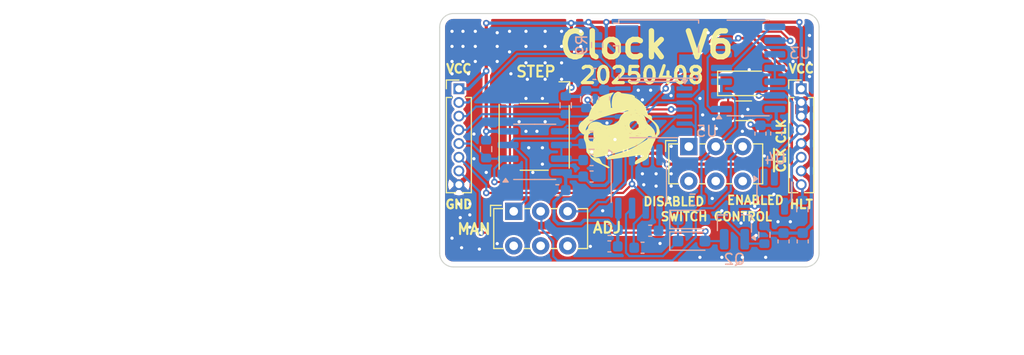
<source format=kicad_pcb>
(kicad_pcb (version 20241229) (generator "pcbnew") (generator_version "9.0")
  (layers (0 "F.Cu" signal) (4 "In1.Cu" signal) (6 "In2.Cu" signal) (2 "B.Cu" signal) (13 "F.Paste" user) (15 "B.Paste" user) (5 "F.SilkS" user "F.Silkscreen") (7 "B.SilkS" user "B.Silkscreen") (1 "F.Mask" user) (3 "B.Mask" user) (25 "Edge.Cuts" user))
  (net 0 "")
  (net 1 "GND")
  (net 2 "/MODE_OSCILLATOR")
  (net 3 "Net-(U1-CV)")
  (net 4 "+5V")
  (net 5 "Net-(U2-CV)")
  (net 6 "/MODE_COM")
  (net 7 "Net-(D1-K)")
  (net 8 "Net-(D1-A)")
  (net 9 "Net-(D3-K)")
  (net 10 "/CLK")
  (net 11 "/~{CLK}")
  (net 13 "/HLT")
  (net 14 "Net-(U2-DIS)")
  (net 16 "/MODE_ADJUSTABLE")
  (net 17 "Net-(U3-Pad10)")
  (net 18 "/MODE_MANUAL")
  (net 19 "Net-(SW_EN1-C)")
  (net 20 "/ADJ_GND")
  (net 21 "/ADJ_VCC")
  (net 22 "Net-(U3-Pad4)")
  (net 23 "Net-(U3-Pad1)")
  (net 24 "Net-(SW_EN1-A)")
  (net 25 "/~{MODE_MANUAL_EN}")
  (net 26 "/~{MODE_OSCILLATOR_EN}")
  (net 27 "/~{MODE_ADJUSTABLE_EN}")
  (net 28 "/~{STEP_EN}")
  (footprint "Button_Switch_SMD:SW_SPST_Omron_B3FS-100xP" (layer "F.Cu") (at 42.164 24.13 -90)
    (property "Reference" "SW_STEP_1" (hide yes))
    (property "Value" "SW_Omron_B3FS" (hide yes))
  )
  (footprint "Connector_PinHeader_1.27mm:PinHeader_1x08_P1.27mm_Vertical" (layer "F.Cu") (at 35.179 19.675)
    (property "Reference" "J7" (hide yes))
    (property "Value" "Conn_01x08")
  )
  (footprint "Resistor_SMD:R_1206_3216Metric_Pad1.30x1.75mm_HandSolder" (layer "F.Cu") (at 61.588 21.717)
    (property "Reference" "R4" (hide yes))
    (property "Value" "1K")
  )
  (footprint "LED_SMD:LED_1206_3216Metric_Pad1.42x1.75mm_HandSolder" (layer "F.Cu") (at 61.633 19.177)
    (property "Reference" "D3" (hide yes))
    (property "Value" "LED")
  )
  (footprint "Button_Switch_THT:SW_E-Switch_EG1271_SPDT" (layer "F.Cu") (at 40.2645 31.039)
    (property "Reference" "SW_MAN_OR_ADJ1" (hide yes))
    (property "Value" "SW_SPDT" (hide yes))
  )
  (footprint "Button_Switch_THT:SW_E-Switch_EG1271_SPDT" (layer "F.Cu") (at 56.498 25.038)
    (property "Reference" "SW_EN1" (hide yes))
    (property "Value" "SW_SPDT" (hide yes))
  )
  (footprint "Connector_PinHeader_1.27mm:PinHeader_1x08_P1.27mm_Vertical" (layer "F.Cu") (at 66.925 19.675)
    (property "Reference" "J8" (hide yes))
    (property "Value" "Conn_01x08")
  )
  (footprint "Capacitor_SMD:C_0603_1608Metric" (layer "B.Cu") (at 49.149 32.766 180)
    (property "Reference" "C4" (hide yes))
    (property "Value" "0.1uF")
  )
  (footprint "Package_SO:SOIC-8_3.9x4.9mm_P1.27mm" (layer "B.Cu") (at 42.213 25.527)
    (property "Reference" "U2" (hide yes))
    (property "Value" "TLC555xD" (hide yes))
  )
  (footprint "Package_TO_SOT_SMD:SOT-23-5_HandSoldering" (layer "B.Cu") (at 64.43 29.22 -90)
    (property "Reference" "U4")
    (property "Value" "SN74AHCT1G04DBVR")
  )
  (footprint "Package_SO:SOIC-14_3.9x8.7mm_P1.27mm" (layer "B.Cu") (at 62 17.75)
    (property "Reference" "U3")
    (property "Value" "SN74HCT02DR")
  )
  (footprint "Capacitor_SMD:C_0603_1608Metric" (layer "B.Cu") (at 52.21 34.417)
    (property "Reference" "C2" (hide yes))
    (property "Value" "1uF")
  )
  (footprint "Package_SO:SOIC-8_3.9x4.9mm_P1.27mm" (layer "B.Cu") (at 51.871 28.275 -90)
    (property "Reference" "U1" (hide yes))
    (property "Value" "TLC555xD" (hide yes))
  )
  (footprint "Resistor_SMD:R_0603_1608Metric" (layer "B.Cu") (at 47.485 24.765 180)
    (property "Reference" "R2" (hide yes))
    (property "Value" "10K")
  )
  (footprint "Capacitor_SMD:C_0603_1608Metric" (layer "B.Cu") (at 48.649 20.568 -90)
    (property "Reference" "C10" (hide yes))
    (property "Value" "1uF")
  )
  (footprint "Capacitor_SMD:C_0603_1608Metric" (layer "B.Cu") (at 67.061 33.828 -90)
    (property "Reference" "C12" (hide yes))
    (property "Value" "1uF")
  )
  (footprint "Package_TO_SOT_SMD:SOT-23_Handsoldering" (layer "B.Cu") (at 60.73 32.126 90)
    (property "Reference" "Q2")
    (property "Value" "MMBT3904")
  )
  (footprint "Resistor_SMD:R_0603_1608Metric" (layer "B.Cu") (at 67.034 30.838 -90)
    (property "Reference" "R5" (hide yes))
    (property "Value" "1K")
  )
  (footprint "Capacitor_SMD:C_0603_1608Metric" (layer "B.Cu") (at 64.603548 23.824199 -90)
    (property "Reference" "C13" (hide yes))
    (property "Value" "0.1uF")
  )
  (footprint "Resistor_SMD:R_0603_1608Metric" (layer "B.Cu") (at 63.506 33.212 -90)
    (property "Reference" "R1" (hide yes))
    (property "Value" "1K")
  )
  (footprint "Resistor_SMD:R_0603_1608Metric" (layer "B.Cu") (at 46.99 20.637 -90)
    (property "Reference" "R8" (hide yes))
    (property "Value" "1K")
  )
  (footprint "Resistor_SMD:R_0603_1608Metric" (layer "B.Cu") (at 48.006 15.621 -90)
    (property "Reference" "R9")
    (property "Value" "1K")
  )
  (footprint "Capacitor_SMD:C_0603_1608Metric" (layer "B.Cu") (at 63.143002 23.836893 -90)
    (property "Reference" "C14" (hide yes))
    (property "Value" "1uF")
  )
  (footprint "Resistor_SMD:R_0603_1608Metric" (layer "B.Cu") (at 45.085 21.209 -90)
    (property "Reference" "R6" (hide yes))
    (property "Value" "1K")
  )
  (footprint "Capacitor_SMD:C_0603_1608Metric" (layer "B.Cu") (at 47.485 26.289)
    (property "Reference" "C7" (hide yes))
    (property "Value" "22uF")
  )
  (footprint "Resistor_SMD:R_0603_1608Metric" (layer "B.Cu") (at 37.706 25.273 -90)
    (property "Reference" "R3" (hide yes))
    (property "Value" "10K")
  )
  (footprint "Diode_SMD:D_SOD-323_HandSoldering" (layer "B.Cu") (at 56.745 31.8)
    (property "Reference" "D1" (hide yes))
    (property "Value" "1N5819WS" (hide yes))
  )
  (footprint "Capacitor_SMD:C_0603_1608Metric" (layer "B.Cu") (at 52.92 32.838 180)
    (property "Reference" "C3" (hide yes))
    (property "Value" "0.01uF")
  )
  (footprint "Capacitor_SMD:C_0603_1608Metric" (layer "B.Cu") (at 49.136 34.29 180)
    (property "Reference" "C5" (hide yes))
    (property "Value" "1uF")
  )
  (footprint "Capacitor_SMD:C_0603_1608Metric" (layer "B.Cu") (at 47.485 23.114)
    (property "Reference" "C6" (hide yes))
    (property "Value" "0.01uF")
  )
  (footprint "Resistor_SMD:R_0603_1608Metric" (layer "B.Cu") (at 56.848 29.968 180)
    (property "Reference" "R7" (hide yes))
    (property "Value" "1K")
  )
  (footprint "Capacitor_SMD:C_0603_1608Metric" (layer "B.Cu") (at 47.752 18.299 180)
    (property "Reference" "C9" (hide yes))
    (property "Value" "0.1uF")
  )
  (footprint "Diode_SMD:D_SOD-323_HandSoldering" (layer "B.Cu") (at 56.745 33.8)
    (property "Reference" "D2" (hide yes))
    (property "Value" "1N5819WS")
  )
  (footprint "Capacitor_SMD:C_0603_1608Metric" (layer "B.Cu") (at 44.31 29.083 180)
    (property "Reference" "C1" (hide yes))
    (property "Value" "1uF")
  )
  (footprint "Package_SO:TSSOP-14_4.4x5mm_P0.65mm" (layer "B.Cu") (at 53.232 21.602 180)
    (property "Reference" "U5")
    (property "Value" "SN74AHCT125PWR")
  )
  (footprint "Capacitor_SMD:C_0603_1608Metric" (layer "B.Cu") (at 65.283 33.828 -90)
    (property "Reference" "C11" (hide yes))
    (property "Value" "0.1uF")
  )
  (footprint "Crystal:Crystal_SMD_7050-4Pin_7.0x5.0mm" (layer "B.Cu") (at 53.708 15.994)
    (property "Reference" "X1" (hide yes))
    (property "Value" "S7D1.843200A20F30T")
  )
  (footprint "Capacitor_SMD:C_0603_1608Metric" (layer "B.Cu") (at 47.485 27.813)
    (property "Reference" "C15" (hide yes))
    (property "Value" "0.1uF" (hide yes))
  )
  (gr_poly (pts (xy 50.444733 21.949765) (xy 50.435795 21.959063) (xy 50.426889 21.967942) (xy 50.42252 21.972087) (xy 50.418246 21.975961) (xy 50.449452 21.944755)) (stroke (width -0.000001)) (fill yes) (layer "F.SilkS"))
  (gr_poly (pts (xy 50.947474 21.167623) (xy 51.012239 21.171835) (xy 51.072059 21.178566) (xy 51.126857 21.187503) (xy 51.176557 21.198334) (xy 51.221081 21.210746) (xy 51.260354 21.224427) (xy 51.294299 21.239065) (xy 51.322838 21.254346) (xy 51.345896 21.269959) (xy 51.363395 21.28559) (xy 51.37526 21.300928) (xy 51.381412 21.31566) (xy 51.381776 21.329473) (xy 51.376275 21.342056) (xy 51.364833 21.353095) (xy 51.347372 21.362277) (xy 51.323815 21.369292) (xy 51.294088 21.373825) (xy 51.258111 21.375565) (xy 51.21581 21.374199) (xy 51.167107 21.369415) (xy 51.111925 21.3609) (xy 51.050189 21.348341) (xy 50.98182 21.331427) (xy 50.906744 21.309844) (xy 50.824882 21.28328) (xy 50.736158 21.251423) (xy 50.640496 21.213961) (xy 50.637975 21.213089) (xy 50.63562 21.212209) (xy 50.633431 21.211321) (xy 50.631408 21.210426) (xy 50.629549 21.209523) (xy 50.627856 21.208612) (xy 50.626327 21.207694) (xy 50.624962 21.206768) (xy 50.623761 21.205833) (xy 50.622724 21.204892) (xy 50.621849 21.203942) (xy 50.621137 21.202985) (xy 50.620587 21.20202) (xy 50.6202 21.201047) (xy 50.619973 21.200066) (xy 50.619908 21.199078) (xy 50.620004 21.198082) (xy 50.620261 21.197078) (xy 50.620677 21.196067) (xy 50.621253 21.195047) (xy 50.621989 21.19402) (xy 50.622883 21.192985) (xy 50.623937 21.191943) (xy 50.625148 21.190893) (xy 50.626518 21.189834) (xy 50.628045 21.188769) (xy 50.629729 21.187695) (xy 50.63157 21.186614) (xy 50.633568 21.185525) (xy 50.635722 21.184428) (xy 50.638031 21.183323) (xy 50.640496 21.182211) (xy 50.724275 21.173223) (xy 50.803415 21.168004) (xy 50.87784 21.166242)) (stroke (width -0.000001)) (fill yes) (layer "F.SilkS"))
  (gr_poly (pts (xy 48.044538 24.418727) (xy 48.051395 24.419635) (xy 48.057188 24.421036) (xy 48.061979 24.422895) (xy 48.065832 24.425176) (xy 48.068806 24.427844) (xy 48.070964 24.430865) (xy 48.072368 24.434204) (xy 48.073079 24.437826) (xy 48.07316 24.441696) (xy 48.072671 24.445779) (xy 48.071676 24.450041) (xy 48.070234 24.454445) (xy 48.06841 24.458959) (xy 48.066263 24.463546) (xy 48.06125 24.472801) (xy 48.050081 24.49066) (xy 48.044911 24.498706) (xy 48.040678 24.505791) (xy 48.037875 24.511636) (xy 48.037164 24.514006) (xy 48.036996 24.515961) (xy 47.973496 24.484211) (xy 47.974834 24.479196) (xy 47.97657 24.474103) (xy 47.978637 24.468979) (xy 47.980969 24.463871) (xy 47.983498 24.458825) (xy 47.986158 24.453887) (xy 47.991604 24.444523) (xy 48.001122 24.429144) (xy 48.004126 24.423873) (xy 48.004955 24.422005) (xy 48.005246 24.420711) (xy 48.016973 24.419302) (xy 48.027389 24.418525) (xy 48.036557 24.418345)) (stroke (width -0.000001)) (fill yes) (layer "F.SilkS"))
  (gr_poly (pts (xy 48.387206 21.848503) (xy 48.386246 21.848961) (xy 48.387399 21.848385)) (stroke (width -0.000001)) (fill yes) (layer "F.SilkS"))
  (gr_poly (pts (xy 47.920176 22.974876) (xy 47.941211 22.978011) (xy 47.961843 22.983012) (xy 47.981935 22.989939) (xy 48.001346 22.998847) (xy 48.019938 23.009796) (xy 48.037572 23.022842) (xy 48.054108 23.038045) (xy 48.069408 23.05546) (xy 48.068746 23.055461) (xy 48.080978 23.059889) (xy 48.093458 23.065429) (xy 48.105953 23.072001) (xy 48.118232 23.079521) (xy 48.13006 23.08791) (xy 48.141207 23.097086) (xy 48.146452 23.101944) (xy 48.151439 23.106967) (xy 48.156139 23.112147) (xy 48.160524 23.117473) (xy 48.164563 23.122934) (xy 48.168229 23.12852) (xy 48.171491 23.134222) (xy 48.174321 23.140029) (xy 48.17669 23.145931) (xy 48.178569 23.151918) (xy 48.179928 23.15798) (xy 48.180739 23.164106) (xy 48.180973 23.170286) (xy 48.1806 23.17651) (xy 48.179591 23.182768) (xy 48.177918 23.18905) (xy 48.175551 23.195345) (xy 48.172461 23.201644) (xy 48.168619 23.207936) (xy 48.163996 23.214211) (xy 48.172135 23.222249) (xy 48.179189 23.229745) (xy 48.185158 23.236698) (xy 48.187735 23.239971) (xy 48.190041 23.243108) (xy 48.192076 23.24611) (xy 48.193839 23.248976) (xy 48.195332 23.251707) (xy 48.196552 23.254302) (xy 48.197502 23.256761) (xy 48.19818 23.259084) (xy 48.198587 23.261272) (xy 48.198723 23.263324) (xy 48.198587 23.265241) (xy 48.19818 23.267022) (xy 48.197502 23.268667) (xy 48.196552 23.270177) (xy 48.195332 23.27155) (xy 48.193839 23.272789) (xy 48.192076 23.273891) (xy 48.190041 23.274858) (xy 48.187735 23.27569) (xy 48.185158 23.276385) (xy 48.182309 23.276946) (xy 48.179189 23.27737) (xy 48.175798 23.277659) (xy 48.172135 23.277812) (xy 48.168201 23.277829) (xy 48.163996 23.277711) (xy 48.125632 23.333935) (xy 48.082223 23.323238) (xy 48.042784 23.31471) (xy 48.007313 23.308351) (xy 47.975811 23.304159) (xy 47.948278 23.302134) (xy 47.924714 23.302274) (xy 47.91442 23.303156) (xy 47.905118 23.304579) (xy 47.896808 23.306543) (xy 47.889491 23.309047) (xy 47.883166 23.312093) (xy 47.877833 23.315679) (xy 47.873492 23.319805) (xy 47.870143 23.324471) (xy 47.867787 23.329678) (xy 47.866423 23.335425) (xy 47.866051 23.341712) (xy 47.866671 23.348539) (xy 47.868283 23.355905) (xy 47.870888 23.363811) (xy 47.874484 23.372256) (xy 47.879073 23.381241) (xy 47.891227 23.400827) (xy 47.90735 23.42257) (xy 47.902203 23.424665) (xy 47.897429 23.426857) (xy 47.893026 23.429146) (xy 47.888995 23.431532) (xy 47.885336 23.434016) (xy 47.88205 23.436597) (xy 47.879135 23.439276) (xy 47.876593 23.442052) (xy 47.874422 23.444927) (xy 47.872624 23.447899) (xy 47.871198 23.450969) (xy 47.870143 23.454138) (xy 47.869461 23.457405) (xy 47.869151 23.460771) (xy 47.869213 23.464235) (xy 47.869647 23.467797) (xy 47.870453 23.471459) (xy 47.871632 23.47522) (xy 47.873182 23.479079) (xy 47.875104 23.483038) (xy 47.877399 23.487096) (xy 47.880065 23.491254) (xy 47.883104 23.495511) (xy 47.886514 23.499868) (xy 47.890297 23.504324) (xy 47.894452 23.508881) (xy 47.898979 23.513538) (xy 47.903878 23.518294) (xy 47.909149 23.523151) (xy 47.914792 23.528109) (xy 47.920807 23.533167) (xy 47.927194 23.538325) (xy 47.923714 23.552882) (xy 47.921209 23.566539) (xy 47.919679 23.579295) (xy 47.919122 23.591149) (xy 47.919209 23.596737) (xy 47.919539 23.6021) (xy 47.920112 23.607236) (xy 47.920927 23.612146) (xy 47.921985 23.616831) (xy 47.923286 23.621288) (xy 47.92483 23.625519) (xy 47.926615 23.629524) (xy 47.928643 23.633302) (xy 47.930913 23.636853) (xy 47.933425 23.640177) (xy 47.936179 23.643274) (xy 47.939175 23.646143) (xy 47.942412 23.648786) (xy 47.945891 23.651201) (xy 47.949611 23.653388) (xy 47.953573 23.655348) (xy 47.957775 23.65708) (xy 47.962219 23.658583) (xy 47.966904 23.659859) (xy 47.971829 23.660907) (xy 47.976995 23.661726) (xy 47.982401 23.662317) (xy 47.988048 23.66268) (xy 48.012039 23.710727) (xy 48.034123 23.757465) (xy 48.054626 23.80338) (xy 48.073873 23.848963) (xy 48.092189 23.8947) (xy 48.109901 23.941081) (xy 48.127334 23.988594) (xy 48.144814 24.037726) (xy 48.214928 24.077414) (xy 48.215094 24.437164) (xy 48.216251 24.808326) (xy 48.25546 24.82069) (xy 48.294558 24.834533) (xy 48.332952 24.849954) (xy 48.370051 24.867051) (xy 48.405262 24.885923) (xy 48.437994 24.906668) (xy 48.453245 24.917775) (xy 48.467654 24.929387) (xy 48.481147 24.941517) (xy 48.49365 24.954177) (xy 48.50509 24.96738) (xy 48.515391 24.981138) (xy 48.524481 24.995463) (xy 48.532285 25.010367) (xy 48.538729 25.025864) (xy 48.543739 25.041965) (xy 48.547241 25.058683) (xy 48.549161 25.07603) (xy 48.549425 25.094018) (xy 48.54796 25.112661) (xy 48.54469 25.131969) (xy 48.539543 25.151956) (xy 48.532444 25.172633) (xy 48.523318 25.194014) (xy 48.512093 25.216111) (xy 48.498694 25.238935) (xy 48.493027 25.24797) (xy 48.487624 25.256212) (xy 48.482388 25.263641) (xy 48.477228 25.27024) (xy 48.474646 25.273223) (xy 48.472047 25.275991) (xy 48.469421 25.278542) (xy 48.466754 25.280874) (xy 48.464035 25.282985) (xy 48.461253 25.284872) (xy 48.458396 25.286533) (xy 48.455451 25.287965) (xy 48.452408 25.289168) (xy 48.449254 25.290137) (xy 48.445977 25.290871) (xy 48.442567 25.291367) (xy 48.439011 25.291624) (xy 48.435297 25.291638) (xy 48.431414 25.291408) (xy 48.42735 25.290932) (xy 48.423093 25.290206) (xy 48.418631 25.289229) (xy 48.413953 25.287998) (xy 48.409047 25.286512) (xy 48.403901 25.284767) (xy 48.398504 25.282762) (xy 48.392843 25.280494) (xy 48.386908 25.277961) (xy 48.378045 25.279684) (xy 48.368724 25.279945) (xy 48.358987 25.27882) (xy 48.348876 25.276383) (xy 48.338433 25.272712) (xy 48.327699 25.267881) (xy 48.316717 25.261968) (xy 48.305527 25.255047) (xy 48.294174 25.247196) (xy 48.282697 25.238489) (xy 48.259543 25.218813) (xy 48.236401 25.196628) (xy 48.213605 25.172541) (xy 48.191492 25.147159) (xy 48.170396 25.12109) (xy 48.150653 25.094942) (xy 48.132597 25.069322) (xy 48.116565 25.044838) (xy 48.102891 25.022096) (xy 48.091911 25.001705) (xy 48.08396 24.984273) (xy 48.076878 24.96523) (xy 48.070746 24.94538) (xy 48.065536 24.92483) (xy 48.061222 24.903689) (xy 48.057776 24.882063) (xy 48.055171 24.86006) (xy 48.053379 24.837787) (xy 48.052375 24.815353) (xy 48.05213 24.792865) (xy 48.052618 24.77043) (xy 48.053811 24.748155) (xy 48.055682 24.726149) (xy 48.058205 24.704519) (xy 48.061351 24.683373) (xy 48.065095 24.662817) (xy 48.069408 24.64296) (xy 48.068208 24.635713) (xy 48.066633 24.628144) (xy 48.064739 24.620301) (xy 48.062586 24.612234) (xy 48.057734 24.595626) (xy 48.05254 24.578716) (xy 48.047471 24.5619) (xy 48.042991 24.545571) (xy 48.041117 24.537714) (xy 48.039564 24.530126) (xy 48.038392 24.522859) (xy 48.037658 24.515961) (xy 48.034859 24.512333) (xy 48.03217 24.508395) (xy 48.029588 24.504147) (xy 48.027116 24.499589) (xy 48.024751 24.494721) (xy 48.022496 24.489543) (xy 48.020349 24.484055) (xy 48.01831 24.478257) (xy 48.01638 24.472149) (xy 48.014558 24.465731) (xy 48.012845 24.459003) (xy 48.011241 24.451964) (xy 48.009745 24.444616) (xy 48.008357 24.436957) (xy 48.007078 24.428989) (xy 48.005908 24.42071) (xy 48.006862 24.392303) (xy 48.006427 24.364373) (xy 48.004676 24.336907) (xy 48.001687 24.309895) (xy 47.997533 24.283325) (xy 47.992291 24.257185) (xy 47.97884 24.20615) (xy 47.961935 24.156695) (xy 47.942179 24.108729) (xy 47.920173 24.062159) (xy 47.896519 24.01689) (xy 47.846673 23.929888) (xy 47.797455 23.846978) (xy 47.774586 23.806825) (xy 47.753679 23.767417) (xy 47.735335 23.72866) (xy 47.720158 23.69046) (xy 47.710493 23.688267) (xy 47.70111 23.684365) (xy 47.692029 23.678861) (xy 47.683272 23.671865) (xy 47.674861 23.663483) (xy 47.666816 23.653826) (xy 47.65916 23.643) (xy 47.651914 23.631115) (xy 47.645098 23.618278) (xy 47.638736 23.604598) (xy 47.632847 23.590183) (xy 47.627454 23.575142) (xy 47.61824 23.543612) (xy 47.611265 23.510874) (xy 47.606701 23.477796) (xy 47.604719 23.445243) (xy 47.60475 23.429434) (xy 47.605491 23.414081) (xy 47.606963 23.399292) (xy 47.609188 23.385176) (xy 47.612187 23.371842) (xy 47.615981 23.359396) (xy 47.620593 23.347948) (xy 47.626043 23.337606) (xy 47.632353 23.328477) (xy 47.639545 23.320672) (xy 47.647639 23.314296) (xy 47.656658 23.30946) (xy 47.645585 23.285124) (xy 47.63745 23.261269) (xy 47.632114 23.237951) (xy 47.629438 23.215229) (xy 47.629283 23.193161) (xy 47.63151 23.171804) (xy 47.635978 23.151216) (xy 47.64255 23.131455) (xy 47.651086 23.112579) (xy 47.661447 23.094645) (xy 47.673493 23.077711) (xy 47.687086 23.061836) (xy 47.702086 23.047076) (xy 47.718355 23.033489) (xy 47.735753 23.021134) (xy 47.75414 23.010067) (xy 47.773378 23.000348) (xy 47.793328 22.992033) (xy 47.81385 22.985181) (xy 47.834806 22.979848) (xy 47.856055 22.976094) (xy 47.87746 22.973975) (xy 47.89888 22.97355)) (stroke (width -0.000001)) (fill yes) (layer "F.SilkS"))
  (gr_poly (pts (xy 52.513746 25.325586) (xy 52.497871 25.341461) (xy 52.497871 25.309711)) (stroke (width -0.000001)) (fill yes) (layer "F.SilkS"))
  (gr_poly (pts (xy 46.988538 23.672927) (xy 46.990502 23.684685) (xy 46.994945 23.694157) (xy 47.001676 23.701518) (xy 47.010502 23.706941) (xy 47.021231 23.710599) (xy 47.033671 23.712665) (xy 47.04763 23.713312) (xy 47.062916 23.712715) (xy 47.079335 23.711045) (xy 47.114808 23.705185) (xy 47.190908 23.688228) (xy 47.22846 23.679906) (xy 47.263629 23.673535) (xy 47.294877 23.670504) (xy 47.308551 23.670674) (xy 47.320668 23.672198) (xy 47.331036 23.675251) (xy 47.339463 23.680005) (xy 47.345756 23.686633) (xy 47.349724 23.695309) (xy 47.351175 23.706207) (xy 47.349915 23.719499) (xy 47.345753 23.735359) (xy 47.338496 23.753961) (xy 47.340913 23.761792) (xy 47.342957 23.769404) (xy 47.344629 23.776789) (xy 47.345934 23.783936) (xy 47.346872 23.790835) (xy 47.347448 23.797478) (xy 47.347662 23.803855) (xy 47.347519 23.809957) (xy 47.34702 23.815774) (xy 47.346168 23.821297) (xy 47.344965 23.826515) (xy 47.343415 23.831421) (xy 47.341519 23.836004) (xy 47.33928 23.840255) (xy 47.3367 23.844164) (xy 47.333783 23.847722) (xy 47.330531 23.85092) (xy 47.326946 23.853748) (xy 47.323031 23.856197) (xy 47.318788 23.858257) (xy 47.31422 23.859918) (xy 47.30933 23.861172) (xy 47.30412 23.862009) (xy 47.298592 23.862419) (xy 47.292749 23.862393) (xy 47.286594 23.861922) (xy 47.280129 23.860996) (xy 47.273357 23.859605) (xy 47.26628 23.857741) (xy 47.258901 23.855393) (xy 47.251222 23.852553) (xy 47.243246 23.849211) (xy 47.150642 24.003992) (xy 47.141189 24.039395) (xy 47.134116 24.073308) (xy 47.129353 24.10593) (xy 47.12683 24.137462) (xy 47.126477 24.168102) (xy 47.128225 24.19805) (xy 47.132004 24.227506) (xy 47.137744 24.256669) (xy 47.145375 24.285739) (xy 47.154828 24.314916) (xy 47.166033 24.344399) (xy 47.178919 24.374388) (xy 47.193419 24.405082) (xy 47.20946 24.436681) (xy 47.245892 24.503393) (xy 47.242586 24.507164) (xy 47.240552 24.511136) (xy 47.239709 24.515273) (xy 47.239976 24.519541) (xy 47.241273 24.523902) (xy 47.243519 24.528323) (xy 47.246632 24.532767) (xy 47.250533 24.5372) (xy 47.25514 24.541584) (xy 47.260372 24.545886) (xy 47.266149 24.55007) (xy 47.272391 24.554099) (xy 47.285942 24.561554) (xy 47.30038 24.567968) (xy 47.315058 24.573056) (xy 47.322285 24.575014) (xy 47.32933 24.576534) (xy 47.336112 24.577582) (xy 47.34255 24.57812) (xy 47.348564 24.578114) (xy 47.354072 24.577528) (xy 47.358993 24.576327) (xy 47.363248 24.574475) (xy 47.366755 24.571937) (xy 47.369434 24.568677) (xy 47.371203 24.56466) (xy 47.371982 24.55985) (xy 47.37169 24.554212) (xy 47.370246 24.547711) (xy 47.376023 24.544028) (xy 47.382408 24.540786) (xy 47.389354 24.537979) (xy 47.396814 24.535599) (xy 47.404742 24.533638) (xy 47.413091 24.532088) (xy 47.430863 24.530192) (xy 47.449754 24.529851) (xy 47.469391 24.531002) (xy 47.489398 24.533586) (xy 47.509401 24.537541) (xy 47.529023 24.542806) (xy 47.54789 24.549319) (xy 47.565628 24.557021) (xy 47.581861 24.565849) (xy 47.589296 24.570667) (xy 47.596215 24.575743) (xy 47.602569 24.581071) (xy 47.608313 24.586642) (xy 47.6134 24.59245) (xy 47.617782 24.598485) (xy 47.621413 24.604741) (xy 47.624246 24.611211) (xy 47.605259 24.63262) (xy 47.586477 24.651419) (xy 47.567876 24.667737) (xy 47.549429 24.681702) (xy 47.53111 24.693445) (xy 47.512893 24.703094) (xy 47.494751 24.71078) (xy 47.476658 24.71663) (xy 47.458589 24.720776) (xy 47.440517 24.723345) (xy 47.422416 24.724468) (xy 47.40426 24.724273) (xy 47.386022 24.722891) (xy 47.367677 24.72045) (xy 47.349198 24.71708) (xy 47.330559 24.71291) (xy 47.292697 24.702687) (xy 47.253881 24.690818) (xy 47.213903 24.678336) (xy 47.172553 24.666277) (xy 47.129621 24.655675) (xy 47.107497 24.651244) (xy 47.084899 24.647565) (xy 47.061801 24.644768) (xy 47.038177 24.642982) (xy 47.014001 24.642337) (xy 46.989246 24.642961) (xy 46.957496 24.642961) (xy 46.919549 24.501725) (xy 46.903082 24.437007) (xy 46.888694 24.375411) (xy 46.87669 24.316331) (xy 46.867374 24.259159) (xy 46.861052 24.203287) (xy 46.85803 24.148107) (xy 46.858611 24.093013) (xy 46.863103 24.037397) (xy 46.871809 23.980651) (xy 46.885036 23.922168) (xy 46.903087 23.861339) (xy 46.92627 23.797559) (xy 46.954887 23.730219) (xy 46.989246 23.658711)) (stroke (width -0.000001)) (fill yes) (layer "F.SilkS"))
  (gr_poly (pts (xy 51.783495 21.975961) (xy 51.743917 21.970541) (xy 51.703876 21.966896) (xy 51.663469 21.964969) (xy 51.622792 21.964706) (xy 51.581941 21.966051) (xy 51.54101 21.96895) (xy 51.500098 21.973346) (xy 51.459298 21.979185) (xy 51.418708 21.986412) (xy 51.378424 21.994971) (xy 51.33854 22.004808) (xy 51.299153 22.015865) (xy 51.26036 22.02809) (xy 51.222255 22.041426) (xy 51.184935 22.055818) (xy 51.148496 22.071211) (xy 51.134093 22.081916) (xy 51.122141 22.091458) (xy 51.117083 22.095793) (xy 51.112637 22.099837) (xy 51.108804 22.103591) (xy 51.105583 22.107054) (xy 51.102975 22.110226) (xy 51.100979 22.113108) (xy 51.099595 22.115698) (xy 51.098824 22.117999) (xy 51.098665 22.120008) (xy 51.099119 22.121727) (xy 51.100185 22.123155) (xy 51.101863 22.124293) (xy 51.104153 22.12514) (xy 51.107056 22.125696) (xy 51.110572 22.125961) (xy 51.114699 22.125936) (xy 51.119439 22.12562) (xy 51.124792 22.125014) (xy 51.130756 22.124117) (xy 51.137333 22.122929) (xy 51.152325 22.119681) (xy 51.169766 22.11527) (xy 51.189656 22.109697) (xy 51.211996 22.102961) (xy 51.261103 22.090296) (xy 51.310176 22.08052) (xy 51.359178 22.073547) (xy 51.408077 22.069289) (xy 51.456835 22.067658) (xy 51.50542 22.068568) (xy 51.553794 22.071931) (xy 51.601925 22.07766) (xy 51.649777 22.085668) (xy 51.697315 22.095868) (xy 51.744504 22.108173) (xy 51.791309 22.122495) (xy 51.837695 22.138746) (xy 51.883629 22.156841) (xy 51.929074 22.176692) (xy 51.973995 22.198211) (xy 51.938277 22.235252) (xy 51.867055 22.228656) (xy 51.780881 22.22192) (xy 51.684955 22.216021) (xy 51.584479 22.211936) (xy 51.484654 22.210642) (xy 51.436612 22.211346) (xy 51.390682 22.213114) (xy 51.347516 22.216069) (xy 51.307763 22.220331) (xy 51.272074 22.226023) (xy 51.241099 22.233268) (xy 51.222032 22.239384) (xy 51.202587 22.247021) (xy 51.182842 22.256109) (xy 51.162877 22.26658) (xy 51.14277 22.278366) (xy 51.122601 22.291397) (xy 51.082391 22.320922) (xy 51.042878 22.354605) (xy 51.004695 22.391898) (xy 50.968473 22.432251) (xy 50.934844 22.475114) (xy 50.919199 22.497315) (xy 50.90444 22.519938) (xy 50.890644 22.542914) (xy 50.877892 22.566174) (xy 50.866261 22.58965) (xy 50.855832 22.613273) (xy 50.846682 22.636973) (xy 50.838891 22.660684) (xy 50.832539 22.684335) (xy 50.827703 22.707859) (xy 50.824463 22.731186) (xy 50.822898 22.754248) (xy 50.823086 22.776976) (xy 50.825108 22.799302) (xy 50.829041 22.821156) (xy 50.834964 22.842471) (xy 50.826511 22.854245) (xy 50.818527 22.866246) (xy 50.811034 22.87847) (xy 50.804052 22.890913) (xy 50.7976 22.903568) (xy 50.7917 22.916432) (xy 50.786371 22.929499) (xy 50.781634 22.942765) (xy 50.77751 22.956224) (xy 50.774018 22.969873) (xy 50.77118 22.983706) (xy 50.769015 22.997717) (xy 50.767544 23.011904) (xy 50.766786 23.02626) (xy 50.766764 23.04078) (xy 50.767496 23.055461) (xy 50.772807 23.098916) (xy 50.780504 23.14299) (xy 50.790504 23.18736) (xy 50.802729 23.231698) (xy 50.817096 23.27568) (xy 50.833526 23.31898) (xy 50.851939 23.361272) (xy 50.872254 23.40223) (xy 50.89439 23.44153) (xy 50.918268 23.478846) (xy 50.943806 23.513852) (xy 50.970925 23.546222) (xy 50.999544 23.575631) (xy 51.029582 23.601753) (xy 51.060959 23.624263) (xy 51.077124 23.634062) (xy 51.093595 23.642836) (xy 51.148496 23.690461) (xy 51.177687 23.701468) (xy 51.207219 23.711672) (xy 51.23709 23.721072) (xy 51.2673 23.729673) (xy 51.297846 23.737475) (xy 51.328729 23.744481) (xy 51.359947 23.750692) (xy 51.391499 23.756111) (xy 51.423384 23.760739) (xy 51.455602 23.764578) (xy 51.488151 23.76763) (xy 51.521031 23.769898) (xy 51.55424 23.771383) (xy 51.587778 23.772087) (xy 51.621643 23.772011) (xy 51.655834 23.771159) (xy 51.655834 23.817461) (xy 51.6214 23.831086) (xy 51.58432 23.842033) (xy 51.544956 23.85043) (xy 51.503668 23.856404) (xy 51.460818 23.860084) (xy 51.416767 23.861598) (xy 51.371878 23.861073) (xy 51.32651 23.858637) (xy 51.281027 23.854418) (xy 51.235789 23.848544) (xy 51.191157 23.841144) (xy 51.147493 23.832344) (xy 51.105159 23.822273) (xy 51.064515 23.811058) (xy 51.025923 23.798829) (xy 50.989746 23.785711) (xy 50.982233 23.782405) (xy 50.974233 23.778105) (xy 50.965786 23.772868) (xy 50.95693 23.766751) (xy 50.938151 23.752103) (xy 50.918215 23.734613) (xy 50.897438 23.714737) (xy 50.876136 23.692926) (xy 50.854627 23.669635) (xy 50.833228 23.645317) (xy 50.812255 23.620425) (xy 50.792025 23.595413) (xy 50.772855 23.570734) (xy 50.755062 23.546842) (xy 50.738963 23.52419) (xy 50.724874 23.503232) (xy 50.713113 23.484421) (xy 50.703996 23.468211) (xy 50.698486 23.45655) (xy 50.692442 23.441926) (xy 50.67916 23.405393) (xy 50.664963 23.361822) (xy 50.650666 23.314422) (xy 50.637081 23.266402) (xy 50.625024 23.220971) (xy 50.615307 23.181337) (xy 50.608746 23.150711) (xy 50.576995 23.023712) (xy 50.575228 22.984675) (xy 50.574612 22.964471) (xy 50.574267 22.944088) (xy 50.574263 22.923737) (xy 50.57467 22.903626) (xy 50.575557 22.883964) (xy 50.576995 22.864961) (xy 50.576996 22.864961) (xy 50.58195 22.819101) (xy 50.588729 22.77371) (xy 50.597302 22.728845) (xy 50.607639 22.684565) (xy 50.619707 22.640926) (xy 50.633476 22.597987) (xy 50.665993 22.51444) (xy 50.704939 22.434384) (xy 50.726746 22.39581) (xy 50.750067 22.358283) (xy 50.77487 22.321859) (xy 50.801126 22.286597) (xy 50.828802 22.252556) (xy 50.857868 22.219791) (xy 50.888292 22.188362) (xy 50.920043 22.158325) (xy 50.953091 22.12974) (xy 50.987404 22.102663) (xy 51.02295 22.077152) (xy 51.0597 22.053265) (xy 51.097621 22.03106) (xy 51.136683 22.010594) (xy 51.176854 21.991926) (xy 51.218103 21.975114) (xy 51.2604 21.960214) (xy 51.303712 21.947284) (xy 51.34801 21.936384) (xy 51.393261 21.927569) (xy 51.439436 21.920898) (xy 51.486501 21.91643)) (stroke (width -0.000001)) (fill yes) (layer "F.SilkS"))
  (gr_poly (pts (xy 50.959743 25.193077) (xy 50.964573 25.193537) (xy 50.969493 25.194303) (xy 50.974496 25.195357) (xy 50.979576 25.196684) (xy 50.984726 25.198266) (xy 50.989938 25.200088) (xy 50.995207 25.202133) (xy 51.000526 25.204384) (xy 51.005887 25.206824) (xy 51.011283 25.209439) (xy 51.016709 25.21221) (xy 51.021161 25.214589) (xy 50.654545 25.355128) (xy 50.282719 25.481556) (xy 49.907157 25.595379) (xy 49.528998 25.698235) (xy 49.149381 25.791758) (xy 48.769447 25.877583) (xy 48.013184 26.032685) (xy 48.001602 26.034801) (xy 47.989708 26.036687) (xy 47.965155 26.039775) (xy 47.939874 26.041963) (xy 47.914213 26.043268) (xy 47.888521 26.043705) (xy 47.863146 26.043289) (xy 47.838438 26.042036) (xy 47.814746 26.039961) (xy 47.840246 26.030146) (xy 47.862883 26.019348) (xy 47.882792 26.00763) (xy 47.900107 25.995054) (xy 47.914961 25.981684) (xy 47.927488 25.967582) (xy 47.937822 25.952811) (xy 47.946097 25.937435) (xy 47.952447 25.921516) (xy 47.957006 25.905118) (xy 47.959907 25.888303) (xy 47.961284 25.871134) (xy 47.961271 25.853675) (xy 47.960002 25.835988) (xy 47.957611 25.818136) (xy 47.954231 25.800182) (xy 47.945042 25.764222) (xy 47.933505 25.728611) (xy 47.907671 25.660449) (xy 47.895514 25.628907) (xy 47.885293 25.599729) (xy 47.878078 25.57342) (xy 47.875932 25.561498) (xy 47.874939 25.550482) (xy 47.874739 25.537835) (xy 47.875108 25.525446) (xy 47.87601 25.513314) (xy 47.87741 25.501441) (xy 47.879272 25.489827) (xy 47.881559 25.478475) (xy 47.887269 25.456555) (xy 47.894254 25.435689) (xy 47.902228 25.415885) (xy 47.910905 25.397151) (xy 47.920001 25.379495) (xy 47.938301 25.347445) (xy 47.954841 25.319798) (xy 47.961737 25.307645) (xy 47.967335 25.296616) (xy 47.97135 25.286719) (xy 47.973496 25.277961) (xy 47.988685 25.276247) (xy 48.002018 25.2751) (xy 48.013515 25.274563) (xy 48.023198 25.274674) (xy 48.027366 25.274986) (xy 48.031087 25.275475) (xy 48.034365 25.276147) (xy 48.037201 25.277007) (xy 48.0396 25.27806) (xy 48.041562 25.27931) (xy 48.043091 25.280764) (xy 48.044189 25.282425) (xy 48.044859 25.2843) (xy 48.045104 25.286393) (xy 48.044925 25.28871) (xy 48.044333 25.29122) (xy 48.044452 25.291367) (xy 48.046637 25.294427) (xy 48.048871 25.297928) (xy 48.051157 25.301867) (xy 48.053495 25.306242) (xy 48.05834 25.316284) (xy 48.063418 25.328031) (xy 48.068746 25.341461) (xy 48.155397 25.357997) (xy 48.185871 25.396937) (xy 48.218076 25.433189) (xy 48.251927 25.466825) (xy 48.287336 25.497918) (xy 48.324217 25.526538) (xy 48.362485 25.552757) (xy 48.402052 25.576648) (xy 48.442832 25.598282) (xy 48.484739 25.617731) (xy 48.527686 25.635068) (xy 48.571588 25.650362) (xy 48.616357 25.663688) (xy 48.661908 25.675115) (xy 48.708154 25.684717) (xy 48.802386 25.698731) (xy 48.898362 25.706303) (xy 48.995391 25.708008) (xy 49.092782 25.704421) (xy 49.189845 25.696116) (xy 49.285889 25.683668) (xy 49.380223 25.667651) (xy 49.472155 25.648641) (xy 49.560996 25.62721) (xy 49.600311 25.610963) (xy 49.640867 25.595957) (xy 49.682663 25.58219) (xy 49.725699 25.569664) (xy 49.769975 25.558377) (xy 49.815492 25.548331) (xy 49.862249 25.539526) (xy 49.910246 25.53196) (xy 49.917723 25.525151) (xy 49.921495 25.521861) (xy 49.925294 25.518659) (xy 49.929124 25.515554) (xy 49.932988 25.512555) (xy 49.936892 25.50967) (xy 49.940838 25.506908) (xy 49.944831 25.504278) (xy 49.948874 25.501788) (xy 49.952971 25.499447) (xy 49.957127 25.497265) (xy 49.961344 25.495249) (xy 49.965627 25.493409) (xy 49.96998 25.491752) (xy 49.974407 25.490289) (xy 50.210341 25.413022) (xy 50.456941 25.334515) (xy 50.704037 25.259977) (xy 50.824593 25.225824) (xy 50.94146 25.194617) (xy 50.945861 25.193692) (xy 50.95038 25.193138) (xy 50.95501 25.192938)) (stroke (width -0.000001)) (fill yes) (layer "F.SilkS"))
  (gr_poly (pts (xy 47.329592 25.809836) (xy 47.350511 25.832388) (xy 47.388105 25.873738) (xy 47.405548 25.892647) (xy 47.4226 25.910453) (xy 47.439643 25.92721) (xy 47.457063 25.942974) (xy 47.475242 25.9578) (xy 47.494564 25.971743) (xy 47.515414 25.984859) (xy 47.526531 25.991124) (xy 47.538174 25.997203) (xy 47.55039 26.003102) (xy 47.563228 26.00883) (xy 47.576736 26.014391) (xy 47.590961 26.019794) (xy 47.621756 26.030153) (xy 47.655996 26.03996) (xy 47.655996 26.039961) (xy 47.667756 26.051187) (xy 47.679715 26.061683) (xy 47.691867 26.071461) (xy 47.704206 26.080536) (xy 47.716726 26.08892) (xy 47.72942 26.096627) (xy 47.742283 26.103671) (xy 47.755308 26.110065) (xy 47.768489 26.115822) (xy 47.781819 26.120956) (xy 47.795294 26.125481) (xy 47.808905 26.129409) (xy 47.822649 26.132754) (xy 47.836517 26.13553) (xy 47.864604 26.139428) (xy 47.893117 26.141209) (xy 47.922007 26.140982) (xy 47.951225 26.138854) (xy 47.980721 26.134932) (xy 48.010445 26.129324) (xy 48.040349 26.122138) (xy 48.070382 26.113481) (xy 48.100496 26.103461) (xy 48.104276 26.104064) (xy 48.108162 26.10441) (xy 48.112138 26.104538) (xy 48.116185 26.104484) (xy 48.120287 26.104287) (xy 48.124425 26.103984) (xy 48.132742 26.103213) (xy 48.140998 26.102472) (xy 48.145058 26.102208) (xy 48.149051 26.102065) (xy 48.152959 26.102081) (xy 48.156764 26.102294) (xy 48.160449 26.102741) (xy 48.163996 26.103461) (xy 48.178548 26.145132) (xy 48.172335 26.156678) (xy 48.166719 26.168247) (xy 48.1617 26.17984) (xy 48.157277 26.191457) (xy 48.15345 26.203097) (xy 48.15022 26.214761) (xy 48.147586 26.226448) (xy 48.145548 26.23816) (xy 48.144105 26.249897) (xy 48.143259 26.261657) (xy 48.143008 26.273442) (xy 48.143353 26.285252) (xy 48.144293 26.297086) (xy 48.145828 26.308945) (xy 48.147959 26.32083) (xy 48.150684 26.332739) (xy 48.154005 26.344673) (xy 48.15792 26.356633) (xy 48.16243 26.368618) (xy 48.167535 26.380629) (xy 48.173234 26.392665) (xy 48.179527 26.404727) (xy 48.193896 26.428929) (xy 48.210641 26.453236) (xy 48.229761 26.477648) (xy 48.251254 26.502167) (xy 48.275121 26.526794) (xy 48.259246 26.611461) (xy 48.063847 26.499157) (xy 47.96831 26.442703) (xy 47.874773 26.38425) (xy 47.828886 26.353851) (xy 47.783655 26.322447) (xy 47.739133 26.289869) (xy 47.695373 26.255947) (xy 47.652427 26.220514) (xy 47.610348 26.183401) (xy 47.569186 26.144439) (xy 47.528996 26.10346) (xy 47.498068 26.069877) (xy 47.466364 26.03348) (xy 47.434723 25.994804) (xy 47.419187 25.974779) (xy 47.40398 25.954384) (xy 47.389208 25.933687) (xy 47.374975 25.912755) (xy 47.361384 25.891654) (xy 47.348542 25.870451) (xy 47.336552 25.849213) (xy 47.32552 25.828008) (xy 47.31555 25.806901) (xy 47.306746 25.78596)) (stroke (width -0.000001)) (fill yes) (layer "F.SilkS"))
  (gr_poly (pts (xy 51.218573 25.374926) (xy 51.224662 25.376722) (xy 51.230262 25.3786) (xy 51.235375 25.380559) (xy 51.239998 25.3826) (xy 51.244134 25.384722) (xy 51.247781 25.386925) (xy 51.25094 25.38921) (xy 51.25361 25.391576) (xy 51.255792 25.394024) (xy 51.257486 25.396552) (xy 51.258691 25.399163) (xy 51.259408 25.401854) (xy 51.259637 25.404628) (xy 51.259377 25.407482) (xy 51.258629 25.410418) (xy 51.257393 25.413435) (xy 51.255668 25.416534) (xy 51.253455 25.419714) (xy 51.250753 25.422975) (xy 51.247564 25.426318) (xy 51.243886 25.429742) (xy 51.239719 25.433248) (xy 51.235064 25.436835) (xy 51.229921 25.440503) (xy 51.22429 25.444253) (xy 51.21817 25.448084) (xy 51.211562 25.451997) (xy 51.204465 25.455991) (xy 51.196881 25.460066) (xy 51.188807 25.464223) (xy 51.180246 25.468461) (xy 51.083012 25.561065) (xy 50.947299 25.600006) (xy 50.813013 25.64042) (xy 50.680152 25.68229) (xy 50.548719 25.725603) (xy 50.418711 25.770342) (xy 50.29013 25.816491) (xy 50.162975 25.864036) (xy 50.037246 25.912961) (xy 49.808268 25.932557) (xy 49.677954 25.94161) (xy 49.616766 25.943835) (xy 49.561244 25.943719) (xy 49.513651 25.940657) (xy 49.476253 25.934045) (xy 49.462084 25.929219) (xy 49.451313 25.923278) (xy 49.444223 25.916148) (xy 49.441096 25.907752) (xy 49.442216 25.898015) (xy 49.447867 25.886862) (xy 49.45833 25.874216) (xy 49.473889 25.860003) (xy 49.494827 25.844147) (xy 49.521427 25.826571) (xy 49.592746 25.785961) (xy 49.608163 25.778148) (xy 49.624341 25.770582) (xy 49.641185 25.763265) (xy 49.658602 25.756195) (xy 49.694786 25.742801) (xy 49.732148 25.730399) (xy 49.769944 25.718988) (xy 49.80743 25.70857) (xy 49.843862 25.699145) (xy 49.878496 25.690711) (xy 49.876674 25.693378) (xy 49.874458 25.696046) (xy 49.871881 25.698719) (xy 49.86898 25.701396) (xy 49.862343 25.706775) (xy 49.854828 25.712198) (xy 49.82161 25.734615) (xy 49.813921 25.740474) (xy 49.80704 25.746463) (xy 49.803991 25.749512) (xy 49.801248 25.752598) (xy 49.798848 25.755725) (xy 49.796826 25.758893) (xy 49.795217 25.762105) (xy 49.794056 25.765362) (xy 49.793377 25.768667) (xy 49.793217 25.77202) (xy 49.79361 25.775424) (xy 49.794591 25.778882) (xy 49.796196 25.782393) (xy 49.798459 25.785961) (xy 49.809714 25.795419) (xy 49.826739 25.80171) (xy 49.84917 25.805004) (xy 49.876642 25.805475) (xy 49.945251 25.798639) (xy 50.029649 25.782581) (xy 50.126919 25.758683) (xy 50.234142 25.728325) (xy 50.46678 25.653752) (xy 50.704224 25.569908) (xy 50.923135 25.48784) (xy 51.211996 25.373211)) (stroke (width -0.000001)) (fill yes) (layer "F.SilkS"))
  (gr_poly (pts (xy 48.667079 26.751072) (xy 48.681935 26.755234) (xy 48.701405 26.762571) (xy 48.724882 26.772805) (xy 48.751758 26.785655) (xy 48.781425 26.800841) (xy 48.846704 26.837101) (xy 48.8811 26.857615) (xy 48.915859 26.879345) (xy 48.95037 26.902011) (xy 48.984029 26.925333) (xy 49.016226 26.949031) (xy 49.046354 26.972825) (xy 49.073807 26.996435) (xy 49.097975 27.019581) (xy 49.073171 27.027157) (xy 49.048366 27.035043) (xy 49.023561 27.0433) (xy 48.998757 27.051992) (xy 48.946792 27.019599) (xy 48.894587 26.98781) (xy 48.789488 26.925489) (xy 48.576746 26.801961) (xy 48.608496 26.770211) (xy 48.614452 26.766808) (xy 48.620423 26.763576) (xy 48.626425 26.76056) (xy 48.629443 26.759149) (xy 48.632474 26.757809) (xy 48.635521 26.756546) (xy 48.638585 26.755367) (xy 48.641668 26.754277) (xy 48.644773 26.753282) (xy 48.647901 26.752387) (xy 48.651054 26.7516) (xy 48.654235 26.750924) (xy 48.657444 26.750367)) (stroke (width -0.000001)) (fill yes) (layer "F.SilkS"))
  (gr_poly (pts (xy 46.654123 22.673133) (xy 46.656321 22.673368) (xy 46.658309 22.673769) (xy 46.660088 22.674337) (xy 46.661658 22.675071) (xy 46.663018 22.675972) (xy 46.664169 22.67704) (xy 46.665111 22.678274) (xy 46.665844 22.679675) (xy 46.666367 22.681243) (xy 46.666681 22.682978) (xy 46.666785 22.684879) (xy 46.666681 22.686946) (xy 46.666367 22.689181) (xy 46.665844 22.691582) (xy 46.665111 22.694149) (xy 46.664169 22.696884) (xy 46.663018 22.699785) (xy 46.661658 22.702852) (xy 46.660088 22.706087) (xy 46.658309 22.709488) (xy 46.656321 22.713055) (xy 46.654123 22.716789) (xy 46.651716 22.72069) (xy 46.6491 22.724758) (xy 46.646275 22.728992) (xy 46.64324 22.733393) (xy 46.639996 22.737961) (xy 46.572167 22.805813) (xy 46.538518 22.841192) (xy 46.505524 22.87758) (xy 46.473541 22.915012) (xy 46.442927 22.953518) (xy 46.41404 22.99313) (xy 46.387237 23.033881) (xy 46.362875 23.075802) (xy 46.351722 23.097212) (xy 46.341313 23.118926) (xy 46.331693 23.140949) (xy 46.322908 23.163284) (xy 46.315 23.185936) (xy 46.308017 23.208909) (xy 46.302001 23.232206) (xy 46.296997 23.255832) (xy 46.293051 23.27979) (xy 46.290208 23.304085) (xy 46.28851 23.328721) (xy 46.288005 23.353701) (xy 46.288735 23.37903) (xy 46.290746 23.404711) (xy 46.284469 23.378964) (xy 46.279501 23.353679) (xy 46.275803 23.328842) (xy 46.273336 23.304438) (xy 46.272062 23.280452) (xy 46.271939 23.256871) (xy 46.27293 23.233679) (xy 46.274995 23.210862) (xy 46.278095 23.188406) (xy 46.282191 23.166295) (xy 46.287242 23.144516) (xy 46.293211 23.123054) (xy 46.307743 23.081021) (xy 46.325473 23.040082) (xy 46.346086 23.000119) (xy 46.369269 22.961017) (xy 46.394707 22.922659) (xy 46.422087 22.884928) (xy 46.451095 22.84771) (xy 46.481417 22.810886) (xy 46.544746 22.737961) (xy 46.546756 22.735809) (xy 46.548934 22.733694) (xy 46.55375 22.729562) (xy 46.55911 22.725544) (xy 46.564931 22.721621) (xy 46.571128 22.717771) (xy 46.577616 22.713974) (xy 46.591131 22.706459) (xy 46.604801 22.698913) (xy 46.611483 22.695077) (xy 46.617951 22.691173) (xy 46.624121 22.687179) (xy 46.629908 22.683077) (xy 46.635228 22.678844) (xy 46.639996 22.674461) (xy 46.64324 22.673862) (xy 46.646275 22.67343) (xy 46.6491 22.673164) (xy 46.651716 22.673065)) (stroke (width -0.000001)) (fill yes) (layer "F.SilkS"))
  (gr_poly (pts (xy 51.714455 24.813025) (xy 51.707555 24.824373) (xy 51.699372 24.835724) (xy 51.689982 24.847045) (xy 51.679461 24.858307) (xy 51.667883 24.869476) (xy 51.655325 24.880521) (xy 51.641861 24.891411) (xy 51.612522 24.912598) (xy 51.58047 24.932784) (xy 51.546309 24.951717) (xy 51.510645 24.969142) (xy 51.474081 24.984809) (xy 51.437223 24.998462) (xy 51.400675 25.009851) (xy 51.365041 25.018721) (xy 51.330927 25.02482) (xy 51.314628 25.026751) (xy 51.298937 25.027895) (xy 51.283927 25.028219) (xy 51.269675 25.027693) (xy 51.256256 25.026284) (xy 51.243746 25.023961) (xy 51.265154 25.004024) (xy 51.287635 24.985328) (xy 51.311085 24.967778) (xy 51.3354 24.951283) (xy 51.360474 24.935749) (xy 51.386203 24.921083) (xy 51.412482 24.907193) (xy 51.439207 24.893984) (xy 51.466273 24.881365) (xy 51.493576 24.869242) (xy 51.548472 24.846111) (xy 51.656496 24.801711) (xy 51.719996 24.801711)) (stroke (width -0.000001)) (fill yes) (layer "F.SilkS"))
  (gr_poly (pts (xy 52.729773 23.423489) (xy 52.737012 23.426464) (xy 52.74256 23.431059) (xy 52.746414 23.437205) (xy 52.748574 23.444834) (xy 52.749041 23.453876) (xy 52.747812 23.464264) (xy 52.744887 23.475927) (xy 52.740265 23.488799) (xy 52.733947 23.50281) (xy 52.72593 23.517891) (xy 52.716214 23.533974) (xy 52.704799 23.55099) (xy 52.691684 23.568871) (xy 52.676868 23.587547) (xy 52.66035 23.60695) (xy 52.642129 23.627012) (xy 52.622206 23.647664) (xy 52.600578 23.668836) (xy 52.577246 23.690461) (xy 52.584452 23.681139) (xy 52.590245 23.672503) (xy 52.594701 23.664524) (xy 52.597896 23.657176) (xy 52.599905 23.650431) (xy 52.600803 23.64426) (xy 52.600666 23.638637) (xy 52.59957 23.633534) (xy 52.597591 23.628923) (xy 52.594803 23.624777) (xy 52.591283 23.621068) (xy 52.587106 23.617768) (xy 52.582347 23.614849) (xy 52.577083 23.612285) (xy 52.571389 23.610048) (xy 52.56534 23.608109) (xy 52.481996 23.595211) (xy 52.481763 23.594917) (xy 52.48156 23.594535) (xy 52.481385 23.594068) (xy 52.481236 23.593521) (xy 52.481014 23.592205) (xy 52.48088 23.590622) (xy 52.480824 23.588806) (xy 52.480833 23.586793) (xy 52.481004 23.582312) (xy 52.481624 23.572515) (xy 52.481888 23.567755) (xy 52.481967 23.565533) (xy 52.481996 23.563461) (xy 52.511169 23.539129) (xy 52.538658 23.51731) (xy 52.564464 23.497935) (xy 52.588586 23.480935) (xy 52.611023 23.466241) (xy 52.631775 23.453786) (xy 52.650839 23.4435) (xy 52.668217 23.435314) (xy 52.683907 23.42916) (xy 52.697908 23.424969) (xy 52.71022 23.422673) (xy 52.720842 23.422202)) (stroke (width -0.000001)) (fill yes) (layer "F.SilkS"))
  (gr_poly (pts (xy 48.080148 23.303166) (xy 48.083604 23.303594) (xy 48.087015 23.304296) (xy 48.090363 23.305285) (xy 48.093628 23.306576) (xy 48.096792 23.308184) (xy 48.099835 23.310122) (xy 48.101898 23.311788) (xy 48.103511 23.313553) (xy 48.104693 23.315401) (xy 48.105464 23.317318) (xy 48.105841 23.319291) (xy 48.105845 23.321305) (xy 48.105493 23.323345) (xy 48.104806 23.325398) (xy 48.103802 23.327449) (xy 48.1025 23.329483) (xy 48.100919 23.331487) (xy 48.099079 23.333446) (xy 48.096998 23.335346) (xy 48.094695 23.337173) (xy 48.092189 23.338912) (xy 48.089499 23.340549) (xy 48.086645 23.34207) (xy 48.083645 23.34346) (xy 48.080519 23.344706) (xy 48.077284 23.345792) (xy 48.073961 23.346705) (xy 48.070569 23.34743) (xy 48.067126 23.347953) (xy 48.063651 23.34826) (xy 48.060163 23.348336) (xy 48.056682 23.348167) (xy 48.053227 23.347739) (xy 48.049816 23.347037) (xy 48.046468 23.346048) (xy 48.043203 23.344757) (xy 48.040039 23.343149) (xy 48.036996 23.341211) (xy 48.034933 23.339545) (xy 48.03332 23.337781) (xy 48.032138 23.335933) (xy 48.031367 23.334015) (xy 48.03099 23.332042) (xy 48.030986 23.330028) (xy 48.031338 23.327988) (xy 48.032025 23.325935) (xy 48.033029 23.323885) (xy 48.034331 23.32185) (xy 48.035911 23.319846) (xy 48.037752 23.317887) (xy 48.039833 23.315987) (xy 48.042136 23.31416) (xy 48.044642 23.312421) (xy 48.047331 23.310784) (xy 48.050186 23.309263) (xy 48.053185 23.307873) (xy 48.056312 23.306627) (xy 48.059546 23.305541) (xy 48.062869 23.304628) (xy 48.066262 23.303903) (xy 48.069705 23.30338) (xy 48.07318 23.303074) (xy 48.076667 23.302998)) (stroke (width -0.000001)) (fill yes) (layer "F.SilkS"))
  (gr_poly (pts (xy 50.624626 21.835714) (xy 50.62563 21.835877) (xy 50.626641 21.836139) (xy 50.627661 21.836498) (xy 50.628688 21.836954) (xy 50.629723 21.837508) (xy 50.630765 21.838158) (xy 50.631816 21.838905) (xy 50.632874 21.839747) (xy 50.63394 21.840685) (xy 50.635013 21.841718) (xy 50.636094 21.842846) (xy 50.637183 21.844069) (xy 50.63828 21.845385) (xy 50.639385 21.846796) (xy 50.640497 21.848299) (xy 50.640496 21.848961) (xy 50.653612 21.849661) (xy 50.665216 21.851234) (xy 50.675367 21.853635) (xy 50.684123 21.85682) (xy 50.691542 21.860742) (xy 50.697683 21.865357) (xy 50.700292 21.86791) (xy 50.702604 21.870619) (xy 50.706363 21.876484) (xy 50.709018 21.882906) (xy 50.710628 21.889839) (xy 50.711251 21.89724) (xy 50.710945 21.905062) (xy 50.709769 21.913261) (xy 50.70778 21.921791) (xy 50.705037 21.930606) (xy 50.701599 21.939663) (xy 50.697522 21.948916) (xy 50.692867 21.958319) (xy 50.68769 21.967828) (xy 50.682051 21.977396) (xy 50.669616 21.996533) (xy 50.65603 22.015369) (xy 50.641758 22.033542) (xy 50.627266 22.050691) (xy 50.61302 22.066455) (xy 50.599486 22.080471) (xy 50.605166 22.088242) (xy 50.610182 22.095921) (xy 50.614547 22.103498) (xy 50.618271 22.11096) (xy 50.621366 22.118299) (xy 50.623843 22.125503) (xy 50.625713 22.132562) (xy 50.626988 22.139465) (xy 50.627678 22.146201) (xy 50.627796 22.15276) (xy 50.627351 22.159131) (xy 50.626356 22.165303) (xy 50.624822 22.171266) (xy 50.62276 22.177009) (xy 50.620181 22.182522) (xy 50.617097 22.187793) (xy 50.613519 22.192812) (xy 50.609457 22.197569) (xy 50.604925 22.202052) (xy 50.599931 22.206252) (xy 50.594489 22.210157) (xy 50.588609 22.213756) (xy 50.582302 22.21704) (xy 50.57558 22.219998) (xy 50.568454 22.222618) (xy 50.560935 22.22489) (xy 50.553035 22.226804) (xy 50.544764 22.228349) (xy 50.536135 22.229513) (xy 50.527157 22.230288) (xy 50.517843 22.230661) (xy 50.508204 22.230622) (xy 50.506375 22.276262) (xy 50.503864 22.321893) (xy 50.50067 22.367509) (xy 50.496794 22.413102) (xy 50.492236 22.458664) (xy 50.486996 22.504187) (xy 50.481074 22.549664) (xy 50.47447 22.595086) (xy 50.544585 22.578549) (xy 50.576335 22.864299) (xy 50.584207 22.867066) (xy 50.591574 22.870261) (xy 50.598437 22.873856) (xy 50.604795 22.877822) (xy 50.610647 22.882131) (xy 50.615994 22.886753) (xy 50.620835 22.891661) (xy 50.62517 22.896825) (xy 50.628997 22.902216) (xy 50.632318 22.907807) (xy 50.635131 22.913568) (xy 50.637436 22.919471) (xy 50.639233 22.925486) (xy 50.640522 22.931586) (xy 50.641301 22.937741) (xy 50.641572 22.943923) (xy 50.641332 22.950102) (xy 50.640583 22.956252) (xy 50.639323 22.962342) (xy 50.637552 22.968344) (xy 50.635271 22.974229) (xy 50.632478 22.979968) (xy 50.629173 22.985534) (xy 50.625356 22.990897) (xy 50.621026 22.996028) (xy 50.616183 23.000898) (xy 50.610827 23.00548) (xy 50.604958 23.009744) (xy 50.598574 23.013662) (xy 50.591676 23.017205) (xy 50.584263 23.020343) (xy 50.576335 23.02305) (xy 50.608086 23.15005) (xy 50.616805 23.151525) (xy 50.625339 23.154291) (xy 50.633669 23.158272) (xy 50.641777 23.163394) (xy 50.649645 23.169582) (xy 50.657253 23.176762) (xy 50.664583 23.184859) (xy 50.671617 23.193799) (xy 50.678335 23.203507) (xy 50.684721 23.213909) (xy 50.690754 23.224931) (xy 50.696417 23.236498) (xy 50.701691 23.248535) (xy 50.706558 23.260968) (xy 50.714994 23.286723) (xy 50.721577 23.313169) (xy 50.724128 23.326464) (xy 50.72616 23.339708) (xy 50.727654 23.352827) (xy 50.728593 23.365746) (xy 50.728958 23.37839) (xy 50.728729 23.390686) (xy 50.72789 23.402558) (xy 50.72642 23.413932) (xy 50.724302 23.424734) (xy 50.721517 23.434889) (xy 50.718046 23.444322) (xy 50.713871 23.45296) (xy 50.708974 23.460727) (xy 50.703336 23.467549) (xy 50.449997 23.117638) (xy 50.512835 23.054799) (xy 50.485986 23.057378) (xy 50.464822 23.05847) (xy 50.456186 23.058482) (xy 50.448748 23.058152) (xy 50.442434 23.05749) (xy 50.437171 23.056505) (xy 50.432883 23.055206) (xy 50.429497 23.053605) (xy 50.426938 23.05171) (xy 50.425132 23.049532) (xy 50.424004 23.04708) (xy 50.423481 23.044364) (xy 50.423489 23.041394) (xy 50.423952 23.03818) (xy 50.435166 23.004849) (xy 50.437332 22.99476) (xy 50.437911 22.989506) (xy 50.438056 22.984125) (xy 50.437691 22.978628) (xy 50.436743 22.973024) (xy 50.435137 22.967322) (xy 50.432799 22.961534) (xy 50.415273 22.926099) (xy 50.395654 22.888649) (xy 50.375012 22.849773) (xy 50.354416 22.81006) (xy 50.334937 22.770098) (xy 50.32595 22.750209) (xy 50.317643 22.730478) (xy 50.310151 22.71098) (xy 50.303605 22.691788) (xy 50.298142 22.672976) (xy 50.293893 22.654617) (xy 50.293716 22.652724) (xy 50.293915 22.651009) (xy 50.294464 22.649464) (xy 50.29534 22.64808) (xy 50.296518 22.646849) (xy 50.297974 22.645763) (xy 50.299684 22.644814) (xy 50.301624 22.643992) (xy 50.303769 22.643291) (xy 50.306095 22.642702) (xy 50.311194 22.641827) (xy 50.316727 22.641301) (xy 50.322501 22.641057) (xy 50.328321 22.641031) (xy 50.333994 22.641155) (xy 50.344122 22.641595) (xy 50.351336 22.641848) (xy 50.353366 22.64174) (xy 50.353902 22.641598) (xy 50.354085 22.641388) (xy 50.353395 22.636318) (xy 50.352451 22.631758) (xy 50.351271 22.627683) (xy 50.349875 22.624067) (xy 50.34828 22.620886) (xy 50.346503 22.618114) (xy 50.344563 22.615727) (xy 50.342479 22.6137) (xy 50.340267 22.612006) (xy 50.337947 22.610622) (xy 50.335536 22.609522) (xy 50.333052 22.60868) (xy 50.330513 22.608073) (xy 50.327938 22.607675) (xy 50.325343 22.607461) (xy 50.322749 22.607405) (xy 50.31763 22.60767) (xy 50.312725 22.60827) (xy 50.304135 22.609669) (xy 50.300739 22.610068) (xy 50.299328 22.610104) (xy 50.298134 22.609998) (xy 50.297174 22.609726) (xy 50.296465 22.609261) (xy 50.296027 22.608578) (xy 50.295877 22.607654) (xy 50.296773 22.542844) (xy 50.299449 22.484996) (xy 50.303887 22.433227) (xy 50.310067 22.386654) (xy 50.317973 22.344395) (xy 50.327584 22.305567) (xy 50.338884 22.269288) (xy 50.351853 22.234674) (xy 50.366473 22.200843) (xy 50.382726 22.166912) (xy 50.420056 22.09522) (xy 50.463695 22.012536) (xy 50.487835 21.964866) (xy 50.513497 21.911799) (xy 50.576997 21.848299) (xy 50.608747 21.848299) (xy 50.609619 21.846739) (xy 50.610499 21.845284) (xy 50.611386 21.843932) (xy 50.612282 21.842684) (xy 50.613185 21.841538) (xy 50.614096 21.840496) (xy 50.615014 21.839556) (xy 50.615941 21.838719) (xy 50.616875 21.837983) (xy 50.617816 21.837348) (xy 50.618766 21.836815) (xy 50.619723 21.836382) (xy 50.620688 21.836049) (xy 50.621661 21.835816) (xy 50.622642 21.835683) (xy 50.62363 21.835649)) (stroke (width -0.000001)) (fill yes) (layer "F.SilkS"))
  (gr_poly (pts (xy 48.38538 21.754169) (xy 48.384033 21.755021) (xy 48.379952 21.757742) (xy 48.374119 21.761548) (xy 48.370582 21.763756) (xy 48.36665 21.766113) (xy 48.362339 21.768579) (xy 48.357663 21.771113) (xy 48.352635 21.773674) (xy 48.347272 21.776221) (xy 48.341587 21.778714) (xy 48.335594 21.781112) (xy 48.332487 21.782263) (xy 48.329309 21.783375) (xy 48.326062 21.784442) (xy 48.322746 21.785461) (xy 48.386246 21.753711)) (stroke (width -0.000001)) (fill yes) (layer "F.SilkS"))
  (gr_poly (pts (xy 47.165835 25.670408) (xy 47.169182 25.670896) (xy 47.172709 25.6718) (xy 47.17639 25.673084) (xy 47.1802 25.674711) (xy 47.184113 25.676644) (xy 47.188105 25.678847) (xy 47.192149 25.681285) (xy 47.200292 25.686717) (xy 47.208341 25.692649) (xy 47.216092 25.69879) (xy 47.22334 25.70485) (xy 47.243246 25.722461) (xy 47.249299 25.7188) (xy 47.255172 25.715623) (xy 47.260859 25.712919) (xy 47.266349 25.710675) (xy 47.271636 25.708878) (xy 47.276711 25.707518) (xy 47.281565 25.706582) (xy 47.286189 25.706059) (xy 47.290577 25.705935) (xy 47.294718 25.7062) (xy 47.298606 25.70684) (xy 47.302231 25.707845) (xy 47.305585 25.709202) (xy 47.30866 25.7109) (xy 47.311448 25.712925) (xy 47.31394 25.715267) (xy 47.316127 25.717913) (xy 47.318002 25.720852) (xy 47.319556 25.72407) (xy 47.32078 25.727557) (xy 47.321667 25.7313) (xy 47.322208 25.735288) (xy 47.322394 25.739508) (xy 47.322218 25.743948) (xy 47.321671 25.748596) (xy 47.320744 25.753441) (xy 47.319429 25.75847) (xy 47.317718 25.763671) (xy 47.315603 25.769033) (xy 47.313075 25.774543) (xy 47.310125 25.78019) (xy 47.306746 25.785961) (xy 47.318904 25.805598) (xy 47.331551 25.824832) (xy 47.344663 25.843678) (xy 47.358216 25.862152) (xy 47.372188 25.88027) (xy 47.386555 25.898047) (xy 47.401295 25.915498) (xy 47.416383 25.932639) (xy 47.431797 25.949486) (xy 47.447513 25.966053) (xy 47.479759 25.998413) (xy 47.512935 26.029843) (xy 47.546856 26.060466) (xy 47.528996 26.103461) (xy 47.465496 26.103461) (xy 47.430556 26.064699) (xy 47.389749 26.016365) (xy 47.345329 25.961411) (xy 47.299553 25.902791) (xy 47.254676 25.843457) (xy 47.212953 25.786364) (xy 47.176642 25.734464) (xy 47.147996 25.690711) (xy 47.148581 25.685823) (xy 47.149575 25.681678) (xy 47.150951 25.67824) (xy 47.152686 25.675472) (xy 47.153679 25.674327) (xy 47.154753 25.673337) (xy 47.157126 25.671799) (xy 47.159782 25.670823) (xy 47.162693 25.670371)) (stroke (width -0.000001)) (fill yes) (layer "F.SilkS"))
  (gr_poly (pts (xy 50.449452 21.944755) (xy 50.453469 21.94049) (xy 50.46177 21.931681) (xy 50.469406 21.923778) (xy 50.4729 21.920305) (xy 50.476142 21.917224) (xy 50.4791 21.914591) (xy 50.481746 21.912461)) (stroke (width -0.000001)) (fill yes) (layer "F.SilkS"))
  (gr_poly (pts (xy 47.789491 21.47447) (xy 47.795234 21.480952) (xy 47.800266 21.488029) (xy 47.804625 21.495666) (xy 47.808352 21.503824) (xy 47.811486 21.512467) (xy 47.814066 21.521557) (xy 47.816131 21.531058) (xy 47.817722 21.540931) (xy 47.818877 21.551141) (xy 47.820041 21.572418) (xy 47.819936 21.594593) (xy 47.81888 21.617368) (xy 47.81146 21.708515) (xy 47.810384 21.729826) (xy 47.810253 21.749953) (xy 47.811381 21.768597) (xy 47.812516 21.77727) (xy 47.814085 21.785461) (xy 47.80759 21.779613) (xy 47.801847 21.773131) (xy 47.796815 21.766054) (xy 47.792456 21.758417) (xy 47.788729 21.750259) (xy 47.785595 21.741616) (xy 47.783015 21.732526) (xy 47.78095 21.723025) (xy 47.779359 21.713152) (xy 47.778204 21.702943) (xy 47.77704 21.681665) (xy 47.777145 21.65949) (xy 47.778201 21.636715) (xy 47.785621 21.545569) (xy 47.786697 21.524257) (xy 47.786828 21.50413) (xy 47.7857 21.485486) (xy 47.784565 21.476813) (xy 47.782996 21.468622)) (stroke (width -0.000001)) (fill yes) (layer "F.SilkS"))
  (gr_poly (pts (xy 48.387399 21.848385) (xy 48.388595 21.847651) (xy 48.392634 21.84493) (xy 48.398315 21.841124) (xy 48.401758 21.838916) (xy 48.405594 21.836558) (xy 48.409818 21.834093) (xy 48.414423 21.831559) (xy 48.419404 21.828998) (xy 48.424756 21.826451) (xy 48.427568 21.825195) (xy 48.430471 21.823958) (xy 48.433464 21.822744) (xy 48.436545 21.821559) (xy 48.439715 21.820409) (xy 48.442972 21.819297) (xy 48.446316 21.818229) (xy 48.449746 21.817211)) (stroke (width -0.000001)) (fill yes) (layer "F.SilkS"))
  (gr_poly (pts (xy 52.926496 25.531961) (xy 52.89949 25.582934) (xy 52.885905 25.608282) (xy 52.871678 25.633164) (xy 52.864184 25.645343) (xy 52.856365 25.657302) (xy 52.848163 25.669005) (xy 52.839525 25.680417) (xy 52.830394 25.691503) (xy 52.820716 25.702229) (xy 52.810435 25.71256) (xy 52.799496 25.722461) (xy 52.799496 25.69071) (xy 52.822937 25.641783) (xy 52.846129 25.594964) (xy 52.869817 25.548394) (xy 52.894746 25.500211)) (stroke (width -0.000001)) (fill yes) (layer "F.SilkS"))
  (gr_poly (pts (xy 52.550969 22.93559) (xy 52.556011 22.943173) (xy 52.560671 22.950965) (xy 52.564999 22.958722) (xy 52.572855 22.973156) (xy 52.576482 22.979343) (xy 52.579974 22.984519) (xy 52.581686 22.986652) (xy 52.583382 22.98844) (xy 52.585069 22.989853) (xy 52.586753 22.99086) (xy 52.588441 22.991431) (xy 52.590138 22.991536) (xy 52.591851 22.991144) (xy 52.593586 22.990224) (xy 52.595349 22.988746) (xy 52.597146 22.98668) (xy 52.598984 22.983994) (xy 52.600869 22.980659) (xy 52.602806 22.976644) (xy 52.604802 22.971917) (xy 52.608996 22.960211) (xy 52.610631 22.969378) (xy 52.614197 22.98186) (xy 52.625057 23.014471) (xy 52.637436 23.053438) (xy 52.642902 23.073866) (xy 52.647195 23.094156) (xy 52.649799 23.113733) (xy 52.650305 23.123075) (xy 52.650195 23.132022) (xy 52.649404 23.140503) (xy 52.647867 23.148446) (xy 52.645519 23.15578) (xy 52.642296 23.162431) (xy 52.638134 23.168329) (xy 52.632966 23.1734) (xy 52.62673 23.177574) (xy 52.61936 23.180779) (xy 52.610791 23.182942) (xy 52.600958 23.183991) (xy 52.589798 23.183855) (xy 52.577246 23.182461) (xy 52.576343 23.150738) (xy 52.57461 23.118682) (xy 52.572025 23.086455) (xy 52.568564 23.054221) (xy 52.564204 23.022141) (xy 52.558921 22.990379) (xy 52.552693 22.959098) (xy 52.545496 22.928461)) (stroke (width -0.000001)) (fill yes) (layer "F.SilkS"))
  (gr_poly (pts (xy 51.405899 21.648677) (xy 51.446631 21.650446) (xy 51.488021 21.65368) (xy 51.530157 21.658461) (xy 51.529496 21.658461) (xy 51.571117 21.665399) (xy 51.61482 21.675429) (xy 51.660161 21.688369) (xy 51.706694 21.70404) (xy 51.753976 21.72226) (xy 51.801561 21.742851) (xy 51.849004 21.765632) (xy 51.895861 21.790422) (xy 51.941687 21.817041) (xy 51.986038 21.84531) (xy 52.028468 21.875047) (xy 52.068533 21.906074) (xy 52.105788 21.938208) (xy 52.139788 21.971271) (xy 52.170089 22.005082) (xy 52.196246 22.039461) (xy 52.048432 21.972111) (xy 51.907477 21.915337) (xy 51.773186 21.869759) (xy 51.645365 21.836) (xy 51.58382 21.823748) (xy 51.523819 21.814683) (xy 51.465338 21.808884) (xy 51.408352 21.806429) (xy 51.352838 21.807395) (xy 51.298771 21.811859) (xy 51.246127 21.819901) (xy 51.194881 21.831598) (xy 51.145009 21.847026) (xy 51.096486 21.866265) (xy 51.049289 21.889392) (xy 51.003393 21.916484) (xy 50.958773 21.947619) (xy 50.915405 21.982876) (xy 50.873265 22.022332) (xy 50.832329 22.066064) (xy 50.792572 22.11415) (xy 50.75397 22.166669) (xy 50.716499 22.223698) (xy 50.680133 22.285314) (xy 50.64485 22.351596) (xy 50.610623 22.422621) (xy 50.57743 22.498466) (xy 50.545246 22.579211) (xy 50.540558 22.592912) (xy 50.536577 22.606902) (xy 50.533174 22.621066) (xy 50.530218 22.63529) (xy 50.520276 22.690501) (xy 50.517611 22.703311) (xy 50.514615 22.715494) (xy 50.511157 22.726938) (xy 50.507109 22.737527) (xy 50.502339 22.747147) (xy 50.499644 22.751557) (xy 50.496719 22.755683) (xy 50.49355 22.75951) (xy 50.490119 22.763022) (xy 50.48641 22.766207) (xy 50.482408 22.769049) (xy 50.483402 22.756048) (xy 50.483884 22.745006) (xy 50.483822 22.735817) (xy 50.483576 22.731886) (xy 50.483183 22.72838) (xy 50.482637 22.725285) (xy 50.481935 22.72259) (xy 50.481073 22.72028) (xy 50.480047 22.718343) (xy 50.478853 22.716766) (xy 50.477487 22.715536) (xy 50.475944 22.71464) (xy 50.474222 22.714066) (xy 50.472315 22.713799) (xy 50.470221 22.713827) (xy 50.467934 22.714138) (xy 50.465451 22.714718) (xy 50.462768 22.715554) (xy 50.459881 22.716634) (xy 50.453479 22.719471) (xy 50.446213 22.723126) (xy 50.43805 22.727495) (xy 50.418908 22.737961) (xy 50.414374 22.723967) (xy 50.410892 22.709791) (xy 50.408385 22.695467) (xy 50.406777 22.68103) (xy 50.405991 22.666514) (xy 50.405952 22.651953) (xy 50.407807 22.622836) (xy 50.411733 22.593955) (xy 50.417117 22.565587) (xy 50.429822 22.511494) (xy 50.441038 22.462764) (xy 50.444562 22.441101) (xy 50.445883 22.421608) (xy 50.445526 22.412761) (xy 50.44439 22.40456) (xy 50.442397 22.397039) (xy 50.439472 22.390234) (xy 50.435539 22.384178) (xy 50.430521 22.378906) (xy 50.424341 22.374452) (xy 50.416924 22.370851) (xy 50.425756 22.310442) (xy 50.435089 22.261659) (xy 50.44485 22.223372) (xy 50.449869 22.207811) (xy 50.454968 22.194449) (xy 50.460137 22.183145) (xy 50.465368 22.173758) (xy 50.470651 22.166145) (xy 50.475978 22.160167) (xy 50.481339 22.15568) (xy 50.486726 22.152544) (xy 50.492128 22.150618) (xy 50.497538 22.149759) (xy 50.502946 22.149827) (xy 50.508343 22.150679) (xy 50.519068 22.154172) (xy 50.539985 22.164353) (xy 50.550033 22.168776) (xy 50.559709 22.171246) (xy 50.564385 22.171395) (xy 50.568941 22.170631) (xy 50.573368 22.168813) (xy 50.577657 22.165799) (xy 50.578932 22.164338) (xy 50.579678 22.162692) (xy 50.579928 22.160872) (xy 50.579715 22.15889) (xy 50.579073 22.15676) (xy 50.578034 22.154492) (xy 50.576631 22.152099) (xy 50.574898 22.149594) (xy 50.570572 22.144292) (xy 50.565321 22.138685) (xy 50.559409 22.132868) (xy 50.553101 22.126939) (xy 50.540354 22.115131) (xy 50.534444 22.109446) (xy 50.529195 22.104036) (xy 50.524873 22.098998) (xy 50.523143 22.096649) (xy 50.521742 22.094429) (xy 50.520706 22.092351) (xy 50.520067 22.090426) (xy 50.519857 22.088667) (xy 50.520111 22.087086) (xy 50.522003 22.081961) (xy 50.52466 22.07652) (xy 50.528018 22.070779) (xy 50.532013 22.064754) (xy 50.541654 22.051922) (xy 50.55307 22.038159) (xy 50.579165 22.00837) (xy 50.592816 21.992612) (xy 50.606183 21.976457) (xy 50.618751 21.960039) (xy 50.630007 21.94349) (xy 50.634982 21.935209) (xy 50.639435 21.926946) (xy 50.643303 21.918717) (xy 50.646521 21.910539) (xy 50.649025 21.902429) (xy 50.650751 21.894403) (xy 50.651634 21.886479) (xy 50.65161 21.878672) (xy 50.650615 21.871001) (xy 50.648584 21.86348) (xy 50.645453 21.856128) (xy 50.641157 21.848961) (xy 50.64892 21.844512) (xy 50.656815 21.839632) (xy 50.664819 21.83437) (xy 50.672907 21.828776) (xy 50.689247 21.816789) (xy 50.705649 21.804064) (xy 50.768157 21.753711) (xy 50.783489 21.748793) (xy 50.799163 21.744378) (xy 50.815085 21.740351) (xy 50.831161 21.736596) (xy 50.863407 21.729433) (xy 50.879391 21.725794) (xy 50.895157 21.721961) (xy 50.975428 21.702629) (xy 51.054 21.68525) (xy 51.131596 21.670476) (xy 51.170253 21.664269) (xy 51.208936 21.658957) (xy 51.247736 21.654622) (xy 51.286742 21.651345) (xy 51.326044 21.649208) (xy 51.365733 21.648291)) (stroke (width -0.000001)) (fill yes) (layer "F.SilkS"))
  (gr_poly (pts (xy 53.072615 24.179855) (xy 53.077206 24.180267) (xy 53.081649 24.181055) (xy 53.085929 24.182211) (xy 53.090032 24.183726) (xy 53.093943 24.18559) (xy 53.097648 24.187795) (xy 53.101132 24.190331) (xy 53.10438 24.19319) (xy 53.107379 24.196361) (xy 53.110112 24.199837) (xy 53.112567 24.203608) (xy 53.114728 24.207664) (xy 53.116582 24.211998) (xy 53.118112 24.216599) (xy 53.119305 24.22146) (xy 53.120147 24.226569) (xy 53.120622 24.231919) (xy 53.120716 24.237501) (xy 53.120416 24.243305) (xy 53.119705 24.249323) (xy 53.11857 24.255544) (xy 53.116996 24.261961) (xy 53.116255 24.273602) (xy 53.115163 24.283993) (xy 53.11374 24.293172) (xy 53.112008 24.301176) (xy 53.109986 24.30804) (xy 53.107696 24.313804) (xy 53.105157 24.318503) (xy 53.102392 24.322174) (xy 53.099421 24.324856) (xy 53.096263 24.326584) (xy 53.092941 24.327396) (xy 53.089474 24.327329) (xy 53.085884 24.32642) (xy 53.082191 24.324706) (xy 53.078416 24.322224) (xy 53.07458 24.319012) (xy 53.070703 24.315105) (xy 53.066806 24.310542) (xy 53.062909 24.305359) (xy 53.059034 24.299594) (xy 53.055202 24.293283) (xy 53.051432 24.286464) (xy 53.047745 24.279174) (xy 53.044163 24.271449) (xy 53.040706 24.263326) (xy 53.037395 24.254844) (xy 53.03425 24.246038) (xy 53.031292 24.236947) (xy 53.028542 24.227606) (xy 53.02602 24.218054) (xy 53.023748 24.208326) (xy 53.021746 24.198461) (xy 53.02702 24.194605) (xy 53.032292 24.191217) (xy 53.037546 24.188287) (xy 53.042768 24.185807) (xy 53.047943 24.183767) (xy 53.053058 24.182158) (xy 53.058097 24.180972) (xy 53.063045 24.180198) (xy 53.06789 24.179829)) (stroke (width -0.000001)) (fill yes) (layer "F.SilkS"))
  (gr_poly (pts (xy 50.418246 24.563586) (xy 50.402371 24.579461) (xy 50.402371 24.547711)) (stroke (width -0.000001)) (fill yes) (layer "F.SilkS"))
  (gr_poly (pts (xy 50.066881 20.013815) (xy 50.064394 20.019744) (xy 50.061553 20.025268) (xy 50.058377 20.030408) (xy 50.054885 20.035185) (xy 50.051096 20.039619) (xy 50.047029 20.043731) (xy 50.042703 20.047541) (xy 50.038137 20.051071) (xy 50.033349 20.05434) (xy 50.028359 20.057369) (xy 50.023185 20.060179) (xy 50.017846 20.06279) (xy 50.012362 20.065223) (xy 50.001031 20.069638) (xy 49.989344 20.073588) (xy 49.977451 20.077237) (xy 49.953654 20.084294) (xy 49.942052 20.08803) (xy 49.930849 20.092125) (xy 49.920197 20.096743) (xy 49.915124 20.0993) (xy 49.910246 20.10205) (xy 49.910246 20.007461) (xy 50.068996 20.007461)) (stroke (width -0.000001)) (fill yes) (layer "F.SilkS"))
  (gr_poly (pts (xy 48.173119 26.106504) (xy 48.181991 26.111702) (xy 48.191243 26.118921) (xy 48.200848 26.128029) (xy 48.221002 26.151381) (xy 48.242224 26.180696) (xy 48.264287 26.214915) (xy 48.286964 26.252975) (xy 48.333247 26.336377) (xy 48.423154 26.502599) (xy 48.443748 26.537845) (xy 48.463134 26.568444) (xy 48.481085 26.593337) (xy 48.497371 26.611461) (xy 48.512396 26.623118) (xy 48.532954 26.635479) (xy 48.558363 26.648489) (xy 48.587939 26.662093) (xy 48.656862 26.690863) (xy 48.734256 26.721345) (xy 48.814658 26.753099) (xy 48.892603 26.785683) (xy 48.928946 26.802147) (xy 48.962626 26.818653) (xy 48.992959 26.835146) (xy 49.019262 26.85157) (xy 49.03766 26.8646) (xy 49.057058 26.879289) (xy 49.07734 26.895498) (xy 49.098389 26.913086) (xy 49.120089 26.931914) (xy 49.142324 26.951843) (xy 49.164978 26.972733) (xy 49.187934 26.994445) (xy 49.168368 26.999035) (xy 49.148856 27.003881) (xy 49.129391 27.008991) (xy 49.109964 27.014372) (xy 49.090569 27.020032) (xy 49.071197 27.025978) (xy 49.05184 27.032219) (xy 49.032491 27.038763) (xy 48.980685 27.003592) (xy 48.930337 26.970095) (xy 48.830415 26.905644) (xy 48.725533 26.840449) (xy 48.608496 26.769549) (xy 48.609158 26.770211) (xy 48.588151 26.758174) (xy 48.566614 26.746813) (xy 48.544637 26.736043) (xy 48.52231 26.72578) (xy 48.476968 26.706436) (xy 48.431308 26.688107) (xy 48.386051 26.67012) (xy 48.341918 26.651799) (xy 48.320498 26.642303) (xy 48.29963 26.632471) (xy 48.279403 26.622219) (xy 48.259908 26.611461) (xy 48.212759 26.547798) (xy 48.188823 26.515115) (xy 48.165495 26.482043) (xy 48.14341 26.448714) (xy 48.123207 26.415264) (xy 48.10552 26.381825) (xy 48.09782 26.365151) (xy 48.090988 26.348531) (xy 48.085103 26.331981) (xy 48.080246 26.315517) (xy 48.076495 26.299156) (xy 48.073931 26.282915) (xy 48.072632 26.266811) (xy 48.072679 26.25086) (xy 48.074151 26.235079) (xy 48.077128 26.219485) (xy 48.081689 26.204094) (xy 48.087914 26.188924) (xy 48.095882 26.17399) (xy 48.105673 26.15931) (xy 48.117366 26.1449) (xy 48.131042 26.130778) (xy 48.146779 26.116959) (xy 48.164658 26.103461)) (stroke (width -0.000001)) (fill yes) (layer "F.SilkS"))
  (gr_poly (pts (xy 52.509287 23.418451) (xy 52.471163 23.460746) (xy 52.431208 23.499968) (xy 52.389506 23.536238) (xy 52.346141 23.569678) (xy 52.301197 23.600412) (xy 52.254759 23.62856) (xy 52.206912 23.654246) (xy 52.157739 23.67759) (xy 52.107325 23.698716) (xy 52.055754 23.717745) (xy 52.00311 23.734799) (xy 51.949478 23.750001) (xy 51.894943 23.763472) (xy 51.839587 23.775335) (xy 51.783496 23.785711) (xy 51.775035 23.787237) (xy 51.766319 23.789056) (xy 51.748397 23.793369) (xy 51.73029 23.798257) (xy 51.712555 23.803322) (xy 51.680432 23.812407) (xy 51.667162 23.815635) (xy 51.661469 23.816748) (xy 51.656496 23.817461) (xy 51.637963 23.809401) (xy 51.619688 23.802642) (xy 51.601664 23.797078) (xy 51.58388 23.792606) (xy 51.56633 23.789123) (xy 51.549003 23.786525) (xy 51.514985 23.783571) (xy 51.481759 23.782916) (xy 51.449253 23.78373) (xy 51.386125 23.786455) (xy 51.355363 23.786708) (xy 51.325043 23.785118) (xy 51.310027 23.783372) (xy 51.295096 23.780855) (xy 51.28024 23.777463) (xy 51.26545 23.773092) (xy 51.250719 23.767638) (xy 51.236037 23.760999) (xy 51.221396 23.75307) (xy 51.206787 23.743748) (xy 51.192201 23.73293) (xy 51.17763 23.720512) (xy 51.163065 23.70639) (xy 51.148496 23.690461) (xy 51.236245 23.70919) (xy 51.325834 23.72142) (xy 51.416858 23.727441) (xy 51.508908 23.727544) (xy 51.601579 23.722019) (xy 51.694463 23.711157) (xy 51.787153 23.695249) (xy 51.879242 23.674586) (xy 51.970324 23.649458) (xy 52.059991 23.620155) (xy 52.147836 23.586969) (xy 52.233453 23.550191) (xy 52.316435 23.51011) (xy 52.396374 23.467017) (xy 52.472863 23.421204) (xy 52.545495 23.372962)) (stroke (width -0.000001)) (fill yes) (layer "F.SilkS"))
  (gr_poly (pts (xy 50.605286 23.13687) (xy 50.6037 23.131962) (xy 50.601553 23.12603) (xy 50.591879 23.101101) (xy 50.589422 23.094046) (xy 50.587042 23.086451) (xy 50.584786 23.078213) (xy 50.582701 23.069227) (xy 50.580833 23.059389) (xy 50.579228 23.048593) (xy 50.578539 23.042803) (xy 50.577934 23.036735) (xy 50.577417 23.030375) (xy 50.576996 23.023711)) (stroke (width -0.000001)) (fill yes) (layer "F.SilkS"))
  (gr_poly (pts (xy 53.363058 24.356804) (xy 53.370995 24.356963) (xy 53.38687 24.357304) (xy 53.394808 24.357347) (xy 53.402745 24.357211) (xy 53.402746 24.357211) (xy 53.401721 24.364152) (xy 53.400405 24.370854) (xy 53.398833 24.377338) (xy 53.397041 24.383628) (xy 53.395062 24.389748) (xy 53.392932 24.39572) (xy 53.388359 24.407316) (xy 53.378933 24.429765) (xy 53.376722 24.435357) (xy 53.374639 24.440989) (xy 53.372718 24.446682) (xy 53.370996 24.452461) (xy 53.370123 24.454982) (xy 53.369244 24.457337) (xy 53.368356 24.459526) (xy 53.367461 24.46155) (xy 53.366558 24.463408) (xy 53.365647 24.465101) (xy 53.364729 24.46663) (xy 53.363802 24.467995) (xy 53.362868 24.469196) (xy 53.361926 24.470234) (xy 53.360977 24.471108) (xy 53.360019 24.47182) (xy 53.359054 24.47237) (xy 53.358082 24.472758) (xy 53.357101 24.472984) (xy 53.356113 24.473049) (xy 53.355117 24.472953) (xy 53.354113 24.472697) (xy 53.353101 24.47228) (xy 53.352082 24.471704) (xy 53.351055 24.470969) (xy 53.35002 24.470074) (xy 53.348977 24.469021) (xy 53.347927 24.467809) (xy 53.346869 24.46644) (xy 53.345803 24.464912) (xy 53.344729 24.463228) (xy 53.343648 24.461387) (xy 53.342559 24.459389) (xy 53.341462 24.457236) (xy 53.340358 24.454926) (xy 53.339245 24.452461) (xy 53.336093 24.449569) (xy 53.33309 24.446602) (xy 53.330241 24.443568) (xy 53.327552 24.440473) (xy 53.325028 24.437325) (xy 53.322675 24.434129) (xy 53.320498 24.430894) (xy 53.318502 24.427625) (xy 53.316694 24.424331) (xy 53.315078 24.421017) (xy 53.31366 24.417691) (xy 53.312445 24.414359) (xy 53.311439 24.411029) (xy 53.310647 24.407707) (xy 53.310075 24.4044) (xy 53.309728 24.401115) (xy 53.309611 24.39786) (xy 53.309731 24.394641) (xy 53.310092 24.391464) (xy 53.310701 24.388337) (xy 53.311561 24.385267) (xy 53.31268 24.38226) (xy 53.314061 24.379324) (xy 53.315712 24.376466) (xy 53.317637 24.373691) (xy 53.319841 24.371008) (xy 53.32233 24.368423) (xy 53.325111 24.365943) (xy 53.328187 24.363575) (xy 53.331564 24.361326) (xy 53.335249 24.359202) (xy 53.339245 24.357211) (xy 53.347183 24.356858) (xy 53.35512 24.356746)) (stroke (width -0.000001)) (fill yes) (layer "F.SilkS"))
  (gr_poly (pts (xy 52.005746 25.230336) (xy 51.989871 25.246211) (xy 51.989871 25.214461)) (stroke (width -0.000001)) (fill yes) (layer "F.SilkS"))
  (gr_poly (pts (xy 49.936388 19.943779) (xy 49.954218 19.944712) (xy 49.972389 19.946465) (xy 50.009382 19.952312) (xy 50.046615 19.961082) (xy 50.083338 19.972534) (xy 50.118798 19.98643) (xy 50.152247 20.002531) (xy 50.167982 20.011333) (xy 50.182932 20.020597) (xy 50.197003 20.030292) (xy 50.210102 20.040388) (xy 50.222135 20.050856) (xy 50.233008 20.061666) (xy 50.242626 20.072787) (xy 50.250897 20.08419) (xy 50.371913 20.096129) (xy 50.492867 20.109625) (xy 50.613759 20.124688) (xy 50.734589 20.141324) (xy 50.855356 20.159541) (xy 50.976062 20.179347) (xy 51.096706 20.20075) (xy 51.217288 20.223758) (xy 51.264436 20.241492) (xy 51.291546 20.252694) (xy 51.32001 20.265295) (xy 51.349075 20.27918) (xy 51.377987 20.29423) (xy 51.405995 20.310329) (xy 51.432344 20.327359) (xy 51.456283 20.345202) (xy 51.477058 20.363743) (xy 51.486024 20.373238) (xy 51.493917 20.382863) (xy 51.500643 20.392603) (xy 51.506107 20.402445) (xy 51.510215 20.412372) (xy 51.512874 20.422372) (xy 51.51399 20.432428) (xy 51.513467 20.442526) (xy 51.511212 20.452652) (xy 51.507132 20.462791) (xy 51.501131 20.472929) (xy 51.493115 20.483049) (xy 51.574955 20.52941) (xy 51.655214 20.578201) (xy 51.733798 20.629418) (xy 51.810615 20.683058) (xy 51.885572 20.739116) (xy 51.958575 20.797588) (xy 52.029532 20.858472) (xy 52.09835 20.921762) (xy 52.164935 20.987455) (xy 52.229194 21.055547) (xy 52.291036 21.126034) (xy 52.350365 21.198913) (xy 52.407091 21.274179) (xy 52.461118 21.351828) (xy 52.512355 21.431858) (xy 52.560709 21.514263) (xy 52.545496 21.626711) (xy 52.541023 21.629648) (xy 52.536536 21.632257) (xy 52.532035 21.634535) (xy 52.527522 21.636478) (xy 52.522997 21.638084) (xy 52.518462 21.63935) (xy 52.513917 21.640273) (xy 52.509363 21.64085) (xy 52.504801 21.641078) (xy 52.500233 21.640954) (xy 52.495659 21.640476) (xy 52.49108 21.63964) (xy 52.486497 21.638444) (xy 52.481911 21.636885) (xy 52.477324 21.634959) (xy 52.472735 21.632664) (xy 52.44971 21.60073) (xy 52.419228 21.56115) (xy 52.33973 21.464499) (xy 52.241924 21.3536) (xy 52.188555 21.296211) (xy 52.13349 21.239344) (xy 52.077688 21.184362) (xy 52.02211 21.132624) (xy 51.967716 21.085492) (xy 51.915467 21.044328) (xy 51.866322 21.010493) (xy 51.843213 20.996749) (xy 51.821241 20.985348) (xy 51.800525 20.97646) (xy 51.781186 20.970255) (xy 51.763342 20.966904) (xy 51.747115 20.966576) (xy 51.738108 20.968346) (xy 51.728498 20.972213) (xy 51.718355 20.978056) (xy 51.707752 20.985755) (xy 51.696758 20.99519) (xy 51.685446 21.006239) (xy 51.662149 21.032701) (xy 51.638429 21.064178) (xy 51.614856 21.099707) (xy 51.591997 21.138325) (xy 51.570423 21.179069) (xy 51.550701 21.220976) (xy 51.533401 21.263082) (xy 51.51909 21.304425) (xy 51.508339 21.344041) (xy 51.504476 21.362901) (xy 51.501715 21.380967) (xy 51.500129 21.398121) (xy 51.499788 21.414241) (xy 51.500763 21.429207) (xy 51.503125 21.442898) (xy 51.506947 21.455195) (xy 51.512297 21.465977) (xy 52.49787 21.942888) (xy 52.532866 21.959565) (xy 52.566373 21.976715) (xy 52.582549 21.985635) (xy 52.598329 21.994873) (xy 52.613707 22.004497) (xy 52.628674 22.014574) (xy 52.643222 22.025169) (xy 52.657344 22.036351) (xy 52.671032 22.048186) (xy 52.684278 22.060741) (xy 52.697074 22.074083) (xy 52.709413 22.088278) (xy 52.721287 22.103394) (xy 52.732688 22.119497) (xy 52.766042 22.127943) (xy 52.798543 22.137702) (xy 52.83005 22.148846) (xy 52.860422 22.161448) (xy 52.889519 22.175582) (xy 52.9172 22.191319) (xy 52.943325 22.208732) (xy 52.967754 22.227894) (xy 52.979288 22.238153) (xy 52.990346 22.248878) (xy 53.000908 22.260075) (xy 53.010959 22.271756) (xy 53.020481 22.283928) (xy 53.029455 22.2966) (xy 53.037865 22.309783) (xy 53.045692 22.323485) (xy 53.05292 22.337715) (xy 53.059531 22.352482) (xy 53.065506 22.367795) (xy 53.070829 22.383663) (xy 53.075482 22.400096) (xy 53.079448 22.417103) (xy 53.082708 22.434692) (xy 53.085246 22.452872) (xy 53.085354 22.455588) (xy 53.085319 22.45828) (xy 53.084901 22.463612) (xy 53.084151 22.468899) (xy 53.08323 22.474173) (xy 53.082297 22.479467) (xy 53.081513 22.484812) (xy 53.081037 22.490241) (xy 53.080964 22.492996) (xy 53.081029 22.495784) (xy 53.08125 22.49861) (xy 53.081648 22.501475) (xy 53.082244 22.504386) (xy 53.083056 22.507346) (xy 53.084105 22.510358) (xy 53.085411 22.513427) (xy 53.086994 22.516557) (xy 53.088873 22.519752) (xy 53.09107 22.523015) (xy 53.093603 22.526352) (xy 53.096493 22.529765) (xy 53.09976 22.533259) (xy 53.103424 22.536838) (xy 53.107505 22.540505) (xy 53.112022 22.544265) (xy 53.116996 22.548122) (xy 53.064741 22.558706) (xy 52.884691 22.417628) (xy 52.701238 22.283611) (xy 52.51439 22.156649) (xy 52.324155 22.036732) (xy 52.13054 21.923854) (xy 51.933554 21.818007) (xy 51.733203 21.719182) (xy 51.529496 21.627372) (xy 51.35552 21.588838) (xy 51.173909 21.559024) (xy 50.985769 21.537501) (xy 50.792208 21.523844) (xy 50.594333 21.517624) (xy 50.393251 21.518414) (xy 50.190071 21.525787) (xy 49.9859 21.539316) (xy 49.781845 21.558573) (xy 49.579014 21.583131) (xy 49.378514 21.612563) (xy 49.181453 21.646441) (xy 48.988938 21.684338) (xy 48.802077 21.725828) (xy 48.621977 21.770481) (xy 48.449746 21.817872) (xy 48.386246 21.849622) (xy 48.38531 21.849846) (xy 48.384363 21.850022) (xy 48.38244 21.850246) (xy 48.380482 21.850321) (xy 48.378495 21.850273) (xy 48.376484 21.850129) (xy 48.374456 21.849913) (xy 48.370371 21.849374) (xy 48.366286 21.848866) (xy 48.364258 21.84869) (xy 48.362247 21.848599) (xy 48.36026 21.848621) (xy 48.358302 21.848781) (xy 48.357336 21.848922) (xy 48.356379 21.849106) (xy 48.355432 21.849339) (xy 48.354496 21.849622) (xy 48.290996 21.881372) (xy 48.283262 21.883749) (xy 48.275447 21.885938) (xy 48.259618 21.889868) (xy 48.243604 21.893395) (xy 48.227496 21.896751) (xy 48.211389 21.900169) (xy 48.195374 21.903882) (xy 48.179546 21.908122) (xy 48.17173 21.910513) (xy 48.163996 21.913122) (xy 48.157618 21.911781) (xy 48.151984 21.910243) (xy 48.147068 21.908518) (xy 48.142842 21.906615) (xy 48.13928 21.904543) (xy 48.136355 21.90231) (xy 48.13404 21.899927) (xy 48.132308 21.897402) (xy 48.131132 21.894744) (xy 48.130486 21.891963) (xy 48.130341 21.889067) (xy 48.130673 21.886066) (xy 48.131452 21.882968) (xy 48.132654 21.879783) (xy 48.13425 21.876519) (xy 48.136215 21.873187) (xy 48.13852 21.869794) (xy 48.14114 21.86635) (xy 48.144047 21.862865) (xy 48.147214 21.859346) (xy 48.154222 21.852247) (xy 48.16195 21.845126) (xy 48.170181 21.838055) (xy 48.178701 21.831108) (xy 48.195746 21.817872) (xy 48.196678 21.815349) (xy 48.197614 21.812989) (xy 48.198554 21.810791) (xy 48.199498 21.808756) (xy 48.200445 21.806884) (xy 48.201397 21.805175) (xy 48.202352 21.803629) (xy 48.203311 21.802245) (xy 48.204275 21.801024) (xy 48.205242 21.799966) (xy 48.206212 21.799071) (xy 48.207187 21.798338) (xy 48.208166 21.797769) (xy 48.209148 21.797362) (xy 48.210135 21.797118) (xy 48.211125 21.797036) (xy 48.212119 21.797118) (xy 48.213117 21.797362) (xy 48.214119 21.797769) (xy 48.215125 21.798338) (xy 48.216134 21.799071) (xy 48.217148 21.799966) (xy 48.218165 21.801024) (xy 48.219186 21.802245) (xy 48.220212 21.803629) (xy 48.221241 21.805175) (xy 48.222273 21.806884) (xy 48.22331 21.808756) (xy 48.224351 21.810791) (xy 48.225395 21.812989) (xy 48.226444 21.815349) (xy 48.227496 21.817872) (xy 48.290996 21.786122) (xy 48.291868 21.783601) (xy 48.292748 21.781246) (xy 48.293635 21.779057) (xy 48.294531 21.777034) (xy 48.295434 21.775175) (xy 48.296344 21.773482) (xy 48.297263 21.771953) (xy 48.298189 21.770588) (xy 48.299123 21.769387) (xy 48.300065 21.76835) (xy 48.301015 21.767475) (xy 48.301972 21.766763) (xy 48.302937 21.766213) (xy 48.30391 21.765825) (xy 48.30489 21.765599) (xy 48.305879 21.765534) (xy 48.306875 21.76563) (xy 48.307879 21.765886) (xy 48.30889 21.766303) (xy 48.309909 21.766879) (xy 48.310937 21.767615) (xy 48.311971 21.768509) (xy 48.313014 21.769563) (xy 48.314064 21.770774) (xy 48.315122 21.772144) (xy 48.316188 21.773671) (xy 48.317262 21.775355) (xy 48.318343 21.777196) (xy 48.319432 21.779194) (xy 48.320529 21.781348) (xy 48.321634 21.783657) (xy 48.322746 21.786122) (xy 48.386246 21.754372) (xy 48.401189 21.740514) (xy 48.417323 21.727096) (xy 48.452893 21.701612) (xy 48.492408 21.677974) (xy 48.535322 21.656239) (xy 48.581089 21.63646) (xy 48.629161 21.618694) (xy 48.678994 21.602996) (xy 48.730039 21.589421) (xy 48.781751 21.578024) (xy 48.833583 21.56886) (xy 48.884989 21.561985) (xy 48.935422 21.557454) (xy 48.984335 21.555322) (xy 49.031183 21.555644) (xy 49.075419 21.558476) (xy 49.116496 21.563872) (xy 49.121999 21.554539) (xy 49.128092 21.545393) (xy 49.134774 21.536432) (xy 49.142045 21.527657) (xy 49.149905 21.519069) (xy 49.158354 21.510666) (xy 49.167392 21.50245) (xy 49.177019 21.494419) (xy 49.187236 21.486575) (xy 49.198041 21.478916) (xy 49.209436 21.471444) (xy 49.22142 21.464157) (xy 49.233993 21.457057) (xy 49.247155 21.450143) (xy 49.260906 21.443414) (xy 49.275246 21.436872) (xy 49.285393 21.438849) (xy 49.295245 21.440562) (xy 49.304802 21.442011) (xy 49.314065 21.443197) (xy 49.323034 21.44412) (xy 49.331708 21.444779) (xy 49.340087 21.445174) (xy 49.348172 21.445306) (xy 49.355962 21.445174) (xy 49.363458 21.444779) (xy 49.370659 21.44412) (xy 49.377565 21.443197) (xy 49.384177 21.442011) (xy 49.390495 21.440562) (xy 49.396517 21.438849) (xy 49.402246 21.436872) (xy 49.459793 21.411075) (xy 49.487876 21.416998) (xy 49.516071 21.422117) (xy 49.544377 21.426436) (xy 49.572799 21.429958) (xy 49.601336 21.432685) (xy 49.629991 21.43462) (xy 49.658767 21.435767) (xy 49.687665 21.436128) (xy 49.716687 21.435706) (xy 49.745835 21.434504) (xy 49.77511 21.432525) (xy 49.804516 21.429772) (xy 49.834053 21.426247) (xy 49.863724 21.421955) (xy 49.893531 21.416896) (xy 49.923475 21.411075) (xy 49.973745 21.469284) (xy 50.001527 21.403138) (xy 50.29323 21.385278) (xy 50.13911 21.090268) (xy 50.107952 21.010688) (xy 50.082396 20.936882) (xy 50.062741 20.868456) (xy 50.05522 20.836137) (xy 50.049286 20.805014) (xy 50.044977 20.775039) (xy 50.04233 20.746161) (xy 50.041383 20.718332) (xy 50.042174 20.691502) (xy 50.044739 20.665621) (xy 50.049116 20.640641) (xy 50.055342 20.616511) (xy 50.063455 20.593182) (xy 50.073493 20.570606) (xy 50.085492 20.548731) (xy 50.099491 20.52751) (xy 50.115526 20.506893) (xy 50.133635 20.48683) (xy 50.153855 20.467271) (xy 50.176225 20.448168) (xy 50.20078 20.429471) (xy 50.22756 20.411131) (xy 50.2566 20.393098) (xy 50.287939 20.375322) (xy 50.321614 20.357755) (xy 50.396121 20.323048) (xy 50.480422 20.288581) (xy 50.448959 20.288147) (xy 50.41832 20.286844) (xy 50.388506 20.284674) (xy 50.35952 20.281635) (xy 50.331363 20.277729) (xy 50.304038 20.272954) (xy 50.277545 20.267311) (xy 50.251888 20.260799) (xy 50.227069 20.25342) (xy 50.203088 20.245172) (xy 50.179948 20.236057) (xy 50.157651 20.226073) (xy 50.136199 20.215221) (xy 50.115594 20.203501) (xy 50.095838 20.190912) (xy 50.076933 20.177456) (xy 50.061631 20.186959) (xy 50.046729 20.195377) (xy 50.032225 20.20271) (xy 50.018115 20.208958) (xy 50.004396 20.21412) (xy 49.991066 20.218197) (xy 49.978121 20.221189) (xy 49.96556 20.223096) (xy 49.953378 20.223918) (xy 49.941573 20.223654) (xy 49.930142 20.222306) (xy 49.919082 20.219872) (xy 49.90839 20.216353) (xy 49.898064 20.211748) (xy 49.8881 20.206059) (xy 49.878495 20.199284) (xy 49.867195 20.207594) (xy 49.856122 20.216154) (xy 49.845285 20.224965) (xy 49.834694 20.234031) (xy 49.824359 20.243352) (xy 49.81429 20.252932) (xy 49.804496 20.262771) (xy 49.794986 20.272871) (xy 49.785771 20.283235) (xy 49.776861 20.293865) (xy 49.768264 20.304762) (xy 49.759991 20.315928) (xy 49.752051 20.327365) (xy 49.744454 20.339076) (xy 49.73721 20.351062) (xy 49.730329 20.363325) (xy 49.687995 20.358034) (xy 49.683922 20.361827) (xy 49.680016 20.365271) (xy 49.676278 20.368371) (xy 49.672713 20.37113) (xy 49.669324 20.373552) (xy 49.666114 20.375642) (xy 49.663087 20.377403) (xy 49.660245 20.378839) (xy 49.657592 20.379954) (xy 49.655132 20.380753) (xy 49.652866 20.381239) (xy 49.6508 20.381416) (xy 49.648936 20.381289) (xy 49.647276 20.38086) (xy 49.645826 20.380135) (xy 49.644587 20.379118) (xy 49.643564 20.377811) (xy 49.642758 20.37622) (xy 49.642175 20.374348) (xy 49.641816 20.3722) (xy 49.641685 20.369778) (xy 49.641786 20.367088) (xy 49.642122 20.364133) (xy 49.642696 20.360917) (xy 49.643511 20.357445) (xy 49.64457 20.35372) (xy 49.645877 20.349746) (xy 49.647436 20.345527) (xy 49.649248 20.341067) (xy 49.651319 20.336371) (xy 49.65365 20.331442) (xy 49.656245 20.326284) (xy 49.645214 20.316349) (xy 49.635933 20.307359) (xy 49.631947 20.303208) (xy 49.628397 20.299281) (xy 49.625283 20.295575) (xy 49.622604 20.292084) (xy 49.62036 20.288806) (xy 49.618551 20.285736) (xy 49.617177 20.282871) (xy 49.616236 20.280205) (xy 49.615729 20.277736) (xy 49.615655 20.275459) (xy 49.616014 20.27337) (xy 49.616806 20.271465) (xy 49.61803 20.269741) (xy 49.619685 20.268193) (xy 49.621772 20.266817) (xy 49.62429 20.265609) (xy 49.627238 20.264566) (xy 49.630617 20.263682) (xy 49.634426 20.262955) (xy 49.638665 20.262381) (xy 49.643333 20.261954) (xy 49.648429 20.261672) (xy 49.653954 20.26153) (xy 49.659908 20.261524) (xy 49.673097 20.261905) (xy 49.687995 20.262784) (xy 49.751495 20.199284) (xy 49.748376 20.19278) (xy 49.746302 20.186187) (xy 49.745219 20.179538) (xy 49.745077 20.172863) (xy 49.745822 20.166194) (xy 49.747402 20.159564) (xy 49.749766 20.153003) (xy 49.752859 20.146543) (xy 49.756631 20.140216) (xy 49.761029 20.134053) (xy 49.766001 20.128086) (xy 49.771494 20.122347) (xy 49.777456 20.116867) (xy 49.783834 20.111677) (xy 49.790577 20.10681) (xy 49.797632 20.102297) (xy 49.804946 20.09817) (xy 49.812468 20.09446) (xy 49.820145 20.091199) (xy 49.827925 20.088418) (xy 49.835755 20.08615) (xy 49.843583 20.084425) (xy 49.851356 20.083275) (xy 49.859023 20.082733) (xy 49.866532 20.082829) (xy 49.873829 20.083595) (xy 49.880862 20.085062) (xy 49.88758 20.087263) (xy 49.893929 20.09023) (xy 49.899858 20.093992) (xy 49.905314 20.098583) (xy 49.910245 20.104034) (xy 49.913501 20.097383) (xy 49.916322 20.090825) (xy 49.91871 20.084361) (xy 49.920663 20.077989) (xy 49.922182 20.07171) (xy 49.923268 20.065525) (xy 49.923919 20.059432) (xy 49.924136 20.053432) (xy 49.923919 20.047526) (xy 49.923268 20.041712) (xy 49.922182 20.035991) (xy 49.920663 20.030364) (xy 49.91871 20.024829) (xy 49.916322 20.019388) (xy 49.913501 20.014039) (xy 49.910245 20.008784) (xy 49.909674 20.011303) (xy 49.909075 20.013653) (xy 49.908449 20.015833) (xy 49.907796 20.017845) (xy 49.907116 20.01969) (xy 49.906408 20.021367) (xy 49.905674 20.022879) (xy 49.904912 20.024225) (xy 49.904123 20.025406) (xy 49.903308 20.026423) (xy 49.902465 20.027277) (xy 49.901595 20.027969) (xy 49.900697 20.028498) (xy 49.899773 20.028867) (xy 49.898821 20.029075) (xy 49.897843 20.029124) (xy 49.896837 20.029013) (xy 49.895804 20.028745) (xy 49.894744 20.028319) (xy 49.893657 20.027736) (xy 49.892543 20.026997) (xy 49.891401 20.026103) (xy 49.890233 20.025055) (xy 49.889037 20.023853) (xy 49.887814 20.022497) (xy 49.886564 20.020989) (xy 49.885287 20.01933) (xy 49.883983 20.01752) (xy 49.882652 20.015559) (xy 49.881293 20.013449) (xy 49.878495 20.008784) (xy 49.870682 20.012039) (xy 49.863116 20.014861) (xy 49.855799 20.017248) (xy 49.84873 20.019202) (xy 49.841908 20.020721) (xy 49.835335 20.021806) (xy 49.82901 20.022457) (xy 49.822933 20.022674) (xy 49.817104 20.022457) (xy 49.811523 20.021806) (xy 49.80619 20.020721) (xy 49.801105 20.019202) (xy 49.796268 20.017248) (xy 49.791679 20.014861) (xy 49.787338 20.012039) (xy 49.783245 20.008784) (xy 49.783246 20.007461) (xy 49.789654 19.996216) (xy 49.797531 19.986151) (xy 49.806782 19.977235) (xy 49.817312 19.969439) (xy 49.82903 19.962732) (xy 49.84184 19.957085) (xy 49.855649 19.952467) (xy 49.870362 19.94885) (xy 49.885887 19.946202) (xy 49.902129 19.944494) (xy 49.918994 19.943696)) (stroke (width -0.000001)) (fill yes) (layer "F.SilkS"))
  (gr_poly (pts (xy 46.994829 24.921442) (xy 47.024918 24.942124) (xy 47.048427 24.959487) (xy 47.066017 24.97401) (xy 47.072799 24.980356) (xy 47.078351 24.986173) (xy 47.082755 24.991519) (xy 47.086093 24.996454) (xy 47.088449 25.00104) (xy 47.089905 25.005335) (xy 47.090544 25.0094) (xy 47.090449 25.013294) (xy 47.089703 25.017078) (xy 47.088389 25.020812) (xy 47.084388 25.028367) (xy 47.07321 25.04551) (xy 47.06736 25.056056) (xy 47.064659 25.062033) (xy 47.062219 25.068559) (xy 47.060121 25.075693) (xy 47.058449 25.083497) (xy 47.057286 25.09203) (xy 47.056715 25.101351) (xy 47.055982 25.166975) (xy 47.056684 25.232816) (xy 47.058703 25.298781) (xy 47.061924 25.364777) (xy 47.06623 25.430711) (xy 47.071505 25.49649) (xy 47.077632 25.56202) (xy 47.084496 25.62721) (xy 47.0614 25.58069) (xy 47.042414 25.53525) (xy 47.02709 25.490685) (xy 47.014981 25.446787) (xy 47.00564 25.40335) (xy 46.998618 25.360168) (xy 46.993468 25.317035) (xy 46.989742 25.273743) (xy 46.980131 25.094871) (xy 46.976812 25.047694) (xy 46.972232 24.999121) (xy 46.965942 24.948945) (xy 46.957496 24.896961)) (stroke (width -0.000001)) (fill yes) (layer "F.SilkS"))
  (gr_poly (pts (xy 48.046915 25.117113) (xy 48.058317 25.117866) (xy 48.068575 25.119285) (xy 48.077749 25.121334) (xy 48.085899 25.123977) (xy 48.093086 25.127179) (xy 48.099368 25.130903) (xy 48.104807 25.135113) (xy 48.109461 25.139773) (xy 48.113391 25.144848) (xy 48.116657 25.150302) (xy 48.119318 25.156097) (xy 48.121436 25.162199) (xy 48.123069 25.168572) (xy 48.124277 25.175179) (xy 48.125121 25.181984) (xy 48.125956 25.196047) (xy 48.12589 25.224971) (xy 48.125949 25.239258) (xy 48.126708 25.253043) (xy 48.1275 25.259658) (xy 48.128647 25.26604) (xy 48.130209 25.272153) (xy 48.132246 25.277961) (xy 48.136431 25.29081) (xy 48.139773 25.302339) (xy 48.142219 25.312578) (xy 48.143091 25.317222) (xy 48.143718 25.321555) (xy 48.144096 25.325579) (xy 48.144217 25.329299) (xy 48.144075 25.332719) (xy 48.143664 25.335841) (xy 48.142976 25.338669) (xy 48.142006 25.341208) (xy 48.140747 25.34346) (xy 48.139191 25.345429) (xy 48.137334 25.34712) (xy 48.135167 25.348535) (xy 48.132686 25.349678) (xy 48.129882 25.350553) (xy 48.12675 25.351163) (xy 48.123283 25.351513) (xy 48.119474 25.351606) (xy 48.115317 25.351444) (xy 48.110805 25.351033) (xy 48.105933 25.350376) (xy 48.095078 25.348336) (xy 48.0827 25.345355) (xy 48.068746 25.341461) (xy 48.066434 25.342035) (xy 48.063522 25.342519) (xy 48.06009 25.342915) (xy 48.05622 25.343228) (xy 48.047492 25.343612) (xy 48.037988 25.343693) (xy 48.028361 25.343495) (xy 48.019261 25.343042) (xy 48.011339 25.342356) (xy 48.008023 25.341933) (xy 48.005246 25.341461) (xy 48.004722 25.341201) (xy 48.004141 25.340682) (xy 48.002824 25.338922) (xy 48.001315 25.3363) (xy 47.999634 25.332934) (xy 47.99584 25.32445) (xy 47.991604 25.314424) (xy 47.987088 25.303808) (xy 47.982457 25.293557) (xy 47.980149 25.288866) (xy 47.977872 25.284623) (xy 47.975648 25.280948) (xy 47.973496 25.277961) (xy 47.97695 25.257194) (xy 47.980783 25.236971) (xy 47.989123 25.197594) (xy 47.997588 25.158712) (xy 48.001576 25.139109) (xy 48.005246 25.119211) (xy 48.020439 25.117749) (xy 48.034309 25.117062)) (stroke (width -0.000001)) (fill yes) (layer "F.SilkS"))
  (gr_poly (pts (xy 47.225735 23.891261) (xy 47.211209 23.935231) (xy 47.199758 23.981294) (xy 47.191466 24.028962) (xy 47.186423 24.077746) (xy 47.184715 24.127157) (xy 47.186429 24.176709) (xy 47.191653 24.225911) (xy 47.200473 24.274276) (xy 47.212977 24.321316) (xy 47.229252 24.366542) (xy 47.238831 24.388322) (xy 47.249385 24.409466) (xy 47.260926 24.429911) (xy 47.273464 24.449599) (xy 47.287011 24.468466) (xy 47.301576 24.486453) (xy 47.317171 24.503498) (xy 47.333808 24.51954) (xy 47.351496 24.534518) (xy 47.370246 24.548372) (xy 47.370246 24.547711) (xy 47.380717 24.561996) (xy 47.387852 24.574743) (xy 47.391885 24.585993) (xy 47.393051 24.59579) (xy 47.391583 24.604177) (xy 47.387716 24.611195) (xy 47.381683 24.616888) (xy 47.373719 24.621298) (xy 47.364057 24.624468) (xy 47.352931 24.62644) (xy 47.340576 24.627257) (xy 47.327226 24.626962) (xy 47.298473 24.623205) (xy 47.268547 24.61551) (xy 47.239318 24.604219) (xy 47.22555 24.597331) (xy 47.212659 24.589672) (xy 47.200878 24.581284) (xy 47.190441 24.57221) (xy 47.181583 24.562493) (xy 47.174537 24.552175) (xy 47.169538 24.5413) (xy 47.166819 24.529908) (xy 47.166614 24.518044) (xy 47.169158 24.505749) (xy 47.174684 24.493067) (xy 47.183426 24.48004) (xy 47.195619 24.466711) (xy 47.211496 24.453122) (xy 47.116908 24.515961) (xy 47.124821 24.504847) (xy 47.131135 24.493242) (xy 47.135939 24.481193) (xy 47.139322 24.468746) (xy 47.141376 24.45595) (xy 47.142188 24.442852) (xy 47.14185 24.429498) (xy 47.140452 24.415936) (xy 47.138082 24.402213) (xy 47.134831 24.388376) (xy 47.13079 24.374474) (xy 47.126047 24.360552) (xy 47.114816 24.332839) (xy 47.10186 24.305617) (xy 47.087895 24.279263) (xy 47.073642 24.254155) (xy 47.047145 24.209189) (xy 47.036339 24.190086) (xy 47.02812 24.173741) (xy 47.023207 24.160532) (xy 47.022215 24.155221) (xy 47.022319 24.150835) (xy 47.023049 24.14786) (xy 47.024224 24.14501) (xy 47.025816 24.142282) (xy 47.027793 24.139673) (xy 47.030125 24.137181) (xy 47.032782 24.134801) (xy 47.035733 24.132533) (xy 47.038949 24.130371) (xy 47.042397 24.128315) (xy 47.046049 24.12636) (xy 47.053841 24.122744) (xy 47.06208 24.1195) (xy 47.070523 24.116605) (xy 47.078928 24.114035) (xy 47.08705 24.111768) (xy 47.101477 24.108047) (xy 47.111858 24.105257) (xy 47.114923 24.104152) (xy 47.115817 24.103662) (xy 47.116246 24.10321) (xy 47.119907 24.092502) (xy 47.121946 24.083237) (xy 47.122526 24.075289) (xy 47.121812 24.068532) (xy 47.119968 24.062839) (xy 47.117159 24.058084) (xy 47.113549 24.054141) (xy 47.109301 24.050883) (xy 47.072094 24.034336) (xy 47.069503 24.031562) (xy 47.067918 24.028211) (xy 47.067502 24.024155) (xy 47.06842 24.019268) (xy 47.070836 24.013425) (xy 47.074914 24.006499) (xy 47.080818 23.998363) (xy 47.088713 23.988892) (xy 47.098763 23.977958) (xy 47.111132 23.965436) (xy 47.143485 23.935121) (xy 47.187085 23.896937) (xy 47.243246 23.849872)) (stroke (width -0.000001)) (fill yes) (layer "F.SilkS"))
  (gr_poly (pts (xy 48.148974 21.832233) (xy 48.151974 21.828361) (xy 48.153914 21.825987) (xy 48.155873 21.823753) (xy 48.157854 21.821709) (xy 48.158855 21.820774) (xy 48.159865 21.819905) (xy 48.160883 21.819107) (xy 48.16191 21.818389) (xy 48.162948 21.817754) (xy 48.163996 21.817211)) (stroke (width -0.000001)) (fill yes) (layer "F.SilkS"))
  (gr_poly (pts (xy 51.606608 20.423126) (xy 51.628626 20.440667) (xy 51.639337 20.449673) (xy 51.649799 20.458906) (xy 51.659974 20.468418) (xy 51.669825 20.478262) (xy 51.679313 20.488489) (xy 51.688401 20.499152) (xy 51.697051 20.510303) (xy 51.705226 20.521995) (xy 51.712886 20.534281) (xy 51.719996 20.547211) (xy 51.674635 20.512825) (xy 51.652617 20.495296) (xy 51.641906 20.486273) (xy 51.631443 20.477014) (xy 51.621268 20.467467) (xy 51.611418 20.457585) (xy 51.601929 20.447316) (xy 51.592841 20.436613) (xy 51.584191 20.425425) (xy 51.576016 20.413704) (xy 51.568356 20.401399) (xy 51.561246 20.388461)) (stroke (width -0.000001)) (fill yes) (layer "F.SilkS"))
  (gr_poly (pts (xy 47.477488 26.075789) (xy 47.479728 26.076114) (xy 47.482139 26.076657) (xy 47.48472 26.077417) (xy 47.487472 26.078393) (xy 47.490394 26.079587) (xy 47.493487 26.080998) (xy 47.49675 26.082626) (xy 47.500184 26.084471) (xy 47.503789 26.086532) (xy 47.507564 26.088811) (xy 47.511509 26.091307) (xy 47.515625 26.09402) (xy 47.519912 26.09695) (xy 47.524369 26.100097) (xy 47.528996 26.103462) (xy 47.528996 26.103461) (xy 47.586543 26.102138) (xy 47.674104 26.160676) (xy 47.760672 26.220694) (xy 47.846248 26.282185) (xy 47.930832 26.345141) (xy 48.014424 26.409555) (xy 48.097024 26.475418) (xy 48.178631 26.542722) (xy 48.259246 26.611461) (xy 48.26809 26.6051) (xy 48.27771 26.599996) (xy 48.288042 26.596097) (xy 48.299023 26.59335) (xy 48.310587 26.591702) (xy 48.322671 26.5911) (xy 48.33521 26.591493) (xy 48.34814 26.592827) (xy 48.361396 26.595049) (xy 48.374915 26.598107) (xy 48.388632 26.601948) (xy 48.402482 26.60652) (xy 48.430325 26.617643) (xy 48.457932 26.631057) (xy 48.484786 26.646338) (xy 48.510374 26.663066) (xy 48.534182 26.68082) (xy 48.555693 26.699177) (xy 48.574395 26.717716) (xy 48.589773 26.736015) (xy 48.596054 26.744944) (xy 48.601311 26.753654) (xy 48.60548 26.762094) (xy 48.608496 26.770211) (xy 48.612229 26.774096) (xy 48.615617 26.777813) (xy 48.618665 26.781359) (xy 48.621375 26.784733) (xy 48.623753 26.787934) (xy 48.625802 26.790958) (xy 48.627526 26.793805) (xy 48.628929 26.796473) (xy 48.630015 26.798959) (xy 48.630789 26.801263) (xy 48.631254 26.803381) (xy 48.631413 26.805313) (xy 48.631272 26.807057) (xy 48.630835 26.80861) (xy 48.630104 26.809971) (xy 48.629084 26.811139) (xy 48.62778 26.81211) (xy 48.626194 26.812884) (xy 48.624332 26.813459) (xy 48.622197 26.813832) (xy 48.619793 26.814003) (xy 48.617124 26.813969) (xy 48.614194 26.813728) (xy 48.611008 26.813278) (xy 48.607568 26.812619) (xy 48.60388 26.811747) (xy 48.599946 26.810661) (xy 48.595772 26.80936) (xy 48.591361 26.807841) (xy 48.586717 26.806103) (xy 48.581844 26.804144) (xy 48.576746 26.801961) (xy 48.491255 26.753552) (xy 48.410954 26.711013) (xy 48.33519 26.673222) (xy 48.263308 26.639057) (xy 48.128576 26.577115) (xy 48.001526 26.516211) (xy 47.939246 26.483344) (xy 47.876925 26.447371) (xy 47.813908 26.407169) (xy 47.749541 26.361616) (xy 47.683171 26.309591) (xy 47.614142 26.249972) (xy 47.541802 26.181636) (xy 47.465496 26.103462) (xy 47.464838 26.100097) (xy 47.464349 26.09695) (xy 47.464031 26.09402) (xy 47.463884 26.091307) (xy 47.463907 26.088811) (xy 47.464101 26.086532) (xy 47.464465 26.084471) (xy 47.465 26.082626) (xy 47.465706 26.080998) (xy 47.466582 26.079587) (xy 47.467628 26.078393) (xy 47.468845 26.077417) (xy 47.470233 26.076657) (xy 47.471791 26.076114) (xy 47.473519 26.075789) (xy 47.475418 26.07568)) (stroke (width -0.000001)) (fill yes) (layer "F.SilkS"))
  (gr_poly (pts (xy 51.486971 21.744716) (xy 51.5366 21.749656) (xy 51.58627 21.756974) (xy 51.635895 21.766605) (xy 51.685388 21.778488) (xy 51.734662 21.792557) (xy 51.78363 21.808748) (xy 51.832205 21.826998) (xy 51.92783 21.86942) (xy 52.020841 21.919312) (xy 52.110544 21.976162) (xy 52.196245 22.039461) (xy 52.196246 22.039461) (xy 52.202512 22.042594) (xy 52.208668 22.046015) (xy 52.214729 22.049686) (xy 52.22071 22.053569) (xy 52.226625 22.057626) (xy 52.232488 22.06182) (xy 52.244119 22.070467) (xy 52.255719 22.079207) (xy 52.267405 22.087737) (xy 52.273316 22.091829) (xy 52.279292 22.095756) (xy 52.285347 22.099479) (xy 52.291496 22.102961) (xy 52.309223 22.122151) (xy 52.325754 22.141761) (xy 52.341178 22.161776) (xy 52.355585 22.182181) (xy 52.369067 22.202962) (xy 52.381712 22.224105) (xy 52.393611 22.245594) (xy 52.404854 22.267416) (xy 52.415531 22.289556) (xy 52.425732 22.311998) (xy 52.445068 22.357736) (xy 52.481996 22.452211) (xy 52.403282 22.466763) (xy 52.371688 22.431641) (xy 52.339413 22.397712) (xy 52.30646 22.364974) (xy 52.27283 22.333427) (xy 52.238527 22.303071) (xy 52.20355 22.273903) (xy 52.167904 22.245923) (xy 52.131588 22.219129) (xy 52.094606 22.193522) (xy 52.05696 22.1691) (xy 52.01865 22.145862) (xy 51.97968 22.123807) (xy 51.940051 22.102934) (xy 51.899765 22.083242) (xy 51.858824 22.064731) (xy 51.81723 22.047398) (xy 51.783495 21.975961) (xy 51.72628 21.964069) (xy 51.670238 21.955266) (xy 51.615392 21.949487) (xy 51.561765 21.946669) (xy 51.509379 21.946751) (xy 51.458257 21.949667) (xy 51.408421 21.955356) (xy 51.359894 21.963755) (xy 51.312698 21.974799) (xy 51.266856 21.988427) (xy 51.22239 22.004574) (xy 51.179323 22.023179) (xy 51.137678 22.044177) (xy 51.097477 22.067506) (xy 51.058742 22.093102) (xy 51.021496 22.120903) (xy 50.985761 22.150845) (xy 50.951561 22.182865) (xy 50.918917 22.216901) (xy 50.887853 22.252888) (xy 50.85839 22.290765) (xy 50.830551 22.330467) (xy 50.804359 22.371932) (xy 50.779836 22.415097) (xy 50.757005 22.459898) (xy 50.735888 22.506273) (xy 50.716508 22.554158) (xy 50.698887 22.60349) (xy 50.683049 22.654206) (xy 50.669014 22.706243) (xy 50.646449 22.814029) (xy 50.576995 22.864961) (xy 50.570717 22.862819) (xy 50.564779 22.86024) (xy 50.559182 22.857223) (xy 50.553927 22.853768) (xy 50.549012 22.849874) (xy 50.544439 22.845543) (xy 50.540207 22.840774) (xy 50.536316 22.835567) (xy 50.532765 22.829922) (xy 50.529556 22.823839) (xy 50.526688 22.817318) (xy 50.524161 22.810359) (xy 50.521975 22.802963) (xy 50.52013 22.795128) (xy 50.518627 22.786855) (xy 50.517464 22.778144) (xy 50.516642 22.768996) (xy 50.516162 22.759409) (xy 50.516022 22.749385) (xy 50.516224 22.738922) (xy 50.516766 22.728022) (xy 50.51765 22.716683) (xy 50.518875 22.704907) (xy 50.52044 22.692692) (xy 50.522347 22.68004) (xy 50.524595 22.66695) (xy 50.527184 22.653421) (xy 50.530114 22.639455) (xy 50.533385 22.625051) (xy 50.536998 22.610209) (xy 50.545245 22.579211) (xy 50.540218 22.56478) (xy 50.536389 22.55003) (xy 50.53371 22.534986) (xy 50.53213 22.519674) (xy 50.5316 22.504121) (xy 50.532072 22.48835) (xy 50.533494 22.472389) (xy 50.535819 22.456262) (xy 50.538997 22.439996) (xy 50.542978 22.423616) (xy 50.553152 22.390618) (xy 50.565946 22.357472) (xy 50.580964 22.324384) (xy 50.597812 22.29156) (xy 50.616094 22.259205) (xy 50.635414 22.227524) (xy 50.655378 22.196723) (xy 50.695655 22.138581) (xy 50.733761 22.086424) (xy 50.769399 22.041172) (xy 50.806555 21.999383) (xy 50.845142 21.960994) (xy 50.885073 21.925939) (xy 50.926261 21.894157) (xy 50.96862 21.865582) (xy 51.012062 21.840151) (xy 51.056501 21.8178) (xy 51.101849 21.798465) (xy 51.148021 21.782083) (xy 51.194928 21.76859) (xy 51.242485 21.757921) (xy 51.290605 21.750014) (xy 51.3392 21.744803) (xy 51.388184 21.742226) (xy 51.43747 21.742218)) (stroke (width -0.000001)) (fill yes) (layer "F.SilkS"))
  (gr_poly (pts (xy 53.123544 24.833369) (xy 53.128366 24.834765) (xy 53.132875 24.836948) (xy 53.137033 24.83993) (xy 53.140802 24.843726) (xy 53.144144 24.848348) (xy 53.14702 24.853811) (xy 53.149394 24.860127) (xy 53.151227 24.867311) (xy 53.152482 24.875374) (xy 53.15312 24.884332) (xy 53.153103 24.894198) (xy 53.152394 24.904984) (xy 53.150954 24.916704) (xy 53.148746 24.929372) (xy 53.148746 24.961122) (xy 53.116996 25.024622) (xy 53.064782 25.143778) (xy 53.00984 25.26498) (xy 52.981578 25.32536) (xy 52.952913 25.385066) (xy 52.923938 25.443702) (xy 52.894746 25.500872) (xy 52.895198 25.507113) (xy 52.895319 25.513425) (xy 52.895121 25.519801) (xy 52.894615 25.526231) (xy 52.893811 25.532706) (xy 52.89272 25.539218) (xy 52.891354 25.545755) (xy 52.889723 25.552311) (xy 52.885711 25.56544) (xy 52.88077 25.57853) (xy 52.874989 25.591511) (xy 52.868453 25.604308) (xy 52.861251 25.616849) (xy 52.85347 25.629062) (xy 52.845196 25.640874) (xy 52.836517 25.652212) (xy 52.827521 25.663003) (xy 52.818294 25.673176) (xy 52.808923 25.682656) (xy 52.799496 25.691372) (xy 52.685064 25.9672) (xy 52.68707 25.973634) (xy 52.68887 25.980504) (xy 52.690456 25.987766) (xy 52.691823 25.995374) (xy 52.692965 26.003285) (xy 52.693877 26.011453) (xy 52.694552 26.019835) (xy 52.694985 26.028385) (xy 52.69517 26.037059) (xy 52.695102 26.045813) (xy 52.694773 26.054601) (xy 52.694179 26.06338) (xy 52.693314 26.072105) (xy 52.692171 26.080731) (xy 52.690746 26.089213) (xy 52.689032 26.097507) (xy 52.654733 26.130778) (xy 52.620892 26.162506) (xy 52.587655 26.192513) (xy 52.55517 26.220622) (xy 52.523584 26.246652) (xy 52.493044 26.270427) (xy 52.478213 26.281413) (xy 52.463698 26.291768) (xy 52.449519 26.30147) (xy 52.435694 26.310497) (xy 52.425772 26.316461) (xy 52.41585 26.322486) (xy 52.405928 26.328636) (xy 52.396006 26.334971) (xy 52.267518 26.394833) (xy 52.140022 26.454695) (xy 52.136867 26.438309) (xy 52.134352 26.422141) (xy 52.132477 26.406195) (xy 52.131247 26.390471) (xy 52.130664 26.374973) (xy 52.130732 26.359701) (xy 52.131452 26.344657) (xy 52.132828 26.329845) (xy 52.134864 26.315264) (xy 52.137561 26.300919) (xy 52.140922 26.286809) (xy 52.144952 26.272938) (xy 52.149651 26.259308) (xy 52.155025 26.245919) (xy 52.161074 26.232775) (xy 52.167803 26.219877) (xy 52.163903 26.205819) (xy 52.160987 26.192167) (xy 52.159026 26.178916) (xy 52.157989 26.16606) (xy 52.157846 26.153596) (xy 52.158565 26.141517) (xy 52.160116 26.12982) (xy 52.16247 26.118499) (xy 52.165594 26.107548) (xy 52.16946 26.096964) (xy 52.174035 26.086741) (xy 52.17929 26.076874) (xy 52.185195 26.067359) (xy 52.191718 26.05819) (xy 52.198829 26.049362) (xy 52.206498 26.04087) (xy 52.214694 26.03271) (xy 52.223386 26.024876) (xy 52.242139 26.010168) (xy 52.262512 25.996706) (xy 52.284261 25.98445) (xy 52.307141 25.973361) (xy 52.330909 25.963398) (xy 52.35532 25.954523) (xy 52.380131 25.946695) (xy 52.380493 25.937055) (xy 52.381322 25.927606) (xy 52.382605 25.91835) (xy 52.384327 25.909291) (xy 52.386476 25.900428) (xy 52.389037 25.891764) (xy 52.391998 25.883301) (xy 52.395345 25.875041) (xy 52.399063 25.866985) (xy 52.40314 25.859135) (xy 52.407562 25.851494) (xy 52.412315 25.844062) (xy 52.417386 25.836842) (xy 52.422762 25.829836) (xy 52.428428 25.823045) (xy 52.434371 25.816471) (xy 52.447034 25.803982) (xy 52.460643 25.792383) (xy 52.475089 25.781689) (xy 52.490264 25.771915) (xy 52.506059 25.763075) (xy 52.522365 25.755184) (xy 52.539075 25.748255) (xy 52.556079 25.742305) (xy 52.563153 25.720857) (xy 52.568666 25.701369) (xy 52.572679 25.683776) (xy 52.575257 25.668013) (xy 52.576462 25.654018) (xy 52.576355 25.641725) (xy 52.575001 25.631071) (xy 52.57246 25.621992) (xy 52.568797 25.614423) (xy 52.564074 25.608301) (xy 52.558352 25.603561) (xy 52.551696 25.600139) (xy 52.544167 25.597972) (xy 52.535828 25.596995) (xy 52.526741 25.597144) (xy 52.51697 25.598355) (xy 52.506577 25.600564) (xy 52.495625 25.603707) (xy 52.472292 25.612539) (xy 52.447473 25.624337) (xy 52.421669 25.63859) (xy 52.39538 25.654785) (xy 52.369107 25.672409) (xy 52.343352 25.690949) (xy 52.318615 25.709894) (xy 51.715014 25.813732) (xy 51.109304 25.910563) (xy 50.502354 26.001317) (xy 49.895032 26.086924) (xy 49.835663 26.093689) (xy 49.748985 26.101724) (xy 49.644897 26.10976) (xy 49.533297 26.116524) (xy 49.424086 26.120746) (xy 49.32716 26.121155) (xy 49.286398 26.119531) (xy 49.252419 26.116478) (xy 49.226461 26.111836) (xy 49.216877 26.108869) (xy 49.209762 26.105445) (xy 49.209763 26.106107) (xy 49.197264 26.097842) (xy 49.185804 26.089665) (xy 49.175366 26.081576) (xy 49.165932 26.073574) (xy 49.157487 26.065659) (xy 49.150015 26.057828) (xy 49.143499 26.050083) (xy 49.137922 26.042421) (xy 49.133269 26.034843) (xy 49.129523 26.027348) (xy 49.126667 26.019934) (xy 49.124686 26.012601) (xy 49.123563 26.005349) (xy 49.123282 25.998177) (xy 49.123826 25.991084) (xy 49.125179 25.984068) (xy 49.127324 25.977131) (xy 49.130246 25.97027) (xy 49.133927 25.963485) (xy 49.138352 25.956775) (xy 49.143504 25.950141) (xy 49.149367 25.94358) (xy 49.155925 25.937092) (xy 49.163161 25.930676) (xy 49.171058 25.924333) (xy 49.179601 25.91806) (xy 49.188773 25.911857) (xy 49.198558 25.905724) (xy 49.2199 25.893664) (xy 49.243497 25.881873) (xy 49.264162 25.876429) (xy 49.284983 25.87013) (xy 49.327089 25.855642) (xy 49.413161 25.82383) (xy 49.435067 25.816269) (xy 49.457127 25.809203) (xy 49.479343 25.802799) (xy 49.501714 25.797227) (xy 49.524239 25.792655) (xy 49.54692 25.789251) (xy 49.569756 25.787184) (xy 49.592747 25.786623) (xy 49.594555 25.795323) (xy 49.595989 25.803573) (xy 49.597017 25.811389) (xy 49.597368 25.815139) (xy 49.597604 25.818786) (xy 49.597723 25.822333) (xy 49.597719 25.825781) (xy 49.597589 25.829132) (xy 49.597328 25.832387) (xy 49.596932 25.83555) (xy 49.596398 25.838622) (xy 49.595721 25.841605) (xy 49.594897 25.8445) (xy 49.593921 25.847311) (xy 49.59279 25.850038) (xy 49.5915 25.852683) (xy 49.590047 25.855249) (xy 49.588426 25.857738) (xy 49.586633 25.860151) (xy 49.584664 25.86249) (xy 49.582515 25.864757) (xy 49.580182 25.866955) (xy 49.577661 25.869085) (xy 49.574947 25.87115) (xy 49.572038 25.87315) (xy 49.568927 25.875088) (xy 49.565612 25.876966) (xy 49.562088 25.878786) (xy 49.558351 25.88055) (xy 49.992268 25.854091) (xy 50.037247 25.913623) (xy 50.084459 25.891383) (xy 50.133445 25.870521) (xy 50.184008 25.850985) (xy 50.235953 25.832728) (xy 50.289084 25.8157) (xy 50.343205 25.79985) (xy 50.453635 25.771491) (xy 50.565677 25.747256) (xy 50.677766 25.72675) (xy 50.788335 25.709577) (xy 50.89582 25.695341) (xy 50.950684 25.700293) (xy 51.004677 25.703269) (xy 51.057843 25.704306) (xy 51.110225 25.703444) (xy 51.161867 25.700722) (xy 51.212812 25.696179) (xy 51.263104 25.689852) (xy 51.312786 25.681782) (xy 51.361903 25.672006) (xy 51.410497 25.660563) (xy 51.458613 25.647493) (xy 51.506294 25.632834) (xy 51.553583 25.616624) (xy 51.600524 25.598903) (xy 51.647162 25.579709) (xy 51.693538 25.559081) (xy 51.763909 25.555775) (xy 51.835132 25.549994) (xy 51.906851 25.54162) (xy 51.978709 25.530535) (xy 52.050351 25.516621) (xy 52.121419 25.499759) (xy 52.191557 25.479832) (xy 52.260408 25.45672) (xy 52.327616 25.430307) (xy 52.392824 25.400473) (xy 52.455675 25.367101) (xy 52.515814 25.330072) (xy 52.572882 25.289268) (xy 52.600154 25.267413) (xy 52.626525 25.244571) (xy 52.65195 25.220725) (xy 52.676385 25.195862) (xy 52.699785 25.169966) (xy 52.722106 25.143024) (xy 52.73126 25.143279) (xy 52.740368 25.143052) (xy 52.74943 25.142341) (xy 52.758445 25.141143) (xy 52.767413 25.139456) (xy 52.776335 25.13728) (xy 52.785211 25.134611) (xy 52.79404 25.131448) (xy 52.802822 25.127789) (xy 52.811558 25.123632) (xy 52.820247 25.118975) (xy 52.82889 25.113816) (xy 52.837487 25.108153) (xy 52.846036 25.101985) (xy 52.85454 25.095309) (xy 52.862997 25.088123) (xy 52.869679 25.065287) (xy 52.876827 25.044156) (xy 52.880576 25.03423) (xy 52.884442 25.024731) (xy 52.888425 25.015658) (xy 52.892525 25.007011) (xy 52.896742 24.998791) (xy 52.901077 24.990997) (xy 52.905529 24.983629) (xy 52.910098 24.976687) (xy 52.914786 24.970172) (xy 52.919591 24.964084) (xy 52.924515 24.958421) (xy 52.929556 24.953185) (xy 52.934716 24.948375) (xy 52.939993 24.943992) (xy 52.94539 24.940035) (xy 52.950905 24.936504) (xy 52.956538 24.933399) (xy 52.962291 24.930721) (xy 52.968162 24.928469) (xy 52.974153 24.926644) (xy 52.980262 24.925245) (xy 52.986491 24.924272) (xy 52.992839 24.923726) (xy 52.999307 24.923605) (xy 53.005895 24.923912) (xy 53.012602 24.924644) (xy 53.019429 24.925803) (xy 53.026377 24.927388) (xy 53.030357 24.916928) (xy 53.034706 24.907012) (xy 53.039386 24.897654) (xy 53.044359 24.888867) (xy 53.049587 24.880665) (xy 53.055033 24.873061) (xy 53.060659 24.866069) (xy 53.066426 24.859702) (xy 53.072297 24.853974) (xy 53.078233 24.848897) (xy 53.084198 24.844486) (xy 53.090152 24.840754) (xy 53.096058 24.837714) (xy 53.101879 24.835379) (xy 53.107575 24.833764) (xy 53.11311 24.832882) (xy 53.118446 24.832746)) (stroke (width -0.000001)) (fill yes) (layer "F.SilkS"))
  (gr_poly (pts (xy 52.675563 25.521551) (xy 52.687709 25.5227) (xy 52.698748 25.52461) (xy 52.708563 25.52734) (xy 52.71704 25.530951) (xy 52.724064 25.535506) (xy 52.72952 25.541064) (xy 52.733294 25.547687) (xy 52.73527 25.555436) (xy 52.735334 25.564372) (xy 52.734498 25.570234) (xy 52.733247 25.57544) (xy 52.73161 25.580025) (xy 52.729614 25.584021) (xy 52.727286 25.587464) (xy 52.724655 25.590387) (xy 52.721747 25.592824) (xy 52.718591 25.59481) (xy 52.715214 25.596378) (xy 52.711644 25.597562) (xy 52.707908 25.598397) (xy 52.704034 25.598917) (xy 52.700049 25.599155) (xy 52.695982 25.599145) (xy 52.687709 25.59852) (xy 52.679437 25.597314) (xy 52.671385 25.595798) (xy 52.656827 25.592929) (xy 52.650764 25.592119) (xy 52.648132 25.59199) (xy 52.645805 25.59209) (xy 52.643809 25.592453) (xy 52.642171 25.593113) (xy 52.640921 25.594104) (xy 52.640084 25.595461) (xy 52.638741 25.599872) (xy 52.637771 25.605122) (xy 52.63671 25.61787) (xy 52.636405 25.650465) (xy 52.636193 25.669231) (xy 52.635294 25.68892) (xy 52.633225 25.708994) (xy 52.6316 25.719005) (xy 52.629501 25.72891) (xy 52.626867 25.738641) (xy 52.623638 25.748129) (xy 52.619753 25.757308) (xy 52.615151 25.766109) (xy 52.609772 25.774466) (xy 52.603555 25.782311) (xy 52.59644 25.789576) (xy 52.588367 25.796193) (xy 52.579274 25.802095) (xy 52.569101 25.807214) (xy 52.557788 25.811484) (xy 52.545274 25.814835) (xy 52.531498 25.817201) (xy 52.5164 25.818514) (xy 52.49992 25.818706) (xy 52.481996 25.817711) (xy 52.544834 25.881211) (xy 52.417834 25.881211) (xy 52.513084 25.975799) (xy 52.473505 25.985506) (xy 52.434977 25.995873) (xy 52.398009 26.00705) (xy 52.363109 26.019187) (xy 52.346594 26.025661) (xy 52.330787 26.032432) (xy 52.315751 26.039517) (xy 52.301551 26.046934) (xy 52.288249 26.054704) (xy 52.27591 26.062844) (xy 52.264596 26.071373) (xy 52.254372 26.08031) (xy 52.2453 26.089673) (xy 52.237446 26.099481) (xy 52.230871 26.109752) (xy 52.225641 26.120506) (xy 52.221818 26.131761) (xy 52.219465 26.143535) (xy 52.218648 26.155848) (xy 52.219428 26.168718) (xy 52.22187 26.182163) (xy 52.226037 26.196202) (xy 52.231994 26.210854) (xy 52.239803 26.226138) (xy 52.249528 26.242072) (xy 52.261232 26.258674) (xy 52.27498 26.275964) (xy 52.290834 26.29396) (xy 52.279348 26.286078) (xy 52.268686 26.279276) (xy 52.258821 26.273525) (xy 52.249728 26.268793) (xy 52.241383 26.265048) (xy 52.233759 26.26226) (xy 52.226832 26.260398) (xy 52.220575 26.25943) (xy 52.214964 26.259326) (xy 52.209972 26.260054) (xy 52.205575 26.261582) (xy 52.201747 26.263881) (xy 52.198462 26.266918) (xy 52.195696 26.270664) (xy 52.193422 26.275085) (xy 52.191616 26.280153) (xy 52.190251 26.285834) (xy 52.189303 26.292099) (xy 52.188554 26.306253) (xy 52.189165 26.322367) (xy 52.190934 26.34019) (xy 52.193655 26.359475) (xy 52.197127 26.379972) (xy 52.205506 26.423606) (xy 52.052926 26.495364) (xy 51.901649 26.56458) (xy 51.82644 26.597672) (xy 51.751487 26.629454) (xy 51.676767 26.659702) (xy 51.602256 26.68819) (xy 51.58428 26.684464) (xy 51.567213 26.679621) (xy 51.551284 26.673489) (xy 51.53672 26.665897) (xy 51.530022 26.6615) (xy 51.523749 26.656673) (xy 51.517932 26.651396) (xy 51.512599 26.645646) (xy 51.507778 26.639403) (xy 51.503497 26.632644) (xy 51.499785 26.62535) (xy 51.496671 26.617497) (xy 51.494183 26.609064) (xy 51.492349 26.600031) (xy 51.491198 26.590376) (xy 51.490758 26.580076) (xy 51.491058 26.569112) (xy 51.492126 26.557461) (xy 51.493991 26.545102) (xy 51.496681 26.532013) (xy 51.500225 26.518174) (xy 51.504651 26.503562) (xy 51.509987 26.488157) (xy 51.516263 26.471936) (xy 51.523506 26.454878) (xy 51.531745 26.436963) (xy 51.551324 26.398471) (xy 51.560722 26.383198) (xy 51.572554 26.367548) (xy 51.586645 26.351572) (xy 51.602818 26.335321) (xy 51.640715 26.302194) (xy 51.684846 26.268567) (xy 51.733809 26.234844) (xy 51.786205 26.201425) (xy 51.840634 26.168714) (xy 51.895696 26.137113) (xy 52.002117 26.078846) (xy 52.094268 26.029843) (xy 52.160947 25.993319) (xy 52.181235 25.980742) (xy 52.190954 25.972492) (xy 52.192317 25.970213) (xy 52.193554 25.967607) (xy 52.194666 25.964697) (xy 52.195657 25.961504) (xy 52.19728 25.954361) (xy 52.198437 25.946354) (xy 52.199145 25.937661) (xy 52.199419 25.92846) (xy 52.199274 25.918927) (xy 52.198726 25.90924) (xy 52.197791 25.899576) (xy 52.196484 25.890113) (xy 52.19482 25.881028) (xy 52.192815 25.872498) (xy 52.190484 25.8647) (xy 52.187843 25.857813) (xy 52.184908 25.852012) (xy 52.183335 25.849575) (xy 52.182115 25.848014) (xy 52.16373 25.838591) (xy 52.129027 25.833202) (xy 52.015649 25.833765) (xy 51.850741 25.847558) (xy 51.642823 25.872312) (xy 50.551447 26.035579) (xy 49.969216 26.124006) (xy 49.453499 26.192768) (xy 49.241884 26.214104) (xy 49.072456 26.223719) (xy 48.953737 26.219344) (xy 48.916056 26.211202) (xy 48.894246 26.198711) (xy 48.888236 26.190601) (xy 48.884389 26.181927) (xy 48.882585 26.172734) (xy 48.882704 26.163066) (xy 48.884627 26.152969) (xy 48.888232 26.142486) (xy 48.893401 26.131664) (xy 48.900013 26.120545) (xy 48.907949 26.109176) (xy 48.917089 26.0976) (xy 48.938499 26.074009) (xy 48.963286 26.050129) (xy 48.990488 26.026318) (xy 49.179996 25.881211) (xy 49.243496 25.881211) (xy 49.220027 25.909332) (xy 49.202378 25.934509) (xy 49.19025 25.956887) (xy 49.183343 25.976611) (xy 49.181358 25.993825) (xy 49.183995 26.008674) (xy 49.190955 26.021303) (xy 49.201938 26.031858) (xy 49.216644 26.040482) (xy 49.234775 26.047321) (xy 49.25603 26.05252) (xy 49.28011 26.056223) (xy 49.335547 26.059722) (xy 49.398691 26.058978) (xy 49.53851 26.049392) (xy 49.6804 26.036736) (xy 49.74613 26.032154) (xy 49.805189 26.030282) (xy 49.855181 26.032277) (xy 49.876028 26.035087) (xy 49.893709 26.039299) (xy 50.210711 25.988331) (xy 50.526208 25.943098) (xy 51.15263 25.858059) (xy 51.463523 25.812362) (xy 51.772851 25.760618) (xy 52.080597 25.699883) (xy 52.233872 25.665223) (xy 52.386746 25.62721) (xy 52.354334 25.564372) (xy 52.360286 25.564898) (xy 52.36777 25.564779) (xy 52.386875 25.562853) (xy 52.410732 25.559082) (xy 52.438422 25.553954) (xy 52.501628 25.541583) (xy 52.569143 25.529646) (xy 52.60222 25.525061) (xy 52.63362 25.522049) (xy 52.662422 25.5211)) (stroke (width -0.000001)) (fill yes) (layer "F.SilkS"))
  (gr_poly (pts (xy 51.022158 25.215122) (xy 51.021161 25.214589) (xy 51.021496 25.214461)) (stroke (width -0.000001)) (fill yes) (layer "F.SilkS"))
  (gr_poly (pts (xy 49.657246 24.357332) (xy 49.65826 24.357567) (xy 49.659286 24.357911) (xy 49.660323 24.358358) (xy 49.661371 24.358901) (xy 49.662426 24.359536) (xy 49.663488 24.360256) (xy 49.664556 24.361055) (xy 49.665627 24.361928) (xy 49.666701 24.362869) (xy 49.66885 24.364931) (xy 49.670991 24.367194) (xy 49.673113 24.369613) (xy 49.675204 24.37214) (xy 49.677253 24.374729) (xy 49.681175 24.379907) (xy 49.684787 24.384775) (xy 49.687996 24.388961) (xy 49.683838 24.385182) (xy 49.67978 24.381302) (xy 49.675799 24.377345) (xy 49.671873 24.373334) (xy 49.664091 24.365241) (xy 49.660188 24.361206) (xy 49.656246 24.35721)) (stroke (width -0.000001)) (fill yes) (layer "F.SilkS"))
  (gr_poly (pts (xy 51.650246 22.159798) (xy 51.756061 22.168226) (xy 51.864165 22.181285) (xy 51.973995 22.198211) (xy 51.973996 22.198211) (xy 52.000657 22.211965) (xy 52.027012 22.22645) (xy 52.05299 22.241682) (xy 52.078517 22.25768) (xy 52.103521 22.274461) (xy 52.127929 22.292043) (xy 52.151668 22.310442) (xy 52.174666 22.329676) (xy 52.19685 22.349763) (xy 52.218148 22.37072) (xy 52.238486 22.392564) (xy 52.257793 22.415314) (xy 52.275995 22.438986) (xy 52.293019 22.463598) (xy 52.308794 22.489167) (xy 52.323246 22.515711) (xy 52.295175 22.496415) (xy 52.247013 22.464034) (xy 52.20009 22.433018) (xy 52.183761 22.422537) (xy 52.17574 22.417815) (xy 52.173434 22.416953) (xy 52.170867 22.416457) (xy 52.168061 22.416306) (xy 52.165034 22.416473) (xy 52.161806 22.416935) (xy 52.158397 22.417668) (xy 52.151111 22.419851) (xy 52.143334 22.422829) (xy 52.13522 22.426408) (xy 52.118607 22.4346) (xy 52.102521 22.442885) (xy 52.095066 22.44658) (xy 52.088211 22.44972) (xy 52.082111 22.452112) (xy 52.076924 22.453564) (xy 52.07472 22.453876) (xy 52.072803 22.453881) (xy 52.071193 22.453555) (xy 52.069907 22.452872) (xy 52.069173 22.452034) (xy 52.068577 22.450778) (xy 52.068111 22.449132) (xy 52.067764 22.447123) (xy 52.067394 22.442132) (xy 52.067396 22.436026) (xy 52.067696 22.429029) (xy 52.068221 22.421363) (xy 52.069659 22.404917) (xy 52.071128 22.388471) (xy 52.072047 22.373807) (xy 52.072118 22.367702) (xy 52.071834 22.36271) (xy 52.071535 22.360702) (xy 52.071121 22.359055) (xy 52.070581 22.357799) (xy 52.069907 22.356961) (xy 52.067917 22.355905) (xy 52.06556 22.355203) (xy 52.062859 22.354832) (xy 52.059838 22.354771) (xy 52.056522 22.354997) (xy 52.052934 22.355489) (xy 52.045041 22.357178) (xy 52.036348 22.359662) (xy 52.027049 22.362763) (xy 52.007399 22.370107) (xy 51.987626 22.377793) (xy 51.978172 22.38132) (xy 51.969262 22.384401) (xy 51.961089 22.386858) (xy 51.953845 22.388513) (xy 51.95063 22.388985) (xy 51.94772 22.38919) (xy 51.945138 22.389106) (xy 51.942907 22.388711) (xy 51.934177 22.375427) (xy 51.925111 22.363095) (xy 51.915722 22.351693) (xy 51.906021 22.341199) (xy 51.896022 22.331594) (xy 51.885736 22.322854) (xy 51.875178 22.31496) (xy 51.864359 22.307889) (xy 51.853292 22.30162) (xy 51.84199 22.296132) (xy 51.830464 22.291404) (xy 51.818729 22.287415) (xy 51.806796 22.284142) (xy 51.794677 22.281565) (xy 51.782387 22.279662) (xy 51.769936 22.278413) (xy 51.757338 22.277795) (xy 51.744605 22.277787) (xy 51.731751 22.278369) (xy 51.718787 22.279518) (xy 51.705725 22.281214) (xy 51.69258 22.283436) (xy 51.666087 22.289368) (xy 51.639408 22.297145) (xy 51.612643 22.306597) (xy 51.585894 22.317552) (xy 51.559261 22.329841) (xy 51.530157 22.293461) (xy 51.522219 22.293368) (xy 51.514282 22.293213) (xy 51.510313 22.29317) (xy 51.506344 22.293182) (xy 51.502376 22.293271) (xy 51.498407 22.293461) (xy 51.496436 22.299532) (xy 51.494244 22.305344) (xy 51.491831 22.310897) (xy 51.489195 22.316191) (xy 51.486339 22.321226) (xy 51.483259 22.326003) (xy 51.479958 22.330521) (xy 51.476434 22.334781) (xy 51.472687 22.338784) (xy 51.468717 22.342529) (xy 51.464524 22.346017) (xy 51.460107 22.349248) (xy 51.455466 22.352222) (xy 51.450601 22.35494) (xy 51.445512 22.357401) (xy 51.440198 22.359607) (xy 51.43466 22.361556) (xy 51.428896 22.36325) (xy 51.422908 22.364689) (xy 51.416693 22.365873) (xy 51.410253 22.366801) (xy 51.403587 22.367475) (xy 51.396695 22.367895) (xy 51.389576 22.368061) (xy 51.382231 22.367973) (xy 51.374658 22.367631) (xy 51.366859 22.367036) (xy 51.358831 22.366188) (xy 51.350577 22.365086) (xy 51.342094 22.363733) (xy 51.333383 22.362126) (xy 51.324443 22.360268) (xy 51.32035 22.387344) (xy 51.31452 22.413753) (xy 51.306952 22.439496) (xy 51.297644 22.464572) (xy 51.286596 22.488981) (xy 51.273807 22.512724) (xy 51.259276 22.5358) (xy 51.243001 22.558209) (xy 51.224983 22.579952) (xy 51.205219 22.601029) (xy 51.18371 22.621438) (xy 51.160453 22.641181) (xy 51.135449 22.660257) (xy 51.108696 22.678667) (xy 51.080192 22.69641) (xy 51.049938 22.713487) (xy 51.016208 22.759625) (xy 50.982004 22.804778) (xy 50.947351 22.848955) (xy 50.912272 22.892163) (xy 50.87679 22.93441) (xy 50.840927 22.975703) (xy 50.804709 23.016051) (xy 50.768157 23.055461) (xy 50.766137 23.023548) (xy 50.765206 22.996427) (xy 50.765244 22.973587) (xy 50.766131 22.954516) (xy 50.767747 22.938705) (xy 50.769971 22.925643) (xy 50.772683 22.91482) (xy 50.775764 22.905723) (xy 50.789365 22.876402) (xy 50.792484 22.868285) (xy 50.795251 22.858831) (xy 50.797545 22.84753) (xy 50.799245 22.833872) (xy 50.799065 22.833592) (xy 50.79854 22.833368) (xy 50.79655 22.833059) (xy 50.789468 22.832818) (xy 50.779502 22.832733) (xy 50.768157 22.832384) (xy 50.762436 22.83198) (xy 50.756935 22.831353) (xy 50.751841 22.830451) (xy 50.749505 22.829881) (xy 50.747341 22.829222) (xy 50.745374 22.828468) (xy 50.743625 22.827612) (xy 50.742119 22.826649) (xy 50.740879 22.825571) (xy 50.739929 22.824372) (xy 50.739292 22.823045) (xy 50.738992 22.821584) (xy 50.739052 22.819982) (xy 50.750234 22.757392) (xy 50.763887 22.698544) (xy 50.779942 22.643341) (xy 50.798329 22.591688) (xy 50.818977 22.54349) (xy 50.841815 22.49865) (xy 50.866774 22.457073) (xy 50.893782 22.418663) (xy 50.92277 22.383324) (xy 50.953667 22.350962) (xy 50.986403 22.321479) (xy 51.020907 22.294781) (xy 51.05711 22.270772) (xy 51.09494 22.249356) (xy 51.134327 22.230438) (xy 51.175202 22.213921) (xy 51.217492 22.19971) (xy 51.26113 22.187709) (xy 51.306043 22.177824) (xy 51.352161 22.169957) (xy 51.399415 22.164014) (xy 51.447733 22.159898) (xy 51.497045 22.157514) (xy 51.547282 22.156767)) (stroke (width -0.000001)) (fill yes) (layer "F.SilkS"))
  (gr_poly (pts (xy 52.886129 23.96953) (xy 52.909341 23.971377) (xy 52.931653 23.974476) (xy 52.95303 23.978718) (xy 52.973439 23.983993) (xy 52.992846 23.990192) (xy 53.011217 23.997205) (xy 53.028519 24.004921) (xy 53.044719 24.013231) (xy 53.059781 24.022024) (xy 53.073674 24.031193) (xy 53.097814 24.050212) (xy 53.116868 24.069409) (xy 53.124405 24.0788) (xy 53.130569 24.087906) (xy 53.135327 24.096617) (xy 53.138645 24.104823) (xy 53.140491 24.112415) (xy 53.140829 24.119282) (xy 53.139627 24.125316) (xy 53.13685 24.130405) (xy 53.132466 24.13444) (xy 53.12644 24.137311) (xy 53.118738 24.138909) (xy 53.109328 24.139123) (xy 53.098175 24.137843) (xy 53.085246 24.134961) (xy 53.084784 24.134679) (xy 53.08426 24.134095) (xy 53.083003 24.132098) (xy 53.079458 24.125328) (xy 53.077062 24.120866) (xy 53.074177 24.115892) (xy 53.07075 24.110562) (xy 53.066725 24.10503) (xy 53.064472 24.102237) (xy 53.06205 24.099451) (xy 53.059451 24.096693) (xy 53.056669 24.093981) (xy 53.053697 24.091336) (xy 53.050528 24.088775) (xy 53.047156 24.086319) (xy 53.043574 24.083987) (xy 53.039775 24.081799) (xy 53.035752 24.079773) (xy 53.031498 24.077929) (xy 53.027007 24.076287) (xy 53.022271 24.074866) (xy 53.017285 24.073686) (xy 53.012041 24.072764) (xy 53.006532 24.072122) (xy 52.949542 24.067452) (xy 52.901658 24.064184) (xy 52.861846 24.062433) (xy 52.829076 24.062314) (xy 52.802312 24.063944) (xy 52.780523 24.067437) (xy 52.771171 24.069918) (xy 52.762676 24.072908) (xy 52.754907 24.076422) (xy 52.747737 24.080473) (xy 52.734674 24.090248) (xy 52.722454 24.102347) (xy 52.710044 24.116885) (xy 52.696412 24.133979) (xy 52.680524 24.153743) (xy 52.661347 24.176293) (xy 52.637848 24.201744) (xy 52.608996 24.230211) (xy 52.601633 24.220162) (xy 52.595748 24.209998) (xy 52.591275 24.199745) (xy 52.588151 24.189428) (xy 52.58631 24.179072) (xy 52.585688 24.168703) (xy 52.586219 24.158346) (xy 52.58784 24.148025) (xy 52.590484 24.137766) (xy 52.594088 24.127595) (xy 52.598587 24.117535) (xy 52.603915 24.107614) (xy 52.610008 24.097855) (xy 52.616802 24.088284) (xy 52.62423 24.078927) (xy 52.63223 24.069807) (xy 52.640735 24.060952) (xy 52.649681 24.052385) (xy 52.668637 24.036218) (xy 52.688579 24.021508) (xy 52.70899 24.008457) (xy 52.72935 23.997267) (xy 52.749141 23.988138) (xy 52.767845 23.981273) (xy 52.776628 23.978752) (xy 52.784944 23.976872) (xy 52.811423 23.972608) (xy 52.837136 23.970036) (xy 52.862049 23.969047)) (stroke (width -0.000001)) (fill yes) (layer "F.SilkS"))
  (gr_poly (pts (xy 50.557248 21.147364) (xy 50.560168 21.147879) (xy 50.563291 21.148632) (xy 50.570056 21.150764) (xy 50.57736 21.153589) (xy 50.585026 21.156935) (xy 50.592871 21.160631) (xy 50.622451 21.175483) (xy 50.628494 21.178355) (xy 50.633636 21.180548) (xy 50.637697 21.181891) (xy 50.639266 21.182189) (xy 50.640496 21.182211) (xy 50.640496 21.213961) (xy 50.646088 21.25957) (xy 50.649804 21.299928) (xy 50.651777 21.335254) (xy 50.652139 21.365766) (xy 50.651022 21.39168) (xy 50.64856 21.413216) (xy 50.644883 21.430591) (xy 50.640124 21.444024) (xy 50.634416 21.453733) (xy 50.62789 21.459934) (xy 50.62068 21.462847) (xy 50.612916 21.46269) (xy 50.604733 21.45968) (xy 50.596261 21.454035) (xy 50.587632 21.445974) (xy 50.578981 21.435715) (xy 50.570437 21.423475) (xy 50.562135 21.409472) (xy 50.546781 21.377052) (xy 50.533977 21.340197) (xy 50.528863 21.320653) (xy 50.524782 21.300653) (xy 50.521868 21.280418) (xy 50.520253 21.260163) (xy 50.52007 21.240109) (xy 50.521449 21.220472) (xy 50.524524 21.201471) (xy 50.529427 21.183323) (xy 50.536291 21.166247) (xy 50.545246 21.150461) (xy 50.546477 21.149101) (xy 50.548045 21.148107) (xy 50.549929 21.147458) (xy 50.552106 21.147132) (xy 50.554553 21.147108)) (stroke (width -0.000001)) (fill yes) (layer "F.SilkS"))
  (gr_poly (pts (xy 52.98437 24.135426) (xy 52.978442 24.135612) (xy 52.972269 24.135565) (xy 52.965904 24.135333) (xy 52.960094 24.134961) (xy 52.989996 24.134961)) (stroke (width -0.000001)) (fill yes) (layer "F.SilkS"))
  (gr_poly (pts (xy 49.889898 24.731255) (xy 49.893354 24.731683) (xy 49.896765 24.732385) (xy 49.900113 24.733374) (xy 49.903378 24.734665) (xy 49.906542 24.736273) (xy 49.909585 24.738211) (xy 49.911648 24.739877) (xy 49.913261 24.741641) (xy 49.914443 24.743489) (xy 49.915214 24.745407) (xy 49.915591 24.74738) (xy 49.915594 24.749394) (xy 49.915243 24.751434) (xy 49.914556 24.753487) (xy 49.913552 24.755537) (xy 49.91225 24.757572) (xy 49.910669 24.759576) (xy 49.908829 24.761535) (xy 49.906748 24.763435) (xy 49.904444 24.765262) (xy 49.901939 24.767001) (xy 49.899249 24.768638) (xy 49.896395 24.770159) (xy 49.893395 24.771549) (xy 49.890268 24.772794) (xy 49.887034 24.773881) (xy 49.883711 24.774793) (xy 49.880319 24.775518) (xy 49.876875 24.776041) (xy 49.873401 24.776348) (xy 49.869913 24.776424) (xy 49.866432 24.776255) (xy 49.862977 24.775827) (xy 49.859566 24.775126) (xy 49.856218 24.774137) (xy 49.852953 24.772845) (xy 49.849789 24.771238) (xy 49.846746 24.769299) (xy 49.844683 24.767633) (xy 49.84307 24.765869) (xy 49.841887 24.764021) (xy 49.841117 24.762104) (xy 49.84074 24.760131) (xy 49.840736 24.758117) (xy 49.841088 24.756077) (xy 49.841775 24.754024) (xy 49.842779 24.751973) (xy 49.844081 24.749939) (xy 49.845661 24.747935) (xy 49.847502 24.745975) (xy 49.849583 24.744075) (xy 49.851886 24.742249) (xy 49.854392 24.74051) (xy 49.857081 24.738873) (xy 49.859936 24.737352) (xy 49.862936 24.735962) (xy 49.866062 24.734716) (xy 49.869296 24.73363) (xy 49.872619 24.732717) (xy 49.876012 24.731992) (xy 49.879455 24.731469) (xy 49.88293 24.731162) (xy 49.886417 24.731086)) (stroke (width -0.000001)) (fill yes) (layer "F.SilkS"))
  (gr_poly (pts (xy 47.660219 25.176164) (xy 47.672533 25.180726) (xy 47.687288 25.188985) (xy 47.700829 25.19858) (xy 47.713206 25.209438) (xy 47.724466 25.221484) (xy 47.734661 25.234644) (xy 47.743838 25.248844) (xy 47.752048 25.264011) (xy 47.759339 25.280069) (xy 47.765761 25.296945) (xy 47.771363 25.314565) (xy 47.776195 25.332855) (xy 47.780305 25.351739) (xy 47.786559 25.390999) (xy 47.79052 25.43175) (xy 47.792582 25.4734) (xy 47.793139 25.515357) (xy 47.791316 25.597817) (xy 47.788207 25.674386) (xy 47.786965 25.74032) (xy 47.787155 25.742474) (xy 47.787706 25.744361) (xy 47.788595 25.745998) (xy 47.789796 25.747405) (xy 47.791282 25.748601) (xy 47.79303 25.749604) (xy 47.795013 25.750435) (xy 47.797207 25.75111) (xy 47.799586 25.75165) (xy 47.802125 25.752073) (xy 47.80758 25.752645) (xy 47.819294 25.753219) (xy 47.825147 25.753523) (xy 47.830728 25.75404) (xy 47.833354 25.754426) (xy 47.835835 25.754922) (xy 47.838147 25.755546) (xy 47.840264 25.756319) (xy 47.842161 25.757258) (xy 47.843813 25.758383) (xy 47.845195 25.759712) (xy 47.84628 25.761264) (xy 47.847045 25.763059) (xy 47.847463 25.765115) (xy 47.847509 25.76745) (xy 47.847158 25.770085) (xy 47.846208 25.773407) (xy 47.844626 25.777272) (xy 47.839711 25.786494) (xy 47.832711 25.797477) (xy 47.823924 25.809949) (xy 47.813649 25.823633) (xy 47.802184 25.838256) (xy 47.776878 25.869221) (xy 47.725119 25.930355) (xy 47.70344 25.956135) (xy 47.687746 25.975799) (xy 47.668505 25.965889) (xy 47.646803 25.953013) (xy 47.623093 25.937524) (xy 47.597829 25.919771) (xy 47.571464 25.900108) (xy 47.544453 25.878886) (xy 47.517247 25.856457) (xy 47.490301 25.833172) (xy 47.464068 25.809383) (xy 47.439002 25.785442) (xy 47.415555 25.761701) (xy 47.394183 25.738511) (xy 47.375337 25.716224) (xy 47.359472 25.695192) (xy 47.34704 25.675766) (xy 47.342254 25.666766) (xy 47.338496 25.658299) (xy 47.338496 25.658961) (xy 47.333449 25.643038) (xy 47.330279 25.625983) (xy 47.328898 25.607915) (xy 47.329219 25.588953) (xy 47.331154 25.569218) (xy 47.334614 25.548829) (xy 47.339513 25.527906) (xy 47.345762 25.506567) (xy 47.36196 25.463122) (xy 47.382505 25.419452) (xy 47.406696 25.376512) (xy 47.433829 25.33526) (xy 47.463202 25.29665) (xy 47.494113 25.26164) (xy 47.52586 25.231186) (xy 47.541826 25.217966) (xy 47.557739 25.206244) (xy 47.573508 25.196139) (xy 47.589048 25.187771) (xy 47.604269 25.181259) (xy 47.619085 25.176723) (xy 47.633407 25.174282) (xy 47.647147 25.174056)) (stroke (width -0.000001)) (fill yes) (layer "F.SilkS"))
  (gr_poly (pts (xy 47.792465 24.432477) (xy 47.798517 24.433167) (xy 47.804538 24.434405) (xy 47.810505 24.436171) (xy 47.816395 24.438448) (xy 47.822188 24.441216) (xy 47.82786 24.444457) (xy 47.83339 24.448152) (xy 47.838756 24.452283) (xy 47.843936 24.45683) (xy 47.848907 24.461776) (xy 47.853648 24.467101) (xy 47.858136 24.472787) (xy 47.862351 24.478816) (xy 47.866268 24.485168) (xy 47.869867 24.491825) (xy 47.873126 24.498768) (xy 47.876022 24.505979) (xy 47.878533 24.51344) (xy 47.880637 24.52113) (xy 47.882313 24.529032) (xy 47.883538 24.537127) (xy 47.887942 24.532006) (xy 47.892477 24.527069) (xy 47.897149 24.522329) (xy 47.901966 24.5178) (xy 47.906934 24.513497) (xy 47.912059 24.509431) (xy 47.91735 24.505618) (xy 47.922812 24.50207) (xy 47.928452 24.498801) (xy 47.934278 24.495825) (xy 47.940295 24.493155) (xy 47.946511 24.490805) (xy 47.952932 24.488788) (xy 47.959566 24.487118) (xy 47.966418 24.485808) (xy 47.973496 24.484872) (xy 47.976065 24.479958) (xy 47.978795 24.475506) (xy 47.981667 24.471506) (xy 47.984662 24.467951) (xy 47.987759 24.464833) (xy 47.990939 24.462144) (xy 47.99418 24.459876) (xy 47.997464 24.458021) (xy 48.00077 24.456571) (xy 48.004078 24.455518) (xy 48.007369 24.454855) (xy 48.010622 24.454572) (xy 48.013817 24.454662) (xy 48.016935 24.455117) (xy 48.019955 24.45593) (xy 48.022858 24.457091) (xy 48.025623 24.458594) (xy 48.02823 24.460429) (xy 48.03066 24.46259) (xy 48.032892 24.465067) (xy 48.034907 24.467854) (xy 48.036684 24.470942) (xy 48.038204 24.474323) (xy 48.039446 24.477989) (xy 48.040391 24.481932) (xy 48.041018 24.486145) (xy 48.041308 24.490618) (xy 48.04124 24.495345) (xy 48.040795 24.500316) (xy 48.039953 24.505525) (xy 48.038693 24.510963) (xy 48.036996 24.516622) (xy 48.044368 24.517051) (xy 48.051349 24.517947) (xy 48.057939 24.519288) (xy 48.064134 24.521049) (xy 48.069933 24.523206) (xy 48.075334 24.525735) (xy 48.080334 24.528613) (xy 48.084931 24.531815) (xy 48.089123 24.535318) (xy 48.092909 24.539097) (xy 48.096284 24.543128) (xy 48.099248 24.547388) (xy 48.101799 24.551852) (xy 48.103933 24.556497) (xy 48.105649 24.561298) (xy 48.106945 24.566232) (xy 48.107819 24.571274) (xy 48.108268 24.576401) (xy 48.10829 24.581588) (xy 48.107883 24.586812) (xy 48.107045 24.592048) (xy 48.105774 24.597274) (xy 48.104067 24.602463) (xy 48.101922 24.607594) (xy 48.099338 24.612641) (xy 48.096311 24.61758) (xy 48.092841 24.622389) (xy 48.088923 24.627042) (xy 48.084557 24.631516) (xy 48.079741 24.635787) (xy 48.074471 24.63983) (xy 48.068746 24.643622) (xy 48.064684 24.697977) (xy 48.061925 24.752401) (xy 48.060468 24.806903) (xy 48.060313 24.86149) (xy 48.06146 24.91617) (xy 48.063909 24.970951) (xy 48.067661 25.025841) (xy 48.072715 25.080846) (xy 48.005246 25.119872) (xy 48.012636 25.124698) (xy 48.019431 25.129736) (xy 48.025636 25.134966) (xy 48.031256 25.140367) (xy 48.036298 25.145919) (xy 48.040766 25.151603) (xy 48.044666 25.157396) (xy 48.048003 25.16328) (xy 48.050783 25.169234) (xy 48.053012 25.175237) (xy 48.054694 25.181269) (xy 48.055836 25.18731) (xy 48.056442 25.193339) (xy 48.056519 25.199336) (xy 48.056071 25.205281) (xy 48.055104 25.211154) (xy 48.053623 25.216933) (xy 48.051634 25.222599) (xy 48.049143 25.228131) (xy 48.046154 25.233509) (xy 48.042674 25.238713) (xy 48.038708 25.243721) (xy 48.03426 25.248515) (xy 48.029338 25.253074) (xy 48.023945 25.257376) (xy 48.018088 25.261403) (xy 48.011772 25.265132) (xy 48.005002 25.268546) (xy 47.997784 25.271621) (xy 47.990124 25.27434) (xy 47.982026 25.27668) (xy 47.973496 25.278622) (xy 47.974868 25.294203) (xy 47.97576 25.309937) (xy 47.97617 25.325824) (xy 47.976101 25.341864) (xy 47.97555 25.358055) (xy 47.974519 25.374396) (xy 47.973008 25.390886) (xy 47.971016 25.407524) (xy 47.968543 25.42431) (xy 47.96559 25.441242) (xy 47.962156 25.458319) (xy 47.958241 25.475541) (xy 47.953846 25.492906) (xy 47.948971 25.510413) (xy 47.943614 25.528062) (xy 47.937777 25.545852) (xy 47.963458 25.6015) (xy 47.984689 25.653846) (xy 48.001471 25.702893) (xy 48.013804 25.74864) (xy 48.018301 25.770277) (xy 48.021687 25.791089) (xy 48.02396 25.811077) (xy 48.025121 25.830241) (xy 48.025169 25.848581) (xy 48.024105 25.866097) (xy 48.021929 25.882789) (xy 48.018641 25.898657) (xy 48.01424 25.913702) (xy 48.008726 25.927923) (xy 48.002101 25.941321) (xy 47.994363 25.953895) (xy 47.985513 25.965647) (xy 47.97555 25.976575) (xy 47.964475 25.986681) (xy 47.952288 25.995964) (xy 47.938989 26.004424) (xy 47.924577 26.012062) (xy 47.909052 26.018877) (xy 47.892416 26.02487) (xy 47.874667 26.030041) (xy 47.855806 26.03439) (xy 47.835832 26.037917) (xy 47.814746 26.040623) (xy 47.810507 26.042167) (xy 47.805995 26.043456) (xy 47.801238 26.04449) (xy 47.796267 26.045273) (xy 47.785794 26.046099) (xy 47.774811 26.045955) (xy 47.763548 26.044866) (xy 47.752238 26.042855) (xy 47.741115 26.039944) (xy 47.73041 26.036158) (xy 47.720356 26.031518) (xy 47.715646 26.028886) (xy 47.711186 26.02605) (xy 47.707006 26.023012) (xy 47.703133 26.019775) (xy 47.699597 26.016343) (xy 47.696428 26.012717) (xy 47.693654 26.008902) (xy 47.691304 26.0049) (xy 47.689408 26.000714) (xy 47.687994 25.996346) (xy 47.687092 25.991801) (xy 47.686731 25.987079) (xy 47.686939 25.982186) (xy 47.687746 25.977123) (xy 47.684746 25.971844) (xy 47.682072 25.966549) (xy 47.679723 25.961239) (xy 47.6777 25.955912) (xy 47.676003 25.950569) (xy 47.674631 25.945209) (xy 47.673584 25.939832) (xy 47.672863 25.934438) (xy 47.672468 25.929026) (xy 47.672398 25.923597) (xy 47.672654 25.91815) (xy 47.673235 25.912685) (xy 47.674142 25.907201) (xy 47.675375 25.901699) (xy 47.676933 25.896177) (xy 47.678816 25.890637) (xy 47.681026 25.885077) (xy 47.68356 25.879498) (xy 47.686421 25.873899) (xy 47.689606 25.868279) (xy 47.693118 25.862639) (xy 47.696955 25.856979) (xy 47.701117 25.851298) (xy 47.705605 25.845596) (xy 47.710419 25.839872) (xy 47.715558 25.834127) (xy 47.726813 25.822571) (xy 47.739371 25.810926) (xy 47.75323 25.79919) (xy 47.745228 25.645352) (xy 47.739083 25.569062) (xy 47.731134 25.495932) (xy 47.721099 25.428019) (xy 47.708698 25.367379) (xy 47.69365 25.316068) (xy 47.685046 25.294553) (xy 47.675674 25.276142) (xy 47.665501 25.261091) (xy 47.654489 25.249657) (xy 47.642606 25.242097) (xy 47.629814 25.238669) (xy 47.61608 25.239629) (xy 47.601368 25.245234) (xy 47.585643 25.255742) (xy 47.56887 25.271409) (xy 47.551013 25.292492) (xy 47.532038 25.319248) (xy 47.51191 25.351935) (xy 47.490593 25.39081) (xy 47.444252 25.488148) (xy 47.392736 25.613321) (xy 47.339158 25.660284) (xy 47.335431 25.668493) (xy 47.331463 25.675548) (xy 47.327277 25.681508) (xy 47.322899 25.686432) (xy 47.318354 25.69038) (xy 47.313666 25.69341) (xy 47.308862 25.695581) (xy 47.303966 25.696953) (xy 47.299003 25.697585) (xy 47.293998 25.697536) (xy 47.288976 25.696865) (xy 47.283963 25.695631) (xy 47.278983 25.693892) (xy 47.274062 25.69171) (xy 47.269224 25.689141) (xy 47.264495 25.686246) (xy 47.2599 25.683084) (xy 47.256594 25.680572) (xy 47.25675 25.681073) (xy 47.257507 25.684119) (xy 47.258073 25.687186) (xy 47.258442 25.690263) (xy 47.258601 25.693338) (xy 47.258543 25.696401) (xy 47.258258 25.699439) (xy 47.257736 25.702442) (xy 47.256968 25.705396) (xy 47.255945 25.708292) (xy 47.254656 25.711117) (xy 47.253093 25.713861) (xy 47.251246 25.716511) (xy 47.249106 25.719055) (xy 47.246663 25.721484) (xy 47.243908 25.723784) (xy 47.239233 25.724706) (xy 47.234389 25.725241) (xy 47.229374 25.725388) (xy 47.224188 25.725148) (xy 47.218832 25.72452) (xy 47.213305 25.723505) (xy 47.207607 25.722102) (xy 47.20174 25.720311) (xy 47.195701 25.718133) (xy 47.189492 25.715567) (xy 47.183113 25.712614) (xy 47.176563 25.709273) (xy 47.169842 25.705545) (xy 47.162951 25.701428) (xy 47.15589 25.696925) (xy 47.148658 25.692034) (xy 47.147833 25.690851) (xy 47.146854 25.689656) (xy 47.144464 25.687216) (xy 47.14155 25.684681) (xy 47.138178 25.682019) (xy 47.121372 25.669461) (xy 47.116662 25.665685) (xy 47.111877 25.66159) (xy 47.10708 25.657144) (xy 47.102335 25.652315) (xy 47.100002 25.649747) (xy 47.097706 25.647072) (xy 47.095456 25.644285) (xy 47.093258 25.641382) (xy 47.091121 25.638359) (xy 47.089054 25.635213) (xy 47.087063 25.631939) (xy 47.085158 25.628534) (xy 47.074329 25.591812) (xy 47.064633 25.554835) (xy 47.056024 25.517631) (xy 47.048457 25.480222) (xy 47.041886 25.442636) (xy 47.036265 25.404896) (xy 47.03155 25.367029) (xy 47.027693 25.329059) (xy 47.022377 25.252911) (xy 47.019952 25.176654) (xy 47.020054 25.100491) (xy 47.022319 25.024622) (xy 46.958158 24.898284) (xy 46.943523 24.819405) (xy 46.93574 24.781082) (xy 46.931326 24.760897) (xy 46.926408 24.739534) (xy 46.926764 24.731488) (xy 46.927338 24.723721) (xy 46.928128 24.716233) (xy 46.929136 24.709024) (xy 46.930361 24.702094) (xy 46.931803 24.695443) (xy 46.933461 24.689072) (xy 46.935337 24.682979) (xy 46.93743 24.677165) (xy 46.93974 24.671631) (xy 46.942267 24.666375) (xy 46.945011 24.661399) (xy 46.947972 24.656702) (xy 46.95115 24.652283) (xy 46.954545 24.648144) (xy 46.958158 24.644284) (xy 46.95903 24.641762) (xy 46.959909 24.639408) (xy 46.960797 24.637219) (xy 46.961692 24.635195) (xy 46.962595 24.633337) (xy 46.963506 24.631643) (xy 46.964425 24.630115) (xy 46.965351 24.62875) (xy 46.966285 24.627549) (xy 46.967227 24.626511) (xy 46.968176 24.625636) (xy 46.969134 24.624924) (xy 46.970099 24.624375) (xy 46.971072 24.623987) (xy 46.972052 24.623761) (xy 46.97304 24.623696) (xy 46.974036 24.623792) (xy 46.97504 24.624048) (xy 46.976052 24.624464) (xy 46.977071 24.625041) (xy 46.978098 24.625776) (xy 46.979133 24.626671) (xy 46.980176 24.627724) (xy 46.981226 24.628936) (xy 46.982284 24.630305) (xy 46.98335 24.631832) (xy 46.984423 24.633517) (xy 46.985505 24.635358) (xy 46.986594 24.637355) (xy 46.987691 24.639509) (xy 46.988795 24.641819) (xy 46.989908 24.644284) (xy 47.00934 24.649535) (xy 47.01774 24.65209) (xy 47.025192 24.654671) (xy 47.031644 24.657333) (xy 47.034479 24.658712) (xy 47.037044 24.660131) (xy 47.039333 24.661599) (xy 47.04134 24.663122) (xy 47.043057 24.664707) (xy 47.044478 24.66636) (xy 47.045597 24.668089) (xy 47.046407 24.6699) (xy 47.046902 24.6718) (xy 47.047075 24.673797) (xy 47.046919 24.675897) (xy 47.046428 24.678108) (xy 47.045596 24.680435) (xy 47.044416 24.682886) (xy 47.042881 24.685468) (xy 47.040985 24.688187) (xy 47.038721 24.691052) (xy 47.036083 24.694067) (xy 47.033064 24.697241) (xy 47.029658 24.700581) (xy 47.021658 24.707784) (xy 47.026382 24.717022) (xy 47.030862 24.726379) (xy 47.035074 24.735849) (xy 47.03899 24.745425) (xy 47.042584 24.755101) (xy 47.04583 24.764873) (xy 47.048703 24.774734) (xy 47.051175 24.784678) (xy 47.053221 24.7947) (xy 47.054814 24.804793) (xy 47.055929 24.814952) (xy 47.056539 24.825172) (xy 47.056618 24.835445) (xy 47.05614 24.845767) (xy 47.055078 24.856132) (xy 47.053618 24.865222) (xy 47.062436 24.865335) (xy 47.072156 24.865708) (xy 47.081907 24.866331) (xy 47.09169 24.867206) (xy 47.101503 24.868332) (xy 47.111347 24.869711) (xy 47.121223 24.871343) (xy 47.131129 24.873231) (xy 47.141066 24.875374) (xy 47.151035 24.877775) (xy 47.161034 24.880433) (xy 47.171065 24.883349) (xy 47.181126 24.886525) (xy 47.191218 24.889962) (xy 47.201342 24.893661) (xy 47.211496 24.897622) (xy 47.246726 24.882414) (xy 47.27949 24.869781) (xy 47.309784 24.859726) (xy 47.337607 24.85225) (xy 47.362958 24.847355) (xy 47.374706 24.845877) (xy 47.385835 24.845044) (xy 47.396344 24.844857) (xy 47.406234 24.845317) (xy 47.415505 24.846424) (xy 47.424155 24.848178) (xy 47.432186 24.850579) (xy 47.439596 24.853628) (xy 47.446385 24.857324) (xy 47.452554 24.861668) (xy 47.458102 24.866661) (xy 47.463028 24.872302) (xy 47.467332 24.878591) (xy 47.471015 24.88553) (xy 47.474076 24.893118) (xy 47.476515 24.901355) (xy 47.478331 24.910242) (xy 47.479524 24.919779) (xy 47.480094 24.929966) (xy 47.480041 24.940803) (xy 47.478064 24.96443) (xy 47.461534 24.969332) (xy 47.437572 24.978411) (xy 47.373771 25.006577) (xy 47.299505 25.04389) (xy 47.262462 25.064402) (xy 47.227619 25.085311) (xy 47.196583 25.105988) (xy 47.170958 25.125802) (xy 47.160676 25.135189) (xy 47.152349 25.144124) (xy 47.146178 25.152529) (xy 47.142364 25.160324) (xy 47.141106 25.167432) (xy 47.142606 25.173773) (xy 47.147064 25.179268) (xy 47.154682 25.18384) (xy 47.165659 25.187408) (xy 47.180197 25.189895) (xy 47.198496 25.191222) (xy 47.220757 25.19131) (xy 47.250909 25.189281) (xy 47.279867 25.18476) (xy 47.30766 25.177862) (xy 47.334314 25.168705) (xy 47.359858 25.157404) (xy 47.384318 25.144076) (xy 47.407722 25.128836) (xy 47.430098 25.1118) (xy 47.451473 25.093086) (xy 47.471874 25.072808) (xy 47.49133 25.051084) (xy 47.509867 25.028029) (xy 47.527513 25.003759) (xy 47.544296 24.978391) (xy 47.560243 24.952041) (xy 47.575381 24.924825) (xy 47.589738 24.896858) (xy 47.603342 24.868258) (xy 47.6284 24.809621) (xy 47.650773 24.749843) (xy 47.670683 24.689852) (xy 47.688348 24.630578) (xy 47.703989 24.572951) (xy 47.73008 24.466351) (xy 47.735029 24.459789) (xy 47.740189 24.453978) (xy 47.745538 24.448902) (xy 47.751053 24.444541) (xy 47.756712 24.440877) (xy 47.762493 24.437891) (xy 47.768375 24.435564) (xy 47.774335 24.433878) (xy 47.780352 24.432814) (xy 47.786402 24.432353)) (stroke (width -0.000001)) (fill yes) (layer "F.SilkS"))
  (gr_poly (pts (xy 48.148121 21.833334) (xy 48.144269 21.838275) (xy 48.142328 21.840611) (xy 48.14037 21.842791) (xy 48.138388 21.844765) (xy 48.137387 21.84566) (xy 48.136378 21.846484) (xy 48.13536 21.847233) (xy 48.134332 21.847899) (xy 48.133295 21.848477) (xy 48.132246 21.848961) (xy 48.148974 21.832233)) (stroke (width -0.000001)) (fill yes) (layer "F.SilkS"))
  (gr_poly (pts (xy 48.024832 20.744576) (xy 48.02804 20.745009) (xy 48.031055 20.745833) (xy 48.033889 20.747037) (xy 48.036555 20.748606) (xy 48.039063 20.750527) (xy 48.041427 20.752787) (xy 48.043656 20.755373) (xy 48.045764 20.758272) (xy 48.047762 20.76147) (xy 48.049661 20.764955) (xy 48.051474 20.768713) (xy 48.054887 20.776995) (xy 48.058094 20.786212) (xy 48.06119 20.796256) (xy 48.067423 20.818409) (xy 48.119286 21.016019) (xy 48.197565 21.330212) (xy 48.235488 21.490177) (xy 48.266667 21.630266) (xy 48.286653 21.734141) (xy 48.291058 21.767392) (xy 48.290996 21.785461) (xy 48.227496 21.817211) (xy 48.163996 21.817211) (xy 48.132246 21.848961) (xy 48.117207 21.855016) (xy 48.101411 21.860813) (xy 48.067878 21.871843) (xy 47.995325 21.893113) (xy 47.957606 21.90419) (xy 47.919794 21.91612) (xy 47.901057 21.922535) (xy 47.882541 21.92932) (xy 47.864327 21.936528) (xy 47.846496 21.944211) (xy 47.79358 21.874096) (xy 47.82533 21.455393) (xy 47.814108 21.453784) (xy 47.803752 21.450515) (xy 47.794252 21.445696) (xy 47.785598 21.439434) (xy 47.777781 21.431839) (xy 47.77079 21.423019) (xy 47.764615 21.413081) (xy 47.759246 21.402136) (xy 47.754674 21.390289) (xy 47.750888 21.377652) (xy 47.747879 21.364331) (xy 47.745637 21.350435) (xy 47.744151 21.336072) (xy 47.743413 21.321351) (xy 47.743411 21.306381) (xy 47.744136 21.291269) (xy 47.745578 21.276124) (xy 47.747727 21.261055) (xy 47.750573 21.246169) (xy 47.754107 21.231576) (xy 47.758318 21.217384) (xy 47.763196 21.2037) (xy 47.768731 21.190634) (xy 47.774914 21.178294) (xy 47.781735 21.166788) (xy 47.789183 21.156225) (xy 47.797249 21.146712) (xy 47.805923 21.13836) (xy 47.815194 21.131275) (xy 47.825054 21.125566) (xy 47.835491 21.121342) (xy 47.846496 21.118711) (xy 47.855209 21.085337) (xy 47.868201 21.042468) (xy 47.884355 20.993381) (xy 47.902555 20.941357) (xy 47.921686 20.889675) (xy 47.94063 20.841612) (xy 47.958273 20.800447) (xy 47.966257 20.783477) (xy 47.973496 20.769461) (xy 47.979595 20.764711) (xy 47.985372 20.760498) (xy 47.990839 20.756809) (xy 47.996008 20.753631) (xy 48.000891 20.750951) (xy 48.005499 20.748754) (xy 48.009844 20.747029) (xy 48.013938 20.745762) (xy 48.017793 20.74494) (xy 48.021421 20.744549)) (stroke (width -0.000001)) (fill yes) (layer "F.SilkS"))
  (gr_poly (pts (xy 50.605645 23.137983) (xy 50.607343 23.144198) (xy 50.608746 23.150711) (xy 50.605286 23.13687)) (stroke (width -0.000001)) (fill yes) (layer "F.SilkS"))
  (gr_poly (pts (xy 48.914834 25.482103) (xy 48.952248 25.485206) (xy 48.988779 25.490355) (xy 49.023692 25.49754) (xy 49.056252 25.506753) (xy 49.085722 25.517985) (xy 49.09907 25.524356) (xy 49.111369 25.531228) (xy 49.122528 25.538601) (xy 49.132455 25.546473) (xy 49.141059 25.554843) (xy 49.148246 25.563711) (xy 49.340979 25.558006) (xy 49.532223 25.550812) (xy 49.721979 25.54213) (xy 49.910246 25.53196) (xy 49.888476 25.537361) (xy 49.867458 25.543107) (xy 49.827026 25.555401) (xy 49.748023 25.58157) (xy 49.706848 25.594515) (xy 49.685272 25.600749) (xy 49.662819 25.606747) (xy 49.639329 25.61245) (xy 49.614636 25.6178) (xy 49.58858 25.62274) (xy 49.560996 25.62721) (xy 49.418323 25.647488) (xy 49.290005 25.662681) (xy 49.229864 25.667906) (xy 49.171671 25.671301) (xy 49.114882 25.672681) (xy 49.058949 25.671859) (xy 49.003327 25.66865) (xy 48.947468 25.662867) (xy 48.890826 25.654325) (xy 48.832855 25.642838) (xy 48.773008 25.628218) (xy 48.710738 25.610281) (xy 48.6455 25.588841) (xy 48.636054 25.585388) (xy 48.637436 25.584247) (xy 48.639568 25.582164) (xy 48.641684 25.579795) (xy 48.643801 25.577148) (xy 48.645934 25.57423) (xy 48.650323 25.567617) (xy 48.671996 25.53196) (xy 48.680325 25.524908) (xy 48.689996 25.518386) (xy 48.700918 25.512393) (xy 48.712997 25.506927) (xy 48.740264 25.497574) (xy 48.77106 25.49032) (xy 48.80465 25.485154) (xy 48.8403 25.482068) (xy 48.877273 25.481054)) (stroke (width -0.000001)) (fill yes) (layer "F.SilkS"))
  (gr_poly (pts (xy 51.663678 24.158346) (xy 51.7195 24.163403) (xy 51.775276 24.172367) (xy 51.829447 24.184885) (xy 51.880455 24.200605) (xy 51.926743 24.219173) (xy 51.94763 24.229415) (xy 51.966752 24.240237) (xy 51.983915 24.251594) (xy 51.998925 24.263444) (xy 52.011585 24.275741) (xy 52.021702 24.288442) (xy 52.029081 24.301502) (xy 52.033527 24.314877) (xy 52.033469 24.320421) (xy 52.032158 24.331101) (xy 52.026417 24.364921) (xy 52.017575 24.41043) (xy 52.006904 24.461721) (xy 51.995674 24.512889) (xy 51.985158 24.558026) (xy 51.976626 24.591225) (xy 51.973502 24.601503) (xy 51.97135 24.606581) (xy 51.969218 24.608817) (xy 51.965977 24.611192) (xy 51.956488 24.616403) (xy 51.927735 24.628978) (xy 51.890239 24.645009) (xy 51.86982 24.654541) (xy 51.849146 24.665203) (xy 51.828859 24.677081) (xy 51.809603 24.690264) (xy 51.800562 24.697373) (xy 51.792021 24.704841) (xy 51.784059 24.71268) (xy 51.776757 24.720899) (xy 51.770195 24.729512) (xy 51.764454 24.738527) (xy 51.759614 24.747958) (xy 51.755756 24.757813) (xy 51.752959 24.768105) (xy 51.751305 24.778845) (xy 51.750874 24.790043) (xy 51.751746 24.801711) (xy 51.750754 24.804234) (xy 51.749761 24.806594) (xy 51.748769 24.808792) (xy 51.747777 24.810827) (xy 51.746785 24.812699) (xy 51.745793 24.814408) (xy 51.7448 24.815954) (xy 51.743808 24.817338) (xy 51.742816 24.818559) (xy 51.741824 24.819617) (xy 51.740832 24.820512) (xy 51.739839 24.821244) (xy 51.738847 24.821814) (xy 51.737855 24.822221) (xy 51.736863 24.822465) (xy 51.735871 24.822547) (xy 51.734879 24.822465) (xy 51.733886 24.822221) (xy 51.732894 24.821814) (xy 51.731902 24.821244) (xy 51.73091 24.820512) (xy 51.729918 24.819617) (xy 51.728925 24.818559) (xy 51.727933 24.817338) (xy 51.726941 24.815954) (xy 51.725949 24.814408) (xy 51.724957 24.812699) (xy 51.723964 24.810827) (xy 51.722972 24.808792) (xy 51.72198 24.806594) (xy 51.720988 24.804234) (xy 51.719995 24.801711) (xy 51.714748 24.80485) (xy 51.709671 24.807571) (xy 51.704764 24.809873) (xy 51.700028 24.811757) (xy 51.695462 24.813222) (xy 51.691067 24.814268) (xy 51.686843 24.814896) (xy 51.684794 24.815053) (xy 51.682789 24.815105) (xy 51.680826 24.815053) (xy 51.678905 24.814896) (xy 51.677027 24.814634) (xy 51.675192 24.814268) (xy 51.6734 24.813797) (xy 51.67165 24.813222) (xy 51.669943 24.812541) (xy 51.668278 24.811757) (xy 51.666656 24.810867) (xy 51.665077 24.809873) (xy 51.66354 24.808774) (xy 51.662046 24.807571) (xy 51.660594 24.806263) (xy 51.659185 24.80485) (xy 51.657819 24.803333) (xy 51.656496 24.801711) (xy 51.663907 24.773469) (xy 51.671382 24.747823) (xy 51.678917 24.724649) (xy 51.686509 24.703825) (xy 51.694156 24.685231) (xy 51.701853 24.668742) (xy 51.7096 24.654238) (xy 51.717391 24.641597) (xy 51.725226 24.630695) (xy 51.7331 24.621412) (xy 51.74101 24.613625) (xy 51.748955 24.607211) (xy 51.756931 24.60205) (xy 51.764935 24.598018) (xy 51.772964 24.594994) (xy 51.781015 24.592856) (xy 51.789086 24.591481) (xy 51.797173 24.590747) (xy 51.813385 24.590716) (xy 51.845879 24.59298) (xy 51.862115 24.593321) (xy 51.878311 24.591832) (xy 51.886388 24.590097) (xy 51.894446 24.587538) (xy 51.902483 24.584033) (xy 51.910495 24.579461) (xy 51.916478 24.575145) (xy 51.921322 24.570764) (xy 51.925088 24.56633) (xy 51.92784 24.561853) (xy 51.92964 24.557348) (xy 51.930549 24.552824) (xy 51.930631 24.548295) (xy 51.929946 24.543773) (xy 51.928558 24.539269) (xy 51.926529 24.534795) (xy 51.923922 24.530364) (xy 51.920797 24.525987) (xy 51.917218 24.521677) (xy 51.913247 24.517445) (xy 51.904377 24.509263) (xy 51.894685 24.50154) (xy 51.88467 24.494369) (xy 51.865661 24.482071) (xy 51.851333 24.473138) (xy 51.84717 24.470173) (xy 51.846057 24.469107) (xy 51.845672 24.468336) (xy 51.845959 24.464279) (xy 51.846793 24.459936) (xy 51.848128 24.455327) (xy 51.849923 24.45047) (xy 51.854715 24.440095) (xy 51.860824 24.428969) (xy 51.867901 24.41725) (xy 51.875601 24.405096) (xy 51.891478 24.380114) (xy 51.898962 24.367602) (xy 51.905681 24.355287) (xy 51.911288 24.343327) (xy 51.913566 24.337529) (xy 51.915435 24.331879) (xy 51.916853 24.326397) (xy 51.917777 24.321102) (xy 51.918162 24.316014) (xy 51.917965 24.311153) (xy 51.917143 24.306539) (xy 51.915653 24.302191) (xy 51.913452 24.298129) (xy 51.910495 24.294372) (xy 51.905206 24.28987) (xy 51.898097 24.285775) (xy 51.889282 24.28207) (xy 51.878873 24.278738) (xy 51.853733 24.273115) (xy 51.823586 24.268762) (xy 51.789342 24.265532) (xy 51.751912 24.263281) (xy 51.67113 24.261134) (xy 51.402495 24.262622) (xy 51.402496 24.261961) (xy 51.407302 24.245059) (xy 51.415018 24.229795) (xy 51.425449 24.216126) (xy 51.438401 24.204006) (xy 51.453677 24.193391) (xy 51.471085 24.184239) (xy 51.490428 24.176504) (xy 51.511513 24.170142) (xy 51.534143 24.16511) (xy 51.558126 24.161363) (xy 51.583265 24.158857) (xy 51.609367 24.157549)) (stroke (width -0.000001)) (fill yes) (layer "F.SilkS"))
  (gr_poly (pts (xy 50.771153 21.761871) (xy 50.774078 21.769845) (xy 50.776295 21.777619) (xy 50.777829 21.785178) (xy 50.778702 21.792507) (xy 50.77894 21.79959) (xy 50.778566 21.806414) (xy 50.777604 21.812963) (xy 50.776078 21.819222) (xy 50.774012 21.825177) (xy 50.77143 21.830812) (xy 50.768357 21.836113) (xy 50.764815 21.841064) (xy 50.760829 21.845652) (xy 50.756423 21.84986) (xy 50.751621 21.853674) (xy 50.746447 21.857079) (xy 50.740925 21.860061) (xy 50.735079 21.862603) (xy 50.728933 21.864693) (xy 50.72251 21.866313) (xy 50.715835 21.867451) (xy 50.708933 21.86809) (xy 50.701826 21.868216) (xy 50.694538 21.867813) (xy 50.687095 21.866868) (xy 50.679519 21.865365) (xy 50.671835 21.86329) (xy 50.664067 21.860626) (xy 50.656238 21.85736) (xy 50.648374 21.853477) (xy 50.640496 21.848961) (xy 50.608746 21.848961) (xy 50.611702 21.842172) (xy 50.61486 21.835806) (xy 50.618213 21.829847) (xy 50.621753 21.824276) (xy 50.625473 21.819076) (xy 50.629367 21.814229) (xy 50.633426 21.809717) (xy 50.637643 21.805522) (xy 50.642012 21.801626) (xy 50.646525 21.798012) (xy 50.651174 21.794662) (xy 50.655952 21.791558) (xy 50.660853 21.788681) (xy 50.665868 21.786016) (xy 50.670991 21.783543) (xy 50.676215 21.781244) (xy 50.686933 21.777101) (xy 50.697965 21.773442) (xy 50.709253 21.770127) (xy 50.720739 21.767012) (xy 50.744071 21.760815) (xy 50.755801 21.757448) (xy 50.767496 21.753711)) (stroke (width -0.000001)) (fill yes) (layer "F.SilkS"))
  (gr_poly (pts (xy 47.678588 26.045367) (xy 47.70204 26.050224) (xy 47.726097 26.0546) (xy 47.750502 26.058565) (xy 47.799336 26.065541) (xy 47.846496 26.071711) (xy 47.846496 26.07171) (xy 47.909996 26.103461) (xy 47.921357 26.104006) (xy 47.933076 26.104193) (xy 47.957342 26.10374) (xy 48.007478 26.101228) (xy 48.032372 26.100147) (xy 48.056499 26.099833) (xy 48.068122 26.100116) (xy 48.079369 26.100775) (xy 48.090181 26.101869) (xy 48.100496 26.103461) (xy 48.090985 26.112631) (xy 48.080018 26.121511) (xy 48.067712 26.130057) (xy 48.054185 26.138226) (xy 48.023935 26.153263) (xy 47.990208 26.166279) (xy 47.953942 26.17693) (xy 47.916077 26.184874) (xy 47.877551 26.189769) (xy 47.839303 26.191269) (xy 47.820576 26.19064) (xy 47.802271 26.189034) (xy 47.784506 26.186408) (xy 47.767396 26.18272) (xy 47.75106 26.177925) (xy 47.735616 26.171983) (xy 47.721179 26.164849) (xy 47.707869 26.156481) (xy 47.695801 26.146836) (xy 47.685095 26.135871) (xy 47.675866 26.123543) (xy 47.668232 26.109809) (xy 47.662311 26.094627) (xy 47.658219 26.077954) (xy 47.656075 26.059746) (xy 47.655996 26.039961)) (stroke (width -0.000001)) (fill yes) (layer "F.SilkS"))
  (gr_poly (pts (xy 49.503868 20.030939) (xy 49.51864 20.03434) (xy 49.529246 20.039872) (xy 49.529942 20.041466) (xy 49.529471 20.044215) (xy 49.527905 20.048051) (xy 49.525312 20.052907) (xy 49.51733 20.065398) (xy 49.506085 20.081141) (xy 49.476052 20.120181) (xy 49.439701 20.165632) (xy 49.401521 20.213098) (xy 49.366 20.258185) (xy 49.350639 20.278462) (xy 49.337626 20.296496) (xy 49.327521 20.311738) (xy 49.320887 20.323638) (xy 49.30111 20.368476) (xy 49.283741 20.411884) (xy 49.268659 20.45394) (xy 49.255739 20.494723) (xy 49.244861 20.53431) (xy 49.235902 20.57278) (xy 49.228739 20.61021) (xy 49.223249 20.646678) (xy 49.216801 20.717041) (xy 49.215579 20.784494) (xy 49.218603 20.84966) (xy 49.224892 20.913163) (xy 49.263123 21.163029) (xy 49.27105 21.227578) (xy 49.276366 21.294209) (xy 49.278091 21.363545) (xy 49.275246 21.436211) (xy 49.272322 21.467483) (xy 49.270526 21.480914) (xy 49.268506 21.492971) (xy 49.266261 21.503725) (xy 49.263789 21.513248) (xy 49.26109 21.521612) (xy 49.258162 21.528887) (xy 49.255004 21.535146) (xy 49.251616 21.540461) (xy 49.247996 21.544902) (xy 49.244143 21.548541) (xy 49.240056 21.55145) (xy 49.235734 21.553701) (xy 49.231176 21.555365) (xy 49.226381 21.556514) (xy 49.221347 21.557218) (xy 49.216074 21.557551) (xy 49.204805 21.557386) (xy 49.179345 21.555738) (xy 49.165137 21.555402) (xy 49.149932 21.556153) (xy 49.141953 21.557116) (xy 49.133721 21.558565) (xy 49.125236 21.560573) (xy 49.116496 21.563211) (xy 49.11641 21.463894) (xy 49.114067 21.33075) (xy 49.106346 21.177328) (xy 49.099491 21.097247) (xy 49.09012 21.017177) (xy 49.077843 20.938813) (xy 49.062268 20.863848) (xy 49.043006 20.793976) (xy 49.019665 20.73089) (xy 49.006343 20.702421) (xy 48.991855 20.676284) (xy 48.976153 20.65269) (xy 48.959187 20.631852) (xy 48.940908 20.61398) (xy 48.921268 20.599287) (xy 48.900218 20.587985) (xy 48.87771 20.580284) (xy 48.856646 20.575993) (xy 48.834606 20.573297) (xy 48.811737 20.572018) (xy 48.788185 20.571979) (xy 48.739625 20.574918) (xy 48.690103 20.580697) (xy 48.59289 20.59512) (xy 48.547554 20.600934) (xy 48.50597 20.603931) (xy 48.486953 20.603931) (xy 48.469316 20.602695) (xy 48.453206 20.600048) (xy 48.43877 20.595813) (xy 48.426156 20.589812) (xy 48.41551 20.581868) (xy 48.406981 20.571806) (xy 48.400715 20.559448) (xy 48.39686 20.544617) (xy 48.395563 20.527137) (xy 48.396971 20.50683) (xy 48.401232 20.48352) (xy 48.408493 20.45703) (xy 48.4189 20.427183) (xy 48.432602 20.393802) (xy 48.449746 20.356711) (xy 48.533462 20.318544) (xy 48.666043 20.26544) (xy 48.830374 20.204662) (xy 49.00934 20.143473) (xy 49.185825 20.089137) (xy 49.267789 20.066808) (xy 49.342715 20.048916) (xy 49.408463 20.036368) (xy 49.462894 20.030073) (xy 49.485196 20.029554)) (stroke (width -0.000001)) (fill yes) (layer "F.SilkS"))
  (gr_poly (pts (xy 47.478719 25.335803) (xy 47.480772 25.33649) (xy 47.482823 25.337494) (xy 47.484857 25.338796) (xy 47.486861 25.340376) (xy 47.48882 25.342217) (xy 47.490721 25.344298) (xy 47.492547 25.346601) (xy 47.494286 25.349107) (xy 47.495923 25.351796) (xy 47.497444 25.354651) (xy 47.498834 25.357651) (xy 47.50008 25.360777) (xy 47.501166 25.364011) (xy 47.502079 25.367334) (xy 47.502804 25.370727) (xy 47.503327 25.37417) (xy 47.503633 25.377645) (xy 47.50371 25.381132) (xy 47.503541 25.384613) (xy 47.503113 25.388069) (xy 47.502411 25.39148) (xy 47.501422 25.394828) (xy 47.500131 25.398093) (xy 47.498523 25.401256) (xy 47.496585 25.4043) (xy 47.494919 25.406363) (xy 47.493154 25.407976) (xy 47.491306 25.409158) (xy 47.489389 25.409928) (xy 47.487416 25.410306) (xy 47.485402 25.410309) (xy 47.483362 25.409958) (xy 47.481309 25.409271) (xy 47.479258 25.408267) (xy 47.477224 25.406965) (xy 47.47522 25.405384) (xy 47.473261 25.403544) (xy 47.471361 25.401463) (xy 47.469534 25.39916) (xy 47.467795 25.396654) (xy 47.466158 25.393964) (xy 47.464637 25.39111) (xy 47.463247 25.38811) (xy 47.462001 25.384983) (xy 47.460915 25.381749) (xy 47.460002 25.378426) (xy 47.459277 25.375034) (xy 47.458754 25.37159) (xy 47.458448 25.368116) (xy 47.458372 25.364628) (xy 47.45854 25.361147) (xy 47.458968 25.357692) (xy 47.45967 25.354281) (xy 47.460659 25.350933) (xy 47.46195 25.347668) (xy 47.463558 25.344504) (xy 47.465496 25.341461) (xy 47.467162 25.339398) (xy 47.468927 25.337785) (xy 47.470775 25.336602) (xy 47.472692 25.335832) (xy 47.474665 25.335455) (xy 47.476679 25.335451)) (stroke (width -0.000001)) (fill yes) (layer "F.SilkS"))
  (gr_poly (pts (xy 53.116996 23.309461) (xy 53.116335 23.312106) (xy 53.111381 23.304336)) (stroke (width -0.000001)) (fill yes) (layer "F.SilkS"))
  (gr_poly (pts (xy 52.799496 25.722461) (xy 52.797386 25.743522) (xy 52.794803 25.764538) (xy 52.788365 25.806445) (xy 52.780486 25.848197) (xy 52.771467 25.889809) (xy 52.761611 25.931298) (xy 52.75122 25.972678) (xy 52.730043 26.055174) (xy 52.687792 26.097259) (xy 52.666884 26.117775) (xy 52.646038 26.137856) (xy 52.64859 26.122042) (xy 52.650564 26.107546) (xy 52.651995 26.094305) (xy 52.652916 26.082252) (xy 52.653363 26.071323) (xy 52.653369 26.061454) (xy 52.652969 26.052578) (xy 52.652198 26.044632) (xy 52.651089 26.03755) (xy 52.649678 26.031267) (xy 52.647998 26.025719) (xy 52.646085 26.02084) (xy 52.643971 26.016566) (xy 52.641693 26.012831) (xy 52.639283 26.009572) (xy 52.636778 26.006722) (xy 52.63421 26.004217) (xy 52.631615 26.001992) (xy 52.626479 25.998123) (xy 52.621645 25.994595) (xy 52.619427 25.992796) (xy 52.617389 25.990888) (xy 52.615563 25.988806) (xy 52.613985 25.986484) (xy 52.612689 25.983858) (xy 52.611709 25.980863) (xy 52.611081 25.977434) (xy 52.610837 25.973506) (xy 52.611013 25.969014) (xy 52.611642 25.963893) (xy 52.612748 25.959362) (xy 52.614668 25.95411) (xy 52.620745 25.941628) (xy 52.62947 25.926817) (xy 52.640436 25.910046) (xy 52.65324 25.891686) (xy 52.667476 25.872108) (xy 52.698624 25.830774) (xy 52.760284 25.749766) (xy 52.773204 25.732019) (xy 52.784316 25.716014) (xy 52.793215 25.702121) (xy 52.799496 25.69071)) (stroke (width -0.000001)) (fill yes) (layer "F.SilkS"))
  (gr_poly (pts (xy 53.370773 24.453398) (xy 53.370597 24.454351) (xy 53.370372 24.456294) (xy 53.370297 24.458282) (xy 53.370345 24.460305) (xy 53.37049 24.462356) (xy 53.370706 24.464425) (xy 53.371244 24.468584) (xy 53.371752 24.472711) (xy 53.371929 24.474742) (xy 53.37202 24.476738) (xy 53.371998 24.478692) (xy 53.371838 24.480595) (xy 53.371697 24.481524) (xy 53.371512 24.482437) (xy 53.37128 24.483333) (xy 53.370996 24.484211) (xy 53.368757 24.490011) (xy 53.366293 24.495764) (xy 53.360909 24.507186) (xy 53.355276 24.518592) (xy 53.349829 24.530099) (xy 53.347312 24.535927) (xy 53.345003 24.541824) (xy 53.342958 24.547803) (xy 53.341231 24.553881) (xy 53.339875 24.560071) (xy 53.338947 24.566388) (xy 53.338659 24.569599) (xy 53.338498 24.572847) (xy 53.338471 24.576133) (xy 53.338585 24.579461) (xy 53.307496 24.547711) (xy 53.305033 24.546719) (xy 53.302729 24.545726) (xy 53.300584 24.544734) (xy 53.298597 24.543742) (xy 53.29677 24.54275) (xy 53.295101 24.541757) (xy 53.293592 24.540765) (xy 53.292241 24.539773) (xy 53.291049 24.538781) (xy 53.290016 24.537789) (xy 53.289142 24.536796) (xy 53.288427 24.535804) (xy 53.287871 24.534812) (xy 53.287474 24.53382) (xy 53.287235 24.532828) (xy 53.287156 24.531835) (xy 53.287235 24.530843) (xy 53.287474 24.529851) (xy 53.287871 24.528859) (xy 53.288427 24.527867) (xy 53.289142 24.526875) (xy 53.290016 24.525882) (xy 53.291049 24.52489) (xy 53.292241 24.523898) (xy 53.293592 24.522906) (xy 53.295101 24.521914) (xy 53.29677 24.520921) (xy 53.298597 24.519929) (xy 53.300584 24.518937) (xy 53.302729 24.517945) (xy 53.305033 24.516953) (xy 53.307496 24.515961) (xy 53.307853 24.509201) (xy 53.308426 24.502814) (xy 53.309217 24.496799) (xy 53.310224 24.491156) (xy 53.311449 24.485885) (xy 53.312891 24.480986) (xy 53.31455 24.476459) (xy 53.316426 24.472304) (xy 53.318519 24.468522) (xy 53.320829 24.465111) (xy 53.323356 24.462072) (xy 53.3261 24.459406) (xy 53.329061 24.457111) (xy 53.332239 24.455189) (xy 53.335634 24.453639) (xy 53.339246 24.452461) (xy 53.370996 24.452461)) (stroke (width -0.000001)) (fill yes) (layer "F.SilkS"))
  (gr_poly (pts (xy 52.989996 24.134961) (xy 53.010243 24.140402) (xy 53.019075 24.143013) (xy 53.026955 24.145627) (xy 53.033811 24.148303) (xy 53.039574 24.151099) (xy 53.042024 24.152561) (xy 53.044175 24.154074) (xy 53.046017 24.155646) (xy 53.047543 24.157285) (xy 53.048743 24.158997) (xy 53.049609 24.160791) (xy 53.050131 24.162672) (xy 53.050302 24.164649) (xy 53.050113 24.166729) (xy 53.049554 24.168918) (xy 53.048618 24.171225) (xy 53.047295 24.173656) (xy 53.045576 24.176219) (xy 53.043454 24.178921) (xy 53.040919 24.18177) (xy 53.037962 24.184772) (xy 53.030749 24.191266) (xy 53.021746 24.198461) (xy 53.03049 24.213475) (xy 53.038861 24.227017) (xy 53.046861 24.239086) (xy 53.054488 24.249682) (xy 53.061744 24.258806) (xy 53.068627 24.266457) (xy 53.075138 24.272634) (xy 53.078254 24.275171) (xy 53.081277 24.27734) (xy 53.084207 24.27914) (xy 53.087044 24.280572) (xy 53.089788 24.281636) (xy 53.092439 24.282332) (xy 53.094997 24.282659) (xy 53.097462 24.282618) (xy 53.099834 24.28221) (xy 53.102113 24.281432) (xy 53.104299 24.280287) (xy 53.106392 24.278774) (xy 53.108392 24.276892) (xy 53.110299 24.274642) (xy 53.112113 24.272024) (xy 53.113834 24.269038) (xy 53.115461 24.265683) (xy 53.116996 24.261961) (xy 53.123872 24.254389) (xy 53.131188 24.247894) (xy 53.138885 24.242438) (xy 53.146904 24.237982) (xy 53.155186 24.234486) (xy 53.163671 24.231912) (xy 53.1723 24.230221) (xy 53.181013 24.229374) (xy 53.189752 24.229332) (xy 53.198456 24.230056) (xy 53.207067 24.231508) (xy 53.215525 24.233649) (xy 53.223771 24.236439) (xy 53.231745 24.23984) (xy 53.239389 24.243812) (xy 53.246642 24.248318) (xy 53.253446 24.253318) (xy 53.25974 24.258773) (xy 53.265467 24.264645) (xy 53.270566 24.270894) (xy 53.274977 24.277482) (xy 53.278643 24.28437) (xy 53.281503 24.291518) (xy 53.283498 24.298889) (xy 53.284568 24.306442) (xy 53.284655 24.31414) (xy 53.283699 24.321943) (xy 53.28164 24.329813) (xy 53.27842 24.33771) (xy 53.273978 24.345596) (xy 53.268256 24.353432) (xy 53.261194 24.361179) (xy 53.264953 24.379302) (xy 53.267796 24.396217) (xy 53.26972 24.411925) (xy 53.270723 24.426426) (xy 53.270804 24.439722) (xy 53.269961 24.451813) (xy 53.268191 24.462701) (xy 53.266959 24.467695) (xy 53.265494 24.472387) (xy 53.263796 24.476779) (xy 53.261866 24.480871) (xy 53.259702 24.484663) (xy 53.257306 24.488155) (xy 53.254675 24.491347) (xy 53.251811 24.494239) (xy 53.248713 24.496831) (xy 53.245381 24.499124) (xy 53.241815 24.501118) (xy 53.238013 24.502812) (xy 53.233977 24.504207) (xy 53.229705 24.505303) (xy 53.225198 24.506101) (xy 53.220456 24.506599) (xy 53.215477 24.506799) (xy 53.210262 24.5067) (xy 53.212335 24.525135) (xy 53.213143 24.542934) (xy 53.212753 24.560018) (xy 53.211234 24.576308) (xy 53.208652 24.591726) (xy 53.205077 24.606194) (xy 53.200575 24.619633) (xy 53.195214 24.631964) (xy 53.189063 24.643109) (xy 53.182189 24.65299) (xy 53.17466 24.661527) (xy 53.170671 24.665268) (xy 53.166544 24.668644) (xy 53.162287 24.671644) (xy 53.157908 24.67426) (xy 53.153417 24.676481) (xy 53.148821 24.678298) (xy 53.14413 24.679701) (xy 53.139351 24.680679) (xy 53.134493 24.681224) (xy 53.129564 24.681325) (xy 53.110206 24.715516) (xy 53.089357 24.748823) (xy 53.067048 24.781152) (xy 53.043306 24.812407) (xy 53.018161 24.842496) (xy 52.991642 24.871325) (xy 52.963779 24.898799) (xy 52.934599 24.924824) (xy 52.904133 24.949307) (xy 52.872409 24.972154) (xy 52.839457 24.993269) (xy 52.805305 25.012561) (xy 52.769982 25.029934) (xy 52.733518 25.045294) (xy 52.695942 25.058548) (xy 52.657283 25.069601) (xy 52.659161 25.077085) (xy 52.660776 25.084081) (xy 52.66205 25.090472) (xy 52.662535 25.093404) (xy 52.662905 25.096142) (xy 52.663152 25.09867) (xy 52.663265 25.100975) (xy 52.663234 25.103041) (xy 52.66305 25.104855) (xy 52.662704 25.106401) (xy 52.662185 25.107665) (xy 52.661857 25.108186) (xy 52.661484 25.108632) (xy 52.661062 25.109) (xy 52.660591 25.109289) (xy 52.623939 25.129503) (xy 52.583303 25.150206) (xy 52.53997 25.171017) (xy 52.495226 25.191558) (xy 52.450358 25.211447) (xy 52.406653 25.230305) (xy 52.327877 25.263409) (xy 52.314191 25.269335) (xy 52.300488 25.275718) (xy 52.28688 25.282582) (xy 52.273472 25.28995) (xy 52.266878 25.29383) (xy 52.260375 25.297844) (xy 52.253976 25.301997) (xy 52.247696 25.30629) (xy 52.241547 25.310726) (xy 52.235544 25.315309) (xy 52.2297 25.32004) (xy 52.224028 25.324924) (xy 52.21991 25.319896) (xy 52.215617 25.315351) (xy 52.21115 25.311291) (xy 52.206507 25.307716) (xy 52.201689 25.304625) (xy 52.196695 25.302019) (xy 52.191526 25.299897) (xy 52.18618 25.298259) (xy 52.180658 25.297106) (xy 52.17496 25.296438) (xy 52.169084 25.296254) (xy 52.163032 25.296554) (xy 52.156802 25.297339) (xy 52.150395 25.298608) (xy 52.14381 25.300362) (xy 52.137046 25.3026) (xy 52.130105 25.305323) (xy 52.122985 25.30853) (xy 52.115686 25.312222) (xy 52.108208 25.316398) (xy 52.100551 25.321058) (xy 52.092715 25.326203) (xy 52.084699 25.331833) (xy 52.076502 25.337947) (xy 52.068126 25.344545) (xy 52.059569 25.351628) (xy 52.050831 25.359195) (xy 52.041913 25.367247) (xy 52.023532 25.384804) (xy 52.004424 25.404299) (xy 51.999315 25.411467) (xy 51.993106 25.417373) (xy 51.985895 25.422062) (xy 51.97778 25.425578) (xy 51.968858 25.427966) (xy 51.959229 25.42927) (xy 51.948989 25.429534) (xy 51.938237 25.428804) (xy 51.92707 25.427123) (xy 51.915586 25.424536) (xy 51.903883 25.421087) (xy 51.892059 25.416822) (xy 51.880211 25.411783) (xy 51.868439 25.406016) (xy 51.856838 25.399565) (xy 51.845508 25.392475) (xy 51.834547 25.384791) (xy 51.824051 25.376555) (xy 51.814119 25.367814) (xy 51.804849 25.358611) (xy 51.796339 25.34899) (xy 51.788686 25.338998) (xy 51.781989 25.328677) (xy 51.776345 25.318072) (xy 51.771852 25.307228) (xy 51.768608 25.296189) (xy 51.76671 25.284999) (xy 51.766258 25.273704) (xy 51.767348 25.262347) (xy 51.770078 25.250973) (xy 51.774547 25.239626) (xy 51.780851 25.228351) (xy 51.799021 25.21791) (xy 51.815828 25.207421) (xy 51.831275 25.196883) (xy 51.845364 25.186297) (xy 51.858096 25.17566) (xy 51.869474 25.164971) (xy 51.879499 25.15423) (xy 51.888173 25.143436) (xy 51.892004 25.138019) (xy 51.895498 25.132588) (xy 51.898656 25.127143) (xy 51.901477 25.121684) (xy 51.903962 25.116211) (xy 51.906111 25.110724) (xy 51.907924 25.105223) (xy 51.909402 25.099707) (xy 51.910544 25.094177) (xy 51.911352 25.088632) (xy 51.911824 25.083073) (xy 51.911962 25.077498) (xy 51.911766 25.071908) (xy 51.911236 25.066304) (xy 51.910372 25.060684) (xy 51.909174 25.055048) (xy 51.932716 25.041921) (xy 51.957576 25.026613) (xy 51.983569 25.009519) (xy 52.010512 24.991032) (xy 52.124066 24.911016) (xy 52.152975 24.891462) (xy 52.181722 24.872876) (xy 52.210123 24.85565) (xy 52.237991 24.840178) (xy 52.265143 24.826853) (xy 52.291393 24.816068) (xy 52.304121 24.811751) (xy 52.316555 24.808217) (xy 52.328671 24.805515) (xy 52.340445 24.803694) (xy 52.358359 24.801796) (xy 52.374335 24.800544) (xy 52.388469 24.799908) (xy 52.400852 24.799857) (xy 52.41158 24.800359) (xy 52.420745 24.801383) (xy 52.428443 24.802898) (xy 52.434765 24.804872) (xy 52.439806 24.807275) (xy 52.443661 24.810075) (xy 52.446422 24.81324) (xy 52.448183 24.81674) (xy 52.449038 24.820543) (xy 52.449081 24.824618) (xy 52.448405 24.828934) (xy 52.447105 24.83346) (xy 52.443006 24.843014) (xy 52.437532 24.853032) (xy 52.425463 24.873457) (xy 52.420367 24.883364) (xy 52.418382 24.888132) (xy 52.416897 24.892735) (xy 52.416007 24.897141) (xy 52.415803 24.901319) (xy 52.416382 24.905237) (xy 52.417835 24.908866) (xy 52.426973 24.924383) (xy 52.435797 24.93776) (xy 52.444325 24.949093) (xy 52.452576 24.958479) (xy 52.460569 24.966014) (xy 52.468322 24.971794) (xy 52.475855 24.975915) (xy 52.483185 24.978474) (xy 52.490333 24.979567) (xy 52.497316 24.97929) (xy 52.504154 24.97774) (xy 52.510864 24.975013) (xy 52.517467 24.971205) (xy 52.523981 24.966412) (xy 52.530424 24.960731) (xy 52.536815 24.954258) (xy 52.549518 24.939322) (xy 52.562239 24.922373) (xy 52.588336 24.885518) (xy 52.602014 24.867154) (xy 52.61631 24.849858) (xy 52.623738 24.841851) (xy 52.631376 24.834401) (xy 52.639244 24.827603) (xy 52.647361 24.821554) (xy 52.661287 24.812979) (xy 52.677937 24.804181) (xy 52.696825 24.795245) (xy 52.717466 24.786258) (xy 52.762064 24.768475) (xy 52.807848 24.751521) (xy 52.88744 24.722862) (xy 52.913481 24.712535) (xy 52.921363 24.708675) (xy 52.925174 24.705798) (xy 52.926748 24.702956) (xy 52.927891 24.699779) (xy 52.92863 24.696295) (xy 52.928991 24.692529) (xy 52.929001 24.688508) (xy 52.928687 24.684257) (xy 52.928074 24.679804) (xy 52.927189 24.675175) (xy 52.924711 24.665491) (xy 52.921465 24.655418) (xy 52.917662 24.645163) (xy 52.913516 24.634939) (xy 52.897734 24.598549) (xy 52.89505 24.591629) (xy 52.893296 24.586) (xy 52.892833 24.583736) (xy 52.892683 24.581874) (xy 52.892871 24.58044) (xy 52.893424 24.57946) (xy 52.89562 24.577587) (xy 52.898222 24.576168) (xy 52.901199 24.575175) (xy 52.904524 24.574583) (xy 52.908166 24.574362) (xy 52.912097 24.574487) (xy 52.916288 24.574931) (xy 52.920709 24.575666) (xy 52.930127 24.577903) (xy 52.940118 24.580983) (xy 52.950451 24.584688) (xy 52.960892 24.588802) (xy 52.999092 24.605039) (xy 53.006587 24.607962) (xy 53.012796 24.609999) (xy 53.017486 24.610933) (xy 53.019188 24.610919) (xy 53.020423 24.610548) (xy 53.021566 24.609201) (xy 53.022755 24.606461) (xy 53.02525 24.59717) (xy 53.027853 24.583409) (xy 53.030511 24.56591) (xy 53.035771 24.522635) (xy 53.040598 24.473213) (xy 53.044556 24.423512) (xy 53.047212 24.379399) (xy 53.048132 24.346744) (xy 53.047805 24.336546) (xy 53.046882 24.331413) (xy 53.037636 24.315662) (xy 53.027662 24.301843) (xy 53.017005 24.289875) (xy 53.005709 24.279678) (xy 52.993816 24.271173) (xy 52.981371 24.264279) (xy 52.968418 24.258916) (xy 52.955001 24.255004) (xy 52.941163 24.252463) (xy 52.926949 24.251213) (xy 52.912402 24.251174) (xy 52.897565 24.252266) (xy 52.882484 24.254409) (xy 52.867201 24.257522) (xy 52.851761 24.261527) (xy 52.836207 24.266341) (xy 52.804934 24.278083) (xy 52.773733 24.292106) (xy 52.742954 24.307771) (xy 52.712949 24.324436) (xy 52.607674 24.388298) (xy 52.618055 24.373927) (xy 52.630885 24.357823) (xy 52.645853 24.340314) (xy 52.662647 24.321728) (xy 52.680956 24.302395) (xy 52.70047 24.282642) (xy 52.720877 24.262797) (xy 52.741867 24.243191) (xy 52.763128 24.22415) (xy 52.784349 24.206003) (xy 52.805219 24.189079) (xy 52.825428 24.173707) (xy 52.844664 24.160214) (xy 52.862615 24.148929) (xy 52.878972 24.140181) (xy 52.886456 24.136861) (xy 52.893424 24.134298) (xy 52.988674 24.134298)) (stroke (width -0.000001)) (fill yes) (layer "F.SilkS"))
  (gr_poly (pts (xy 51.624595 21.653984) (xy 51.723837 21.688467) (xy 51.826453 21.729481) (xy 51.931673 21.776345) (xy 52.038726 21.82838) (xy 52.146842 21.884905) (xy 52.255251 21.945239) (xy 52.363182 22.008703) (xy 52.469865 22.074617) (xy 52.574529 22.1423) (xy 52.774723 22.280252) (xy 52.957599 22.41712) (xy 53.040618 22.483446) (xy 53.116996 22.547461) (xy 53.199293 22.618821) (xy 53.285854 22.696413) (xy 53.373562 22.7794) (xy 53.416872 22.822655) (xy 53.4593 22.866945) (xy 53.500458 22.912165) (xy 53.539954 22.958211) (xy 53.577401 23.004978) (xy 53.612407 23.05236) (xy 53.644585 23.100255) (xy 53.673543 23.148556) (xy 53.698893 23.19716) (xy 53.720246 23.245961) (xy 53.722877 23.25363) (xy 53.72511 23.261952) (xy 53.727012 23.270852) (xy 53.728649 23.280254) (xy 53.731397 23.30026) (xy 53.733889 23.321367) (xy 53.73666 23.342971) (xy 53.738317 23.353769) (xy 53.740245 23.364465) (xy 53.74251 23.374983) (xy 53.745179 23.385247) (xy 53.748319 23.395182) (xy 53.751996 23.404711) (xy 53.76554 23.442145) (xy 53.777033 23.482152) (xy 53.786302 23.524188) (xy 53.793172 23.567709) (xy 53.797468 23.612172) (xy 53.799016 23.657033) (xy 53.797642 23.701749) (xy 53.793172 23.745776) (xy 53.78543 23.78857) (xy 53.774243 23.829588) (xy 53.767303 23.849262) (xy 53.759436 23.868287) (xy 53.75062 23.886597) (xy 53.740834 23.904122) (xy 53.730056 23.920797) (xy 53.718264 23.936551) (xy 53.705436 23.951318) (xy 53.69155 23.96503) (xy 53.676585 23.977618) (xy 53.660519 23.989014) (xy 53.64333 23.999151) (xy 53.624996 24.007961) (xy 53.591262 24.110487) (xy 53.595229 24.122665) (xy 53.598413 24.13344) (xy 53.600757 24.142864) (xy 53.601597 24.147086) (xy 53.602207 24.150991) (xy 53.602579 24.154584) (xy 53.602707 24.157873) (xy 53.602584 24.160865) (xy 53.602203 24.163565) (xy 53.601557 24.165981) (xy 53.600639 24.168119) (xy 53.599442 24.169986) (xy 53.597959 24.171589) (xy 53.596184 24.172934) (xy 53.594109 24.174028) (xy 53.591728 24.174878) (xy 53.589033 24.175489) (xy 53.586018 24.17587) (xy 53.582677 24.176026) (xy 53.579001 24.175965) (xy 53.574984 24.175692) (xy 53.570619 24.175215) (xy 53.565899 24.17454) (xy 53.555369 24.172624) (xy 53.543336 24.169996) (xy 53.529746 24.166711) (xy 53.522739 24.175919) (xy 53.515608 24.184694) (xy 53.508352 24.193035) (xy 53.500973 24.200941) (xy 53.493469 24.208414) (xy 53.485842 24.215452) (xy 53.478091 24.222056) (xy 53.470215 24.228227) (xy 53.462216 24.233963) (xy 53.454092 24.239265) (xy 53.445844 24.244133) (xy 53.437473 24.248566) (xy 53.428977 24.252566) (xy 53.420358 24.256132) (xy 53.411614 24.259263) (xy 53.402746 24.261961) (xy 53.398601 24.257115) (xy 53.394723 24.25166) (xy 53.391113 24.245635) (xy 53.38777 24.239082) (xy 53.381887 24.224557) (xy 53.377073 24.208414) (xy 53.373329 24.190979) (xy 53.370655 24.172582) (xy 53.36905 24.153552) (xy 53.368515 24.134217) (xy 53.36905 24.114904) (xy 53.370655 24.095944) (xy 53.373329 24.077663) (xy 53.377073 24.060392) (xy 53.381887 24.044457) (xy 53.384695 24.037094) (xy 53.38777 24.030188) (xy 53.391113 24.023781) (xy 53.394723 24.017913) (xy 53.398601 24.012626) (xy 53.402746 24.007961) (xy 53.438058 23.935579) (xy 53.467 23.864292) (xy 53.489793 23.794108) (xy 53.50666 23.725036) (xy 53.517823 23.657086) (xy 53.523503 23.590267) (xy 53.523924 23.524587) (xy 53.519308 23.460056) (xy 53.509875 23.396683) (xy 53.495849 23.334477) (xy 53.477452 23.273447) (xy 53.454906 23.213602) (xy 53.428432 23.154952) (xy 53.398254 23.097504) (xy 53.364593 23.041269) (xy 53.327671 22.986256) (xy 53.28771 22.932473) (xy 53.244933 22.879929) (xy 53.151819 22.778598) (xy 53.050104 22.682334) (xy 52.941565 22.59121) (xy 52.827981 22.505299) (xy 52.711127 22.424674) (xy 52.592781 22.349407) (xy 52.47472 22.27957) (xy 52.291497 22.102961) (xy 52.285419 22.108784) (xy 52.279468 22.113984) (xy 52.273653 22.118572) (xy 52.267979 22.122561) (xy 52.262454 22.125961) (xy 52.257086 22.128786) (xy 52.251882 22.131048) (xy 52.246848 22.132758) (xy 52.241993 22.133928) (xy 52.237324 22.13457) (xy 52.232847 22.134697) (xy 52.22857 22.13432) (xy 52.224501 22.133451) (xy 52.220646 22.132102) (xy 52.217014 22.130286) (xy 52.21361 22.128014) (xy 52.210443 22.125298) (xy 52.207519 22.12215) (xy 52.204847 22.118583) (xy 52.202432 22.114608) (xy 52.200283 22.110236) (xy 52.198407 22.105482) (xy 52.196811 22.100355) (xy 52.195502 22.094868) (xy 52.194488 22.089034) (xy 52.193776 22.082864) (xy 52.193373 22.07637) (xy 52.193286 22.069564) (xy 52.193522 22.062458) (xy 52.19409 22.055064) (xy 52.194995 22.047395) (xy 52.196247 22.039461) (xy 52.160736 22.012417) (xy 52.124432 21.986354) (xy 52.087375 21.961278) (xy 52.049609 21.937193) (xy 52.011177 21.914104) (xy 51.972121 21.892016) (xy 51.932483 21.870934) (xy 51.892306 21.850863) (xy 51.851634 21.831806) (xy 51.810508 21.813771) (xy 51.768971 21.79676) (xy 51.727066 21.780779) (xy 51.684835 21.765833) (xy 51.642322 21.751927) (xy 51.599568 21.739065) (xy 51.556616 21.727253) (xy 51.529496 21.658461) (xy 51.529496 21.626711)) (stroke (width -0.000001)) (fill yes) (layer "F.SilkS"))
  (gr_poly (pts (xy 48.289684 21.789949) (xy 48.288234 21.794) (xy 48.286655 21.797636) (xy 48.284958 21.800879) (xy 48.283151 21.803748) (xy 48.281244 21.806265) (xy 48.279246 21.808451) (xy 48.277168 21.810328) (xy 48.275017 21.811915) (xy 48.272804 21.813235) (xy 48.270539 21.814309) (xy 48.26823 21.815157) (xy 48.265887 21.8158) (xy 48.26352 21.81626) (xy 48.261138 21.816558) (xy 48.25875 21.816715) (xy 48.253996 21.816689) (xy 48.249332 21.81635) (xy 48.240581 21.815413) (xy 48.236644 21.81515) (xy 48.234818 21.815144) (xy 48.233101 21.81525) (xy 48.2315 21.815488) (xy 48.230026 21.815881) (xy 48.228688 21.816448) (xy 48.227496 21.817211) (xy 48.228655 21.814516) (xy 48.229895 21.812007) (xy 48.231216 21.809677) (xy 48.232612 21.807518) (xy 48.234083 21.805522) (xy 48.235624 21.803681) (xy 48.237233 21.801989) (xy 48.238906 21.800437) (xy 48.240642 21.799017) (xy 48.242437 21.797723) (xy 48.244288 21.796546) (xy 48.246193 21.79548) (xy 48.248148 21.794515) (xy 48.25015 21.793645) (xy 48.252197 21.792862) (xy 48.254285 21.792158) (xy 48.258576 21.790958) (xy 48.262998 21.789984) (xy 48.267529 21.789174) (xy 48.272145 21.788468) (xy 48.28154 21.787124) (xy 48.286272 21.786363) (xy 48.290996 21.785461)) (stroke (width -0.000001)) (fill yes) (layer "F.SilkS"))
  (gr_poly (pts (xy 52.735996 24.722336) (xy 52.720121 24.738211) (xy 52.720121 24.706461)) (stroke (width -0.000001)) (fill yes) (layer "F.SilkS"))
  (gr_poly (pts (xy 50.25771 22.38799) (xy 50.258835 22.388711) (xy 50.260414 22.391675) (xy 50.261696 22.396764) (xy 50.263461 22.412826) (xy 50.264467 22.465047) (xy 50.261728 22.622371) (xy 50.261037 22.711753) (xy 50.261529 22.755685) (xy 50.262834 22.797802) (xy 50.265143 22.83712) (xy 50.268647 22.872658) (xy 50.273536 22.903432) (xy 50.280001 22.928461) (xy 50.300006 22.983129) (xy 50.324821 23.04276) (xy 50.354111 23.106315) (xy 50.38754 23.172756) (xy 50.42477 23.241046) (xy 50.465467 23.310147) (xy 50.509293 23.379021) (xy 50.555912 23.446631) (xy 50.604989 23.511938) (xy 50.656186 23.573906) (xy 50.709169 23.631496) (xy 50.7636 23.68367) (xy 50.819143 23.729392) (xy 50.847227 23.749508) (xy 50.875462 23.767623) (xy 50.903808 23.783605) (xy 50.932222 23.797325) (xy 50.960661 23.808653) (xy 50.989085 23.817461) (xy 51.057498 23.829145) (xy 51.125596 23.838479) (xy 51.193418 23.845574) (xy 51.261006 23.850544) (xy 51.3284 23.853503) (xy 51.395641 23.854563) (xy 51.46277 23.853839) (xy 51.529827 23.851443) (xy 51.596853 23.847489) (xy 51.663888 23.842091) (xy 51.798151 23.827414) (xy 51.932942 23.808318) (xy 52.068584 23.785711) (xy 52.124139 23.768789) (xy 52.178655 23.750922) (xy 52.232086 23.731598) (xy 52.25838 23.721229) (xy 52.284385 23.710305) (xy 52.310096 23.69876) (xy 52.335506 23.686531) (xy 52.36061 23.673554) (xy 52.385402 23.659765) (xy 52.409877 23.6451) (xy 52.434027 23.629495) (xy 52.457848 23.612887) (xy 52.481334 23.595211) (xy 52.491154 23.586462) (xy 52.500986 23.57868) (xy 52.510785 23.571844) (xy 52.520506 23.565933) (xy 52.530104 23.560927) (xy 52.539533 23.556803) (xy 52.548747 23.553541) (xy 52.557702 23.55112) (xy 52.566351 23.549519) (xy 52.57465 23.548716) (xy 52.582553 23.548691) (xy 52.590014 23.549423) (xy 52.596988 23.550889) (xy 52.60343 23.553071) (xy 52.609294 23.555945) (xy 52.614536 23.559492) (xy 52.619108 23.56369) (xy 52.622967 23.568517) (xy 52.626066 23.573954) (xy 52.62836 23.579979) (xy 52.629804 23.58657) (xy 52.630353 23.593708) (xy 52.62996 23.60137) (xy 52.628581 23.609535) (xy 52.62617 23.618183) (xy 52.622682 23.627293) (xy 52.618071 23.636843) (xy 52.612291 23.646812) (xy 52.605299 23.657179) (xy 52.597047 23.667924) (xy 52.58749 23.679025) (xy 52.576584 23.690461) (xy 52.545545 23.717055) (xy 52.512131 23.742981) (xy 52.476605 23.768187) (xy 52.439228 23.792625) (xy 52.400263 23.816245) (xy 52.35997 23.838998) (xy 52.318611 23.860834) (xy 52.276448 23.881705) (xy 52.233742 23.90156) (xy 52.190755 23.92035) (xy 52.147749 23.938025) (xy 52.104985 23.954537) (xy 52.062725 23.969836) (xy 52.021231 23.983873) (xy 51.980763 23.996597) (xy 51.941585 24.007961) (xy 51.624084 24.03971) (xy 51.620116 24.0399) (xy 51.616147 24.039989) (xy 51.612178 24.040001) (xy 51.608209 24.039958) (xy 51.600272 24.039803) (xy 51.592334 24.03971) (xy 51.516615 24.036989) (xy 51.441246 24.030968) (xy 51.366384 24.0217) (xy 51.29219 24.009239) (xy 51.218822 23.993638) (xy 51.14644 23.97495) (xy 51.075203 23.953227) (xy 51.005269 23.928523) (xy 50.936799 23.900891) (xy 50.869951 23.870384) (xy 50.804884 23.837056) (xy 50.741758 23.800958) (xy 50.680732 23.762144) (xy 50.621964 23.720667) (xy 50.565614 23.67658) (xy 50.511842 23.629937) (xy 50.460806 23.58079) (xy 50.412665 23.529192) (xy 50.367579 23.475197) (xy 50.325706 23.418857) (xy 50.287206 23.360225) (xy 50.252239 23.299355) (xy 50.220962 23.2363) (xy 50.193536 23.171112) (xy 50.170119 23.103845) (xy 50.150871 23.034552) (xy 50.13595 22.963285) (xy 50.125517 22.890099) (xy 50.119729 22.815045) (xy 50.118747 22.738177) (xy 50.122729 22.659548) (xy 50.131834 22.579211) (xy 50.132496 22.579211) (xy 50.133555 22.574172) (xy 50.135199 22.569457) (xy 50.137364 22.56504) (xy 50.139984 22.560895) (xy 50.142993 22.556999) (xy 50.146327 22.553324) (xy 50.149919 22.549847) (xy 50.153704 22.546541) (xy 50.161593 22.540343) (xy 50.169471 22.534528) (xy 50.176813 22.528892) (xy 50.183098 22.523235) (xy 50.18568 22.520335) (xy 50.187801 22.517353) (xy 50.189396 22.514264) (xy 50.190399 22.511043) (xy 50.190746 22.507665) (xy 50.19037 22.504104) (xy 50.189207 22.500335) (xy 50.18719 22.496332) (xy 50.184255 22.492071) (xy 50.180336 22.487526) (xy 50.175368 22.482671) (xy 50.169285 22.477482) (xy 50.162021 22.471933) (xy 50.153512 22.465998) (xy 50.143692 22.459653) (xy 50.132496 22.452872) (xy 50.136264 22.453473) (xy 50.140237 22.453562) (xy 50.144397 22.453172) (xy 50.148722 22.45234) (xy 50.153196 22.451099) (xy 50.157797 22.449483) (xy 50.162507 22.447527) (xy 50.167305 22.445266) (xy 50.177093 22.439963) (xy 50.187004 22.43385) (xy 50.196885 22.427203) (xy 50.206579 22.420295) (xy 50.22479 22.406803) (xy 50.240396 22.395573) (xy 50.246835 22.391496) (xy 50.252158 22.388809) (xy 50.254352 22.388074) (xy 50.256209 22.387789)) (stroke (width -0.000001)) (fill yes) (layer "F.SilkS"))
  (gr_poly (pts (xy 47.697204 23.68893) (xy 47.707178 23.689393) (xy 47.718835 23.690461) (xy 47.719496 23.690461) (xy 47.728062 23.689929) (xy 47.736512 23.690408) (xy 47.744836 23.691846) (xy 47.753022 23.694193) (xy 47.761062 23.697397) (xy 47.768942 23.701406) (xy 47.776654 23.70617) (xy 47.784185 23.711638) (xy 47.791525 23.717757) (xy 47.798664 23.724478) (xy 47.80559 23.731748) (xy 47.812293 23.739516) (xy 47.818762 23.747731) (xy 47.824986 23.756343) (xy 47.830955 23.765299) (xy 47.836657 23.774549) (xy 47.842082 23.784041) (xy 47.847219 23.793723) (xy 47.856587 23.813457) (xy 47.864674 23.83334) (xy 47.871394 23.852962) (xy 47.87666 23.871914) (xy 47.880387 23.889786) (xy 47.881646 23.898188) (xy 47.882488 23.906167) (xy 47.882901 23.913671) (xy 47.882876 23.920648) (xy 47.898129 23.936736) (xy 47.913491 23.953698) (xy 47.928762 23.971462) (xy 47.943741 23.989957) (xy 47.958228 24.00911) (xy 47.972022 24.028851) (xy 47.984923 24.049107) (xy 47.99673 24.069807) (xy 48.007242 24.090879) (xy 48.01626 24.112252) (xy 48.020145 24.123028) (xy 48.023581 24.133853) (xy 48.026544 24.144716) (xy 48.029007 24.155611) (xy 48.030946 24.166526) (xy 48.032336 24.177454) (xy 48.033151 24.188385) (xy 48.033367 24.199311) (xy 48.032959 24.210222) (xy 48.031901 24.221109) (xy 48.030168 24.231964) (xy 48.027736 24.242778) (xy 48.033266 24.247225) (xy 48.038442 24.251993) (xy 48.043259 24.257055) (xy 48.047714 24.262388) (xy 48.0518 24.267967) (xy 48.055513 24.273766) (xy 48.058848 24.279762) (xy 48.061801 24.285928) (xy 48.064366 24.292241) (xy 48.066538 24.298675) (xy 48.068314 24.305206) (xy 48.069687 24.311809) (xy 48.070653 24.318459) (xy 48.071207 24.325131) (xy 48.071345 24.3318) (xy 48.071061 24.338442) (xy 48.070351 24.345031) (xy 48.06921 24.351543) (xy 48.067633 24.357954) (xy 48.065615 24.364237) (xy 48.063151 24.370369) (xy 48.060236 24.376325) (xy 48.056867 24.382079) (xy 48.053037 24.387607) (xy 48.048741 24.392884) (xy 48.043976 24.397885) (xy 48.038737 24.402586) (xy 48.033017 24.406961) (xy 48.026813 24.410986) (xy 48.02012 24.414636) (xy 48.012933 24.417886) (xy 48.005246 24.420711) (xy 48.00885 24.423885) (xy 48.012098 24.427078) (xy 48.014998 24.430278) (xy 48.017555 24.433478) (xy 48.019775 24.436666) (xy 48.021664 24.439835) (xy 48.023227 24.442974) (xy 48.02447 24.446074) (xy 48.025399 24.449125) (xy 48.02602 24.452119) (xy 48.026339 24.455045) (xy 48.026361 24.457895) (xy 48.026093 24.460658) (xy 48.02554 24.463325) (xy 48.024707 24.465888) (xy 48.023602 24.468336) (xy 48.022229 24.47066) (xy 48.020594 24.47285) (xy 48.018704 24.474898) (xy 48.016563 24.476793) (xy 48.014179 24.478526) (xy 48.011556 24.480088) (xy 48.0087 24.481469) (xy 48.005618 24.48266) (xy 48.002315 24.483652) (xy 47.998797 24.484435) (xy 47.995069 24.484999) (xy 47.991139 24.485335) (xy 47.98701 24.485433) (xy 47.982689 24.485285) (xy 47.978183 24.484881) (xy 47.973496 24.484211) (xy 47.968538 24.503764) (xy 47.962015 24.52415) (xy 47.954176 24.545255) (xy 47.94527 24.566965) (xy 47.925255 24.611749) (xy 47.90396 24.657595) (xy 47.883379 24.703597) (xy 47.873978 24.726372) (xy 47.865503 24.748846) (xy 47.858202 24.770905) (xy 47.852324 24.792436) (xy 47.848119 24.813326) (xy 47.845835 24.833461) (xy 47.833888 24.829018) (xy 47.82388 24.823078) (xy 47.815673 24.81575) (xy 47.809133 24.807141) (xy 47.804123 24.797359) (xy 47.800508 24.786512) (xy 47.798151 24.774708) (xy 47.796918 24.762054) (xy 47.796672 24.74866) (xy 47.797277 24.734632) (xy 47.8005 24.705108) (xy 47.811191 24.643209) (xy 47.816486 24.61256) (xy 47.8203 24.583263) (xy 47.821312 24.569391) (xy 47.821546 24.556181) (xy 47.820867 24.54374) (xy 47.819139 24.532177) (xy 47.816225 24.521599) (xy 47.811991 24.512115) (xy 47.8063 24.503831) (xy 47.799017 24.496857) (xy 47.790006 24.4913) (xy 47.779131 24.487268) (xy 47.766256 24.484869) (xy 47.751246 24.484211) (xy 47.754789 24.510578) (xy 47.756164 24.538932) (xy 47.755443 24.569054) (xy 47.7527 24.600727) (xy 47.741431 24.667849) (xy 47.722938 24.738552) (xy 47.697797 24.811088) (xy 47.666588 24.88371) (xy 47.62989 24.954671) (xy 47.588279 25.022224) (xy 47.542336 25.084623) (xy 47.51792 25.113344) (xy 47.492638 25.14012) (xy 47.466562 25.164735) (xy 47.439764 25.186969) (xy 47.412316 25.206604) (xy 47.384292 25.223421) (xy 47.355762 25.237203) (xy 47.326801 25.247731) (xy 47.297479 25.254787) (xy 47.267869 25.258152) (xy 47.238043 25.257607) (xy 47.208074 25.252935) (xy 47.178035 25.243918) (xy 47.147996 25.230336) (xy 47.126024 25.217487) (xy 47.10833 25.204624) (xy 47.094692 25.191764) (xy 47.084888 25.178925) (xy 47.078695 25.166124) (xy 47.075892 25.153378) (xy 47.076256 25.140704) (xy 47.079566 25.12812) (xy 47.0856 25.115642) (xy 47.094136 25.103287) (xy 47.104951 25.091074) (xy 47.117824 25.079019) (xy 47.132532 25.06714) (xy 47.148854 25.055453) (xy 47.185451 25.032725) (xy 47.225839 25.010974) (xy 47.268241 24.990337) (xy 47.351984 24.952957) (xy 47.422472 24.921685) (xy 47.448305 24.908684) (xy 47.465496 24.897622) (xy 47.447914 24.898999) (xy 47.430986 24.901088) (xy 47.414678 24.903802) (xy 47.398954 24.907054) (xy 47.369117 24.914829) (xy 47.341194 24.923719) (xy 47.28996 24.942073) (xy 47.266086 24.950152) (xy 47.242998 24.956575) (xy 47.231661 24.958949) (xy 47.220414 24.960649) (xy 47.209222 24.961589) (xy 47.198051 24.961682) (xy 47.186865 24.960841) (xy 47.175629 24.95898) (xy 47.164307 24.956013) (xy 47.152864 24.951852) (xy 47.141265 24.946411) (xy 47.129476 24.939603) (xy 47.117459 24.931342) (xy 47.105181 24.921542) (xy 47.092606 24.910115) (xy 47.079699 24.896976) (xy 47.066424 24.882036) (xy 47.052746 24.865211) (xy 47.053647 24.854519) (xy 47.054122 24.844011) (xy 47.054181 24.833669) (xy 47.053831 24.823477) (xy 47.053083 24.813416) (xy 47.051944 24.80347) (xy 47.050423 24.793621) (xy 47.048529 24.783851) (xy 47.046271 24.774144) (xy 47.043658 24.76448) (xy 47.040697 24.754844) (xy 47.037398 24.745218) (xy 47.03377 24.735584) (xy 47.029821 24.725925) (xy 47.02556 24.716223) (xy 47.020996 24.706461) (xy 47.01859 24.702812) (xy 47.016322 24.699066) (xy 47.014174 24.695235) (xy 47.012129 24.69133) (xy 47.008276 24.683346) (xy 47.004625 24.675207) (xy 46.99737 24.658836) (xy 46.993486 24.65079) (xy 46.99142 24.646842) (xy 46.989246 24.642961) (xy 46.990757 24.635197) (xy 46.992554 24.628015) (xy 46.994631 24.621398) (xy 46.99698 24.615327) (xy 46.999593 24.609784) (xy 47.002464 24.604751) (xy 47.005583 24.60021) (xy 47.008945 24.596142) (xy 47.012542 24.59253) (xy 47.016365 24.589354) (xy 47.020408 24.586598) (xy 47.024663 24.584243) (xy 47.029122 24.582271) (xy 47.033778 24.580663) (xy 47.038624 24.579402) (xy 47.043651 24.578468) (xy 47.048853 24.577845) (xy 47.054222 24.577514) (xy 47.05975 24.577457) (xy 47.06543 24.577655) (xy 47.071255 24.57809) (xy 47.077216 24.578745) (xy 47.089519 24.580639) (xy 47.10228 24.583192) (xy 47.115438 24.586259) (xy 47.142705 24.593351) (xy 47.156048 24.603234) (xy 47.169652 24.612308) (xy 47.183501 24.620594) (xy 47.19758 24.628113) (xy 47.211874 24.634885) (xy 47.226368 24.640931) (xy 47.241047 24.646273) (xy 47.255897 24.650929) (xy 47.270901 24.654922) (xy 47.286045 24.658273) (xy 47.316694 24.663126) (xy 47.347722 24.665657) (xy 47.379011 24.666029) (xy 47.410438 24.66441) (xy 47.441885 24.660964) (xy 47.473232 24.655857) (xy 47.504357 24.649255) (xy 47.535141 24.641324) (xy 47.565464 24.632229) (xy 47.595206 24.622136) (xy 47.624246 24.611211) (xy 47.597788 24.540435) (xy 47.612438 24.498143) (xy 47.625381 24.455355) (xy 47.636614 24.41207) (xy 47.646136 24.36829) (xy 47.653946 24.324014) (xy 47.66004 24.279241) (xy 47.664417 24.233973) (xy 47.667076 24.188208) (xy 47.668013 24.141947) (xy 47.667228 24.09519) (xy 47.664718 24.047938) (xy 47.660482 24.000189) (xy 47.654517 23.951943) (xy 47.646821 23.903202) (xy 47.637393 23.853965) (xy 47.626231 23.804231) (xy 47.687085 23.753961) (xy 47.678113 23.735741) (xy 47.674465 23.727827) (xy 47.671489 23.720691) (xy 47.669269 23.714319) (xy 47.668468 23.711415) (xy 47.667888 23.708696) (xy 47.66754 23.706161) (xy 47.667432 23.703807) (xy 47.667577 23.701634) (xy 47.667985 23.699639) (xy 47.668666 23.69782) (xy 47.669631 23.696175) (xy 47.67089 23.694703) (xy 47.672454 23.693402) (xy 47.674333 23.692271) (xy 47.676538 23.691306) (xy 47.67908 23.690507) (xy 47.681969 23.689872) (xy 47.685215 23.689398) (xy 47.688829 23.689084) (xy 47.692822 23.688929)) (stroke (width -0.000001)) (fill yes) (layer "F.SilkS"))
  (gr_poly (pts (xy 47.028111 24.716506) (xy 47.035437 24.725897) (xy 47.049956 24.743265) (xy 47.056764 24.751514) (xy 47.063017 24.759655) (xy 47.065875 24.763728) (xy 47.068522 24.767826) (xy 47.070933 24.771964) (xy 47.073086 24.776162) (xy 47.074956 24.780435) (xy 47.076519 24.7848) (xy 47.077751 24.789276) (xy 47.078628 24.793878) (xy 47.079127 24.798624) (xy 47.079222 24.803531) (xy 47.078891 24.808616) (xy 47.078109 24.813896) (xy 47.076852 24.819388) (xy 47.075097 24.82511) (xy 47.072818 24.831078) (xy 47.069993 24.837309) (xy 47.066598 24.843821) (xy 47.062607 24.850631) (xy 47.057998 24.857755) (xy 47.052746 24.865211) (xy 47.049546 24.860888) (xy 47.046634 24.856481) (xy 47.043995 24.851993) (xy 47.041615 24.847429) (xy 47.039479 24.842793) (xy 47.037573 24.83809) (xy 47.034391 24.8285) (xy 47.031953 24.818692) (xy 47.030143 24.808703) (xy 47.028845 24.798566) (xy 47.027942 24.788316) (xy 47.025957 24.746892) (xy 47.025287 24.736604) (xy 47.024314 24.726413) (xy 47.022923 24.716354) (xy 47.020996 24.706461)) (stroke (width -0.000001)) (fill yes) (layer "F.SilkS"))
  (gr_poly (pts (xy 51.825483 22.248197) (xy 51.842112 22.25015) (xy 51.857941 22.25322) (xy 51.872841 22.257505) (xy 51.886681 22.263104) (xy 51.899334 22.270114) (xy 51.910668 22.278632) (xy 51.920555 22.288756) (xy 51.928866 22.300585) (xy 51.935471 22.314215) (xy 51.940241 22.329746) (xy 51.943046 22.347273) (xy 51.943757 22.366896) (xy 51.942245 22.388711) (xy 51.933395 22.386087) (xy 51.924929 22.383311) (xy 51.909009 22.377352) (xy 51.894206 22.370944) (xy 51.880244 22.364195) (xy 51.827235 22.335959) (xy 51.813302 22.329133) (xy 51.79854 22.322617) (xy 51.782672 22.316519) (xy 51.774236 22.313661) (xy 51.765419 22.310948) (xy 51.756187 22.308394) (xy 51.746504 22.306013) (xy 51.736336 22.303818) (xy 51.725648 22.301822) (xy 51.714405 22.300039) (xy 51.702573 22.298484) (xy 51.690116 22.297168) (xy 51.677001 22.296106) (xy 51.675761 22.296536) (xy 51.673927 22.297886) (xy 51.668628 22.302965) (xy 51.652558 22.319971) (xy 51.64239 22.330372) (xy 51.631201 22.341022) (xy 51.619294 22.351159) (xy 51.613165 22.355797) (xy 51.606969 22.36002) (xy 51.600744 22.363734) (xy 51.594528 22.366842) (xy 51.588357 22.36925) (xy 51.582271 22.370863) (xy 51.576307 22.371585) (xy 51.570502 22.37132) (xy 51.564893 22.369974) (xy 51.559519 22.367451) (xy 51.554418 22.363656) (xy 51.549626 22.358493) (xy 51.545182 22.351867) (xy 51.541124 22.343684) (xy 51.537488 22.333846) (xy 51.534313 22.32226) (xy 51.531636 22.30883) (xy 51.529495 22.293461) (xy 51.529496 22.293461) (xy 51.545671 22.291297) (xy 51.567959 22.286566) (xy 51.62673 22.272532) (xy 51.661145 22.264793) (xy 51.697532 22.257614) (xy 51.734857 22.251779) (xy 51.772086 22.248068) (xy 51.808182 22.247265)) (stroke (width -0.000001)) (fill yes) (layer "F.SilkS"))
  (gr_poly (pts (xy 50.514157 21.912461) (xy 50.513713 21.912706) (xy 50.513496 21.912461)) (stroke (width -0.000001)) (fill yes) (layer "F.SilkS"))
  (gr_poly (pts (xy 51.742348 22.355656) (xy 51.750418 22.356109) (xy 51.759316 22.357035) (xy 51.769087 22.358459) (xy 51.779778 22.36041) (xy 51.791434 22.362914) (xy 51.799014 22.365297) (xy 51.807803 22.369156) (xy 51.828625 22.380917) (xy 51.853145 22.397419) (xy 51.880607 22.417887) (xy 51.910254 22.441545) (xy 51.941332 22.467617) (xy 52.004754 22.523896) (xy 52.064828 22.580517) (xy 52.115507 22.63127) (xy 52.135434 22.652505) (xy 52.150745 22.669946) (xy 52.160685 22.682815) (xy 52.163404 22.687292) (xy 52.164496 22.690336) (xy 52.16454 22.69343) (xy 52.164073 22.696153) (xy 52.163127 22.698526) (xy 52.161733 22.700568) (xy 52.159923 22.7023) (xy 52.157728 22.703742) (xy 52.15518 22.704915) (xy 52.152311 22.705839) (xy 52.149152 22.706534) (xy 52.145735 22.707021) (xy 52.138254 22.707451) (xy 52.130119 22.707292) (xy 52.121584 22.706707) (xy 52.088501 22.703358) (xy 52.081759 22.703083) (xy 52.076133 22.703358) (xy 52.073819 22.703753) (xy 52.071878 22.704347) (xy 52.070344 22.705159) (xy 52.069246 22.706211) (xy 52.068348 22.708035) (xy 52.067978 22.710384) (xy 52.068083 22.713226) (xy 52.068616 22.716527) (xy 52.070758 22.724377) (xy 52.074 22.733672) (xy 52.082175 22.755545) (xy 52.086302 22.767599) (xy 52.089917 22.780046) (xy 52.091406 22.786336) (xy 52.092617 22.792626) (xy 52.093498 22.798883) (xy 52.093999 22.805074) (xy 52.09407 22.811168) (xy 52.093661 22.81713) (xy 52.09272 22.822928) (xy 52.091198 22.828529) (xy 52.089045 22.833901) (xy 52.086209 22.83901) (xy 52.082641 22.843824) (xy 52.078289 22.84831) (xy 52.073105 22.852434) (xy 52.067037 22.856166) (xy 52.060035 22.85947) (xy 52.052048 22.862315) (xy 52.038266 22.865819) (xy 52.025295 22.867596) (xy 52.013101 22.867751) (xy 52.001644 22.866391) (xy 51.99089 22.863622) (xy 51.980801 22.859549) (xy 51.971341 22.854279) (xy 51.962472 22.847918) (xy 51.954159 22.840571) (xy 51.946364 22.832345) (xy 51.939051 22.823346) (xy 51.932183 22.813679) (xy 51.925724 22.80345) (xy 51.919636 22.792766) (xy 51.908429 22.770455) (xy 51.871129 22.684186) (xy 51.862218 22.667602) (xy 51.857623 22.66064) (xy 51.852886 22.654706) (xy 51.84797 22.649907) (xy 51.842838 22.646347) (xy 51.837455 22.644134) (xy 51.831782 22.643372) (xy 51.827601 22.643874) (xy 51.823834 22.645329) (xy 51.820437 22.647665) (xy 51.817368 22.650809) (xy 51.814584 22.654687) (xy 51.812041 22.659226) (xy 51.807505 22.669996) (xy 51.790358 22.724897) (xy 51.784592 22.738651) (xy 51.781249 22.745131) (xy 51.777541 22.751247) (xy 51.773427 22.756927) (xy 51.768861 22.762098) (xy 51.763802 22.766687) (xy 51.758205 22.77062) (xy 51.752028 22.773825) (xy 51.745228 22.776228) (xy 51.737761 22.777756) (xy 51.729583 22.778336) (xy 51.720652 22.777894) (xy 51.710925 22.776358) (xy 51.700357 22.773655) (xy 51.688907 22.769711) (xy 51.677337 22.757864) (xy 51.666664 22.746185) (xy 51.656858 22.734751) (xy 51.647886 22.723636) (xy 51.639717 22.712917) (xy 51.632317 22.702669) (xy 51.619702 22.683887) (xy 51.609784 22.667895) (xy 51.602308 22.655299) (xy 51.597017 22.646703) (xy 51.595112 22.644094) (xy 51.593657 22.642711) (xy 51.594715 22.641984) (xy 51.595779 22.64117) (xy 51.597924 22.639312) (xy 51.600082 22.637192) (xy 51.602246 22.634867) (xy 51.604405 22.632389) (xy 51.606552 22.629816) (xy 51.610772 22.624604) (xy 51.614838 22.61967) (xy 51.616791 22.617446) (xy 51.618679 22.615457) (xy 51.620493 22.613759) (xy 51.622225 22.612407) (xy 51.623058 22.611878) (xy 51.623866 22.611456) (xy 51.62465 22.611148) (xy 51.625407 22.610961) (xy 51.626913 22.607394) (xy 51.628689 22.604125) (xy 51.630714 22.601144) (xy 51.632967 22.598439) (xy 51.635428 22.595999) (xy 51.638075 22.593812) (xy 51.640888 22.591869) (xy 51.643845 22.590156) (xy 51.646927 22.588664) (xy 51.650112 22.58738) (xy 51.653379 22.586293) (xy 51.656708 22.585393) (xy 51.660077 22.584667) (xy 51.66138 22.584451) (xy 51.659229 22.583058) (xy 51.656843 22.581226) (xy 51.6547 22.579244) (xy 51.652835 22.57711) (xy 51.651282 22.574826) (xy 51.650078 22.57239) (xy 51.649255 22.569803) (xy 51.648851 22.567064) (xy 51.648899 22.564175) (xy 51.649436 22.561135) (xy 51.650494 22.557943) (xy 51.652111 22.5546) (xy 51.65432 22.551106) (xy 51.657157 22.547461) (xy 51.656496 22.547461) (xy 51.636435 22.503276) (xy 51.621116 22.467886) (xy 51.610118 22.440443) (xy 51.603021 22.420099) (xy 51.599405 22.406007) (xy 51.598771 22.401041) (xy 51.598849 22.397319) (xy 51.599586 22.394736) (xy 51.600931 22.393187) (xy 51.602831 22.392564) (xy 51.605233 22.392762) (xy 51.611333 22.395198) (xy 51.618811 22.399647) (xy 51.636218 22.41119) (xy 51.645307 22.416589) (xy 51.654091 22.42061) (xy 51.658237 22.421838) (xy 51.66215 22.422403) (xy 51.665776 22.4222) (xy 51.669064 22.421122) (xy 51.67219 22.419241) (xy 51.6749 22.41709) (xy 51.677242 22.414694) (xy 51.67926 22.412083) (xy 51.681001 22.409283) (xy 51.682511 22.406322) (xy 51.685022 22.400028) (xy 51.689295 22.386717) (xy 51.691795 22.380141) (xy 51.693296 22.376969) (xy 51.695026 22.373911) (xy 51.697032 22.370994) (xy 51.699359 22.368246) (xy 51.702053 22.365695) (xy 51.70516 22.363367) (xy 51.708727 22.361291) (xy 51.712798 22.359494) (xy 51.717422 22.358004) (xy 51.722642 22.356847) (xy 51.728506 22.356052) (xy 51.735059 22.355646)) (stroke (width -0.000001)) (fill yes) (layer "F.SilkS"))
  (gr_poly (pts (xy 48.176696 23.222876) (xy 48.203704 23.239997) (xy 48.281736 23.288046) (xy 48.360263 23.335227) (xy 48.387892 23.351263) (xy 48.40146 23.358409) (xy 48.410445 23.361051) (xy 48.419409 23.363048) (xy 48.428336 23.364438) (xy 48.437212 23.36526) (xy 48.446024 23.36555) (xy 48.454756 23.365346) (xy 48.463395 23.364686) (xy 48.471926 23.363607) (xy 48.488607 23.360346) (xy 48.504686 23.355862) (xy 48.520048 23.350458) (xy 48.534578 23.344435) (xy 48.548163 23.338095) (xy 48.560688 23.331737) (xy 48.5821 23.320179) (xy 48.5979 23.31217) (xy 48.60341 23.31025) (xy 48.605517 23.309944) (xy 48.607173 23.310122) (xy 48.607971 23.310697) (xy 48.60888 23.311897) (xy 48.611058 23.316012) (xy 48.617044 23.329956) (xy 48.625556 23.349341) (xy 48.630893 23.360258) (xy 48.637022 23.371555) (xy 48.643995 23.382907) (xy 48.647815 23.388501) (xy 48.651867 23.393987) (xy 48.656156 23.399322) (xy 48.66069 23.404467) (xy 48.665475 23.409381) (xy 48.670518 23.414023) (xy 48.675826 23.418352) (xy 48.681404 23.422327) (xy 48.687261 23.425907) (xy 48.693402 23.429052) (xy 48.699834 23.43172) (xy 48.706564 23.433872) (xy 48.713599 23.435466) (xy 48.720944 23.436461) (xy 48.721733 23.436318) (xy 48.722389 23.435784) (xy 48.722947 23.434886) (xy 48.723447 23.433651) (xy 48.725585 23.425888) (xy 48.727256 23.420694) (xy 48.728371 23.417864) (xy 48.729723 23.414916) (xy 48.731347 23.411875) (xy 48.733281 23.408771) (xy 48.735561 23.40563) (xy 48.738225 23.402478) (xy 48.741309 23.399344) (xy 48.744851 23.396255) (xy 48.748888 23.393238) (xy 48.753455 23.39032) (xy 48.758591 23.387529) (xy 48.764332 23.384891) (xy 48.770716 23.382434) (xy 48.777778 23.380185) (xy 48.785557 23.378172) (xy 48.794088 23.376421) (xy 48.803409 23.374961) (xy 48.813558 23.373817) (xy 48.82457 23.373018) (xy 48.836482 23.372591) (xy 48.849333 23.372563) (xy 48.863158 23.372961) (xy 48.871414 23.368305) (xy 48.88025 23.36427) (xy 48.889578 23.360873) (xy 48.899311 23.35813) (xy 48.909361 23.356057) (xy 48.919643 23.354671) (xy 48.930067 23.353989) (xy 48.940548 23.354027) (xy 48.950998 23.354801) (xy 48.96133 23.356327) (xy 48.971456 23.358624) (xy 48.98129 23.361706) (xy 48.98607 23.363547) (xy 48.990744 23.36559) (xy 48.995301 23.367838) (xy 48.999731 23.370293) (xy 49.004022 23.372957) (xy 49.008164 23.375831) (xy 49.012145 23.378919) (xy 49.015955 23.382221) (xy 49.048434 23.376204) (xy 49.080855 23.371355) (xy 49.113176 23.367756) (xy 49.145353 23.365488) (xy 49.177343 23.364636) (xy 49.209106 23.36528) (xy 49.240597 23.367504) (xy 49.271774 23.37139) (xy 49.302594 23.37702) (xy 49.333016 23.384476) (xy 49.362995 23.393841) (xy 49.39249 23.405197) (xy 49.421458 23.418626) (xy 49.449856 23.434212) (xy 49.477642 23.452035) (xy 49.504772 23.47218) (xy 49.517818 23.453483) (xy 49.53091 23.436334) (xy 49.544049 23.420732) (xy 49.557234 23.406674) (xy 49.563844 23.400224) (xy 49.570466 23.394159) (xy 49.5771 23.38848) (xy 49.583744 23.383185) (xy 49.590401 23.378275) (xy 49.597069 23.373749) (xy 49.603749 23.369608) (xy 49.610441 23.36585) (xy 49.617144 23.362476) (xy 49.623858 23.359486) (xy 49.630585 23.356879) (xy 49.637323 23.354654) (xy 49.644072 23.352813) (xy 49.650833 23.351354) (xy 49.657606 23.350277) (xy 49.664391 23.349582) (xy 49.671187 23.349269) (xy 49.677995 23.349338) (xy 49.684814 23.349788) (xy 49.691645 23.350619) (xy 49.698487 23.35183) (xy 49.705342 23.353422) (xy 49.712207 23.355395) (xy 49.719085 23.357747) (xy 49.728084 23.343593) (xy 49.737222 23.33065) (xy 49.741843 23.324632) (xy 49.746498 23.318917) (xy 49.751187 23.313505) (xy 49.75591 23.308396) (xy 49.760667 23.303591) (xy 49.765457 23.299089) (xy 49.770282 23.29489) (xy 49.77514 23.290996) (xy 49.780031 23.287405) (xy 49.784956 23.284117) (xy 49.789914 23.281134) (xy 49.794905 23.278455) (xy 49.799929 23.27608) (xy 49.804985 23.27401) (xy 49.810075 23.272244) (xy 49.815197 23.270782) (xy 49.820351 23.269626) (xy 49.825538 23.268774) (xy 49.830757 23.268227) (xy 49.836008 23.267985) (xy 49.841291 23.268049) (xy 49.846606 23.268418) (xy 49.851953 23.269092) (xy 49.857331 23.270072) (xy 49.862741 23.271357) (xy 49.868182 23.272949) (xy 49.873654 23.274846) (xy 49.879158 23.277049) (xy 49.882713 23.281117) (xy 49.886175 23.285961) (xy 49.892757 23.297745) (xy 49.898776 23.311921) (xy 49.904108 23.328013) (xy 49.908625 23.345542) (xy 49.912203 23.364032) (xy 49.914714 23.383005) (xy 49.916035 23.401982) (xy 49.916037 23.420487) (xy 49.914595 23.438041) (xy 49.913294 23.446312) (xy 49.911584 23.454167) (xy 49.909451 23.461545) (xy 49.906877 23.468386) (xy 49.903849 23.474632) (xy 49.900349 23.480223) (xy 49.896362 23.485098) (xy 49.891873 23.489198) (xy 49.886866 23.492463) (xy 49.881324 23.494834) (xy 49.875232 23.496251) (xy 49.868575 23.496653) (xy 49.869234 23.500812) (xy 49.869598 23.504978) (xy 49.869668 23.509153) (xy 49.869443 23.513335) (xy 49.868924 23.517524) (xy 49.86811 23.521722) (xy 49.867001 23.525927) (xy 49.865598 23.53014) (xy 49.863901 23.53436) (xy 49.861909 23.538589) (xy 49.859622 23.542825) (xy 49.857041 23.547069) (xy 49.854165 23.551321) (xy 49.850995 23.55558) (xy 49.84753 23.559847) (xy 49.84377 23.564122) (xy 49.839716 23.568405) (xy 49.835368 23.572695) (xy 49.830724 23.576994) (xy 49.825787 23.581299) (xy 49.815028 23.589935) (xy 49.80309 23.598601) (xy 49.789975 23.607298) (xy 49.775681 23.616026) (xy 49.760209 23.624785) (xy 49.743559 23.633575) (xy 49.743697 23.653298) (xy 49.743241 23.671928) (xy 49.742191 23.689493) (xy 49.740546 23.706022) (xy 49.738307 23.721541) (xy 49.735472 23.736079) (xy 49.732042 23.749664) (xy 49.728015 23.762322) (xy 49.723391 23.774082) (xy 49.71817 23.784972) (xy 49.712351 23.795019) (xy 49.705934 23.804251) (xy 49.698917 23.812696) (xy 49.691302 23.820381) (xy 49.683087 23.827334) (xy 49.674271 23.833584) (xy 49.664855 23.839157) (xy 49.654838 23.844081) (xy 49.644219 23.848385) (xy 49.632997 23.852096) (xy 49.621174 23.855241) (xy 49.608746 23.857848) (xy 49.595716 23.859946) (xy 49.582081 23.861561) (xy 49.552997 23.863457) (xy 49.52149 23.863756) (xy 49.487557 23.862682) (xy 49.451195 23.860456) (xy 49.450678 23.878596) (xy 49.448892 23.895977) (xy 49.447529 23.904342) (xy 49.445855 23.912471) (xy 49.443872 23.920347) (xy 49.441583 23.927955) (xy 49.438989 23.935279) (xy 49.436094 23.942304) (xy 49.432898 23.949013) (xy 49.429405 23.955392) (xy 49.425616 23.961424) (xy 49.421534 23.967094) (xy 49.417161 23.972386) (xy 49.412499 23.977286) (xy 49.40755 23.981776) (xy 49.402317 23.985842) (xy 49.396801 23.989467) (xy 49.391004 23.992637) (xy 49.38493 23.995336) (xy 49.37858 23.997547) (xy 49.371956 23.999256) (xy 49.36506 24.000447) (xy 49.357895 24.001104) (xy 49.350463 24.001211) (xy 49.342766 24.000753) (xy 49.334806 23.999714) (xy 49.326586 23.998079) (xy 49.318107 23.995832) (xy 49.309372 23.992958) (xy 49.300382 23.98944) (xy 49.288856 24.004415) (xy 49.277344 24.018087) (xy 49.265845 24.030452) (xy 49.254359 24.041509) (xy 49.248621 24.046547) (xy 49.242885 24.051256) (xy 49.237152 24.055638) (xy 49.231421 24.059691) (xy 49.225693 24.063416) (xy 49.219967 24.066813) (xy 49.214244 24.06988) (xy 49.208522 24.072618) (xy 49.202803 24.075027) (xy 49.197085 24.077106) (xy 49.191369 24.078855) (xy 49.185654 24.080274) (xy 49.179941 24.081363) (xy 49.174229 24.082121) (xy 49.168519 24.082548) (xy 49.162809 24.082644) (xy 49.157101 24.082408) (xy 49.151393 24.081841) (xy 49.145686 24.080942) (xy 49.13998 24.079711) (xy 49.134274 24.078148) (xy 49.128568 24.076252) (xy 49.122863 24.074023) (xy 49.117158 24.071461) (xy 49.119181 24.058298) (xy 49.12219 24.044541) (xy 49.130657 24.015595) (xy 49.141545 23.985325) (xy 49.153838 23.954434) (xy 49.178585 23.8936) (xy 49.189009 23.865061) (xy 49.196781 23.83871) (xy 49.199356 23.826575) (xy 49.200887 23.815251) (xy 49.201248 23.804825) (xy 49.200312 23.795386) (xy 49.197952 23.787021) (xy 49.194041 23.779817) (xy 49.188453 23.773863) (xy 49.181061 23.769247) (xy 49.171738 23.766056) (xy 49.160357 23.764378) (xy 49.146791 23.764301) (xy 49.130913 23.765912) (xy 49.112597 23.769301) (xy 49.091716 23.774553) (xy 49.068143 23.781758) (xy 49.041752 23.791003) (xy 49.035654 23.793467) (xy 49.030236 23.796133) (xy 49.025466 23.798985) (xy 49.02131 23.802003) (xy 49.017736 23.80517) (xy 49.014711 23.808468) (xy 49.012203 23.811879) (xy 49.010178 23.815384) (xy 49.008603 23.818965) (xy 49.007446 23.822605) (xy 49.006674 23.826286) (xy 49.006254 23.829989) (xy 49.006153 23.833696) (xy 49.006339 23.83739) (xy 49.006778 23.841051) (xy 49.007439 23.844664) (xy 49.00929 23.851666) (xy 49.011631 23.858253) (xy 49.014198 23.86428) (xy 49.01673 23.869603) (xy 49.020636 23.877557) (xy 49.021484 23.8799) (xy 49.021518 23.8806) (xy 49.021247 23.880961) (xy 49.007873 23.887985) (xy 48.995862 23.893604) (xy 48.985152 23.897895) (xy 48.97568 23.900934) (xy 48.967382 23.902796) (xy 48.960197 23.903559) (xy 48.95406 23.903297) (xy 48.94891 23.902086) (xy 48.944683 23.900004) (xy 48.941317 23.897126) (xy 48.938748 23.893528) (xy 48.936915 23.889286) (xy 48.935753 23.884476) (xy 48.9352 23.879175) (xy 48.935194 23.873458) (xy 48.93567 23.867401) (xy 48.937823 23.854573) (xy 48.941155 23.841299) (xy 48.945163 23.828188) (xy 48.949344 23.815849) (xy 48.956216 23.795917) (xy 48.9579 23.789542) (xy 48.958085 23.787519) (xy 48.957747 23.786373) (xy 48.954864 23.783657) (xy 48.950612 23.781083) (xy 48.938344 23.776302) (xy 48.92162 23.771918) (xy 48.90112 23.767821) (xy 48.851509 23.760037) (xy 48.794945 23.752059) (xy 48.736862 23.742997) (xy 48.708949 23.73778) (xy 48.682694 23.731957) (xy 48.658775 23.725418) (xy 48.637874 23.71805) (xy 48.628766 23.71402) (xy 48.620667 23.709742) (xy 48.613662 23.705201) (xy 48.607835 23.700383) (xy 48.599532 23.692212) (xy 48.592559 23.684674) (xy 48.586848 23.677741) (xy 48.58233 23.671386) (xy 48.578938 23.665583) (xy 48.576602 23.660306) (xy 48.575253 23.655526) (xy 48.574824 23.651218) (xy 48.575246 23.647355) (xy 48.57645 23.64391) (xy 48.578367 23.640855) (xy 48.58093 23.638166) (xy 48.584069 23.635814) (xy 48.587716 23.633773) (xy 48.591802 23.632016) (xy 48.59626 23.630516) (xy 48.606013 23.628182) (xy 48.616426 23.626557) (xy 48.637043 23.624574) (xy 48.646148 23.623788) (xy 48.653721 23.622854) (xy 48.659213 23.621558) (xy 48.661007 23.620707) (xy 48.662075 23.619685) (xy 48.67483 23.597063) (xy 48.684557 23.576868) (xy 48.691421 23.558987) (xy 48.695586 23.543305) (xy 48.697218 23.529707) (xy 48.696481 23.518078) (xy 48.693542 23.508304) (xy 48.688564 23.500271) (xy 48.681714 23.493864) (xy 48.673155 23.488968) (xy 48.663054 23.485469) (xy 48.651576 23.483252) (xy 48.638884 23.482202) (xy 48.625145 23.482205) (xy 48.595185 23.484913) (xy 48.563015 23.490457) (xy 48.529958 23.497922) (xy 48.466459 23.514947) (xy 48.415254 23.528654) (xy 48.397563 23.531972) (xy 48.391274 23.532346) (xy 48.386908 23.531711) (xy 48.386517 23.531395) (xy 48.386203 23.530707) (xy 48.38576 23.528296) (xy 48.385285 23.519898) (xy 48.384734 23.507794) (xy 48.384194 23.500752) (xy 48.383353 23.493264) (xy 48.382116 23.485489) (xy 48.380391 23.477586) (xy 48.379315 23.473638) (xy 48.378081 23.469717) (xy 48.376679 23.465845) (xy 48.375095 23.462041) (xy 48.373318 23.458325) (xy 48.371337 23.454717) (xy 48.36914 23.451238) (xy 48.366714 23.447906) (xy 48.364049 23.444743) (xy 48.361132 23.441767) (xy 48.357952 23.439) (xy 48.354497 23.436461) (xy 48.337319 23.417485) (xy 48.320514 23.398262) (xy 48.304081 23.37879) (xy 48.28802 23.35907) (xy 48.272331 23.339103) (xy 48.257014 23.318887) (xy 48.242069 23.298423) (xy 48.227497 23.277711) (xy 48.225854 23.277259) (xy 48.224153 23.27689) (xy 48.22059 23.276382) (xy 48.216837 23.276143) (xy 48.212924 23.27613) (xy 48.208879 23.276299) (xy 48.204731 23.276606) (xy 48.196243 23.277463) (xy 48.187693 23.27835) (xy 48.183467 23.278697) (xy 48.179314 23.27892) (xy 48.175261 23.278977) (xy 48.171337 23.278823) (xy 48.167573 23.278416) (xy 48.163997 23.277711) (xy 48.163997 23.214211)) (stroke (width -0.000001)) (fill yes) (layer "F.SilkS"))
  (gr_poly (pts (xy 48.170743 23.011781) (xy 48.211073 23.041725) (xy 48.251916 23.069886) (xy 48.29327 23.096265) (xy 48.335136 23.12086) (xy 48.377513 23.143673) (xy 48.420402 23.164702) (xy 48.463802 23.183949) (xy 48.507714 23.201413) (xy 48.552138 23.217094) (xy 48.597073 23.230993) (xy 48.64252 23.243108) (xy 48.688478 23.253441) (xy 48.734949 23.261991) (xy 48.78193 23.268758) (xy 48.829423 23.273742) (xy 48.861835 23.340549) (xy 48.864356 23.341421) (xy 48.866711 23.342301) (xy 48.8689 23.343189) (xy 48.870924 23.344084) (xy 48.872782 23.344987) (xy 48.874475 23.345898) (xy 48.876004 23.346816) (xy 48.877369 23.347743) (xy 48.87857 23.348677) (xy 48.879608 23.349619) (xy 48.880482 23.350568) (xy 48.881194 23.351525) (xy 48.881744 23.35249) (xy 48.882132 23.353463) (xy 48.882358 23.354444) (xy 48.882423 23.355432) (xy 48.882327 23.356428) (xy 48.882071 23.357432) (xy 48.881654 23.358444) (xy 48.881078 23.359463) (xy 48.880342 23.36049) (xy 48.879448 23.361525) (xy 48.878394 23.362567) (xy 48.877183 23.363618) (xy 48.875813 23.364676) (xy 48.874286 23.365742) (xy 48.872602 23.366815) (xy 48.870761 23.367896) (xy 48.868763 23.368986) (xy 48.866609 23.370082) (xy 48.8643 23.371187) (xy 48.861835 23.372299) (xy 48.854484 23.38329) (xy 48.846948 23.393685) (xy 48.839236 23.403479) (xy 48.831356 23.412665) (xy 48.823317 23.421237) (xy 48.815129 23.42919) (xy 48.806798 23.436516) (xy 48.798335 23.44321) (xy 48.789748 23.449265) (xy 48.781045 23.454676) (xy 48.772236 23.459435) (xy 48.763329 23.463538) (xy 48.754333 23.466977) (xy 48.745257 23.469747) (xy 48.736109 23.471842) (xy 48.726897 23.473254) (xy 48.717632 23.473979) (xy 48.708321 23.47401) (xy 48.698973 23.47334) (xy 48.689597 23.471964) (xy 48.680202 23.469875) (xy 48.670796 23.467067) (xy 48.661388 23.463535) (xy 48.651987 23.459271) (xy 48.642602 23.454269) (xy 48.63324 23.448525) (xy 48.623912 23.44203) (xy 48.614625 23.43478) (xy 48.605389 23.426768) (xy 48.596212 23.417987) (xy 48.587102 23.408432) (xy 48.578069 23.398096) (xy 48.556357 23.405688) (xy 48.535833 23.41248) (xy 48.516447 23.418307) (xy 48.498146 23.423004) (xy 48.480881 23.426407) (xy 48.464599 23.42835) (xy 48.456811 23.428723) (xy 48.44925 23.428669) (xy 48.441908 23.428169) (xy 48.434781 23.4272) (xy 48.427861 23.425743) (xy 48.421141 23.423778) (xy 48.414617 23.421282) (xy 48.40828 23.418237) (xy 48.402125 23.414621) (xy 48.396145 23.410413) (xy 48.390334 23.405594) (xy 48.384686 23.400142) (xy 48.379193 23.394038) (xy 48.37385 23.387259) (xy 48.368651 23.379787) (xy 48.363587 23.371599) (xy 48.358655 23.362676) (xy 48.353846 23.352997) (xy 48.349155 23.342542) (xy 48.344574 23.331289) (xy 48.330142 23.325018) (xy 48.316114 23.318606) (xy 48.302493 23.312053) (xy 48.289281 23.305358) (xy 48.276479 23.298519) (xy 48.264091 23.291536) (xy 48.252117 23.284407) (xy 48.24056 23.277132) (xy 48.229422 23.26971) (xy 48.218704 23.262139) (xy 48.208408 23.25442) (xy 48.198537 23.24655) (xy 48.189092 23.238529) (xy 48.180075 23.230356) (xy 48.171489 23.22203) (xy 48.163335 23.213549) (xy 48.156444 23.207305) (xy 48.149231 23.200054) (xy 48.141791 23.191908) (xy 48.13422 23.182978) (xy 48.126615 23.173373) (xy 48.11907 23.163204) (xy 48.111682 23.152581) (xy 48.104548 23.141616) (xy 48.097762 23.130418) (xy 48.091421 23.119098) (xy 48.08562 23.107766) (xy 48.080456 23.096533) (xy 48.076025 23.08551) (xy 48.072422 23.074806) (xy 48.069743 23.064532) (xy 48.06878 23.059591) (xy 48.068085 23.054799) (xy 48.066223 23.053927) (xy 48.06448 23.053048) (xy 48.062858 23.05216) (xy 48.061357 23.051265) (xy 48.059975 23.050362) (xy 48.058713 23.049451) (xy 48.057572 23.048532) (xy 48.056551 23.047606) (xy 48.05565 23.046672) (xy 48.054869 23.04573) (xy 48.054208 23.044781) (xy 48.053667 23.043823) (xy 48.053247 23.042858) (xy 48.052946 23.041885) (xy 48.052766 23.040905) (xy 48.052706 23.039917) (xy 48.052766 23.03892) (xy 48.052946 23.037917) (xy 48.053247 23.036905) (xy 48.053667 23.035886) (xy 48.054208 23.034859) (xy 48.054869 23.033824) (xy 48.05565 23.032781) (xy 48.056551 23.031731) (xy 48.057572 23.030673) (xy 48.058713 23.029607) (xy 48.059975 23.028533) (xy 48.061357 23.027452) (xy 48.062858 23.026363) (xy 48.06448 23.025266) (xy 48.066223 23.024162) (xy 48.068085 23.023049) (xy 48.068746 23.023711) (xy 48.130923 22.980055)) (stroke (width -0.000001)) (fill yes) (layer "F.SilkS"))
  (gr_poly (pts (xy 51.574027 21.950197) (xy 51.617491 21.953265) (xy 51.660466 21.957619) (xy 51.702656 21.963016) (xy 51.783496 21.975961) (xy 51.809094 21.98068) (xy 51.834419 21.986614) (xy 51.859475 21.993708) (xy 51.884265 22.001905) (xy 51.908791 22.011149) (xy 51.933057 22.021385) (xy 51.980817 22.044608) (xy 52.02757 22.071125) (xy 52.073339 22.100488) (xy 52.118146 22.132251) (xy 52.162016 22.165965) (xy 52.20497 22.201183) (xy 52.247034 22.237457) (xy 52.328579 22.311382) (xy 52.406838 22.384161) (xy 52.481996 22.452211) (xy 52.490747 22.475481) (xy 52.499173 22.499092) (xy 52.50732 22.522951) (xy 52.515234 22.546965) (xy 52.545496 22.642711) (xy 52.577246 22.706211) (xy 52.595354 22.752844) (xy 52.599474 22.764463) (xy 52.601393 22.770363) (xy 52.603198 22.776346) (xy 52.604876 22.78243) (xy 52.606411 22.788632) (xy 52.60779 22.79497) (xy 52.608996 22.801461) (xy 52.615698 22.811433) (xy 52.618765 22.816258) (xy 52.621554 22.820963) (xy 52.623998 22.825541) (xy 52.62603 22.829982) (xy 52.626871 22.832149) (xy 52.627584 22.834278) (xy 52.62816 22.836369) (xy 52.628592 22.83842) (xy 52.628871 22.84043) (xy 52.628988 22.842399) (xy 52.628935 22.844324) (xy 52.628704 22.846206) (xy 52.628287 22.848043) (xy 52.627675 22.849833) (xy 52.62686 22.851576) (xy 52.625833 22.853271) (xy 52.624586 22.854917) (xy 52.62311 22.856512) (xy 52.621398 22.858055) (xy 52.619441 22.859546) (xy 52.617231 22.860983) (xy 52.614759 22.862365) (xy 52.612017 22.863691) (xy 52.608996 22.864961) (xy 52.614461 22.873472) (xy 52.619197 22.881642) (xy 52.623205 22.889471) (xy 52.626484 22.896959) (xy 52.629034 22.904105) (xy 52.630855 22.910911) (xy 52.631493 22.914186) (xy 52.631948 22.917376) (xy 52.632222 22.92048) (xy 52.632313 22.9235) (xy 52.632222 22.926433) (xy 52.631948 22.929282) (xy 52.631493 22.932046) (xy 52.630855 22.934724) (xy 52.630036 22.937317) (xy 52.629034 22.939824) (xy 52.62785 22.942246) (xy 52.626484 22.944584) (xy 52.624935 22.946835) (xy 52.623205 22.949002) (xy 52.621292 22.951083) (xy 52.619197 22.953079) (xy 52.61692 22.95499) (xy 52.614461 22.956815) (xy 52.61182 22.958555) (xy 52.608996 22.96021) (xy 52.609636 22.970567) (xy 52.609955 22.979947) (xy 52.609966 22.988376) (xy 52.609686 22.995879) (xy 52.60913 23.002479) (xy 52.608313 23.0082) (xy 52.607251 23.013068) (xy 52.605958 23.017106) (xy 52.60445 23.020339) (xy 52.602742 23.022791) (xy 52.600849 23.024487) (xy 52.598788 23.025451) (xy 52.596572 23.025706) (xy 52.594217 23.025279) (xy 52.591739 23.024192) (xy 52.589153 23.02247) (xy 52.586473 23.020138) (xy 52.583716 23.01722) (xy 52.580896 23.01374) (xy 52.578029 23.009723) (xy 52.57513 23.005193) (xy 52.572215 23.000174) (xy 52.566394 22.988767) (xy 52.56069 22.975697) (xy 52.555225 22.96116) (xy 52.550119 22.945349) (xy 52.545496 22.92846) (xy 52.537758 22.927709) (xy 52.530541 22.926824) (xy 52.523843 22.925811) (xy 52.517661 22.924674) (xy 52.511994 22.923419) (xy 52.506839 22.922052) (xy 52.502194 22.920579) (xy 52.498057 22.919004) (xy 52.494426 22.917333) (xy 52.491299 22.915571) (xy 52.488673 22.913725) (xy 52.486546 22.911799) (xy 52.484917 22.909798) (xy 52.483782 22.90773) (xy 52.48314 22.905598) (xy 52.482988 22.903408) (xy 52.483325 22.901166) (xy 52.484148 22.898876) (xy 52.485455 22.896546) (xy 52.487244 22.89418) (xy 52.489512 22.891783) (xy 52.492258 22.889361) (xy 52.495479 22.886919) (xy 52.499173 22.884463) (xy 52.503339 22.881999) (xy 52.507972 22.879531) (xy 52.513073 22.877065) (xy 52.518637 22.874607) (xy 52.524664 22.872162) (xy 52.531151 22.869736) (xy 52.538096 22.867333) (xy 52.545496 22.864961) (xy 52.527001 22.818646) (xy 52.507545 22.772625) (xy 52.486849 22.727132) (xy 52.464633 22.682398) (xy 52.452868 22.660389) (xy 52.440619 22.638657) (xy 52.427851 22.617231) (xy 52.414528 22.59614) (xy 52.400616 22.575413) (xy 52.38608 22.55508) (xy 52.370885 22.53517) (xy 52.354997 22.515711) (xy 52.354065 22.518232) (xy 52.353129 22.520587) (xy 52.352189 22.522776) (xy 52.351245 22.524799) (xy 52.350297 22.526657) (xy 52.349346 22.528351) (xy 52.34839 22.52988) (xy 52.347431 22.531245) (xy 52.346468 22.532446) (xy 52.345501 22.533483) (xy 52.34453 22.534358) (xy 52.343556 22.53507) (xy 52.342577 22.53562) (xy 52.341594 22.536007) (xy 52.340608 22.536234) (xy 52.339618 22.536299) (xy 52.338624 22.536203) (xy 52.337626 22.535946) (xy 52.336624 22.53553) (xy 52.335618 22.534954) (xy 52.334608 22.534218) (xy 52.333595 22.533323) (xy 52.332578 22.53227) (xy 52.331556 22.531059) (xy 52.330531 22.529689) (xy 52.329502 22.528162) (xy 52.328469 22.526478) (xy 52.327432 22.524637) (xy 52.326392 22.522639) (xy 52.325347 22.520485) (xy 52.324299 22.518176) (xy 52.323246 22.515711) (xy 52.304379 22.497572) (xy 52.285233 22.479868) (xy 52.265808 22.462598) (xy 52.246104 22.445761) (xy 52.22612 22.429359) (xy 52.205858 22.413391) (xy 52.185317 22.397857) (xy 52.164496 22.382758) (xy 52.143397 22.368092) (xy 52.122018 22.35386) (xy 52.100361 22.340063) (xy 52.078424 22.326699) (xy 52.056208 22.31377) (xy 52.033714 22.301274) (xy 52.01094 22.289213) (xy 51.987887 22.277586) (xy 51.973997 22.198211) (xy 51.930291 22.184134) (xy 51.88626 22.171203) (xy 51.841935 22.159465) (xy 51.797346 22.148963) (xy 51.752524 22.139745) (xy 51.707501 22.131854) (xy 51.662308 22.125338) (xy 51.616974 22.120241) (xy 51.571533 22.11661) (xy 51.526013 22.114488) (xy 51.480448 22.113923) (xy 51.434867 22.11496) (xy 51.389301 22.117644) (xy 51.343782 22.12202) (xy 51.29834 22.128135) (xy 51.253007 22.136034) (xy 51.211996 22.102961) (xy 51.20047 22.10586) (xy 51.189951 22.108108) (xy 51.18044 22.109705) (xy 51.171937 22.11065) (xy 51.164441 22.110945) (xy 51.161071 22.110848) (xy 51.157953 22.110588) (xy 51.155087 22.110166) (xy 51.152473 22.109581) (xy 51.15011 22.108833) (xy 51.148 22.107922) (xy 51.146142 22.106848) (xy 51.144535 22.105612) (xy 51.143181 22.104213) (xy 51.142078 22.102651) (xy 51.141227 22.100926) (xy 51.140628 22.099039) (xy 51.140282 22.096988) (xy 51.140187 22.094775) (xy 51.140344 22.0924) (xy 51.140752 22.089861) (xy 51.141413 22.08716) (xy 51.142326 22.084295) (xy 51.144907 22.078079) (xy 51.148496 22.071211) (xy 51.162764 22.057098) (xy 51.177763 22.044009) (xy 51.193455 22.031913) (xy 51.209802 22.02078) (xy 51.22677 22.010579) (xy 51.244319 22.001279) (xy 51.262413 21.992851) (xy 51.281015 21.985263) (xy 51.300088 21.978485) (xy 51.319595 21.972486) (xy 51.359762 21.962706) (xy 51.40122 21.955677) (xy 51.443672 21.951156) (xy 51.486821 21.948899) (xy 51.530372 21.94866)) (stroke (width -0.000001)) (fill yes) (layer "F.SilkS"))
  (gr_poly (pts (xy 49.789059 23.943374) (xy 49.791192 23.943715) (xy 49.7935 23.944373) (xy 49.79596 23.945328) (xy 49.798554 23.94656) (xy 49.80126 23.948047) (xy 49.806928 23.951707) (xy 49.812801 23.956146) (xy 49.818714 23.961199) (xy 49.824504 23.966702) (xy 49.830008 23.972492) (xy 49.835061 23.978406) (xy 49.839499 23.984278) (xy 49.84316 23.989946) (xy 49.844647 23.992653) (xy 49.845878 23.995246) (xy 49.846833 23.997707) (xy 49.847491 24.000014) (xy 49.847832 24.002148) (xy 49.847835 24.004086) (xy 49.84748 24.005811) (xy 49.846746 24.007299) (xy 49.844121 24.010744) (xy 49.84123 24.013534) (xy 49.838101 24.015698) (xy 49.834767 24.017269) (xy 49.831259 24.018276) (xy 49.827608 24.018751) (xy 49.823844 24.018723) (xy 49.819998 24.018224) (xy 49.816103 24.017284) (xy 49.812187 24.015933) (xy 49.808284 24.014203) (xy 49.804423 24.012125) (xy 49.800636 24.009727) (xy 49.796953 24.007043) (xy 49.793406 24.004101) (xy 49.790026 24.000933) (xy 49.786843 23.997569) (xy 49.783889 23.99404) (xy 49.781195 23.990376) (xy 49.778791 23.986609) (xy 49.77671 23.982769) (xy 49.77498 23.978886) (xy 49.773635 23.974991) (xy 49.772704 23.971115) (xy 49.772219 23.967289) (xy 49.77221 23.963542) (xy 49.77271 23.959907) (xy 49.773748 23.956412) (xy 49.775356 23.95309) (xy 49.777564 23.94997) (xy 49.780404 23.947083) (xy 49.783907 23.944461) (xy 49.785396 23.943727) (xy 49.78712 23.943371)) (stroke (width -0.000001)) (fill yes) (layer "F.SilkS"))
  (gr_poly (pts (xy 50.099107 22.540572) (xy 50.102398 22.541179) (xy 50.105708 22.542376) (xy 50.109032 22.544197) (xy 50.11237 22.546676) (xy 50.115717 22.549846) (xy 50.119071 22.55374) (xy 50.122429 22.558391) (xy 50.125788 22.563834) (xy 50.129145 22.570101) (xy 50.132497 22.577227) (xy 50.132496 22.579211) (xy 50.187397 22.656601) (xy 50.183505 22.727159) (xy 50.183895 22.796413) (xy 50.188434 22.864305) (xy 50.19699 22.930774) (xy 50.209429 22.995763) (xy 50.22562 23.059212) (xy 50.24543 23.121061) (xy 50.268726 23.181251) (xy 50.295375 23.239724) (xy 50.325245 23.296419) (xy 50.358203 23.351278) (xy 50.394117 23.404242) (xy 50.432854 23.45525) (xy 50.474281 23.504245) (xy 50.518266 23.551166) (xy 50.564677 23.595955) (xy 50.613379 23.638552) (xy 50.664242 23.678898) (xy 50.717131 23.716934) (xy 50.771916 23.7526) (xy 50.828462 23.785838) (xy 50.886638 23.816588) (xy 50.946311 23.844791) (xy 51.007347 23.870388) (xy 51.069615 23.893319) (xy 51.132982 23.913525) (xy 51.197316 23.930947) (xy 51.262483 23.945527) (xy 51.328351 23.957203) (xy 51.394787 23.965918) (xy 51.461659 23.971612) (xy 51.528835 23.974226) (xy 51.592996 24.039711) (xy 51.590252 24.047839) (xy 51.586638 24.055489) (xy 51.582201 24.062677) (xy 51.576985 24.069416) (xy 51.571037 24.075721) (xy 51.5644 24.081608) (xy 51.557122 24.08709) (xy 51.549247 24.092183) (xy 51.54082 24.096901) (xy 51.531888 24.101258) (xy 51.522495 24.10527) (xy 51.512687 24.108951) (xy 51.492008 24.115378) (xy 51.470213 24.120657) (xy 51.447666 24.124905) (xy 51.424731 24.128239) (xy 51.401771 24.130777) (xy 51.379149 24.132636) (xy 51.336372 24.134784) (xy 51.299309 24.135622) (xy 51.216417 24.132964) (xy 51.131121 24.123068) (xy 51.044041 24.1064) (xy 50.955795 24.083429) (xy 50.867002 24.054621) (xy 50.778282 24.020443) (xy 50.690254 23.981363) (xy 50.603537 23.937846) (xy 50.51875 23.890361) (xy 50.436512 23.839374) (xy 50.357443 23.785353) (xy 50.282161 23.728764) (xy 50.211286 23.670074) (xy 50.145437 23.60975) (xy 50.085233 23.54826) (xy 50.031293 23.48607) (xy 50.02365 23.503395) (xy 50.015606 23.519899) (xy 50.007159 23.535583) (xy 49.998313 23.550449) (xy 49.989068 23.564497) (xy 49.979424 23.577728) (xy 49.969383 23.590143) (xy 49.958946 23.601743) (xy 49.948114 23.612529) (xy 49.936887 23.622503) (xy 49.925267 23.631664) (xy 49.913254 23.640014) (xy 49.90085 23.647555) (xy 49.888055 23.654286) (xy 49.874871 23.660209) (xy 49.861299 23.665325) (xy 49.854694 23.691518) (xy 49.847531 23.716269) (xy 49.839807 23.739581) (xy 49.831523 23.761454) (xy 49.822676 23.781889) (xy 49.813267 23.800887) (xy 49.803293 23.818449) (xy 49.792755 23.834576) (xy 49.781651 23.849269) (xy 49.76998 23.862529) (xy 49.757741 23.874357) (xy 49.744933 23.884754) (xy 49.731556 23.893721) (xy 49.717608 23.901258) (xy 49.703089 23.907367) (xy 49.687996 23.912049) (xy 49.668722 23.903523) (xy 49.651389 23.896499) (xy 49.635902 23.890907) (xy 49.622164 23.886676) (xy 49.610079 23.883736) (xy 49.59955 23.882016) (xy 49.59048 23.881446) (xy 49.582773 23.881953) (xy 49.576332 23.883468) (xy 49.571062 23.885921) (xy 49.566864 23.889239) (xy 49.563644 23.893353) (xy 49.561303 23.898192) (xy 49.559747 23.903684) (xy 49.558877 23.90976) (xy 49.558599 23.916349) (xy 49.559427 23.930781) (xy 49.56146 23.946414) (xy 49.56605 23.979022) (xy 49.567063 23.994865) (xy 49.566911 24.002423) (xy 49.566191 24.009645) (xy 49.564807 24.016461) (xy 49.562663 24.022798) (xy 49.559661 24.028588) (xy 49.555705 24.033758) (xy 49.545083 24.043274) (xy 49.522322 24.062635) (xy 49.456321 24.117432) (xy 49.421049 24.146141) (xy 49.389575 24.171238) (xy 49.365884 24.189358) (xy 49.358202 24.194751) (xy 49.35396 24.197138) (xy 49.346703 24.199219) (xy 49.340163 24.20053) (xy 49.334306 24.201116) (xy 49.329097 24.201022) (xy 49.324502 24.20029) (xy 49.320487 24.198967) (xy 49.317016 24.197095) (xy 49.314055 24.19472) (xy 49.311571 24.191885) (xy 49.309527 24.188636) (xy 49.30789 24.185016) (xy 49.306626 24.181069) (xy 49.305699 24.176841) (xy 49.305075 24.172375) (xy 49.30472 24.167716) (xy 49.304599 24.162908) (xy 49.304921 24.153022) (xy 49.305765 24.143072) (xy 49.307916 24.124398) (xy 49.308671 24.116384) (xy 49.308843 24.109725) (xy 49.308624 24.107014) (xy 49.308156 24.104775) (xy 49.307405 24.103051) (xy 49.306335 24.101888) (xy 49.303438 24.100808) (xy 49.299632 24.101074) (xy 49.294988 24.102552) (xy 49.289578 24.105109) (xy 49.276742 24.112921) (xy 49.261697 24.123437) (xy 49.227258 24.148292) (xy 49.209007 24.160486) (xy 49.190828 24.171093) (xy 49.181944 24.175467) (xy 49.173292 24.179042) (xy 49.164944 24.181684) (xy 49.156971 24.183259) (xy 49.149444 24.183633) (xy 49.142434 24.182672) (xy 49.136013 24.180242) (xy 49.130253 24.176209) (xy 49.125224 24.170439) (xy 49.120998 24.162797) (xy 49.117646 24.153149) (xy 49.11524 24.141363) (xy 49.11385 24.127302) (xy 49.113549 24.110834) (xy 49.114407 24.091824) (xy 49.116497 24.070138) (xy 49.323533 23.8803) (xy 49.323533 23.943138) (xy 49.333139 23.943497) (xy 49.34177 23.943115) (xy 49.349473 23.942039) (xy 49.356291 23.940317) (xy 49.36227 23.937993) (xy 49.367455 23.935116) (xy 49.371891 23.93173) (xy 49.375623 23.927883) (xy 49.378696 23.923622) (xy 49.381156 23.918992) (xy 49.383046 23.914041) (xy 49.384413 23.908815) (xy 49.385301 23.90336) (xy 49.385756 23.897722) (xy 49.385822 23.89195) (xy 49.385545 23.886088) (xy 49.38414 23.874282) (xy 49.381902 23.862678) (xy 49.379191 23.851648) (xy 49.376367 23.841563) (xy 49.371825 23.825719) (xy 49.370827 23.820704) (xy 49.370804 23.819086) (xy 49.371158 23.818123) (xy 49.376292 23.813676) (xy 49.382213 23.809851) (xy 49.388843 23.806593) (xy 49.396101 23.803851) (xy 49.403907 23.80157) (xy 49.41218 23.799698) (xy 49.429811 23.796966) (xy 49.503036 23.791747) (xy 49.518816 23.789742) (xy 49.532305 23.786607) (xy 49.537989 23.784482) (xy 49.542861 23.781915) (xy 49.546839 23.778852) (xy 49.549845 23.775242) (xy 49.551797 23.771029) (xy 49.552616 23.766162) (xy 49.552221 23.760586) (xy 49.550533 23.754249) (xy 49.547472 23.747098) (xy 49.542957 23.73908) (xy 49.536909 23.73014) (xy 49.529247 23.720227) (xy 49.5406 23.717894) (xy 49.550529 23.716442) (xy 49.559112 23.715817) (xy 49.566428 23.715964) (xy 49.572556 23.71683) (xy 49.577575 23.718361) (xy 49.581564 23.720503) (xy 49.584602 23.723203) (xy 49.586769 23.726407) (xy 49.588142 23.730062) (xy 49.588801 23.734112) (xy 49.588824 23.738505) (xy 49.588292 23.743186) (xy 49.587282 23.748103) (xy 49.585875 23.753201) (xy 49.584148 23.758426) (xy 49.580052 23.769044) (xy 49.575626 23.779526) (xy 49.571503 23.789442) (xy 49.568314 23.798362) (xy 49.567267 23.802314) (xy 49.566691 23.805855) (xy 49.566664 23.808933) (xy 49.567265 23.811493) (xy 49.568574 23.813481) (xy 49.570668 23.814843) (xy 49.573629 23.815526) (xy 49.577533 23.815477) (xy 49.598227 23.812985) (xy 49.616722 23.809762) (xy 49.633119 23.805857) (xy 49.647521 23.801323) (xy 49.660031 23.796208) (xy 49.670751 23.790566) (xy 49.679784 23.784445) (xy 49.687232 23.777898) (xy 49.693197 23.770974) (xy 49.697782 23.763726) (xy 49.70109 23.756204) (xy 49.703223 23.748458) (xy 49.704283 23.740539) (xy 49.704373 23.732499) (xy 49.703595 23.724389) (xy 49.702053 23.716258) (xy 49.699847 23.708159) (xy 49.697081 23.700141) (xy 49.690278 23.684555) (xy 49.682464 23.669906) (xy 49.674457 23.656603) (xy 49.661148 23.635658) (xy 49.657485 23.628831) (xy 49.656759 23.626507) (xy 49.656908 23.624977) (xy 49.660811 23.618615) (xy 49.665297 23.612549) (xy 49.67032 23.606769) (xy 49.675836 23.601268) (xy 49.681799 23.596038) (xy 49.688163 23.591072) (xy 49.694885 23.586362) (xy 49.701918 23.581899) (xy 49.716739 23.573688) (xy 49.732264 23.566376) (xy 49.748132 23.559901) (xy 49.763982 23.554201) (xy 49.779452 23.549214) (xy 49.79418 23.544878) (xy 49.819968 23.537912) (xy 49.838454 23.532807) (xy 49.844055 23.530796) (xy 49.846747 23.529065) (xy 49.849131 23.5234) (xy 49.851556 23.513512) (xy 49.856451 23.483518) (xy 49.861269 23.443989) (xy 49.865846 23.399833) (xy 49.873629 23.317264) (xy 49.876508 23.288665) (xy 49.878497 23.275065) (xy 49.873439 23.271461) (xy 49.868688 23.267606) (xy 49.864246 23.263522) (xy 49.860117 23.259232) (xy 49.856304 23.254755) (xy 49.852811 23.250113) (xy 49.849641 23.245328) (xy 49.846798 23.240421) (xy 49.844286 23.235414) (xy 49.842107 23.230326) (xy 49.840266 23.225181) (xy 49.838766 23.219999) (xy 49.837611 23.214801) (xy 49.836803 23.209609) (xy 49.836347 23.204445) (xy 49.836246 23.199328) (xy 49.836503 23.194282) (xy 49.837123 23.189326) (xy 49.838107 23.184483) (xy 49.839461 23.179774) (xy 49.841188 23.17522) (xy 49.84329 23.170842) (xy 49.845773 23.166661) (xy 49.848638 23.1627) (xy 49.85189 23.158979) (xy 49.855532 23.15552) (xy 49.859567 23.152343) (xy 49.864 23.149471) (xy 49.868833 23.146924) (xy 49.874071 23.144724) (xy 49.879716 23.142893) (xy 49.885773 23.141451) (xy 49.973747 22.894727) (xy 49.970683 22.893673) (xy 49.967817 22.892494) (xy 49.965148 22.891192) (xy 49.962678 22.889766) (xy 49.960405 22.888216) (xy 49.958329 22.886541) (xy 49.956451 22.884743) (xy 49.954771 22.882821) (xy 49.953289 22.880774) (xy 49.952004 22.878604) (xy 49.950917 22.876309) (xy 49.950027 22.873891) (xy 49.949336 22.871348) (xy 49.948841 22.868682) (xy 49.948545 22.865891) (xy 49.948446 22.862977) (xy 49.948545 22.859938) (xy 49.948841 22.856776) (xy 49.949336 22.853489) (xy 49.950027 22.850078) (xy 49.950917 22.846544) (xy 49.952004 22.842885) (xy 49.953289 22.839102) (xy 49.954771 22.835196) (xy 49.956451 22.831165) (xy 49.958329 22.82701) (xy 49.960405 22.822731) (xy 49.962678 22.818328) (xy 49.965148 22.813802) (xy 49.967817 22.809151) (xy 49.970683 22.804376) (xy 49.973747 22.799477) (xy 49.976858 22.787956) (xy 49.980219 22.776451) (xy 49.987575 22.753433) (xy 49.995583 22.730307) (xy 50.004008 22.706955) (xy 50.021186 22.659113) (xy 50.029472 22.63439) (xy 50.037247 22.608977) (xy 50.046331 22.592528) (xy 50.051327 22.583903) (xy 50.056594 22.575366) (xy 50.062109 22.567187) (xy 50.067849 22.559631) (xy 50.073791 22.552967) (xy 50.07683 22.550052) (xy 50.079911 22.547461) (xy 50.08303 22.545227) (xy 50.086186 22.543382) (xy 50.089374 22.541961) (xy 50.092592 22.540996) (xy 50.095838 22.540522)) (stroke (width -0.000001)) (fill yes) (layer "F.SilkS"))
  (gr_poly (pts (xy 48.293969 21.879238) (xy 48.292298 21.880151) (xy 48.290996 21.880711) (xy 48.294083 21.879167)) (stroke (width -0.000001)) (fill yes) (layer "F.SilkS"))
  (gr_poly (pts (xy 49.972588 25.661657) (xy 49.971347 25.664172) (xy 49.970027 25.66651) (xy 49.96863 25.668681) (xy 49.96716 25.670691) (xy 49.965619 25.672547) (xy 49.96401 25.674257) (xy 49.962336 25.675828) (xy 49.9606 25.677267) (xy 49.958805 25.678582) (xy 49.956954 25.679779) (xy 49.95505 25.680866) (xy 49.953095 25.681851) (xy 49.951092 25.68274) (xy 49.949046 25.683541) (xy 49.946957 25.684262) (xy 49.942667 25.685488) (xy 49.938244 25.686479) (xy 49.933714 25.687291) (xy 49.929098 25.687982) (xy 49.919703 25.689238) (xy 49.914971 25.689918) (xy 49.910246 25.690711) (xy 49.911523 25.688194) (xy 49.912871 25.685849) (xy 49.914287 25.683667) (xy 49.915769 25.681642) (xy 49.917315 25.679766) (xy 49.918922 25.678032) (xy 49.920587 25.676432) (xy 49.922308 25.67496) (xy 49.924082 25.673608) (xy 49.925907 25.672369) (xy 49.92778 25.671236) (xy 49.929699 25.670201) (xy 49.93166 25.669257) (xy 49.933663 25.668397) (xy 49.93778 25.666899) (xy 49.942028 25.665649) (xy 49.946388 25.664589) (xy 49.950838 25.66366) (xy 49.95536 25.662806) (xy 49.964534 25.661085) (xy 49.969145 25.660102) (xy 49.973746 25.658961)) (stroke (width -0.000001)) (fill yes) (layer "F.SilkS"))
  (gr_poly (pts (xy 52.377047 22.535555) (xy 52.396932 22.555216) (xy 52.414824 22.57479) (xy 52.430898 22.594373) (xy 52.44533 22.61406) (xy 52.458292 22.633948) (xy 52.46996 22.654132) (xy 52.480508 22.674709) (xy 52.49011 22.695774) (xy 52.498941 22.717423) (xy 52.507175 22.739753) (xy 52.514986 22.762859) (xy 52.53004 22.811782) (xy 52.545496 22.864961) (xy 52.354996 22.515711)) (stroke (width -0.000001)) (fill yes) (layer "F.SilkS"))
  (gr_poly (pts (xy 49.809308 20.005063) (xy 49.815418 20.005252) (xy 49.828142 20.005973) (xy 49.841207 20.00688) (xy 49.854218 20.007647) (xy 49.86058 20.007877) (xy 49.866779 20.007949) (xy 49.872768 20.007824) (xy 49.878496 20.007461) (xy 49.85198 20.019856) (xy 49.825119 20.033665) (xy 49.798065 20.048797) (xy 49.770968 20.065163) (xy 49.743979 20.082672) (xy 49.71725 20.101234) (xy 49.690932 20.12076) (xy 49.665176 20.141158) (xy 49.640133 20.16234) (xy 49.615954 20.184214) (xy 49.592791 20.206691) (xy 49.570794 20.22968) (xy 49.550115 20.253092) (xy 49.530905 20.276836) (xy 49.513315 20.300822) (xy 49.497496 20.324961) (xy 49.499273 20.313436) (xy 49.501853 20.301702) (xy 49.505202 20.28979) (xy 49.509286 20.277731) (xy 49.51407 20.265558) (xy 49.519521 20.2533) (xy 49.532284 20.228657) (xy 49.547304 20.204053) (xy 49.564306 20.179737) (xy 49.583017 20.155961) (xy 49.603164 20.132973) (xy 49.624474 20.111023) (xy 49.646673 20.090363) (xy 49.669488 20.071241) (xy 49.692647 20.053908) (xy 49.715875 20.038613) (xy 49.7389 20.025607) (xy 49.761448 20.01514) (xy 49.772458 20.010936) (xy 49.783246 20.007461) (xy 49.787695 20.0064) (xy 49.792575 20.00567) (xy 49.797836 20.005231) (xy 49.803431 20.005043)) (stroke (width -0.000001)) (fill yes) (layer "F.SilkS"))
  (gr_poly (pts (xy 48.079288 24.715364) (xy 48.089551 24.776976) (xy 48.099861 24.829173) (xy 48.110542 24.873334) (xy 48.121921 24.910837) (xy 48.134324 24.943059) (xy 48.148075 24.971378) (xy 48.1635 24.997172) (xy 48.180925 25.021818) (xy 48.200676 25.046696) (xy 48.248456 25.102654) (xy 48.277136 25.13649) (xy 48.309445 25.176068) (xy 48.345706 25.222765) (xy 48.386246 25.277961) (xy 48.392151 25.276106) (xy 48.397958 25.274635) (xy 48.403668 25.273549) (xy 48.409281 25.272846) (xy 48.414796 25.272527) (xy 48.420212 25.272593) (xy 48.42553 25.273043) (xy 48.43075 25.273878) (xy 48.435871 25.275098) (xy 48.440892 25.276702) (xy 48.445815 25.278691) (xy 48.450638 25.281065) (xy 48.455361 25.283824) (xy 48.459984 25.286969) (xy 48.464506 25.290499) (xy 48.468928 25.294414) (xy 48.47325 25.298715) (xy 48.47747 25.303402) (xy 48.481589 25.308475) (xy 48.485607 25.313934) (xy 48.489523 25.319779) (xy 48.493337 25.32601) (xy 48.497048 25.332627) (xy 48.500658 25.339631) (xy 48.504164 25.347022) (xy 48.507568 25.354799) (xy 48.510868 25.362963) (xy 48.514065 25.371514) (xy 48.517158 25.380452) (xy 48.520148 25.389778) (xy 48.525814 25.409591) (xy 48.542665 25.414722) (xy 48.558493 25.420193) (xy 48.573295 25.426004) (xy 48.587071 25.432153) (xy 48.59982 25.438639) (xy 48.611541 25.445461) (xy 48.622233 25.452618) (xy 48.631895 25.46011) (xy 48.640526 25.467934) (xy 48.648125 25.476092) (xy 48.654692 25.48458) (xy 48.660224 25.493399) (xy 48.664722 25.502548) (xy 48.668183 25.512025) (xy 48.670609 25.521829) (xy 48.671996 25.53196) (xy 48.677811 25.538057) (xy 48.682633 25.543821) (xy 48.686506 25.549252) (xy 48.689472 25.554351) (xy 48.691572 25.559118) (xy 48.692851 25.563553) (xy 48.693349 25.567657) (xy 48.693111 25.571431) (xy 48.692178 25.574874) (xy 48.690592 25.577987) (xy 48.688397 25.580771) (xy 48.685635 25.583225) (xy 48.682348 25.58535) (xy 48.678578 25.587147) (xy 48.67437 25.588615) (xy 48.669764 25.589756) (xy 48.664803 25.590569) (xy 48.65953 25.591054) (xy 48.653988 25.591213) (xy 48.648218 25.591046) (xy 48.642264 25.590553) (xy 48.636168 25.589734) (xy 48.629973 25.588589) (xy 48.62372 25.58712) (xy 48.617453 25.585326) (xy 48.611213 25.583208) (xy 48.605045 25.580766) (xy 48.598989 25.578) (xy 48.593089 25.574912) (xy 48.587386 25.5715) (xy 48.581925 25.567766) (xy 48.576746 25.563711) (xy 48.564147 25.572613) (xy 48.55036 25.579417) (xy 48.535496 25.584217) (xy 48.519664 25.587108) (xy 48.502976 25.588185) (xy 48.485542 25.587542) (xy 48.467473 25.585274) (xy 48.448878 25.581477) (xy 48.429868 25.576245) (xy 48.410555 25.569672) (xy 48.391047 25.561854) (xy 48.371456 25.552886) (xy 48.332466 25.531877) (xy 48.294469 25.507404) (xy 48.258347 25.480226) (xy 48.224985 25.451101) (xy 48.195266 25.420789) (xy 48.182048 25.405424) (xy 48.170073 25.390047) (xy 48.159451 25.374752) (xy 48.150292 25.359634) (xy 48.142706 25.344789) (xy 48.136804 25.33031) (xy 48.132697 25.316293) (xy 48.130494 25.302833) (xy 48.130307 25.290024) (xy 48.132246 25.277961) (xy 48.123611 25.271992) (xy 48.115069 25.265496) (xy 48.10662 25.258473) (xy 48.098264 25.250924) (xy 48.090001 25.242846) (xy 48.081831 25.234242) (xy 48.073754 25.225111) (xy 48.06577 25.215453) (xy 48.057879 25.205267) (xy 48.050081 25.194555) (xy 48.042376 25.183315) (xy 48.034764 25.171548) (xy 48.027245 25.159255) (xy 48.019819 25.146434) (xy 48.012486 25.133086) (xy 48.005246 25.119211) (xy 48.0079 25.098543) (xy 48.009358 25.074113) (xy 48.009866 25.016147) (xy 48.009118 24.949686) (xy 48.009463 24.879101) (xy 48.010779 24.843629) (xy 48.01325 24.808765) (xy 48.017167 24.775055) (xy 48.022826 24.743048) (xy 48.03052 24.713288) (xy 48.035222 24.699422) (xy 48.040542 24.686323) (xy 48.046518 24.674058) (xy 48.053186 24.662698) (xy 48.060583 24.652309) (xy 48.068746 24.642961)) (stroke (width -0.000001)) (fill yes) (layer "F.SilkS"))
  (gr_poly (pts (xy 50.038569 22.610299) (xy 50.037246 22.610961) (xy 50.042987 22.616698) (xy 50.048182 22.622845) (xy 50.052836 22.629363) (xy 50.056954 22.636211) (xy 50.060541 22.643351) (xy 50.063601 22.650742) (xy 50.066139 22.658345) (xy 50.068159 22.66612) (xy 50.069667 22.674028) (xy 50.070667 22.68203) (xy 50.071164 22.690084) (xy 50.071163 22.698153) (xy 50.070668 22.706196) (xy 50.069684 22.714174) (xy 50.068215 22.722047) (xy 50.066268 22.729775) (xy 50.063845 22.73732) (xy 50.060953 22.74464) (xy 50.057595 22.751697) (xy 50.053776 22.758452) (xy 50.049502 22.764864) (xy 50.044776 22.770893) (xy 50.039604 22.776501) (xy 50.033991 22.781648) (xy 50.02794 22.786294) (xy 50.021457 22.790399) (xy 50.014546 22.793924) (xy 50.007213 22.796829) (xy 49.999462 22.799075) (xy 49.991297 22.800622) (xy 49.982724 22.801431) (xy 49.973746 22.801461) (xy 49.970196 22.814755) (xy 49.966242 22.827848) (xy 49.961882 22.840742) (xy 49.957117 22.853437) (xy 49.951944 22.865934) (xy 49.946364 22.878235) (xy 49.940375 22.89034) (xy 49.933976 22.902251) (xy 49.927166 22.913967) (xy 49.919945 22.925491) (xy 49.91231 22.936823) (xy 49.904262 22.947964) (xy 49.895799 22.958915) (xy 49.886921 22.969677) (xy 49.877626 22.980251) (xy 49.867913 22.990638) (xy 49.788781 23.032681) (xy 49.705956 23.073322) (xy 49.619873 23.111949) (xy 49.530962 23.147951) (xy 49.439656 23.180718) (xy 49.346387 23.209636) (xy 49.251587 23.234096) (xy 49.155688 23.253485) (xy 49.059122 23.267192) (xy 48.962322 23.274606) (xy 48.86572 23.275116) (xy 48.769747 23.268109) (xy 48.722132 23.261597) (xy 48.674837 23.252975) (xy 48.627915 23.24217) (xy 48.58142 23.229103) (xy 48.535408 23.213698) (xy 48.48993 23.19588) (xy 48.445042 23.175571) (xy 48.400798 23.152695) (xy 48.349081 23.107721) (xy 48.298421 23.066652) (xy 48.248542 23.029624) (xy 48.199167 22.996777) (xy 48.150022 22.968248) (xy 48.125448 22.955645) (xy 48.100828 22.944173) (xy 48.076128 22.93385) (xy 48.051312 22.924692) (xy 48.026345 22.916716) (xy 48.001195 22.90994) (xy 47.975825 22.904381) (xy 47.950202 22.900057) (xy 47.924291 22.896983) (xy 47.898058 22.895179) (xy 47.871467 22.89466) (xy 47.844485 22.895444) (xy 47.817077 22.897548) (xy 47.789208 22.90099) (xy 47.760844 22.905786) (xy 47.73195 22.911954) (xy 47.702492 22.919511) (xy 47.672436 22.928474) (xy 47.641746 22.93886) (xy 47.610389 22.950687) (xy 47.578329 22.963972) (xy 47.545533 22.978732) (xy 47.55308 22.984659) (xy 47.556557 22.987609) (xy 47.559834 22.990555) (xy 47.562909 22.993501) (xy 47.565779 22.996452) (xy 47.568442 22.999409) (xy 47.570896 23.002379) (xy 47.573138 23.005364) (xy 47.575168 23.008368) (xy 47.576981 23.011396) (xy 47.578577 23.01445) (xy 47.579953 23.017536) (xy 47.581107 23.020657) (xy 47.582037 23.023816) (xy 47.58274 23.027018) (xy 47.583214 23.030267) (xy 47.583458 23.033565) (xy 47.583468 23.036919) (xy 47.583244 23.04033) (xy 47.582782 23.043803) (xy 47.58208 23.047342) (xy 47.581137 23.050951) (xy 47.579949 23.054634) (xy 47.578516 23.058394) (xy 47.576834 23.062236) (xy 47.574902 23.066162) (xy 47.572717 23.070178) (xy 47.570278 23.074287) (xy 47.567581 23.078493) (xy 47.564625 23.0828) (xy 47.561408 23.087211) (xy 47.567809 23.087428) (xy 47.573988 23.088079) (xy 47.579947 23.089164) (xy 47.585685 23.090683) (xy 47.591202 23.092637) (xy 47.596499 23.095024) (xy 47.601574 23.097846) (xy 47.606428 23.101101) (xy 47.611062 23.104791) (xy 47.615474 23.108915) (xy 47.619666 23.113473) (xy 47.623637 23.118465) (xy 47.627386 23.123891) (xy 47.630915 23.129751) (xy 47.634223 23.136045) (xy 47.63731 23.142773) (xy 47.640176 23.149936) (xy 47.642821 23.157532) (xy 47.645246 23.165563) (xy 47.647449 23.174027) (xy 47.649432 23.182926) (xy 47.651193 23.192259) (xy 47.652734 23.202026) (xy 47.654053 23.212226) (xy 47.655152 23.222861) (xy 47.65603 23.233931) (xy 47.656687 23.245434) (xy 47.657123 23.257371) (xy 47.657338 23.269742) (xy 47.657332 23.282548) (xy 47.657105 23.295787) (xy 47.656658 23.309461) (xy 47.659169 23.335735) (xy 47.665463 23.381364) (xy 47.684935 23.504178) (xy 47.706143 23.624883) (xy 47.714608 23.667877) (xy 47.720158 23.690461) (xy 47.720241 23.692545) (xy 47.720128 23.694698) (xy 47.719831 23.696914) (xy 47.719363 23.699185) (xy 47.718737 23.701503) (xy 47.717965 23.70386) (xy 47.716034 23.708661) (xy 47.713673 23.713529) (xy 47.710984 23.718401) (xy 47.708068 23.723217) (xy 47.705027 23.727916) (xy 47.693648 23.744318) (xy 47.691508 23.747515) (xy 47.689853 23.750228) (xy 47.688786 23.752397) (xy 47.688504 23.753259) (xy 47.688408 23.753961) (xy 47.680773 23.75579) (xy 47.672999 23.757063) (xy 47.665088 23.757779) (xy 47.65704 23.75794) (xy 47.648857 23.757547) (xy 47.640539 23.7566) (xy 47.632087 23.755101) (xy 47.623502 23.753051) (xy 47.614786 23.750451) (xy 47.605939 23.747301) (xy 47.596962 23.743603) (xy 47.587856 23.739357) (xy 47.578622 23.734565) (xy 47.569261 23.729227) (xy 47.559775 23.723345) (xy 47.550163 23.716919) (xy 47.534342 23.726012) (xy 47.518877 23.734192) (xy 47.503766 23.741461) (xy 47.489009 23.747821) (xy 47.474605 23.753275) (xy 47.460552 23.757823) (xy 47.44685 23.761469) (xy 47.433498 23.764213) (xy 47.420495 23.766058) (xy 47.40784 23.767006) (xy 47.395531 23.767059) (xy 47.383569 23.766218) (xy 47.371951 23.764486) (xy 47.360677 23.761865) (xy 47.349746 23.758355) (xy 47.339158 23.753961) (xy 47.161143 23.756441) (xy 46.978663 23.75793) (xy 46.989908 23.658711) (xy 46.992117 23.653957) (xy 46.994066 23.648894) (xy 46.995804 23.643553) (xy 46.99738 23.637968) (xy 47.000244 23.62619) (xy 47.003054 23.613814) (xy 47.006205 23.601098) (xy 47.008032 23.594692) (xy 47.010093 23.588297) (xy 47.012436 23.581944) (xy 47.015112 23.575666) (xy 47.018169 23.569494) (xy 47.021658 23.563461) (xy 47.020159 23.556241) (xy 47.020293 23.548512) (xy 47.021939 23.540336) (xy 47.024974 23.531774) (xy 47.029276 23.522887) (xy 47.034722 23.513736) (xy 47.041191 23.504382) (xy 47.048561 23.494886) (xy 47.065511 23.475715) (xy 47.084596 23.456712) (xy 47.104838 23.438365) (xy 47.125259 23.421165) (xy 47.144881 23.4056) (xy 47.162728 23.39216) (xy 47.175954 23.382887) (xy 47.148658 23.372961) (xy 47.149963 23.317959) (xy 47.154897 23.265555) (xy 47.163316 23.21573) (xy 47.175072 23.168464) (xy 47.190021 23.123741) (xy 47.208018 23.08154) (xy 47.228915 23.041843) (xy 47.252569 23.004632) (xy 47.278833 22.969888) (xy 47.307561 22.937592) (xy 47.338609 22.907725) (xy 47.37183 22.88027) (xy 47.407079 22.855207) (xy 47.444211 22.832517) (xy 47.48308 22.812183) (xy 47.523539 22.794185) (xy 47.565445 22.778504) (xy 47.60865 22.765123) (xy 47.65301 22.754022) (xy 47.698379 22.745183) (xy 47.744611 22.738586) (xy 47.791561 22.734215) (xy 47.839083 22.732049) (xy 47.887031 22.73207) (xy 47.935261 22.734259) (xy 47.983626 22.738599) (xy 48.031981 22.745069) (xy 48.08018 22.753652) (xy 48.128077 22.764329) (xy 48.175528 22.777082) (xy 48.222387 22.79189) (xy 48.268507 22.808737) (xy 48.278011 22.812699) (xy 48.287432 22.817122) (xy 48.296785 22.821977) (xy 48.306085 22.827233) (xy 48.32458 22.838827) (xy 48.343035 22.851659) (xy 48.361562 22.865488) (xy 48.380279 22.88007) (xy 48.418741 22.910519) (xy 48.438716 22.9259) (xy 48.459341 22.941061) (xy 48.480732 22.955759) (xy 48.503004 22.96975) (xy 48.526272 22.982792) (xy 48.538315 22.988881) (xy 48.550651 22.994642) (xy 48.563293 23.000043) (xy 48.576257 23.005055) (xy 48.589556 23.009647) (xy 48.603205 23.013789) (xy 48.694335 23.035905) (xy 48.789082 23.051192) (xy 48.886632 23.059705) (xy 48.986168 23.061497) (xy 49.086875 23.056622) (xy 49.187936 23.045136) (xy 49.288537 23.027092) (xy 49.38786 23.002544) (xy 49.48509 22.971547) (xy 49.579411 22.934156) (xy 49.670008 22.890423) (xy 49.756065 22.840404) (xy 49.836765 22.784153) (xy 49.911293 22.721724) (xy 49.945987 22.68821) (xy 49.978833 22.653172) (xy 50.009728 22.616616) (xy 50.038569 22.578549)) (stroke (width -0.000001)) (fill yes) (layer "F.SilkS"))
  (gr_poly (pts (xy 51.211996 22.102961) (xy 51.198191 22.107891) (xy 51.182267 22.11527) (xy 51.164505 22.124773) (xy 51.145189 22.136075) (xy 51.103026 22.162771) (xy 51.058042 22.192754) (xy 51.0125 22.223419) (xy 50.968663 22.252161) (xy 50.948091 22.264997) (xy 50.928794 22.276377) (xy 50.911055 22.285973) (xy 50.895158 22.293461) (xy 50.896579 22.283442) (xy 50.898831 22.273604) (xy 50.901873 22.263948) (xy 50.905664 22.254475) (xy 50.910161 22.245188) (xy 50.915325 22.236088) (xy 50.921114 22.227177) (xy 50.927487 22.218458) (xy 50.934402 22.209931) (xy 50.941818 22.201599) (xy 50.949695 22.193463) (xy 50.957991 22.185526) (xy 50.966665 22.177788) (xy 50.975675 22.170253) (xy 50.994542 22.155795) (xy 51.014261 22.142166) (xy 51.034503 22.129382) (xy 51.054939 22.117456) (xy 51.07524 22.106403) (xy 51.095075 22.096237) (xy 51.114116 22.086974) (xy 51.148496 22.071211)) (stroke (width -0.000001)) (fill yes) (layer "F.SilkS"))
  (gr_poly (pts (xy 52.048421 25.381267) (xy 52.05193 25.382085) (xy 52.055143 25.38345) (xy 52.058045 25.385322) (xy 52.060623 25.387663) (xy 52.062862 25.390434) (xy 52.064749 25.393594) (xy 52.06627 25.397106) (xy 52.067411 25.400929) (xy 52.068158 25.405026) (xy 52.068498 25.409356) (xy 52.068417 25.413881) (xy 52.067901 25.418562) (xy 52.066935 25.423359) (xy 52.065507 25.428233) (xy 52.063603 25.433145) (xy 52.061209 25.438056) (xy 52.05831 25.442928) (xy 52.054893 25.44772) (xy 52.050945 25.452393) (xy 52.046451 25.456909) (xy 52.041398 25.461229) (xy 52.035772 25.465313) (xy 52.029559 25.469122) (xy 52.027746 25.469766) (xy 52.025563 25.469979) (xy 52.023053 25.469786) (xy 52.020261 25.469214) (xy 52.017229 25.468289) (xy 52.014003 25.467037) (xy 52.007141 25.463655) (xy 52.000028 25.459277) (xy 51.993014 25.454111) (xy 51.986452 25.448366) (xy 51.98345 25.445342) (xy 51.980693 25.44225) (xy 51.978225 25.439118) (xy 51.97609 25.435971) (xy 51.974331 25.432836) (xy 51.972992 25.429738) (xy 51.972119 25.426704) (xy 51.971754 25.423759) (xy 51.971941 25.420929) (xy 51.972725 25.418241) (xy 51.974149 25.415721) (xy 51.976258 25.413395) (xy 51.979096 25.411288) (xy 51.982705 25.409427) (xy 51.987131 25.407837) (xy 51.992417 25.406546) (xy 51.998608 25.405578) (xy 52.005746 25.40496) (xy 52.011308 25.399098) (xy 52.016696 25.394134) (xy 52.021898 25.39003) (xy 52.0269 25.386746) (xy 52.031688 25.384244) (xy 52.036247 25.382484) (xy 52.040565 25.381427) (xy 52.044628 25.381034)) (stroke (width -0.000001)) (fill yes) (layer "F.SilkS"))
  (gr_poly (pts (xy 52.99966 23.874005) (xy 53.021303 23.87646) (xy 53.043192 23.880588) (xy 53.065184 23.886286) (xy 53.087138 23.893451) (xy 53.108915 23.90198) (xy 53.130371 23.91177) (xy 53.151367 23.922719) (xy 53.171761 23.934725) (xy 53.191412 23.947684) (xy 53.210179 23.961493) (xy 53.227921 23.976051) (xy 53.244496 23.991254) (xy 53.259765 24.006999) (xy 53.273584 24.023184) (xy 53.285815 24.039707) (xy 53.296314 24.056464) (xy 53.304942 24.073353) (xy 53.311558 24.090271) (xy 53.316019 24.107115) (xy 53.318185 24.123783) (xy 53.317915 24.140172) (xy 53.315068 24.156179) (xy 53.309502 24.171702) (xy 53.301077 24.186637) (xy 53.289652 24.200883) (xy 53.275084 24.214336) (xy 53.269773 24.218126) (xy 53.26392 24.221438) (xy 53.257573 24.224281) (xy 53.250785 24.226662) (xy 53.243604 24.228588) (xy 53.236082 24.230066) (xy 53.228269 24.231104) (xy 53.220214 24.231709) (xy 53.211969 24.231889) (xy 53.203583 24.231651) (xy 53.18659 24.229951) (xy 53.169637 24.226667) (xy 53.153128 24.22186) (xy 53.145165 24.218903) (xy 53.137463 24.215587) (xy 53.130073 24.21192) (xy 53.123046 24.207908) (xy 53.11643 24.20356) (xy 53.110277 24.198883) (xy 53.104637 24.193884) (xy 53.09956 24.18857) (xy 53.095096 24.182949) (xy 53.091296 24.177028) (xy 53.08821 24.170815) (xy 53.085888 24.164317) (xy 53.08438 24.157541) (xy 53.083737 24.150495) (xy 53.084009 24.143187) (xy 53.085246 24.135622) (xy 53.085246 24.134961) (xy 53.08876 24.130903) (xy 53.09175 24.126916) (xy 53.094233 24.122999) (xy 53.096226 24.119153) (xy 53.097748 24.115379) (xy 53.098816 24.111677) (xy 53.099449 24.108048) (xy 53.099664 24.104492) (xy 53.099478 24.10101) (xy 53.098911 24.097602) (xy 53.097978 24.094268) (xy 53.096699 24.09101) (xy 53.095091 24.087827) (xy 53.093172 24.08472) (xy 53.090959 24.08169) (xy 53.088471 24.078737) (xy 53.085725 24.075861) (xy 53.082739 24.073063) (xy 53.079531 24.070344) (xy 53.076119 24.067704) (xy 53.07252 24.065143) (xy 53.068752 24.062662) (xy 53.060783 24.057942) (xy 53.052351 24.053548) (xy 53.043601 24.049483) (xy 53.034675 24.045751) (xy 53.025715 24.042356) (xy 52.990935 24.03092) (xy 52.956207 24.022213) (xy 52.92177 24.016312) (xy 52.887863 24.013294) (xy 52.854722 24.013237) (xy 52.838514 24.014343) (xy 52.822587 24.016219) (xy 52.806972 24.018873) (xy 52.791697 24.022316) (xy 52.776793 24.026558) (xy 52.762289 24.031608) (xy 52.748215 24.037475) (xy 52.734601 24.04417) (xy 52.721478 24.051702) (xy 52.708873 24.060081) (xy 52.696819 24.069317) (xy 52.685343 24.079419) (xy 52.674476 24.090397) (xy 52.664248 24.10226) (xy 52.654689 24.115018) (xy 52.645828 24.128682) (xy 52.637695 24.14326) (xy 52.63032 24.158763) (xy 52.623733 24.175199) (xy 52.617963 24.19258) (xy 52.613041 24.210914) (xy 52.608996 24.230211) (xy 52.593528 24.245163) (xy 52.578641 24.260286) (xy 52.549217 24.29123) (xy 52.533981 24.307144) (xy 52.517932 24.323414) (xy 52.50072 24.340088) (xy 52.491569 24.34859) (xy 52.481996 24.35721) (xy 52.460677 24.328217) (xy 52.441698 24.301346) (xy 52.425181 24.276346) (xy 52.411251 24.252969) (xy 52.405294 24.24181) (xy 52.40003 24.230963) (xy 52.395474 24.220397) (xy 52.391641 24.21008) (xy 52.388547 24.199981) (xy 52.386207 24.190068) (xy 52.384637 24.180312) (xy 52.383852 24.170679) (xy 52.383867 24.16114) (xy 52.384698 24.151662) (xy 52.38636 24.142215) (xy 52.388868 24.132767) (xy 52.392239 24.123287) (xy 52.396486 24.113744) (xy 52.401627 24.104106) (xy 52.407675 24.094343) (xy 52.414646 24.084422) (xy 52.422557 24.074314) (xy 52.431421 24.063986) (xy 52.441255 24.053407) (xy 52.452074 24.042547) (xy 52.463894 24.031373) (xy 52.490595 24.007961) (xy 52.507092 23.995093) (xy 52.526983 23.981515) (xy 52.549769 23.967553) (xy 52.574951 23.953535) (xy 52.602033 23.939788) (xy 52.630517 23.92664) (xy 52.659903 23.914418) (xy 52.689694 23.90345) (xy 52.719392 23.894063) (xy 52.748499 23.886585) (xy 52.776517 23.881344) (xy 52.802948 23.878666) (xy 52.815413 23.878391) (xy 52.827294 23.87888) (xy 52.838529 23.880173) (xy 52.849056 23.882312) (xy 52.858813 23.885337) (xy 52.867738 23.88929) (xy 52.875767 23.894212) (xy 52.88284 23.900143) (xy 52.900052 23.890407) (xy 52.918355 23.88296) (xy 52.937608 23.877699) (xy 52.957671 23.874522) (xy 52.978402 23.873324)) (stroke (width -0.000001)) (fill yes) (layer "F.SilkS"))
  (gr_poly (pts (xy 51.910834 24.016369) (xy 51.883025 24.023107) (xy 51.858379 24.028349) (xy 51.836454 24.032269) (xy 51.816808 24.035042) (xy 51.798999 24.036843) (xy 51.782585 24.037844) (xy 51.767125 24.038222) (xy 51.737298 24.037804) (xy 51.705982 24.036982) (xy 51.688661 24.036856) (xy 51.669643 24.037153) (xy 51.648485 24.038046) (xy 51.624746 24.039711) (xy 51.942246 24.007961)) (stroke (width -0.000001)) (fill yes) (layer "F.SilkS"))
  (gr_poly (pts (xy 52.948959 24.190198) (xy 52.95904 24.192134) (xy 52.968545 24.195308) (xy 52.977428 24.199784) (xy 52.980506 24.202513) (xy 52.985803 24.208193) (xy 53.001768 24.226748) (xy 53.022739 24.252141) (xy 53.046137 24.28106) (xy 53.089886 24.33624) (xy 53.105075 24.355881) (xy 53.112366 24.36581) (xy 53.115886 24.373263) (xy 53.118291 24.382269) (xy 53.119624 24.392701) (xy 53.119929 24.404433) (xy 53.117624 24.431294) (xy 53.111725 24.461845) (xy 53.102578 24.495078) (xy 53.09053 24.529986) (xy 53.075928 24.56556) (xy 53.059118 24.600793) (xy 53.040449 24.634677) (xy 53.020265 24.666205) (xy 52.998915 24.694368) (xy 52.987911 24.706874) (xy 52.976746 24.71816) (xy 52.965462 24.728102) (xy 52.954103 24.736573) (xy 52.942713 24.743447) (xy 52.931335 24.748598) (xy 52.920012 24.7519) (xy 52.908788 24.753228) (xy 52.897705 24.752455) (xy 52.886808 24.749456) (xy 52.883546 24.754444) (xy 52.880087 24.759362) (xy 52.872574 24.768991) (xy 52.864266 24.778342) (xy 52.855161 24.787417) (xy 52.845259 24.796217) (xy 52.834555 24.804743) (xy 52.82305 24.812996) (xy 52.81074 24.820976) (xy 52.797624 24.828685) (xy 52.783701 24.836124) (xy 52.768967 24.843293) (xy 52.753421 24.850194) (xy 52.737061 24.856827) (xy 52.719885 24.863194) (xy 52.701892 24.869296) (xy 52.683079 24.875133) (xy 52.672334 24.891454) (xy 52.661328 24.907149) (xy 52.650087 24.922174) (xy 52.638642 24.936484) (xy 52.627021 24.950036) (xy 52.615252 24.962783) (xy 52.603363 24.974683) (xy 52.591384 24.985689) (xy 52.579343 24.995759) (xy 52.567269 25.004848) (xy 52.55519 25.012911) (xy 52.543134 25.019903) (xy 52.531131 25.025781) (xy 52.519208 25.030499) (xy 52.507396 25.034014) (xy 52.495721 25.036281) (xy 52.484213 25.037255) (xy 52.4729 25.036892) (xy 52.461811 25.035148) (xy 52.450974 25.031977) (xy 52.440419 25.027337) (xy 52.430173 25.021181) (xy 52.420265 25.013467) (xy 52.410724 25.004148) (xy 52.401578 24.993182) (xy 52.392856 24.980523) (xy 52.384586 24.966127) (xy 52.376798 24.949949) (xy 52.369519 24.931945) (xy 52.362779 24.912071) (xy 52.356605 24.890282) (xy 52.351027 24.866534) (xy 52.22998 24.918789) (xy 52.209438 24.937462) (xy 52.188986 24.954786) (xy 52.168622 24.970758) (xy 52.148341 24.98538) (xy 52.128143 24.998648) (xy 52.108022 25.010563) (xy 52.087977 25.021123) (xy 52.068005 25.030328) (xy 52.048103 25.038176) (xy 52.028267 25.044667) (xy 52.008496 25.049799) (xy 51.988785 25.053572) (xy 51.969133 25.055984) (xy 51.949536 25.057035) (xy 51.929991 25.056724) (xy 51.910495 25.05505) (xy 51.907031 25.067182) (xy 51.900724 25.079848) (xy 51.891751 25.092985) (xy 51.880289 25.10653) (xy 51.866515 25.12042) (xy 51.850605 25.134591) (xy 51.813085 25.163529) (xy 51.769144 25.192838) (xy 51.720193 25.222016) (xy 51.667648 25.250558) (xy 51.612922 25.277961) (xy 51.557428 25.30372) (xy 51.502581 25.327333) (xy 51.449794 25.348294) (xy 51.40048 25.3661) (xy 51.356054 25.380248) (xy 51.317929 25.390233) (xy 51.287518 25.395552) (xy 51.275647 25.396304) (xy 51.266235 25.395701) (xy 51.26277 25.395128) (xy 51.25932 25.394408) (xy 51.255883 25.393545) (xy 51.252458 25.392548) (xy 51.249046 25.391424) (xy 51.245644 25.390178) (xy 51.242251 25.388818) (xy 51.238867 25.38735) (xy 51.235492 25.385781) (xy 51.232122 25.384119) (xy 51.228759 25.382369) (xy 51.225401 25.380539) (xy 51.218694 25.376665) (xy 51.211996 25.37255) (xy 51.164371 25.432742) (xy 50.601387 25.625227) (xy 50.037907 25.819696) (xy 50.021008 25.830526) (xy 50.003633 25.839859) (xy 49.985907 25.84775) (xy 49.967953 25.854251) (xy 49.949896 25.859416) (xy 49.931861 25.863299) (xy 49.913973 25.865954) (xy 49.896355 25.867435) (xy 49.879133 25.867794) (xy 49.86243 25.867086) (xy 49.846372 25.865364) (xy 49.831083 25.862682) (xy 49.816687 25.859093) (xy 49.803309 25.854652) (xy 49.791073 25.849412) (xy 49.780104 25.843426) (xy 49.770526 25.836748) (xy 49.762465 25.829432) (xy 49.756044 25.821532) (xy 49.751387 25.813101) (xy 49.74862 25.804192) (xy 49.747867 25.79486) (xy 49.749253 25.785158) (xy 49.752901 25.77514) (xy 49.758937 25.76486) (xy 49.767485 25.75437) (xy 49.778669 25.743725) (xy 49.792615 25.732979) (xy 49.809445 25.722184) (xy 49.829286 25.711396) (xy 49.852261 25.700666) (xy 49.878496 25.69005) (xy 49.880378 25.689636) (xy 49.882302 25.689372) (xy 49.88426 25.689237) (xy 49.886247 25.689213) (xy 49.888258 25.689277) (xy 49.890286 25.68941) (xy 49.894371 25.689802) (xy 49.898456 25.690224) (xy 49.900484 25.690396) (xy 49.902494 25.690515) (xy 49.904482 25.69056) (xy 49.90644 25.690511) (xy 49.908363 25.690348) (xy 49.910246 25.69005) (xy 49.973746 25.6583) (xy 50.198045 25.592826) (xy 50.403235 25.528226) (xy 50.591706 25.463915) (xy 50.765852 25.399308) (xy 50.928065 25.333821) (xy 51.080736 25.26687) (xy 51.226259 25.197871) (xy 51.367025 25.126239) (xy 51.505427 25.05139) (xy 51.643857 24.972741) (xy 51.93037 24.801701) (xy 52.608996 24.388299) (xy 52.608996 24.388961) (xy 52.641783 24.359589) (xy 52.684144 24.323776) (xy 52.70801 24.304716) (xy 52.733186 24.28556) (xy 52.759309 24.266813) (xy 52.786019 24.24898) (xy 52.812953 24.232565) (xy 52.83975 24.218073) (xy 52.86605 24.20601) (xy 52.8789 24.201046) (xy 52.89149 24.196879) (xy 52.903775 24.193572) (xy 52.915709 24.191187) (xy 52.927248 24.189787) (xy 52.938346 24.189437)) (stroke (width -0.000001)) (fill yes) (layer "F.SilkS"))
  (gr_poly (pts (xy 50.117334 24.044538) (xy 50.123737 24.0477) (xy 50.131486 24.052908) (xy 50.140728 24.060314) (xy 50.151612 24.07007) (xy 50.178896 24.097236) (xy 50.214517 24.135622) (xy 50.21636 24.137972) (xy 50.217812 24.140543) (xy 50.218896 24.143319) (xy 50.219636 24.146279) (xy 50.220055 24.149407) (xy 50.220177 24.152684) (xy 50.220025 24.156091) (xy 50.219623 24.159611) (xy 50.218994 24.163224) (xy 50.218162 24.166913) (xy 50.215982 24.174446) (xy 50.213271 24.182061) (xy 50.210218 24.189614) (xy 50.198332 24.216269) (xy 50.196383 24.221312) (xy 50.195219 24.225414) (xy 50.194989 24.227067) (xy 50.195027 24.228429) (xy 50.195355 24.229484) (xy 50.195996 24.230211) (xy 50.198228 24.231307) (xy 50.200819 24.232007) (xy 50.203751 24.232339) (xy 50.20701 24.23233) (xy 50.210577 24.232007) (xy 50.214436 24.231397) (xy 50.222961 24.229425) (xy 50.232452 24.226632) (xy 50.242772 24.223235) (xy 50.265367 24.215493) (xy 50.277371 24.211584) (xy 50.289666 24.207938) (xy 50.302119 24.204773) (xy 50.314594 24.202306) (xy 50.320797 24.201401) (xy 50.326956 24.200753) (xy 50.333053 24.200387) (xy 50.339071 24.200332) (xy 50.344994 24.200613) (xy 50.350805 24.201259) (xy 50.356486 24.202296) (xy 50.362022 24.203752) (xy 50.37758 24.209189) (xy 50.393218 24.215927) (xy 50.408893 24.223751) (xy 50.424561 24.232443) (xy 50.440179 24.241786) (xy 50.455702 24.251563) (xy 50.486293 24.271552) (xy 50.515985 24.290672) (xy 50.530385 24.299364) (xy 50.544429 24.307188) (xy 50.558074 24.313927) (xy 50.571277 24.319363) (xy 50.577698 24.321525) (xy 50.583992 24.32328) (xy 50.590154 24.324601) (xy 50.596178 24.325461) (xy 50.607619 24.326432) (xy 50.618754 24.326769) (xy 50.629593 24.32651) (xy 50.640144 24.325694) (xy 50.650417 24.324362) (xy 50.660418 24.322552) (xy 50.670159 24.320304) (xy 50.679646 24.317657) (xy 50.697897 24.311325) (xy 50.715241 24.303869) (xy 50.731748 24.295605) (xy 50.747487 24.286848) (xy 50.776942 24.269114) (xy 50.790798 24.260767) (xy 50.804166 24.253186) (xy 50.817114 24.246687) (xy 50.829714 24.241583) (xy 50.835905 24.239654) (xy 50.842035 24.238191) (xy 50.848113 24.237235) (xy 50.854147 24.236825) (xy 50.909518 24.237064) (xy 50.967959 24.239357) (xy 51.028695 24.243092) (xy 51.090949 24.247657) (xy 51.216916 24.256824) (xy 51.279077 24.260202) (xy 51.339657 24.261961) (xy 51.323272 24.275215) (xy 51.304573 24.287933) (xy 51.283848 24.30011) (xy 51.261388 24.311735) (xy 51.237482 24.322803) (xy 51.212421 24.333305) (xy 51.186493 24.343233) (xy 51.159989 24.35258) (xy 51.133197 24.361338) (xy 51.106409 24.369499) (xy 51.054 24.384) (xy 51.005079 24.396019) (xy 50.961965 24.405497) (xy 50.954517 24.40653) (xy 50.946947 24.406599) (xy 50.939276 24.405809) (xy 50.931524 24.404267) (xy 50.923714 24.402078) (xy 50.915866 24.399346) (xy 50.900139 24.392681) (xy 50.869156 24.377499) (xy 50.854238 24.370671) (xy 50.846995 24.367818) (xy 50.839925 24.365479) (xy 50.833049 24.36376) (xy 50.826388 24.362767) (xy 50.819963 24.362606) (xy 50.813795 24.363381) (xy 50.807905 24.365199) (xy 50.802314 24.368165) (xy 50.797044 24.372385) (xy 50.792114 24.377964) (xy 50.787547 24.385008) (xy 50.783364 24.393623) (xy 50.779585 24.403914) (xy 50.776232 24.415988) (xy 50.773325 24.429948) (xy 50.770886 24.445902) (xy 50.768936 24.463954) (xy 50.767496 24.484211) (xy 50.758251 24.486971) (xy 50.750072 24.488838) (xy 50.742895 24.489865) (xy 50.736656 24.490102) (xy 50.731295 24.489603) (xy 50.726747 24.48842) (xy 50.722949 24.486605) (xy 50.71984 24.484211) (xy 50.717355 24.481289) (xy 50.715433 24.477893) (xy 50.714009 24.474075) (xy 50.713022 24.469886) (xy 50.712409 24.46538) (xy 50.712106 24.460608) (xy 50.712181 24.450476) (xy 50.713294 24.42933) (xy 50.713325 24.419153) (xy 50.71299 24.414346) (xy 50.712336 24.409797) (xy 50.711302 24.405558) (xy 50.709824 24.401681) (xy 50.70784 24.398219) (xy 50.705286 24.395224) (xy 50.702101 24.392748) (xy 50.69822 24.390844) (xy 50.693581 24.389564) (xy 50.688121 24.388961) (xy 50.679784 24.389022) (xy 50.671163 24.389796) (xy 50.66228 24.391233) (xy 50.653162 24.393286) (xy 50.634316 24.399047) (xy 50.614823 24.406696) (xy 50.59488 24.415848) (xy 50.574686 24.426121) (xy 50.534332 24.448492) (xy 50.495342 24.470738) (xy 50.476853 24.480856) (xy 50.459298 24.489792) (xy 50.442874 24.497161) (xy 50.42778 24.502581) (xy 50.420794 24.504441) (xy 50.414213 24.505668) (xy 50.408064 24.506217) (xy 50.402371 24.506039) (xy 50.398991 24.505394) (xy 50.395433 24.504114) (xy 50.391706 24.502249) (xy 50.387823 24.499849) (xy 50.383794 24.496965) (xy 50.37963 24.493648) (xy 50.370941 24.485916) (xy 50.361846 24.477055) (xy 50.352432 24.467471) (xy 50.333001 24.447747) (xy 50.323159 24.438416) (xy 50.313352 24.429977) (xy 50.308488 24.426219) (xy 50.303666 24.422835) (xy 50.298897 24.419876) (xy 50.294191 24.417393) (xy 50.28956 24.415436) (xy 50.285015 24.414055) (xy 50.280566 24.413302) (xy 50.276225 24.413226) (xy 50.272002 24.413879) (xy 50.26791 24.41531) (xy 50.263958 24.41757) (xy 50.260157 24.42071) (xy 50.259717 24.421464) (xy 50.25938 24.422715) (xy 50.25896 24.426609) (xy 50.258762 24.439252) (xy 50.258704 24.45701) (xy 50.258458 24.4673) (xy 50.257925 24.478257) (xy 50.256996 24.48968) (xy 50.255564 24.501364) (xy 50.253522 24.513107) (xy 50.252239 24.518936) (xy 50.250762 24.524704) (xy 50.249079 24.530385) (xy 50.247177 24.535952) (xy 50.245041 24.541382) (xy 50.242658 24.546648) (xy 50.240015 24.551726) (xy 50.237099 24.556589) (xy 50.233895 24.561212) (xy 50.230391 24.56557) (xy 50.219048 24.577682) (xy 50.206641 24.588973) (xy 50.193234 24.599458) (xy 50.178891 24.609148) (xy 50.163676 24.618058) (xy 50.147652 24.6262) (xy 50.130885 24.633587) (xy 50.113437 24.640232) (xy 50.076757 24.651349) (xy 50.038124 24.659657) (xy 49.998049 24.665259) (xy 49.957044 24.668261) (xy 49.91562 24.668767) (xy 49.874289 24.666881) (xy 49.833563 24.662709) (xy 49.793953 24.656355) (xy 49.755971 24.647923) (xy 49.720128 24.637519) (xy 49.686936 24.625247) (xy 49.656907 24.611211) (xy 49.662984 24.599669) (xy 49.669309 24.588607) (xy 49.675883 24.578027) (xy 49.682704 24.567927) (xy 49.689773 24.558307) (xy 49.697091 24.549168) (xy 49.704656 24.54051) (xy 49.71247 24.532332) (xy 49.720531 24.524635) (xy 49.728841 24.517418) (xy 49.737398 24.510682) (xy 49.746204 24.504427) (xy 49.755258 24.498652) (xy 49.764559 24.493358) (xy 49.774109 24.488544) (xy 49.783907 24.484211) (xy 49.793087 24.451332) (xy 49.799976 24.421219) (xy 49.804667 24.393782) (xy 49.807254 24.368931) (xy 49.80783 24.346576) (xy 49.806487 24.326627) (xy 49.803318 24.308994) (xy 49.798418 24.293587) (xy 49.791877 24.280315) (xy 49.783791 24.269088) (xy 49.77425 24.259817) (xy 49.76335 24.252411) (xy 49.751182 24.24678) (xy 49.73784 24.242834) (xy 49.723416 24.240483) (xy 49.708004 24.239637) (xy 49.691697 24.240205) (xy 49.674588 24.242098) (xy 49.656769 24.245225) (xy 49.638334 24.249496) (xy 49.619376 24.254822) (xy 49.599988 24.261112) (xy 49.560293 24.276224) (xy 49.519993 24.29411) (xy 49.479832 24.314051) (xy 49.440556 24.335325) (xy 49.402907 24.357211) (xy 49.415802 24.321265) (xy 49.42632 24.290029) (xy 49.442377 24.239947) (xy 49.448992 24.220228) (xy 49.45538 24.203476) (xy 49.462081 24.189255) (xy 49.465716 24.182957) (xy 49.469631 24.177129) (xy 49.473893 24.171715) (xy 49.478569 24.166661) (xy 49.483727 24.161914) (xy 49.489432 24.157417) (xy 49.495754 24.153117) (xy 49.502759 24.148959) (xy 49.519086 24.140852) (xy 49.538951 24.13266) (xy 49.562893 24.123946) (xy 49.625157 24.103211) (xy 49.624496 24.103211) (xy 49.654756 24.093664) (xy 49.682029 24.085798) (xy 49.706492 24.079525) (xy 49.728319 24.074754) (xy 49.747687 24.071396) (xy 49.764772 24.069363) (xy 49.77975 24.068563) (xy 49.792796 24.068908) (xy 49.804086 24.070308) (xy 49.813797 24.072674) (xy 49.822103 24.075916) (xy 49.829181 24.079945) (xy 49.835207 24.084671) (xy 49.840357 24.090004) (xy 49.84873 24.102136) (xy 49.862699 24.129753) (xy 49.871107 24.143806) (xy 49.876283 24.150581) (xy 49.882341 24.157068) (xy 49.889457 24.163178) (xy 49.897807 24.168822) (xy 49.907567 24.17391) (xy 49.918912 24.178352) (xy 49.932019 24.18206) (xy 49.947063 24.184943) (xy 49.964221 24.186912) (xy 49.983668 24.187878) (xy 50.002054 24.187463) (xy 50.018242 24.185452) (xy 50.032382 24.181997) (xy 50.044619 24.177249) (xy 50.055102 24.17136) (xy 50.063978 24.164482) (xy 50.071396 24.156767) (xy 50.077502 24.148366) (xy 50.082444 24.139431) (xy 50.086371 24.130114) (xy 50.089429 24.120567) (xy 50.091766 24.110941) (xy 50.094869 24.09206) (xy 50.09686 24.074686) (xy 50.098921 24.060032) (xy 50.100347 24.054105) (xy 50.102233 24.049314) (xy 50.104727 24.04581) (xy 50.107977 24.043744) (xy 50.11213 24.04327)) (stroke (width -0.000001)) (fill yes) (layer "F.SilkS"))
  (gr_poly (pts (xy 50.386496 24.150836) (xy 50.370621 24.166711) (xy 50.370621 24.134961)) (stroke (width -0.000001)) (fill yes) (layer "F.SilkS"))
  (gr_poly (pts (xy 48.241909 23.282299) (xy 48.256692 23.287408) (xy 48.271582 23.293079) (xy 48.286314 23.299353) (xy 48.300624 23.30627) (xy 48.314247 23.313871) (xy 48.326918 23.322197) (xy 48.332814 23.326645) (xy 48.338373 23.331289) (xy 48.343562 23.336134) (xy 48.348348 23.341186) (xy 48.352697 23.34645) (xy 48.356577 23.351931) (xy 48.359955 23.357633) (xy 48.362798 23.363563) (xy 48.365071 23.369725) (xy 48.366743 23.376123) (xy 48.367781 23.382764) (xy 48.368151 23.389653) (xy 48.36782 23.396793) (xy 48.366755 23.404191) (xy 48.364923 23.411852) (xy 48.362292 23.419781) (xy 48.358827 23.427982) (xy 48.354496 23.436461) (xy 48.344669 23.430696) (xy 48.33287 23.424973) (xy 48.305259 23.413144) (xy 48.290401 23.406782) (xy 48.275478 23.399951) (xy 48.260965 23.392524) (xy 48.24734 23.384371) (xy 48.241009 23.379983) (xy 48.235079 23.375366) (xy 48.229609 23.370503) (xy 48.224659 23.36538) (xy 48.220289 23.359979) (xy 48.216557 23.354286) (xy 48.213524 23.348283) (xy 48.211249 23.341955) (xy 48.209792 23.335286) (xy 48.209212 23.32826) (xy 48.20957 23.320861) (xy 48.210924 23.313073) (xy 48.213334 23.30488) (xy 48.216859 23.296266) (xy 48.22156 23.287215) (xy 48.227496 23.277711)) (stroke (width -0.000001)) (fill yes) (layer "F.SilkS"))
  (gr_poly (pts (xy 48.132246 25.2773) (xy 48.132246 25.277961) (xy 48.137069 25.289295) (xy 48.14163 25.299166) (xy 48.145949 25.307654) (xy 48.150047 25.314838) (xy 48.153946 25.320798) (xy 48.157665 25.325613) (xy 48.161225 25.329363) (xy 48.164647 25.332128) (xy 48.167952 25.333986) (xy 48.171161 25.335018) (xy 48.174294 25.335304) (xy 48.177371 25.334922) (xy 48.180415 25.333953) (xy 48.183444 25.332475) (xy 48.186481 25.330569) (xy 48.189545 25.328314) (xy 48.202494 25.317396) (xy 48.209673 25.311912) (xy 48.213511 25.309443) (xy 48.217543 25.307261) (xy 48.221789 25.305446) (xy 48.22627 25.304079) (xy 48.231006 25.303237) (xy 48.236019 25.303002) (xy 48.241328 25.303452) (xy 48.246956 25.304667) (xy 48.252921 25.306727) (xy 48.259246 25.309711) (xy 48.259632 25.31018) (xy 48.259701 25.310963) (xy 48.25949 25.312049) (xy 48.259039 25.31343) (xy 48.255608 25.321731) (xy 48.253458 25.327422) (xy 48.252411 25.330622) (xy 48.251433 25.334047) (xy 48.250563 25.337687) (xy 48.249841 25.341533) (xy 48.249305 25.345578) (xy 48.248994 25.349812) (xy 48.248946 25.354226) (xy 48.2492 25.358811) (xy 48.249796 25.363559) (xy 48.250771 25.368461) (xy 48.252165 25.373507) (xy 48.254016 25.37869) (xy 48.256364 25.383999) (xy 48.259246 25.389427) (xy 48.262702 25.394965) (xy 48.26677 25.400603) (xy 48.27149 25.406333) (xy 48.276899 25.412145) (xy 48.283037 25.418032) (xy 48.289942 25.423985) (xy 48.297653 25.429993) (xy 48.30621 25.43605) (xy 48.323942 25.44773) (xy 48.34122 25.458517) (xy 48.358119 25.468497) (xy 48.374712 25.477753) (xy 48.391072 25.486369) (xy 48.407273 25.49443) (xy 48.423389 25.50202) (xy 48.439493 25.509224) (xy 48.471962 25.522808) (xy 48.505267 25.535858) (xy 48.576746 25.56305) (xy 48.691537 25.579074) (xy 48.807988 25.593022) (xy 48.925771 25.604303) (xy 49.044562 25.612328) (xy 49.164036 25.616509) (xy 49.283866 25.616255) (xy 49.343813 25.614282) (xy 49.403727 25.610979) (xy 49.463567 25.606273) (xy 49.523293 25.600091) (xy 49.560996 25.62655) (xy 49.464213 25.658426) (xy 49.364372 25.686871) (xy 49.262229 25.711201) (xy 49.15854 25.730729) (xy 49.05406 25.744769) (xy 48.949545 25.752635) (xy 48.845751 25.753641) (xy 48.743434 25.7471) (xy 48.643349 25.732328) (xy 48.59438 25.72164) (xy 48.546252 25.708637) (xy 48.49906 25.693234) (xy 48.452899 25.675343) (xy 48.407863 25.65488) (xy 48.364046 25.631758) (xy 48.321543 25.605893) (xy 48.280448 25.577198) (xy 48.240857 25.545587) (xy 48.202862 25.510975) (xy 48.166559 25.473276) (xy 48.132043 25.432404) (xy 48.099407 25.388274) (xy 48.068746 25.3408) (xy 48.069754 25.34031) (xy 48.070796 25.339476) (xy 48.071875 25.338324) (xy 48.072994 25.336877) (xy 48.075362 25.333201) (xy 48.077924 25.328645) (xy 48.083722 25.317685) (xy 48.087005 25.311675) (xy 48.090574 25.305577) (xy 48.094454 25.299587) (xy 48.098667 25.293903) (xy 48.100906 25.291238) (xy 48.103236 25.288723) (xy 48.105662 25.286384) (xy 48.108186 25.284245) (xy 48.11081 25.282331) (xy 48.113538 25.280666) (xy 48.116373 25.279275) (xy 48.119317 25.278183) (xy 48.122373 25.277415) (xy 48.125545 25.276995) (xy 48.128835 25.276949)) (stroke (width -0.000001)) (fill yes) (layer "F.SilkS"))
  (gr_poly (pts (xy 47.814746 21.944211) (xy 47.806836 21.947827) (xy 47.798964 21.951683) (xy 47.791108 21.95571) (xy 47.783244 21.959838) (xy 47.7674 21.968116) (xy 47.759374 21.972128) (xy 47.751246 21.975961) (xy 47.751246 21.880711)) (stroke (width -0.000001)) (fill yes) (layer "F.SilkS"))
  (gr_poly (pts (xy 52.547716 22.644108) (xy 52.549791 22.645568) (xy 52.551729 22.647089) (xy 52.553534 22.648668) (xy 52.555215 22.650303) (xy 52.556777 22.651991) (xy 52.558228 22.653729) (xy 52.559573 22.655516) (xy 52.560819 22.657349) (xy 52.561973 22.659224) (xy 52.563041 22.66114) (xy 52.56403 22.663093) (xy 52.565796 22.667104) (xy 52.567324 22.671236) (xy 52.568666 22.675469) (xy 52.569874 22.679782) (xy 52.572099 22.688568) (xy 52.574417 22.697432) (xy 52.575741 22.701842) (xy 52.577246 22.706211) (xy 52.574732 22.704932) (xy 52.572391 22.703579) (xy 52.570218 22.702154) (xy 52.568204 22.700661) (xy 52.566342 22.699101) (xy 52.564623 22.697479) (xy 52.563042 22.695796) (xy 52.561588 22.694056) (xy 52.560256 22.692262) (xy 52.559038 22.690417) (xy 52.557925 22.688523) (xy 52.55691 22.686584) (xy 52.555986 22.684602) (xy 52.555145 22.68258) (xy 52.553682 22.67843) (xy 52.545496 22.642711)) (stroke (width -0.000001)) (fill yes) (layer "F.SilkS"))
  (gr_poly (pts (xy 51.750705 20.902648) (xy 51.773551 20.906086) (xy 51.797682 20.912552) (xy 51.822983 20.921869) (xy 51.84934 20.933862) (xy 51.876641 20.948355) (xy 51.904771 20.965171) (xy 51.933616 20.984135) (xy 51.992997 21.027803) (xy 52.053876 21.07795) (xy 52.115341 21.133168) (xy 52.176485 21.19205) (xy 52.236395 21.253188) (xy 52.294163 21.315173) (xy 52.34888 21.376599) (xy 52.399634 21.436056) (xy 52.445516 21.492138) (xy 52.485617 21.543436) (xy 52.519026 21.588542) (xy 52.544834 21.626049) (xy 52.545496 21.626711) (xy 52.556859 21.646113) (xy 52.569456 21.671203) (xy 52.5974 21.734725) (xy 52.627421 21.809828) (xy 52.657613 21.889062) (xy 52.710881 22.030128) (xy 52.730143 22.077062) (xy 52.737098 22.09137) (xy 52.741949 22.098331) (xy 52.744579 22.100178) (xy 52.747494 22.101762) (xy 52.750673 22.103097) (xy 52.754096 22.1042) (xy 52.75774 22.105085) (xy 52.761584 22.105768) (xy 52.769792 22.106589) (xy 52.77855 22.106785) (xy 52.78769 22.106481) (xy 52.797043 22.105799) (xy 52.806441 22.104863) (xy 52.824696 22.102717) (xy 52.841106 22.101028) (xy 52.848197 22.100663) (xy 52.854322 22.100781) (xy 52.859311 22.101506) (xy 52.861327 22.102135) (xy 52.862996 22.102961) (xy 52.874651 22.109445) (xy 52.886288 22.115113) (xy 52.897888 22.120126) (xy 52.909433 22.124644) (xy 52.954691 22.140995) (xy 52.965683 22.145455) (xy 52.97651 22.150387) (xy 52.987152 22.15595) (xy 52.997592 22.162306) (xy 53.007811 22.169616) (xy 53.012832 22.173678) (xy 53.017791 22.178039) (xy 53.022686 22.182719) (xy 53.027513 22.187738) (xy 53.032272 22.193116) (xy 53.036959 22.198872) (xy 53.04232 22.206128) (xy 53.047254 22.213504) (xy 53.051777 22.220993) (xy 53.055909 22.228585) (xy 53.059667 22.236274) (xy 53.063068 22.244051) (xy 53.068875 22.25984) (xy 53.073472 22.275889) (xy 53.077003 22.292134) (xy 53.079613 22.308513) (xy 53.081443 22.324963) (xy 53.082637 22.34142) (xy 53.083339 22.357823) (xy 53.08384 22.39021) (xy 53.084094 22.42162) (xy 53.084486 22.436801) (xy 53.085246 22.451549) (xy 53.070056 22.420789) (xy 53.047637 22.388868) (xy 53.018483 22.35591) (xy 52.98309 22.322042) (xy 52.895563 22.252075) (xy 52.789016 22.179969) (xy 52.667408 22.106728) (xy 52.534698 22.033354) (xy 52.251809 21.890219) (xy 51.727003 21.646482) (xy 51.548433 21.561925) (xy 51.493962 21.532485) (xy 51.46798 21.51294) (xy 51.457348 21.49596) (xy 51.449063 21.477597) (xy 51.443012 21.457976) (xy 51.439082 21.437221) (xy 51.437158 21.415458) (xy 51.437129 21.392811) (xy 51.43888 21.369405) (xy 51.442297 21.345364) (xy 51.447268 21.320814) (xy 51.453678 21.295878) (xy 51.470364 21.245352) (xy 51.491447 21.194783) (xy 51.516019 21.145169) (xy 51.543172 21.097509) (xy 51.571998 21.0528) (xy 51.60159 21.012041) (xy 51.63104 20.976229) (xy 51.659439 20.946362) (xy 51.68588 20.923439) (xy 51.698083 20.914893) (xy 51.709455 20.908457) (xy 51.719884 20.904256) (xy 51.729256 20.902414)) (stroke (width -0.000001)) (fill yes) (layer "F.SilkS"))
  (gr_poly (pts (xy 47.220055 23.337883) (xy 47.223061 23.338358) (xy 47.225982 23.339193) (xy 47.228807 23.340412) (xy 47.231527 23.342038) (xy 47.234134 23.344094) (xy 47.236619 23.346604) (xy 47.238972 23.34959) (xy 47.241184 23.353076) (xy 47.243246 23.357086) (xy 47.231216 23.369069) (xy 47.21807 23.381201) (xy 47.203993 23.393476) (xy 47.189172 23.405889) (xy 47.126168 23.456801) (xy 47.095038 23.482931) (xy 47.080217 23.496144) (xy 47.066141 23.509449) (xy 47.052994 23.522838) (xy 47.040964 23.536307) (xy 47.030236 23.54985) (xy 47.020996 23.563461) (xy 46.989246 23.531711) (xy 47.024004 23.486163) (xy 47.041394 23.464447) (xy 47.050306 23.453925) (xy 47.059444 23.443654) (xy 47.068868 23.433654) (xy 47.07864 23.423946) (xy 47.088821 23.41455) (xy 47.099472 23.405486) (xy 47.110654 23.396775) (xy 47.122428 23.388436) (xy 47.134855 23.380492) (xy 47.147996 23.372961) (xy 47.153085 23.369992) (xy 47.158627 23.366419) (xy 47.170786 23.358202) (xy 47.177256 23.353931) (xy 47.183889 23.349799) (xy 47.190614 23.345993) (xy 47.197358 23.342699) (xy 47.200713 23.341302) (xy 47.204047 23.340102) (xy 47.207348 23.339124) (xy 47.210609 23.338389) (xy 47.213819 23.337922) (xy 47.216971 23.337746)) (stroke (width -0.000001)) (fill yes) (layer "F.SilkS"))
  (gr_poly (pts (xy 49.656246 24.357211) (xy 49.687996 24.388961) (xy 49.713669 24.411099) (xy 49.726273 24.422238) (xy 49.738598 24.43361) (xy 49.744626 24.439426) (xy 49.75055 24.445353) (xy 49.756358 24.451408) (xy 49.762038 24.457608) (xy 49.767578 24.463971) (xy 49.772967 24.470514) (xy 49.778194 24.477255) (xy 49.783246 24.484211) (xy 49.781188 24.491539) (xy 49.77945 24.498754) (xy 49.776758 24.51281) (xy 49.774813 24.526294) (xy 49.773262 24.539123) (xy 49.771749 24.551211) (xy 49.769921 24.562474) (xy 49.767422 24.572828) (xy 49.76581 24.577639) (xy 49.763898 24.58219) (xy 49.761641 24.586472) (xy 49.758994 24.590474) (xy 49.755914 24.594185) (xy 49.752356 24.597596) (xy 49.748276 24.600695) (xy 49.743629 24.603472) (xy 49.738371 24.605916) (xy 49.732458 24.608018) (xy 49.725846 24.609765) (xy 49.718489 24.611149) (xy 49.710344 24.612157) (xy 49.701367 24.612781) (xy 49.691513 24.613009) (xy 49.680738 24.61283) (xy 49.668997 24.612234) (xy 49.656246 24.611211) (xy 49.638342 24.601203) (xy 49.621938 24.590925) (xy 49.607001 24.580418) (xy 49.593494 24.569721) (xy 49.581384 24.558876) (xy 49.570636 24.547923) (xy 49.561216 24.536901) (xy 49.553089 24.525852) (xy 49.546221 24.514815) (xy 49.540577 24.503832) (xy 49.536123 24.492941) (xy 49.532823 24.482184) (xy 49.530644 24.471601) (xy 49.529552 24.461232) (xy 49.52951 24.451118) (xy 49.530486 24.441299) (xy 49.532444 24.431815) (xy 49.535351 24.422707) (xy 49.53917 24.414014) (xy 49.543869 24.405778) (xy 49.549412 24.398038) (xy 49.555765 24.390836) (xy 49.562894 24.38421) (xy 49.570763 24.378202) (xy 49.579338 24.372852) (xy 49.588586 24.3682) (xy 49.598471 24.364287) (xy 49.608958 24.361153) (xy 49.620014 24.358838) (xy 49.631604 24.357382) (xy 49.643692 24.356827)) (stroke (width -0.000001)) (fill yes) (layer "F.SilkS"))
  (gr_poly (pts (xy 49.894371 20.007213) (xy 49.902308 20.007368) (xy 49.910246 20.007461) (xy 49.919007 20.008252) (xy 49.927069 20.009257) (xy 49.934444 20.010469) (xy 49.941147 20.011879) (xy 49.94719 20.013482) (xy 49.952588 20.015269) (xy 49.957353 20.017233) (xy 49.961499 20.019367) (xy 49.965039 20.021664) (xy 49.967987 20.024117) (xy 49.970357 20.026718) (xy 49.972161 20.02946) (xy 49.973413 20.032335) (xy 49.974127 20.035337) (xy 49.974316 20.038458) (xy 49.973994 20.041691) (xy 49.973174 20.045029) (xy 49.971869 20.048464) (xy 49.970092 20.05199) (xy 49.967859 20.055598) (xy 49.965181 20.059281) (xy 49.962072 20.063033) (xy 49.958545 20.066846) (xy 49.954615 20.070713) (xy 49.950295 20.074626) (xy 49.945597 20.078579) (xy 49.935124 20.086572) (xy 49.923305 20.094636) (xy 49.910246 20.102711) (xy 49.890321 20.114048) (xy 49.869907 20.124942) (xy 49.828638 20.146615) (xy 49.808295 20.157998) (xy 49.798307 20.163959) (xy 49.788486 20.170149) (xy 49.778862 20.176606) (xy 49.769468 20.183369) (xy 49.760335 20.190475) (xy 49.751496 20.197961) (xy 49.687996 20.261461) (xy 49.685706 20.264361) (xy 49.683539 20.267581) (xy 49.681476 20.271081) (xy 49.6795 20.274825) (xy 49.677595 20.278773) (xy 49.675741 20.28289) (xy 49.672121 20.291475) (xy 49.668501 20.300276) (xy 49.664742 20.308993) (xy 49.662766 20.313225) (xy 49.660703 20.317322) (xy 49.658536 20.321247) (xy 49.656246 20.324961) (xy 49.64765 20.341479) (xy 49.640464 20.35606) (xy 49.634689 20.368702) (xy 49.630325 20.379407) (xy 49.627372 20.388174) (xy 49.626424 20.391831) (xy 49.625829 20.395003) (xy 49.625587 20.397691) (xy 49.625697 20.399894) (xy 49.626161 20.401613) (xy 49.626976 20.402848) (xy 49.628145 20.403598) (xy 49.629666 20.403863) (xy 49.63154 20.403644) (xy 49.633767 20.402941) (xy 49.636346 20.401753) (xy 49.639278 20.40008) (xy 49.6462 20.395282) (xy 49.654533 20.388546) (xy 49.664276 20.379872) (xy 49.675431 20.369261) (xy 49.687996 20.356711) (xy 49.703201 20.340292) (xy 49.716312 20.325852) (xy 49.737667 20.301955) (xy 49.746621 20.29202) (xy 49.754899 20.283111) (xy 49.762855 20.274988) (xy 49.770844 20.267414) (xy 49.77922 20.26015) (xy 49.788339 20.252958) (xy 49.798554 20.245599) (xy 49.810221 20.237835) (xy 49.823694 20.229427) (xy 49.839328 20.220138) (xy 49.857477 20.209729) (xy 49.878496 20.197961) (xy 49.8801 20.210449) (xy 49.880943 20.223107) (xy 49.881022 20.235935) (xy 49.880336 20.248935) (xy 49.878882 20.262104) (xy 49.876659 20.275445) (xy 49.873665 20.288955) (xy 49.869897 20.302637) (xy 49.865354 20.316489) (xy 49.860035 20.330511) (xy 49.853936 20.344704) (xy 49.847056 20.359067) (xy 49.839394 20.373601) (xy 49.830946 20.388306) (xy 49.821712 20.403181) (xy 49.811689 20.418227) (xy 49.812271 20.473719) (xy 49.814513 20.529322) (xy 49.818418 20.585035) (xy 49.823988 20.640859) (xy 49.831224 20.696796) (xy 49.840129 20.752846) (xy 49.850704 20.80901) (xy 49.862952 20.86529) (xy 49.876874 20.921686) (xy 49.892472 20.978199) (xy 49.909748 21.03483) (xy 49.928705 21.091581) (xy 49.949344 21.148451) (xy 49.971666 21.205443) (xy 49.995675 21.262557) (xy 50.021371 21.319794) (xy 50.026425 21.334561) (xy 50.030421 21.348597) (xy 50.033358 21.361903) (xy 50.035231 21.374478) (xy 50.036039 21.38632) (xy 50.036042 21.391966) (xy 50.035777 21.397429) (xy 50.035245 21.402708) (xy 50.034445 21.407803) (xy 50.033376 21.412715) (xy 50.032037 21.417442) (xy 50.03043 21.421985) (xy 50.028553 21.426344) (xy 50.026405 21.430519) (xy 50.023987 21.434509) (xy 50.021299 21.438315) (xy 50.018339 21.441936) (xy 50.015108 21.445372) (xy 50.011604 21.448624) (xy 50.007829 21.45169) (xy 50.003781 21.454571) (xy 49.99946 21.457266) (xy 49.994865 21.459777) (xy 49.989997 21.462101) (xy 49.984855 21.46424) (xy 49.979438 21.466193) (xy 49.973746 21.467961) (xy 49.837662 21.48458) (xy 49.750539 21.493494) (xy 49.70525 21.496922) (xy 49.659967 21.499215) (xy 49.61556 21.500034) (xy 49.572899 21.499044) (xy 49.532851 21.495907) (xy 49.496287 21.490285) (xy 49.464075 21.481842) (xy 49.449873 21.476457) (xy 49.437085 21.47024) (xy 49.42582 21.463149) (xy 49.416186 21.455142) (xy 49.408292 21.446177) (xy 49.402246 21.436211) (xy 49.393302 21.415356) (xy 49.385308 21.391851) (xy 49.372101 21.337593) (xy 49.362478 21.274841) (xy 49.356296 21.205) (xy 49.353407 21.129473) (xy 49.353668 21.049665) (xy 49.356932 20.966978) (xy 49.363055 20.882818) (xy 49.371891 20.798589) (xy 49.383294 20.715693) (xy 49.39712 20.635535) (xy 49.413222 20.55952) (xy 49.431457 20.489051) (xy 49.451677 20.425532) (xy 49.473739 20.370368) (xy 49.497496 20.324961) (xy 49.511353 20.296506) (xy 49.526835 20.268534) (xy 49.54388 20.241188) (xy 49.562422 20.214611) (xy 49.582399 20.188945) (xy 49.603745 20.164331) (xy 49.626398 20.140914) (xy 49.650293 20.118834) (xy 49.675366 20.098235) (xy 49.701553 20.079259) (xy 49.728791 20.062048) (xy 49.757015 20.046745) (xy 49.786162 20.033493) (xy 49.801061 20.02768) (xy 49.816166 20.022433) (xy 49.831471 20.01777) (xy 49.846966 20.013708) (xy 49.862644 20.010266) (xy 49.878496 20.007461) (xy 49.882465 20.007271) (xy 49.886433 20.007182) (xy 49.890402 20.00717)) (stroke (width -0.000001)) (fill yes) (layer "F.SilkS"))
  (gr_poly (pts (xy 50.489135 21.91088) (xy 50.491237 21.911049) (xy 50.493441 21.911356) (xy 50.498034 21.912213) (xy 50.502658 21.913101) (xy 50.504902 21.913447) (xy 50.507057 21.91367) (xy 50.509092 21.913727) (xy 50.510055 21.913679) (xy 50.510975 21.913573) (xy 50.51185 21.913404) (xy 50.512674 21.913166) (xy 50.513445 21.912853) (xy 50.513713 21.912706) (xy 50.5179 21.917424) (xy 50.521581 21.922865) (xy 50.524569 21.928749) (xy 50.526894 21.935043) (xy 50.528585 21.941714) (xy 50.529671 21.948726) (xy 50.530181 21.956047) (xy 50.530146 21.963641) (xy 50.529594 21.971476) (xy 50.528555 21.979517) (xy 50.527059 21.987731) (xy 50.525135 21.996084) (xy 50.520119 22.013068) (xy 50.513744 22.0302) (xy 50.506245 22.047208) (xy 50.497857 22.063821) (xy 50.488817 22.079767) (xy 50.479358 22.094775) (xy 50.469718 22.108574) (xy 50.460131 22.120893) (xy 50.450832 22.131459) (xy 50.442058 22.140003) (xy 50.422178 22.188235) (xy 50.40478 22.237539) (xy 50.389973 22.2877) (xy 50.377866 22.338502) (xy 50.368569 22.389731) (xy 50.362191 22.44117) (xy 50.358842 22.492606) (xy 50.358632 22.543823) (xy 50.361669 22.594606) (xy 50.368064 22.644739) (xy 50.377926 22.694008) (xy 50.391364 22.742198) (xy 50.408487 22.789094) (xy 50.429406 22.83448) (xy 50.45423 22.878141) (xy 50.468141 22.899257) (xy 50.483068 22.919862) (xy 50.50382 22.990766) (xy 50.525681 23.061073) (xy 50.549076 23.130744) (xy 50.574433 23.199742) (xy 50.602176 23.268026) (xy 50.617077 23.301888) (xy 50.632734 23.335558) (xy 50.649201 23.36903) (xy 50.666532 23.402299) (xy 50.684779 23.435361) (xy 50.703996 23.468211) (xy 50.712852 23.467515) (xy 50.722269 23.46823) (xy 50.732191 23.470285) (xy 50.742563 23.473606) (xy 50.753328 23.478121) (xy 50.764432 23.483757) (xy 50.775819 23.490441) (xy 50.787432 23.498101) (xy 50.799217 23.506664) (xy 50.811118 23.516057) (xy 50.835046 23.537044) (xy 50.858769 23.560481) (xy 50.881845 23.585785) (xy 50.903828 23.612377) (xy 50.924273 23.639673) (xy 50.942735 23.667094) (xy 50.958771 23.694058) (xy 50.971934 23.719982) (xy 50.9773 23.732374) (xy 50.981781 23.744287) (xy 50.985322 23.75565) (xy 50.987866 23.76639) (xy 50.98936 23.776435) (xy 50.989746 23.785711) (xy 50.992267 23.786583) (xy 50.994622 23.787463) (xy 50.996811 23.78835) (xy 50.998834 23.789246) (xy 51.000692 23.790149) (xy 51.002386 23.791059) (xy 51.003915 23.791978) (xy 51.005279 23.792904) (xy 51.006481 23.793838) (xy 51.007518 23.79478) (xy 51.008393 23.79573) (xy 51.009105 23.796687) (xy 51.009655 23.797652) (xy 51.010042 23.798625) (xy 51.010269 23.799605) (xy 51.010334 23.800594) (xy 51.010238 23.80159) (xy 51.009981 23.802594) (xy 51.009565 23.803605) (xy 51.008989 23.804625) (xy 51.008253 23.805652) (xy 51.007358 23.806686) (xy 51.006305 23.807729) (xy 51.005094 23.808779) (xy 51.003724 23.809837) (xy 51.002197 23.810903) (xy 51.000513 23.811977) (xy 50.998672 23.813058) (xy 50.996674 23.814147) (xy 50.99452 23.815244) (xy 50.992211 23.816349) (xy 50.989746 23.817461) (xy 50.981604 23.823872) (xy 50.972836 23.828886) (xy 50.963484 23.832565) (xy 50.953591 23.834973) (xy 50.943203 23.836173) (xy 50.932361 23.836229) (xy 50.92111 23.835203) (xy 50.909492 23.83316) (xy 50.897552 23.830163) (xy 50.885332 23.826274) (xy 50.872877 23.821558) (xy 50.86023 23.816077) (xy 50.834533 23.803076) (xy 50.808589 23.787778) (xy 50.782745 23.770689) (xy 50.75735 23.752316) (xy 50.732752 23.733166) (xy 50.709298 23.713746) (xy 50.687336 23.694562) (xy 50.667214 23.676122) (xy 50.633881 23.643497) (xy 50.587324 23.593666) (xy 50.541658 23.54015) (xy 50.497246 23.483292) (xy 50.45445 23.423438) (xy 50.413635 23.360934) (xy 50.375165 23.296123) (xy 50.339401 23.229351) (xy 50.306707 23.160963) (xy 50.277448 23.091304) (xy 50.251986 23.020719) (xy 50.230684 22.949552) (xy 50.213907 22.878149) (xy 50.202017 22.806854) (xy 50.195377 22.736013) (xy 50.19414 22.70087) (xy 50.194351 22.66597) (xy 50.196057 22.631356) (xy 50.199303 22.59707) (xy 50.133157 22.579211) (xy 50.126855 22.583521) (xy 50.1206 22.58752) (xy 50.114391 22.59121) (xy 50.108229 22.59459) (xy 50.102113 22.597659) (xy 50.096043 22.600419) (xy 50.090021 22.602868) (xy 50.084044 22.605008) (xy 50.078114 22.606837) (xy 50.072231 22.608356) (xy 50.066394 22.609566) (xy 50.060604 22.610465) (xy 50.05486 22.611054) (xy 50.049162 22.611333) (xy 50.043512 22.611302) (xy 50.037907 22.610961) (xy 50.037907 22.579211) (xy 50.071805 22.47114) (xy 50.087617 22.424459) (xy 50.103206 22.38189) (xy 50.118973 22.34284) (xy 50.13532 22.306716) (xy 50.152647 22.272925) (xy 50.171357 22.240875) (xy 50.191849 22.209972) (xy 50.214524 22.179623) (xy 50.239786 22.149235) (xy 50.268033 22.118216) (xy 50.299667 22.085972) (xy 50.335091 22.05191) (xy 50.374704 22.015437) (xy 50.418907 21.975961) (xy 50.482407 21.912461) (xy 50.483059 21.912009) (xy 50.483774 21.91164) (xy 50.484546 21.911349) (xy 50.485372 21.911132) (xy 50.486248 21.910981) (xy 50.48717 21.910893) (xy 50.488134 21.910861)) (stroke (width -0.000001)) (fill yes) (layer "F.SilkS"))
  (gr_poly (pts (xy 49.941996 25.325586) (xy 49.926121 25.341461) (xy 49.926121 25.309711)) (stroke (width -0.000001)) (fill yes) (layer "F.SilkS"))
  (gr_poly (pts (xy 52.920648 24.132403) (xy 52.926802 24.132635) (xy 52.939642 24.133473) (xy 52.952824 24.134496) (xy 52.960094 24.134961) (xy 52.894746 24.134961) (xy 52.899093 24.133798) (xy 52.903912 24.133008) (xy 52.909148 24.132542) (xy 52.914745 24.132356)) (stroke (width -0.000001)) (fill yes) (layer "F.SilkS"))
  (gr_poly (pts (xy 50.686775 20.519664) (xy 50.714158 20.523644) (xy 50.741398 20.530854) (xy 50.768282 20.54102) (xy 50.794595 20.55387) (xy 50.820126 20.569128) (xy 50.844661 20.586523) (xy 50.867986 20.60578) (xy 50.889889 20.626625) (xy 50.910157 20.648785) (xy 50.928576 20.671987) (xy 50.944933 20.695956) (xy 50.959014 20.72042) (xy 50.970608 20.745104) (xy 50.9795 20.769735) (xy 50.985478 20.79404) (xy 50.988328 20.817744) (xy 50.987837 20.840574) (xy 50.983792 20.862257) (xy 50.97598 20.882519) (xy 50.964187 20.901086) (xy 50.948201 20.917685) (xy 50.927808 20.932042) (xy 50.902796 20.943883) (xy 50.87295 20.952936) (xy 50.838058 20.958925) (xy 50.797907 20.961579) (xy 50.752283 20.960622) (xy 50.730228 20.958658) (xy 50.708742 20.955408) (xy 50.68787 20.950933) (xy 50.667659 20.945294) (xy 50.648153 20.938549) (xy 50.629399 20.930759) (xy 50.611443 20.921984) (xy 50.594329 20.912284) (xy 50.578103 20.901719) (xy 50.562812 20.890348) (xy 50.548501 20.878232) (xy 50.535215 20.865431) (xy 50.523 20.852004) (xy 50.511902 20.838011) (xy 50.501967 20.823513) (xy 50.493239 20.80857) (xy 50.485766 20.79324) (xy 50.479592 20.777586) (xy 50.474763 20.761665) (xy 50.471325 20.745539) (xy 50.469323 20.729266) (xy 50.468803 20.712908) (xy 50.469811 20.696524) (xy 50.472393 20.680174) (xy 50.476594 20.663918) (xy 50.482459 20.647816) (xy 50.490035 20.631928) (xy 50.499367 20.616314) (xy 50.5105 20.601033) (xy 50.523481 20.586147) (xy 50.538355 20.571714) (xy 50.555168 20.557794) (xy 50.580071 20.541519) (xy 50.605896 20.529842) (xy 50.632431 20.52249) (xy 50.659461 20.519188)) (stroke (width -0.000001)) (fill yes) (layer "F.SilkS"))
  (gr_poly (pts (xy 50.842902 21.462008) (xy 50.981271 21.469346) (xy 51.064145 21.475239) (xy 51.15015 21.483009) (xy 51.234791 21.492949) (xy 51.275194 21.498825) (xy 51.313571 21.505354) (xy 51.349359 21.512573) (xy 51.381996 21.520518) (xy 51.41092 21.529227) (xy 51.435569 21.538737) (xy 51.443012 21.542261) (xy 51.450215 21.546124) (xy 51.457188 21.550309) (xy 51.463939 21.554798) (xy 51.470477 21.559574) (xy 51.476811 21.564619) (xy 51.482948 21.569916) (xy 51.488899 21.575448) (xy 51.494671 21.581196) (xy 51.500274 21.587145) (xy 51.505716 21.593275) (xy 51.511006 21.59957) (xy 51.516153 21.606013) (xy 51.521164 21.612585) (xy 51.52605 21.61927) (xy 51.530819 21.626049) (xy 51.529496 21.626711) (xy 51.532017 21.627583) (xy 51.534372 21.628463) (xy 51.536561 21.62935) (xy 51.538584 21.630246) (xy 51.540443 21.631149) (xy 51.542136 21.632059) (xy 51.543665 21.632978) (xy 51.54503 21.633904) (xy 51.546231 21.634838) (xy 51.547269 21.63578) (xy 51.548143 21.63673) (xy 51.548855 21.637687) (xy 51.549405 21.638652) (xy 51.549793 21.639625) (xy 51.550019 21.640605) (xy 51.550084 21.641594) (xy 51.549988 21.64259) (xy 51.549732 21.643594) (xy 51.549315 21.644605) (xy 51.548739 21.645624) (xy 51.548003 21.646652) (xy 51.547109 21.647686) (xy 51.546055 21.648729) (xy 51.544844 21.649779) (xy 51.543474 21.650837) (xy 51.541947 21.651903) (xy 51.540263 21.652977) (xy 51.538422 21.654058) (xy 51.536424 21.655147) (xy 51.53427 21.656244) (xy 51.531961 21.657349) (xy 51.529496 21.658461) (xy 51.516062 21.668112) (xy 51.502056 21.676973) (xy 51.487475 21.685045) (xy 51.472321 21.69233) (xy 51.456593 21.698827) (xy 51.440292 21.704539) (xy 51.423417 21.709467) (xy 51.405969 21.71361) (xy 51.387947 21.71697) (xy 51.369351 21.719549) (xy 51.350181 21.721346) (xy 51.330438 21.722364) (xy 51.310122 21.722603) (xy 51.289232 21.722063) (xy 51.267768 21.720746) (xy 51.24573 21.718654) (xy 51.219941 21.726459) (xy 51.194664 21.733256) (xy 51.169898 21.739043) (xy 51.145643 21.74382) (xy 51.121901 21.747585) (xy 51.098669 21.750338) (xy 51.07595 21.752077) (xy 51.053742 21.752801) (xy 51.032046 21.752511) (xy 51.010861 21.751203) (xy 50.990188 21.748879) (xy 50.970026 21.745536) (xy 50.950376 21.741173) (xy 50.931238 21.735791) (xy 50.912611 21.729387) (xy 50.894496 21.721961) (xy 50.892647 21.718073) (xy 50.89045 21.714473) (xy 50.887904 21.711158) (xy 50.88501 21.70813) (xy 50.881767 21.705387) (xy 50.878176 21.70293) (xy 50.874237 21.700758) (xy 50.86995 21.698872) (xy 50.865315 21.69727) (xy 50.860332 21.695953) (xy 50.855002 21.69492) (xy 50.849324 21.694172) (xy 50.843299 21.693707) (xy 50.836927 21.693526) (xy 50.830208 21.693629) (xy 50.823141 21.694014) (xy 50.815728 21.694683) (xy 50.807968 21.695634) (xy 50.799861 21.696868) (xy 50.791408 21.698384) (xy 50.782608 21.700181) (xy 50.773463 21.702261) (xy 50.754133 21.707264) (xy 50.733419 21.713391) (xy 50.711323 21.720641) (xy 50.687845 21.72901) (xy 50.662986 21.738497) (xy 50.108601 21.868712) (xy 49.556697 22.010274) (xy 49.007273 22.163123) (xy 48.46033 22.327195) (xy 48.297288 22.387351) (xy 48.123503 22.454598) (xy 47.944663 22.52952) (xy 47.855127 22.57004) (xy 47.76646 22.612697) (xy 47.679374 22.657563) (xy 47.594581 22.704711) (xy 47.512792 22.754213) (xy 47.434718 22.806143) (xy 47.361069 22.860572) (xy 47.292558 22.917574) (xy 47.229896 22.977221) (xy 47.173793 23.039586) (xy 47.134115 23.090364) (xy 47.11242 23.120085) (xy 47.09015 23.152127) (xy 47.067797 23.186063) (xy 47.045859 23.22147) (xy 47.024829 23.257921) (xy 47.005204 23.294991) (xy 46.987477 23.332255) (xy 46.972145 23.369288) (xy 46.959702 23.405663) (xy 46.954719 23.423472) (xy 46.950644 23.440957) (xy 46.947539 23.458064) (xy 46.945465 23.474742) (xy 46.944485 23.490937) (xy 46.944661 23.506595) (xy 46.946054 23.521663) (xy 46.948727 23.536089) (xy 46.952741 23.549819) (xy 46.958158 23.562799) (xy 46.958431 23.581263) (xy 46.956627 23.601925) (xy 46.952898 23.62441) (xy 46.947399 23.648344) (xy 46.940283 23.673352) (xy 46.931706 23.699058) (xy 46.92182 23.725088) (xy 46.910781 23.751067) (xy 46.898741 23.776619) (xy 46.885856 23.80137) (xy 46.872279 23.824944) (xy 46.858164 23.846968) (xy 46.843665 23.867065) (xy 46.828937 23.884861) (xy 46.814133 23.899981) (xy 46.806751 23.90642) (xy 46.799408 23.912049) (xy 46.781428 23.912385) (xy 46.763 23.91061) (xy 46.74418 23.906831) (xy 46.725028 23.901154) (xy 46.705603 23.893687) (xy 46.685963 23.884535) (xy 46.666165 23.873805) (xy 46.64627 23.861603) (xy 46.626334 23.848035) (xy 46.606418 23.833209) (xy 46.566875 23.800207) (xy 46.52811 23.763447) (xy 46.490589 23.723782) (xy 46.454782 23.682062) (xy 46.421156 23.639139) (xy 46.390178 23.595866) (xy 46.362318 23.553094) (xy 46.338043 23.511675) (xy 46.317821 23.47246) (xy 46.30212 23.436301) (xy 46.291408 23.404049) (xy 46.287499 23.380119) (xy 46.284924 23.355866) (xy 46.283645 23.331341) (xy 46.283625 23.306598) (xy 46.284826 23.281687) (xy 46.28721 23.256663) (xy 46.295376 23.20648) (xy 46.307821 23.156467) (xy 46.324243 23.107044) (xy 46.344339 23.058628) (xy 46.367806 23.011639) (xy 46.394343 22.966494) (xy 46.423648 22.923613) (xy 46.455417 22.883414) (xy 46.489349 22.846316) (xy 46.525141 22.812736) (xy 46.562492 22.783095) (xy 46.601098 22.757809) (xy 46.620778 22.746931) (xy 46.640658 22.737299) (xy 46.706429 22.663856) (xy 46.778786 22.592238) (xy 46.857078 22.522644) (xy 46.94065 22.45527) (xy 47.028849 22.390315) (xy 47.121024 22.327975) (xy 47.216519 22.26845) (xy 47.314684 22.211936) (xy 47.414863 22.158631) (xy 47.516405 22.108733) (xy 47.618656 22.062439) (xy 47.720964 22.019948) (xy 47.822674 21.981456) (xy 47.923135 21.947161) (xy 48.021693 21.917262) (xy 48.117694 21.891955) (xy 48.118944 21.891684) (xy 48.120213 21.891488) (xy 48.1215 21.891366) (xy 48.122805 21.891316) (xy 48.124127 21.891336) (xy 48.125467 21.891425) (xy 48.126823 21.89158) (xy 48.128195 21.8918) (xy 48.130985 21.892428) (xy 48.133833 21.893293) (xy 48.136735 21.89438) (xy 48.139688 21.895676) (xy 48.142687 21.897166) (xy 48.145729 21.898835) (xy 48.148809 21.900669) (xy 48.151925 21.902652) (xy 48.155071 21.904772) (xy 48.158245 21.907013) (xy 48.161441 21.90936) (xy 48.164658 21.911799) (xy 48.167538 21.90666) (xy 48.170589 21.901668) (xy 48.173803 21.896837) (xy 48.177168 21.892176) (xy 48.180675 21.8877) (xy 48.184313 21.883419) (xy 48.188073 21.879345) (xy 48.191943 21.875491) (xy 48.195914 21.871869) (xy 48.199975 21.86849) (xy 48.204117 21.865367) (xy 48.208329 21.862511) (xy 48.212602 21.859935) (xy 48.216924 21.857651) (xy 48.221286 21.85567) (xy 48.225677 21.854004) (xy 48.230088 21.852666) (xy 48.234508 21.851668) (xy 48.238927 21.851021) (xy 48.243335 21.850737) (xy 48.247722 21.850829) (xy 48.252077 21.851308) (xy 48.25639 21.852187) (xy 48.260652 21.853477) (xy 48.264851 21.855191) (xy 48.268979 21.85734) (xy 48.273024 21.859936) (xy 48.276976 21.862992) (xy 48.280826 21.866519) (xy 48.284563 21.87053) (xy 48.288177 21.875036) (xy 48.291658 21.880049) (xy 48.355158 21.848299) (xy 48.35597 21.845718) (xy 48.356793 21.843307) (xy 48.357628 21.841065) (xy 48.358475 21.838994) (xy 48.359334 21.837091) (xy 48.360204 21.835357) (xy 48.361085 21.833791) (xy 48.361979 21.832393) (xy 48.362884 21.831163) (xy 48.3638 21.8301) (xy 48.364729 21.829204) (xy 48.365669 21.828475) (xy 48.36662 21.827912) (xy 48.367583 21.827514) (xy 48.368558 21.827282) (xy 48.369544 21.827215) (xy 48.370542 21.827313) (xy 48.371552 21.827575) (xy 48.372573 21.828001) (xy 48.373606 21.828591) (xy 48.374651 21.829344) (xy 48.375707 21.83026) (xy 48.376774 21.831339) (xy 48.377854 21.832579) (xy 48.378945 21.833982) (xy 48.380047 21.835546) (xy 48.381162 21.837271) (xy 48.382288 21.839156) (xy 48.383425 21.841202) (xy 48.384574 21.843409) (xy 48.385735 21.845774) (xy 48.386908 21.848299) (xy 48.450408 21.816549) (xy 48.454941 21.807114) (xy 48.457266 21.802601) (xy 48.459637 21.798246) (xy 48.462058 21.794064) (xy 48.464535 21.790074) (xy 48.467071 21.786291) (xy 48.469673 21.782732) (xy 48.472344 21.779414) (xy 48.47509 21.776352) (xy 48.477915 21.773563) (xy 48.480824 21.771064) (xy 48.483823 21.768871) (xy 48.486916 21.767001) (xy 48.490107 21.76547) (xy 48.491742 21.764836) (xy 48.493402 21.764294) (xy 48.635289 21.723074) (xy 48.777571 21.686428) (xy 48.920086 21.653905) (xy 49.06267 21.625057) (xy 49.205161 21.599433) (xy 49.347397 21.576585) (xy 49.489213 21.556061) (xy 49.630449 21.537414) (xy 49.923516 21.503028) (xy 50.076282 21.487917) (xy 50.231219 21.475154) (xy 50.386837 21.465461) (xy 50.541649 21.459558) (xy 50.694167 21.458167)) (stroke (width -0.000001)) (fill yes) (layer "F.SilkS"))
  (gr_poly (pts (xy 50.730929 20.429408) (xy 50.766031 20.43601) (xy 50.801098 20.447536) (xy 50.835863 20.46357) (xy 50.870057 20.483694) (xy 50.903414 20.50749) (xy 50.935665 20.534541) (xy 50.966543 20.56443) (xy 50.995781 20.596739) (xy 51.023111 20.631051) (xy 51.048266 20.666949) (xy 51.070977 20.704015) (xy 51.090978 20.741833) (xy 51.108001 20.779983) (xy 51.121778 20.81805) (xy 51.132042 20.855616) (xy 51.138525 20.892263) (xy 51.14096 20.927574) (xy 51.139079 20.961132) (xy 51.132614 20.99252) (xy 51.121299 21.021319) (xy 51.104865 21.047113) (xy 51.083045 21.069484) (xy 51.055571 21.088015) (xy 51.022177 21.102289) (xy 50.982593 21.111887) (xy 50.936554 21.116394) (xy 50.88379 21.115391) (xy 50.824035 21.108461) (xy 50.757021 21.095186) (xy 50.682481 21.07515) (xy 50.600147 21.047935) (xy 50.572828 21.036656) (xy 50.547659 21.023265) (xy 50.524622 21.007921) (xy 50.503697 20.990782) (xy 50.484864 20.972009) (xy 50.468104 20.951759) (xy 50.453398 20.930193) (xy 50.440725 20.907468) (xy 50.430067 20.883745) (xy 50.421404 20.859181) (xy 50.414716 20.833937) (xy 50.409984 20.80817) (xy 50.407189 20.782041) (xy 50.40631 20.755708) (xy 50.407329 20.729331) (xy 50.410226 20.703067) (xy 50.414981 20.677077) (xy 50.421575 20.651519) (xy 50.429989 20.626552) (xy 50.440202 20.602336) (xy 50.452196 20.579028) (xy 50.465951 20.55679) (xy 50.481447 20.535778) (xy 50.498665 20.516153) (xy 50.517585 20.498074) (xy 50.538189 20.481699) (xy 50.560456 20.467188) (xy 50.584367 20.454699) (xy 50.609902 20.444391) (xy 50.637042 20.436424) (xy 50.665767 20.430957) (xy 50.696059 20.428149) (xy 50.696059 20.428148)) (stroke (width -0.000001)) (fill yes) (layer "F.SilkS"))
  (gr_poly (pts (xy 47.989371 25.373211) (xy 47.973496 25.357335) (xy 47.989371 25.341461) (xy 48.005246 25.341461)) (stroke (width -0.000001)) (fill yes) (layer "F.SilkS"))
  (gr_poly (pts (xy 49.963576 22.939235) (xy 49.954771 22.980799) (xy 49.937531 23.065879) (xy 49.927237 23.111814) (xy 49.914587 23.161625) (xy 49.907087 23.188362) (xy 49.89865 23.216521) (xy 49.889158 23.246254) (xy 49.878496 23.277711) (xy 49.703871 23.468211) (xy 49.672783 23.373623) (xy 49.648998 23.407416) (xy 49.627156 23.436549) (xy 49.60711 23.461296) (xy 49.588713 23.481929) (xy 49.571819 23.498722) (xy 49.556281 23.511948) (xy 49.541953 23.521882) (xy 49.528688 23.528796) (xy 49.51634 23.532965) (xy 49.504762 23.534661) (xy 49.493807 23.534158) (xy 49.483329 23.531729) (xy 49.473182 23.527648) (xy 49.463218 23.522189) (xy 49.443257 23.508229) (xy 49.422272 23.492037) (xy 49.399091 23.4758) (xy 49.386311 23.468348) (xy 49.372543 23.461706) (xy 49.357639 23.456146) (xy 49.341454 23.451943) (xy 49.323841 23.44937) (xy 49.304652 23.4487) (xy 49.283743 23.450206) (xy 49.260965 23.454163) (xy 49.236174 23.460843) (xy 49.209221 23.470521) (xy 49.179961 23.483469) (xy 49.148246 23.499961) (xy 49.243496 23.405372) (xy 48.925996 23.435799) (xy 48.957746 23.373623) (xy 48.94584 23.37308) (xy 48.933934 23.372878) (xy 48.922028 23.372925) (xy 48.910121 23.373126) (xy 48.886309 23.373622) (xy 48.874403 23.373731) (xy 48.862496 23.373623) (xy 48.862496 23.341873) (xy 48.91921 23.342714) (xy 48.972534 23.341347) (xy 49.022862 23.337889) (xy 49.070587 23.332457) (xy 49.116103 23.325169) (xy 49.159804 23.316141) (xy 49.202082 23.305492) (xy 49.243331 23.293338) (xy 49.283944 23.279796) (xy 49.324316 23.264984) (xy 49.405905 23.232019) (xy 49.583486 23.156003) (xy 49.58737 23.154601) (xy 49.591447 23.153604) (xy 49.595699 23.152985) (xy 49.60011 23.152719) (xy 49.604662 23.152779) (xy 49.609339 23.153139) (xy 49.618998 23.154659) (xy 49.628951 23.15707) (xy 49.639064 23.160165) (xy 49.649199 23.163737) (xy 49.659223 23.167578) (xy 49.678389 23.175239) (xy 49.687262 23.178644) (xy 49.695479 23.181489) (xy 49.702905 23.183567) (xy 49.709406 23.18467) (xy 49.712266 23.184791) (xy 49.714844 23.184591) (xy 49.717122 23.184043) (xy 49.719084 23.183122) (xy 49.720838 23.181364) (xy 49.722284 23.178522) (xy 49.724433 23.170037) (xy 49.725892 23.158573) (xy 49.727022 23.145037) (xy 49.729735 23.115371) (xy 49.732039 23.101053) (xy 49.735456 23.088286) (xy 49.737694 23.082767) (xy 49.740345 23.077976) (xy 49.743454 23.074026) (xy 49.747067 23.07103) (xy 49.751229 23.069101) (xy 49.755983 23.068352) (xy 49.761377 23.068898) (xy 49.767454 23.07085) (xy 49.774259 23.074323) (xy 49.781838 23.079429) (xy 49.790236 23.086282) (xy 49.799498 23.094995) (xy 49.809669 23.105681) (xy 49.820793 23.118453) (xy 49.832917 23.133426) (xy 49.846084 23.150711) (xy 49.973746 22.896711)) (stroke (width -0.000001)) (fill yes) (layer "F.SilkS"))
  (gr_poly (pts (xy 47.834763 21.049389) (xy 47.8405 21.055749) (xy 47.844726 21.065697) (xy 47.847322 21.079464) (xy 47.848171 21.097279) (xy 47.847158 21.119373) (xy 47.846496 21.118711) (xy 47.837727 21.158398) (xy 47.829546 21.197714) (xy 47.822358 21.236843) (xy 47.816565 21.275973) (xy 47.814318 21.295595) (xy 47.812571 21.315288) (xy 47.811374 21.335074) (xy 47.810777 21.354976) (xy 47.810832 21.375017) (xy 47.811589 21.395221) (xy 47.813097 21.415611) (xy 47.815408 21.436211) (xy 47.847158 21.213961) (xy 47.859664 21.247001) (xy 47.869757 21.284026) (xy 47.877596 21.324544) (xy 47.883341 21.36806) (xy 47.887153 21.41408) (xy 47.88919 21.462109) (xy 47.889613 21.511653) (xy 47.888581 21.562219) (xy 47.886256 21.613312) (xy 47.882795 21.664437) (xy 47.87311 21.764811) (xy 47.860804 21.859387) (xy 47.847158 21.944211) (xy 47.815408 21.944211) (xy 47.751908 21.975961) (xy 47.696186 21.999836) (xy 47.624133 22.029291) (xy 47.45698 22.096016) (xy 47.302354 22.158276) (xy 47.245958 22.18215) (xy 47.212158 22.198211) (xy 47.223363 22.146572) (xy 47.236096 22.094661) (xy 47.250288 22.042577) (xy 47.26587 21.99042) (xy 47.282774 21.938291) (xy 47.300931 21.886288) (xy 47.320272 21.834512) (xy 47.340729 21.783063) (xy 47.384712 21.681544) (xy 47.43233 21.582528) (xy 47.483034 21.486814) (xy 47.536272 21.395201) (xy 47.594243 21.305036) (xy 47.646905 21.228513) (xy 47.675876 21.188822) (xy 47.705358 21.150626) (xy 47.734413 21.115764) (xy 47.762105 21.086072) (xy 47.787496 21.063388) (xy 47.799037 21.055247) (xy 47.809651 21.049547) (xy 47.819221 21.046518) (xy 47.827631 21.046389)) (stroke (width -0.000001)) (fill yes) (layer "F.SilkS"))
  (gr_poly (pts (xy 53.020994 24.137122) (xy 53.020227 24.139139) (xy 53.019444 24.141015) (xy 53.018645 24.142747) (xy 53.017832 24.144338) (xy 53.017002 24.145787) (xy 53.016157 24.147095) (xy 53.015297 24.148262) (xy 53.014421 24.149289) (xy 53.013529 24.150176) (xy 53.012622 24.150922) (xy 53.0117 24.15153) (xy 53.010762 24.151998) (xy 53.009809 24.152328) (xy 53.00884 24.152519) (xy 53.007855 24.152572) (xy 53.006855 24.152488) (xy 53.00584 24.152266) (xy 53.004809 24.151908) (xy 53.003763 24.151413) (xy 53.002701 24.150782) (xy 53.001623 24.150016) (xy 53.00053 24.149114) (xy 52.999422 24.148076) (xy 52.998298 24.146905) (xy 52.997158 24.145598) (xy 52.996003 24.144158) (xy 52.994833 24.142585) (xy 52.993647 24.140878) (xy 52.992445 24.139038) (xy 52.991228 24.137065) (xy 52.989996 24.134961) (xy 53.021746 24.134961)) (stroke (width -0.000001)) (fill yes) (layer "F.SilkS"))
  (gr_poly (pts (xy 52.729047 22.952957) (xy 52.75545 22.974445) (xy 52.810307 23.016869) (xy 52.866621 23.059448) (xy 52.922858 23.103251) (xy 52.950468 23.125946) (xy 52.977483 23.149349) (xy 53.003711 23.173593) (xy 53.02896 23.198811) (xy 53.053039 23.225138) (xy 53.075756 23.252707) (xy 53.096918 23.281652) (xy 53.111381 23.304336) (xy 53.092842 23.287416) (xy 53.057217 23.255635) (xy 53.039346 23.240105) (xy 53.023699 23.226954) (xy 53.017241 23.221773) (xy 53.011975 23.217788) (xy 53.008114 23.215201) (xy 53.006777 23.214494) (xy 53.005871 23.214211) (xy 53.002755 23.21605) (xy 53.001875 23.221781) (xy 53.006278 23.243984) (xy 53.017988 23.278943) (xy 53.035915 23.324778) (xy 53.086063 23.441569) (xy 53.148001 23.579336) (xy 53.213009 23.723056) (xy 53.272366 23.857707) (xy 53.317352 23.968266) (xy 53.33173 24.009816) (xy 53.339246 24.039711) (xy 53.30022 24.052278) (xy 53.288201 24.037066) (xy 53.276195 24.022671) (xy 53.26419 24.009081) (xy 53.25217 23.996279) (xy 53.240123 23.984252) (xy 53.228034 23.972984) (xy 53.21589 23.962461) (xy 53.203678 23.952667) (xy 53.191383 23.943589) (xy 53.178993 23.93521) (xy 53.166492 23.927518) (xy 53.153868 23.920496) (xy 53.141107 23.91413) (xy 53.128196 23.908405) (xy 53.11512 23.903307) (xy 53.101865 23.89882) (xy 53.088419 23.89493) (xy 53.074767 23.891623) (xy 53.060896 23.888882) (xy 53.046792 23.886694) (xy 53.032442 23.885044) (xy 53.017831 23.883917) (xy 52.987774 23.883173) (xy 52.956512 23.884343) (xy 52.923934 23.887309) (xy 52.889933 23.891954) (xy 52.854397 23.898159) (xy 52.845237 23.890772) (xy 52.833746 23.885764) (xy 52.820097 23.882999) (xy 52.804465 23.882343) (xy 52.787021 23.883663) (xy 52.76794 23.886825) (xy 52.725558 23.898138) (xy 52.678702 23.91521) (xy 52.62876 23.93697) (xy 52.577116 23.962346) (xy 52.525156 23.990267) (xy 52.474266 24.01966) (xy 52.425832 24.049454) (xy 52.381238 24.078578) (xy 52.34187 24.10596) (xy 52.309115 24.130528) (xy 52.284357 24.151211) (xy 52.268983 24.166936) (xy 52.265247 24.172605) (xy 52.264377 24.176633) (xy 52.276271 24.184647) (xy 52.288061 24.193745) (xy 52.299629 24.203831) (xy 52.310854 24.214811) (xy 52.321619 24.226589) (xy 52.331803 24.23907) (xy 52.341287 24.25216) (xy 52.349953 24.265764) (xy 52.353941 24.272729) (xy 52.35768 24.279786) (xy 52.361155 24.286924) (xy 52.364351 24.294132) (xy 52.367253 24.301396) (xy 52.369845 24.308706) (xy 52.372114 24.316049) (xy 52.374044 24.323414) (xy 52.375621 24.330789) (xy 52.376828 24.338161) (xy 52.377653 24.345519) (xy 52.378079 24.352852) (xy 52.378092 24.360146) (xy 52.377676 24.367391) (xy 52.376818 24.374575) (xy 52.375502 24.381685) (xy 52.37235 24.39058) (xy 52.366716 24.400709) (xy 52.358749 24.41198) (xy 52.348597 24.424301) (xy 52.322338 24.451728) (xy 52.28913 24.482257) (xy 52.250166 24.515154) (xy 52.20664 24.549686) (xy 52.159744 24.585119) (xy 52.11067 24.620719) (xy 52.010763 24.689489) (xy 51.91646 24.750127) (xy 51.874392 24.775564) (xy 51.837303 24.796766) (xy 51.806387 24.813003) (xy 51.782835 24.823539) (xy 51.7822 24.823748) (xy 51.781534 24.823882) (xy 51.780839 24.823942) (xy 51.780115 24.82393) (xy 51.779364 24.823848) (xy 51.778587 24.823697) (xy 51.777783 24.82348) (xy 51.776954 24.823198) (xy 51.776101 24.822852) (xy 51.775225 24.822446) (xy 51.774326 24.82198) (xy 51.773405 24.821457) (xy 51.771502 24.820246) (xy 51.769523 24.818826) (xy 51.767474 24.817212) (xy 51.765362 24.815419) (xy 51.763193 24.813461) (xy 51.760976 24.811353) (xy 51.758715 24.80911) (xy 51.756419 24.806745) (xy 51.754094 24.804274) (xy 51.751746 24.80171) (xy 51.743029 24.794423) (xy 51.735693 24.786963) (xy 51.729687 24.779359) (xy 51.724957 24.771635) (xy 51.721453 24.763818) (xy 51.719121 24.755934) (xy 51.717908 24.74801) (xy 51.717764 24.740071) (xy 51.718635 24.732143) (xy 51.720469 24.724254) (xy 51.723214 24.716428) (xy 51.726818 24.708693) (xy 51.731227 24.701074) (xy 51.736391 24.693597) (xy 51.742256 24.686289) (xy 51.74877 24.679175) (xy 51.755881 24.672283) (xy 51.763537 24.665637) (xy 51.771684 24.659265) (xy 51.780272 24.653192) (xy 51.789247 24.647445) (xy 51.798558 24.64205) (xy 51.808151 24.637032) (xy 51.817975 24.632418) (xy 51.827977 24.628235) (xy 51.838106 24.624508) (xy 51.848307 24.621264) (xy 51.858531 24.618528) (xy 51.868723 24.616327) (xy 51.878832 24.614687) (xy 51.888805 24.613634) (xy 51.89859 24.613195) (xy 51.903124 24.613246) (xy 51.907547 24.611728) (xy 51.911856 24.608739) (xy 51.916048 24.604376) (xy 51.92012 24.598737) (xy 51.92407 24.59192) (xy 51.931591 24.57514) (xy 51.938588 24.554818) (xy 51.945041 24.531735) (xy 51.950925 24.506671) (xy 51.95622 24.480407) (xy 51.960902 24.453725) (xy 51.964949 24.427405) (xy 51.971051 24.378977) (xy 51.974347 24.341369) (xy 51.974886 24.328576) (xy 51.974658 24.320831) (xy 51.972039 24.309479) (xy 51.966888 24.298739) (xy 51.95936 24.288613) (xy 51.94961 24.279099) (xy 51.937793 24.270199) (xy 51.924062 24.261913) (xy 51.908573 24.25424) (xy 51.89148 24.247181) (xy 51.872937 24.240737) (xy 51.853099 24.234907) (xy 51.810156 24.225092) (xy 51.763889 24.217738) (xy 51.715532 24.212848) (xy 51.666322 24.210422) (xy 51.617496 24.210463) (xy 51.570291 24.212973) (xy 51.525941 24.217953) (xy 51.485685 24.225406) (xy 51.467478 24.230061) (xy 51.450757 24.235335) (xy 51.435679 24.241227) (xy 51.422396 24.247739) (xy 51.411063 24.254871) (xy 51.401835 24.262622) (xy 51.400861 24.268078) (xy 51.3998 24.273159) (xy 51.398654 24.27787) (xy 51.397425 24.28221) (xy 51.396116 24.286184) (xy 51.394728 24.289792) (xy 51.393265 24.293038) (xy 51.391727 24.295923) (xy 51.390118 24.298449) (xy 51.38844 24.300619) (xy 51.386694 24.302435) (xy 51.384883 24.303899) (xy 51.383009 24.305013) (xy 51.381074 24.30578) (xy 51.379081 24.306201) (xy 51.377031 24.306279) (xy 51.374927 24.306015) (xy 51.37277 24.305413) (xy 51.370564 24.304474) (xy 51.36831 24.303201) (xy 51.366011 24.301596) (xy 51.363668 24.29966) (xy 51.361284 24.297396) (xy 51.358861 24.294806) (xy 51.356402 24.291893) (xy 51.353907 24.288658) (xy 51.35138 24.285104) (xy 51.348823 24.281233) (xy 51.346238 24.277048) (xy 51.343627 24.272549) (xy 51.340992 24.26774) (xy 51.338336 24.262622) (xy 51.309128 24.271025) (xy 51.279796 24.278621) (xy 51.250341 24.285412) (xy 51.220761 24.291396) (xy 51.191058 24.296574) (xy 51.16123 24.300946) (xy 51.131278 24.304511) (xy 51.101203 24.307271) (xy 51.071003 24.309224) (xy 51.040679 24.310371) (xy 51.010232 24.310712) (xy 50.97966 24.310247) (xy 50.948964 24.308976) (xy 50.918144 24.306899) (xy 50.8872 24.304015) (xy 50.856133 24.300325) (xy 50.821286 24.317772) (xy 50.78736 24.332866) (xy 50.754239 24.345549) (xy 50.721805 24.355764) (xy 50.68994 24.363451) (xy 50.658528 24.368554) (xy 50.627451 24.371013) (xy 50.612002 24.371233) (xy 50.596593 24.370771) (xy 50.581208 24.369618) (xy 50.565835 24.367769) (xy 50.550457 24.365215) (xy 50.53506 24.361949) (xy 50.51963 24.357965) (xy 50.504152 24.353254) (xy 50.488611 24.34781) (xy 50.472993 24.341625) (xy 50.441466 24.327004) (xy 50.409453 24.309333) (xy 50.376837 24.288553) (xy 50.343502 24.264607) (xy 50.300438 24.275867) (xy 50.280236 24.280449) (xy 50.261047 24.283996) (xy 50.242967 24.286256) (xy 50.226091 24.286977) (xy 50.218133 24.286682) (xy 50.210512 24.285908) (xy 50.20324 24.284624) (xy 50.196328 24.282797) (xy 50.189787 24.280396) (xy 50.183631 24.277391) (xy 50.177871 24.273749) (xy 50.172518 24.269438) (xy 50.167584 24.264429) (xy 50.163083 24.258688) (xy 50.159024 24.252184) (xy 50.155421 24.244887) (xy 50.152284 24.236764) (xy 50.149627 24.227784) (xy 50.14746 24.217916) (xy 50.145796 24.207127) (xy 50.144646 24.195387) (xy 50.144023 24.182664) (xy 50.143938 24.168927) (xy 50.144403 24.154143) (xy 50.136936 24.167364) (xy 50.128708 24.179623) (xy 50.119773 24.190926) (xy 50.110184 24.201278) (xy 50.099996 24.210688) (xy 50.08926 24.219161) (xy 50.078031 24.226703) (xy 50.066362 24.233322) (xy 50.054306 24.239023) (xy 50.041917 24.243812) (xy 50.029248 24.247697) (xy 50.016353 24.250684) (xy 50.003285 24.252778) (xy 49.990097 24.253988) (xy 49.976844 24.254318) (xy 49.963577 24.253775) (xy 49.950351 24.252366) (xy 49.93722 24.250098) (xy 49.924236 24.246976) (xy 49.911452 24.243007) (xy 49.898924 24.238198) (xy 49.886702 24.232554) (xy 49.874843 24.226083) (xy 49.863397 24.21879) (xy 49.85242 24.210683) (xy 49.841964 24.201767) (xy 49.832083 24.192049) (xy 49.82283 24.181536) (xy 49.814259 24.170233) (xy 49.806422 24.158147) (xy 49.799375 24.145285) (xy 49.793169 24.131654) (xy 49.777976 24.136661) (xy 49.763402 24.140769) (xy 49.749446 24.143978) (xy 49.736108 24.146288) (xy 49.723386 24.147699) (xy 49.711279 24.148211) (xy 49.699786 24.147823) (xy 49.688907 24.146536) (xy 49.67864 24.144351) (xy 49.668984 24.141265) (xy 49.659939 24.137281) (xy 49.651503 24.132398) (xy 49.643676 24.126615) (xy 49.636456 24.119934) (xy 49.629843 24.112353) (xy 49.623835 24.103873) (xy 49.630254 24.099031) (xy 49.636132 24.093943) (xy 49.641495 24.088626) (xy 49.646369 24.083099) (xy 49.650778 24.077377) (xy 49.654749 24.071479) (xy 49.658307 24.065422) (xy 49.661477 24.059224) (xy 49.664284 24.052902) (xy 49.666754 24.046473) (xy 49.668913 24.039955) (xy 49.670786 24.033365) (xy 49.673775 24.02004) (xy 49.675925 24.006638) (xy 49.67744 23.993298) (xy 49.678522 23.980159) (xy 49.680204 23.955044) (xy 49.681211 23.943347) (xy 49.682599 23.93241) (xy 49.684573 23.922372) (xy 49.685843 23.917734) (xy 49.687335 23.913372) (xy 49.714259 23.847557) (xy 49.757367 23.745527) (xy 49.798863 23.649202) (xy 49.813445 23.616279) (xy 49.82095 23.600503) (xy 49.821953 23.599222) (xy 49.823334 23.598103) (xy 49.825065 23.597137) (xy 49.82712 23.596316) (xy 49.829474 23.595629) (xy 49.832101 23.595068) (xy 49.838065 23.594291) (xy 49.844805 23.593913) (xy 49.852111 23.593864) (xy 49.859773 23.594072) (xy 49.867583 23.594467) (xy 49.896108 23.596503) (xy 49.901515 23.596772) (xy 49.905813 23.596804) (xy 49.908793 23.596528) (xy 49.909724 23.596252) (xy 49.910247 23.595872) (xy 49.911233 23.593898) (xy 49.911852 23.591707) (xy 49.912127 23.589314) (xy 49.912083 23.586735) (xy 49.911742 23.583984) (xy 49.911129 23.581078) (xy 49.910268 23.578032) (xy 49.909182 23.574861) (xy 49.906433 23.568205) (xy 49.903073 23.561235) (xy 49.899292 23.554073) (xy 49.895281 23.546842) (xy 49.887335 23.532666) (xy 49.88378 23.525967) (xy 49.88076 23.519691) (xy 49.878465 23.513962) (xy 49.877648 23.511341) (xy 49.877085 23.508902) (xy 49.876798 23.506662) (xy 49.876811 23.504635) (xy 49.877149 23.502838) (xy 49.877835 23.501284) (xy 49.973747 23.501284) (xy 49.974431 23.499468) (xy 49.974423 23.496425) (xy 49.972614 23.486937) (xy 49.963814 23.456336) (xy 49.951899 23.413999) (xy 49.946195 23.389841) (xy 49.941418 23.364445) (xy 49.938137 23.338374) (xy 49.937235 23.325262) (xy 49.936921 23.312193) (xy 49.937265 23.299239) (xy 49.938338 23.286468) (xy 49.940212 23.273953) (xy 49.942958 23.261764) (xy 49.946646 23.24997) (xy 49.951349 23.238644) (xy 49.957136 23.227855) (xy 49.964079 23.217675) (xy 49.97225 23.208173) (xy 49.981719 23.19942) (xy 49.992557 23.191487) (xy 50.004835 23.184445) (xy 50.001992 23.223486) (xy 50.00432 23.262432) (xy 50.01155 23.301217) (xy 50.023412 23.339777) (xy 50.039635 23.378047) (xy 50.05995 23.415963) (xy 50.084086 23.45346) (xy 50.111775 23.490473) (xy 50.142745 23.526938) (xy 50.176727 23.562789) (xy 50.21345 23.597963) (xy 50.252646 23.632395) (xy 50.294043 23.666019) (xy 50.337373 23.698771) (xy 50.428747 23.761402) (xy 50.52461 23.81977) (xy 50.622801 23.873357) (xy 50.721161 23.921645) (xy 50.81753 23.964119) (xy 50.909747 24.000259) (xy 50.995654 24.029549) (xy 51.073091 24.051471) (xy 51.139897 24.065508) (xy 51.172724 24.070124) (xy 51.20432 24.073166) (xy 51.234819 24.074798) (xy 51.264355 24.075182) (xy 51.293061 24.07448) (xy 51.321072 24.072856) (xy 51.348521 24.070472) (xy 51.375542 24.067492) (xy 51.482016 24.052857) (xy 51.53616 24.046191) (xy 51.563927 24.04359) (xy 51.592335 24.041695) (xy 51.592668 24.039057) (xy 51.593047 24.036601) (xy 51.593473 24.034324) (xy 51.593943 24.032227) (xy 51.594459 24.030307) (xy 51.595019 24.028564) (xy 51.595624 24.026996) (xy 51.596273 24.025603) (xy 51.596965 24.024384) (xy 51.5977 24.023336) (xy 51.598479 24.02246) (xy 51.599299 24.021755) (xy 51.600162 24.021218) (xy 51.601067 24.020849) (xy 51.602014 24.020647) (xy 51.603001 24.020611) (xy 51.604029 24.02074) (xy 51.605097 24.021032) (xy 51.606205 24.021487) (xy 51.607353 24.022103) (xy 51.60854 24.02288) (xy 51.609766 24.023816) (xy 51.611031 24.02491) (xy 51.612334 24.026161) (xy 51.613674 24.027568) (xy 51.615052 24.02913) (xy 51.616467 24.030846) (xy 51.617919 24.032715) (xy 51.619407 24.034735) (xy 51.620931 24.036906) (xy 51.624085 24.041695) (xy 51.941585 24.009945) (xy 51.973335 23.934539) (xy 52.042808 23.911246) (xy 52.111652 23.88586) (xy 52.179613 23.858148) (xy 52.213182 23.843348) (xy 52.246435 23.827879) (xy 52.279338 23.811712) (xy 52.311861 23.794819) (xy 52.343971 23.77717) (xy 52.375636 23.758736) (xy 52.406825 23.739488) (xy 52.437504 23.719397) (xy 52.467644 23.698434) (xy 52.49721 23.67657) (xy 52.576585 23.692445) (xy 52.576507 23.680384) (xy 52.577018 23.668508) (xy 52.578115 23.656815) (xy 52.579799 23.645306) (xy 52.582068 23.633979) (xy 52.584922 23.622833) (xy 52.588358 23.611868) (xy 52.592377 23.601081) (xy 52.596978 23.590473) (xy 52.602158 23.580043) (xy 52.607919 23.569788) (xy 52.614257 23.559709) (xy 52.621173 23.549805) (xy 52.628666 23.540073) (xy 52.636734 23.530515) (xy 52.645377 23.521128) (xy 52.635432 23.5306) (xy 52.625441 23.539174) (xy 52.615406 23.546851) (xy 52.605327 23.553632) (xy 52.595206 23.559518) (xy 52.585043 23.564509) (xy 52.574839 23.568606) (xy 52.569723 23.570321) (xy 52.564596 23.571812) (xy 52.55946 23.57308) (xy 52.554314 23.574126) (xy 52.549158 23.574949) (xy 52.543994 23.575549) (xy 52.53882 23.575928) (xy 52.533637 23.576083) (xy 52.528445 23.576017) (xy 52.523244 23.575729) (xy 52.518035 23.575219) (xy 52.512817 23.574487) (xy 52.502355 23.572358) (xy 52.491861 23.569344) (xy 52.481335 23.565445) (xy 52.455538 23.530388) (xy 52.48875 23.497787) (xy 52.520538 23.465136) (xy 52.550699 23.432307) (xy 52.579034 23.399171) (xy 52.605342 23.365602) (xy 52.629423 23.33147) (xy 52.651075 23.296648) (xy 52.660928 23.278939) (xy 52.670099 23.261009) (xy 52.678562 23.242843) (xy 52.686293 23.224424) (xy 52.693266 23.205737) (xy 52.699457 23.186766) (xy 52.704841 23.167494) (xy 52.709391 23.147906) (xy 52.713084 23.127985) (xy 52.715894 23.107716) (xy 52.717796 23.087083) (xy 52.718766 23.066069) (xy 52.718777 23.04466) (xy 52.717805 23.022838) (xy 52.715825 23.000587) (xy 52.712811 22.977893) (xy 52.70874 22.954738) (xy 52.703585 22.931107)) (stroke (width -0.000001)) (fill yes) (layer "F.SilkS"))
  (gr_poly (pts (xy 48.294083 21.879167) (xy 48.298407 21.876494) (xy 48.304286 21.872758) (xy 48.307759 21.870605) (xy 48.311584 21.868308) (xy 48.315758 21.865904) (xy 48.320277 21.863425) (xy 48.32514 21.860908) (xy 48.330343 21.858387) (xy 48.335883 21.855896) (xy 48.341757 21.853472) (xy 48.344818 21.852296) (xy 48.347962 21.851149) (xy 48.351188 21.850036) (xy 48.354496 21.848961)) (stroke (width -0.000001)) (fill yes) (layer "F.SilkS"))
  (gr_poly (pts (xy 49.972736 22.807261) (xy 49.972146 22.812726) (xy 49.971914 22.81847) (xy 49.971979 22.824447) (xy 49.972281 22.830609) (xy 49.972758 22.836911) (xy 49.973994 22.849747) (xy 49.9752 22.862584) (xy 49.975638 22.868886) (xy 49.975886 22.875048) (xy 49.975881 22.881024) (xy 49.975564 22.886768) (xy 49.974873 22.892233) (xy 49.973746 22.897372) (xy 49.973746 22.896711) (xy 49.882465 23.156664) (xy 49.871911 23.165057) (xy 49.859269 23.173734) (xy 49.844791 23.182498) (xy 49.828732 23.191153) (xy 49.811343 23.199501) (xy 49.792877 23.207347) (xy 49.773588 23.214493) (xy 49.753729 23.220743) (xy 49.733551 23.2259) (xy 49.713309 23.229767) (xy 49.693254 23.232148) (xy 49.683376 23.232719) (xy 49.67364 23.232845) (xy 49.664078 23.232502) (xy 49.654721 23.231663) (xy 49.6456 23.230306) (xy 49.636747 23.228405) (xy 49.628195 23.225936) (xy 49.619974 23.222874) (xy 49.612116 23.219194) (xy 49.604652 23.214872) (xy 49.515654 23.255761) (xy 49.424229 23.294433) (xy 49.377818 23.312168) (xy 49.331053 23.328424) (xy 49.284018 23.342893) (xy 49.236799 23.355267) (xy 49.189479 23.365238) (xy 49.142142 23.372498) (xy 49.094873 23.376739) (xy 49.047756 23.377653) (xy 49.000876 23.374931) (xy 48.977551 23.372111) (xy 48.954316 23.368266) (xy 48.931183 23.363358) (xy 48.908161 23.357349) (xy 48.885262 23.3502) (xy 48.862496 23.341872) (xy 48.846594 23.34065) (xy 48.825447 23.338079) (xy 48.770491 23.329511) (xy 48.703785 23.317409) (xy 48.631482 23.303012) (xy 48.559737 23.28756) (xy 48.494705 23.272295) (xy 48.44254 23.258456) (xy 48.423206 23.252459) (xy 48.409397 23.247284) (xy 48.406616 23.245784) (xy 48.403239 23.243545) (xy 48.394733 23.237) (xy 48.37096 23.216733) (xy 48.338646 23.188962) (xy 48.319462 23.173038) (xy 48.298355 23.156168) (xy 48.275395 23.138662) (xy 48.250654 23.120831) (xy 48.224201 23.102985) (xy 48.196108 23.085433) (xy 48.181468 23.076864) (xy 48.166445 23.068486) (xy 48.151047 23.060336) (xy 48.135283 23.052453) (xy 48.119163 23.044877) (xy 48.102694 23.037645) (xy 48.085885 23.030798) (xy 48.068746 23.024372) (xy 48.067839 23.023859) (xy 48.066851 23.022956) (xy 48.064625 23.020078) (xy 48.062046 23.015937) (xy 48.059093 23.01073) (xy 48.05198 22.997909) (xy 48.047777 22.99069) (xy 48.043115 22.983197) (xy 48.037972 22.975625) (xy 48.032327 22.968174) (xy 48.02931 22.964555) (xy 48.026159 22.961041) (xy 48.022873 22.957655) (xy 48.019447 22.954423) (xy 48.01588 22.951369) (xy 48.012169 22.948518) (xy 48.008311 22.945895) (xy 48.004303 22.943525) (xy 48.000144 22.941431) (xy 47.995829 22.939639) (xy 47.991357 22.938174) (xy 47.986725 22.93706) (xy 47.967335 22.934677) (xy 47.944059 22.933963) (xy 47.917523 22.934899) (xy 47.888354 22.937463) (xy 47.857177 22.941636) (xy 47.824619 22.947396) (xy 47.791305 22.954725) (xy 47.757861 22.963601) (xy 47.724913 22.974004) (xy 47.693087 22.985913) (xy 47.663009 22.999309) (xy 47.635305 23.014171) (xy 47.622539 23.022146) (xy 47.610601 23.030479) (xy 47.599569 23.039168) (xy 47.589522 23.048212) (xy 47.580538 23.057606) (xy 47.572695 23.06735) (xy 47.566072 23.077439) (xy 47.560746 23.087872) (xy 47.557365 23.08327) (xy 47.551464 23.076603) (xy 47.53374 23.058241) (xy 47.510854 23.03512) (xy 47.486084 23.009572) (xy 47.474017 22.996618) (xy 47.46271 22.983932) (xy 47.45257 22.971806) (xy 47.444009 22.960531) (xy 47.437436 22.9504) (xy 47.435024 22.945855) (xy 47.433262 22.941704) (xy 47.432202 22.937985) (xy 47.431895 22.934735) (xy 47.432393 22.931989) (xy 47.433746 22.929784) (xy 47.442369 22.925381) (xy 47.460216 22.919988) (xy 47.51863 22.906984) (xy 47.599073 22.892274) (xy 47.691632 22.877363) (xy 47.786393 22.863754) (xy 47.87344 22.852951) (xy 47.942861 22.846458) (xy 47.967863 22.845298) (xy 47.984741 22.845779) (xy 48.004343 22.848425) (xy 48.02371 22.852108) (xy 48.042846 22.856765) (xy 48.061752 22.862337) (xy 48.08043 22.868762) (xy 48.098882 22.875979) (xy 48.135119 22.892546) (xy 48.170481 22.911551) (xy 48.204983 22.932506) (xy 48.238645 22.954924) (xy 48.271483 22.978318) (xy 48.394948 23.071904) (xy 48.42393 23.092866) (xy 48.452193 23.11188) (xy 48.479754 23.128457) (xy 48.506632 23.142112) (xy 48.543522 23.157417) (xy 48.582879 23.17085) (xy 48.668235 23.192181) (xy 48.76119 23.206265) (xy 48.860233 23.21326) (xy 48.963853 23.213325) (xy 49.070539 23.20662) (xy 49.178782 23.193302) (xy 49.28707 23.173531) (xy 49.393893 23.147466) (xy 49.49774 23.115266) (xy 49.597102 23.077089) (xy 49.690466 23.033095) (xy 49.776324 22.983443) (xy 49.815965 22.956544) (xy 49.853163 22.92829) (xy 49.887729 22.898701) (xy 49.919474 22.867797) (xy 49.94821 22.835597) (xy 49.973746 22.802122)) (stroke (width -0.000001)) (fill yes) (layer "F.SilkS"))
  (gr_poly (pts (xy 49.687996 20.356711) (xy 49.680219 20.365746) (xy 49.672936 20.375632) (xy 49.66604 20.386212) (xy 49.659419 20.397329) (xy 49.633509 20.444023) (xy 49.626626 20.455469) (xy 49.619363 20.46651) (xy 49.61161 20.476989) (xy 49.603257 20.48675) (xy 49.598822 20.491311) (xy 49.594195 20.495634) (xy 49.589364 20.499698) (xy 49.584314 20.503485) (xy 49.579032 20.506974) (xy 49.573505 20.510146) (xy 49.567718 20.512982) (xy 49.561658 20.515461) (xy 49.561298 20.507982) (xy 49.561325 20.50067) (xy 49.56172 20.493518) (xy 49.562466 20.486521) (xy 49.563547 20.47967) (xy 49.564945 20.472959) (xy 49.566643 20.466381) (xy 49.568624 20.459929) (xy 49.57087 20.453597) (xy 49.573364 20.447376) (xy 49.579029 20.435245) (xy 49.58548 20.42348) (xy 49.592581 20.412025) (xy 49.656246 20.324961)) (stroke (width -0.000001)) (fill yes) (layer "F.SilkS"))
  (gr_poly (pts (xy 51.726337 23.750178) (xy 51.732062 23.750741) (xy 51.737733 23.751721) (xy 51.743315 23.753123) (xy 51.748769 23.754953) (xy 51.754062 23.757217) (xy 51.759154 23.759922) (xy 51.764012 23.763072) (xy 51.768598 23.766673) (xy 51.772875 23.770732) (xy 51.776808 23.775254) (xy 51.780361 23.780245) (xy 51.783496 23.785711) (xy 52.069246 23.785711) (xy 51.994678 23.807222) (xy 51.923213 23.826332) (xy 51.854389 23.843) (xy 51.787744 23.857179) (xy 51.722816 23.868828) (xy 51.659143 23.877903) (xy 51.596263 23.884359) (xy 51.533713 23.888154) (xy 51.471031 23.889244) (xy 51.407756 23.887585) (xy 51.343424 23.883133) (xy 51.277574 23.875845) (xy 51.209743 23.865677) (xy 51.13947 23.852587) (xy 51.066291 23.836529) (xy 50.989746 23.817461) (xy 50.989746 23.785711) (xy 51.016673 23.794403) (xy 51.04908 23.801915) (xy 51.086213 23.80831) (xy 51.127319 23.813647) (xy 51.171646 23.817989) (xy 51.218442 23.821395) (xy 51.316424 23.825646) (xy 51.415243 23.826891) (xy 51.508877 23.825615) (xy 51.591302 23.822309) (xy 51.656496 23.817461) (xy 51.655666 23.810912) (xy 51.65551 23.804663) (xy 51.65599 23.798721) (xy 51.65707 23.79309) (xy 51.658714 23.787778) (xy 51.660885 23.782789) (xy 51.663548 23.778129) (xy 51.666666 23.773805) (xy 51.670202 23.769821) (xy 51.674121 23.766185) (xy 51.678386 23.762901) (xy 51.68296 23.759976) (xy 51.687807 23.757415) (xy 51.692891 23.755224) (xy 51.698176 23.75341) (xy 51.703625 23.751976) (xy 51.709202 23.750931) (xy 51.71487 23.750279) (xy 51.720594 23.750026)) (stroke (width -0.000001)) (fill yes) (layer "F.SilkS"))
  (gr_poly (pts (xy 52.613085 22.80474) (xy 52.617043 22.807618) (xy 52.620877 22.810741) (xy 52.624593 22.814091) (xy 52.628196 22.81765) (xy 52.631693 22.8214) (xy 52.63839 22.829408) (xy 52.644731 22.837973) (xy 52.650762 22.846957) (xy 52.656529 22.85622) (xy 52.662079 22.865623) (xy 52.672714 22.884288) (xy 52.683039 22.901837) (xy 52.688201 22.909845) (xy 52.693426 22.917154) (xy 52.698759 22.923627) (xy 52.701481 22.926505) (xy 52.704247 22.929122) (xy 52.704246 22.928461) (xy 52.722462 22.953253) (xy 52.73706 22.978351) (xy 52.74824 23.003692) (xy 52.7562 23.029214) (xy 52.761141 23.054854) (xy 52.763261 23.08055) (xy 52.762761 23.106239) (xy 52.759839 23.131859) (xy 52.754696 23.157347) (xy 52.74753 23.182641) (xy 52.738542 23.207678) (xy 52.72793 23.232396) (xy 52.715895 23.256732) (xy 52.702635 23.280623) (xy 52.67324 23.326824) (xy 52.641341 23.370498) (xy 52.608535 23.411145) (xy 52.546581 23.481357) (xy 52.500146 23.533463) (xy 52.486737 23.551475) (xy 52.483184 23.558253) (xy 52.481996 23.563461) (xy 52.484457 23.564155) (xy 52.486756 23.564871) (xy 52.488893 23.56561) (xy 52.490868 23.566372) (xy 52.492681 23.567155) (xy 52.494334 23.567959) (xy 52.495826 23.568785) (xy 52.497158 23.569631) (xy 52.49833 23.570498) (xy 52.499343 23.571384) (xy 52.500196 23.572291) (xy 52.50089 23.573216) (xy 52.501426 23.574161) (xy 52.501805 23.575123) (xy 52.502025 23.576105) (xy 52.502088 23.577104) (xy 52.501994 23.57812) (xy 52.501743 23.579153) (xy 52.501337 23.580203) (xy 52.500774 23.58127) (xy 52.500056 23.582352) (xy 52.499183 23.58345) (xy 52.498154 23.584564) (xy 52.496972 23.585692) (xy 52.495635 23.586835) (xy 52.494145 23.587992) (xy 52.492501 23.589163) (xy 52.490705 23.590347) (xy 52.488756 23.591544) (xy 52.486654 23.592754) (xy 52.484401 23.593977) (xy 52.481996 23.595211) (xy 52.481747 23.608219) (xy 52.479701 23.621171) (xy 52.475955 23.634029) (xy 52.470609 23.64675) (xy 52.46376 23.659297) (xy 52.455506 23.671628) (xy 52.445946 23.683703) (xy 52.435177 23.695484) (xy 52.423298 23.706929) (xy 52.410406 23.717999) (xy 52.396601 23.728654) (xy 52.381979 23.738853) (xy 52.366639 23.748558) (xy 52.35068 23.757727) (xy 52.334198 23.766321) (xy 52.317293 23.774301) (xy 52.300062 23.781625) (xy 52.282604 23.788254) (xy 52.265017 23.794149) (xy 52.247398 23.799268) (xy 52.229846 23.803573) (xy 52.212459 23.807022) (xy 52.195336 23.809577) (xy 52.178573 23.811198) (xy 52.16227 23.811843) (xy 52.146524 23.811474) (xy 52.131433 23.81005) (xy 52.117096 23.807531) (xy 52.103611 23.803878) (xy 52.091075 23.79905) (xy 52.079588 23.793008) (xy 52.069246 23.785711) (xy 52.046852 23.791757) (xy 52.025063 23.796997) (xy 52.003878 23.801431) (xy 51.983298 23.805059) (xy 51.963322 23.80788) (xy 51.943952 23.809896) (xy 51.925185 23.811105) (xy 51.907024 23.811508) (xy 51.889467 23.811105) (xy 51.872514 23.809896) (xy 51.856166 23.80788) (xy 51.840423 23.805059) (xy 51.825284 23.801431) (xy 51.81075 23.796997) (xy 51.796821 23.791757) (xy 51.783496 23.785711) (xy 51.807309 23.738747) (xy 51.858293 23.727547) (xy 51.908996 23.715001) (xy 51.959342 23.701065) (xy 52.00925 23.685696) (xy 52.058643 23.668851) (xy 52.107442 23.650485) (xy 52.155568 23.630556) (xy 52.202944 23.609019) (xy 52.24949 23.585831) (xy 52.295128 23.560948) (xy 52.33978 23.534327) (xy 52.383367 23.505924) (xy 52.42581 23.475696) (xy 52.467032 23.443599) (xy 52.506954 23.409589) (xy 52.545496 23.373623) (xy 52.537573 23.363583) (xy 52.530912 23.354106) (xy 52.525505 23.345274) (xy 52.523269 23.341126) (xy 52.521343 23.33717) (xy 52.519726 23.333416) (xy 52.518417 23.329876) (xy 52.517415 23.326558) (xy 52.516719 23.323474) (xy 52.516328 23.320634) (xy 52.51624 23.318047) (xy 52.516455 23.315725) (xy 52.516971 23.313678) (xy 52.517788 23.311915) (xy 52.518904 23.310448) (xy 52.520318 23.309285) (xy 52.522029 23.308439) (xy 52.524036 23.307919) (xy 52.526338 23.307735) (xy 52.528934 23.307898) (xy 52.531823 23.308417) (xy 52.535003 23.309304) (xy 52.538474 23.310568) (xy 52.542235 23.312221) (xy 52.546283 23.314271) (xy 52.550619 23.31673) (xy 52.555242 23.319607) (xy 52.560149 23.322913) (xy 52.565341 23.326659) (xy 52.640747 23.246623) (xy 52.608335 23.208258) (xy 52.614585 23.199993) (xy 52.620435 23.191569) (xy 52.625885 23.182987) (xy 52.630936 23.174246) (xy 52.635586 23.165346) (xy 52.639836 23.156289) (xy 52.643685 23.147073) (xy 52.647134 23.137699) (xy 52.650181 23.128167) (xy 52.652827 23.118477) (xy 52.655071 23.10863) (xy 52.656914 23.098625) (xy 52.658354 23.088463) (xy 52.659392 23.078143) (xy 52.660027 23.067666) (xy 52.66026 23.057032) (xy 52.659515 23.035293) (xy 52.657157 23.012927) (xy 52.653182 22.989936) (xy 52.647589 22.966319) (xy 52.640376 22.942079) (xy 52.631541 22.917215) (xy 52.621082 22.891729) (xy 52.608997 22.865622) (xy 52.608997 22.802122)) (stroke (width -0.000001)) (fill yes) (layer "F.SilkS"))
  (gr_poly (pts (xy 47.974913 22.893071) (xy 47.997439 22.894991) (xy 48.018844 22.898255) (xy 48.038567 22.903077) (xy 48.047624 22.906141) (xy 48.05605 22.909675) (xy 48.063777 22.913707) (xy 48.070734 22.918264) (xy 48.076852 22.923372) (xy 48.08206 22.92906) (xy 48.086289 22.935353) (xy 48.089468 22.942279) (xy 48.091529 22.949865) (xy 48.0924 22.958138) (xy 48.092013 22.967124) (xy 48.090297 22.976852) (xy 48.087182 22.987347) (xy 48.082598 22.998638) (xy 48.076476 23.01075) (xy 48.068746 23.023711) (xy 48.068746 23.055461) (xy 48.047997 23.045836) (xy 48.027442 23.037653) (xy 48.007112 23.030881) (xy 47.987038 23.02549) (xy 47.967252 23.021447) (xy 47.947786 23.018723) (xy 47.928669 23.017287) (xy 47.909934 23.017107) (xy 47.891612 23.018152) (xy 47.873734 23.020393) (xy 47.856331 23.023797) (xy 47.839435 23.028335) (xy 47.823076 23.033974) (xy 47.807286 23.040685) (xy 47.792097 23.048436) (xy 47.777539 23.057197) (xy 47.763644 23.066937) (xy 47.750443 23.077624) (xy 47.737967 23.089228) (xy 47.726248 23.101718) (xy 47.715316 23.115063) (xy 47.705203 23.129232) (xy 47.695941 23.144195) (xy 47.68756 23.15992) (xy 47.680092 23.176376) (xy 47.673568 23.193533) (xy 47.668019 23.21136) (xy 47.663476 23.229826) (xy 47.659972 23.2489) (xy 47.657536 23.268551) (xy 47.6562 23.288748) (xy 47.655996 23.309461) (xy 47.650463 23.304158) (xy 47.645261 23.298557) (xy 47.640375 23.292677) (xy 47.635788 23.286536) (xy 47.631483 23.280155) (xy 47.627443 23.273552) (xy 47.620091 23.259759) (xy 47.613601 23.24531) (xy 47.607836 23.230361) (xy 47.602665 23.215065) (xy 47.597953 23.199576) (xy 47.581024 23.138774) (xy 47.576603 23.124631) (xy 47.571839 23.111221) (xy 47.566598 23.098696) (xy 47.560746 23.087211) (xy 47.553541 23.074588) (xy 47.548358 23.062507) (xy 47.545102 23.050958) (xy 47.543679 23.039929) (xy 47.543995 23.029409) (xy 47.545955 23.019387) (xy 47.549465 23.00985) (xy 47.554431 23.000787) (xy 47.560759 22.992188) (xy 47.568353 22.984041) (xy 47.57712 22.976333) (xy 47.586966 22.969055) (xy 47.597795 22.962195) (xy 47.609514 22.955741) (xy 47.622028 22.949681) (xy 47.635243 22.944005) (xy 47.663398 22.933758) (xy 47.693225 22.924908) (xy 47.723969 22.917364) (xy 47.754874 22.911036) (xy 47.785186 22.905831) (xy 47.814151 22.901659) (xy 47.865017 22.896049) (xy 47.906192 22.893206) (xy 47.92873 22.892394) (xy 47.951823 22.892277)) (stroke (width -0.000001)) (fill yes) (layer "F.SilkS"))
  (gr_poly (pts (xy 50.768807 23.064135) (xy 50.771314 23.073752) (xy 50.779563 23.095594) (xy 50.791524 23.120554) (xy 50.806481 23.148199) (xy 50.881928 23.276967) (xy 50.90111 23.31154) (xy 50.918986 23.346199) (xy 50.934838 23.380511) (xy 50.94795 23.414044) (xy 50.953255 23.430382) (xy 50.957605 23.446363) (xy 50.960912 23.461932) (xy 50.963086 23.477036) (xy 50.964037 23.49162) (xy 50.963676 23.50563) (xy 50.961913 23.519011) (xy 50.958658 23.531711) (xy 51.021496 23.468872) (xy 51.01401 23.483496) (xy 51.007995 23.496772) (xy 51.003371 23.50876) (xy 51.000059 23.51952) (xy 50.997979 23.529112) (xy 50.997051 23.537595) (xy 50.997196 23.545028) (xy 50.998334 23.551472) (xy 51.000386 23.556985) (xy 51.003273 23.561628) (xy 51.006913 23.56546) (xy 51.011229 23.568541) (xy 51.01614 23.570929) (xy 51.021567 23.572686) (xy 51.02743 23.57387) (xy 51.03365 23.57454) (xy 51.040147 23.574758) (xy 51.046842 23.574581) (xy 51.060505 23.573285) (xy 51.074004 23.571128) (xy 51.086701 23.568587) (xy 51.107146 23.564262) (xy 51.11362 23.563431) (xy 51.115641 23.563556) (xy 51.116746 23.564122) (xy 51.118087 23.566161) (xy 51.118919 23.568077) (xy 51.119291 23.569896) (xy 51.11925 23.571641) (xy 51.118846 23.573338) (xy 51.118127 23.575011) (xy 51.117142 23.576685) (xy 51.11594 23.578385) (xy 51.109933 23.585935) (xy 51.108374 23.588134) (xy 51.106891 23.590506) (xy 51.105531 23.593078) (xy 51.104344 23.595872) (xy 51.103377 23.598915) (xy 51.10268 23.60223) (xy 51.102301 23.605843) (xy 51.10229 23.609778) (xy 51.102694 23.61406) (xy 51.103562 23.618714) (xy 51.104943 23.623764) (xy 51.106886 23.629234) (xy 51.10944 23.635151) (xy 51.112652 23.641538) (xy 51.116573 23.64842) (xy 51.12125 23.655822) (xy 51.126732 23.663768) (xy 51.133068 23.672284) (xy 51.140306 23.681394) (xy 51.148496 23.691122) (xy 51.126619 23.685028) (xy 51.105383 23.67805) (xy 51.084785 23.670214) (xy 51.064819 23.661546) (xy 51.04548 23.652074) (xy 51.026762 23.641824) (xy 51.008662 23.630822) (xy 50.991172 23.619095) (xy 50.97429 23.60667) (xy 50.958009 23.593572) (xy 50.942324 23.579829) (xy 50.927231 23.565467) (xy 50.912723 23.550512) (xy 50.898797 23.534992) (xy 50.885447 23.518931) (xy 50.872668 23.502358) (xy 50.848802 23.46778) (xy 50.827159 23.431467) (xy 50.807698 23.393634) (xy 50.790378 23.354491) (xy 50.775159 23.314252) (xy 50.762 23.273128) (xy 50.75086 23.231332) (xy 50.741699 23.189075) (xy 50.74032 23.18138) (xy 50.739271 23.17392) (xy 50.738533 23.166696) (xy 50.738087 23.159705) (xy 50.737914 23.152948) (xy 50.737996 23.146424) (xy 50.738847 23.134071) (xy 50.740488 23.12264) (xy 50.742769 23.112127) (xy 50.745538 23.102523) (xy 50.748645 23.093825) (xy 50.751937 23.086026) (xy 50.755265 23.079121) (xy 50.761419 23.067966) (xy 50.765899 23.060316) (xy 50.767134 23.05779) (xy 50.767496 23.056122) (xy 50.767496 23.055461)) (stroke (width -0.000001)) (fill yes) (layer "F.SilkS"))
  (gr_poly (pts (xy 48.180863 21.796457) (xy 48.181855 21.796701) (xy 48.182848 21.797108) (xy 48.18384 21.797677) (xy 48.184832 21.79841) (xy 48.185824 21.799305) (xy 48.186816 21.800363) (xy 48.187808 21.801584) (xy 48.188801 21.802968) (xy 48.189793 21.804514) (xy 48.190785 21.806223) (xy 48.191777 21.808095) (xy 48.192769 21.81013) (xy 48.193762 21.812328) (xy 48.194754 21.814688) (xy 48.195746 21.817211) (xy 48.163996 21.912461) (xy 47.976128 21.98179) (xy 47.775276 22.062653) (xy 47.567556 22.154121) (xy 47.463032 22.20354) (xy 47.359084 22.255262) (xy 47.256478 22.309169) (xy 47.155976 22.365146) (xy 47.058345 22.423077) (xy 46.964349 22.482845) (xy 46.874751 22.544333) (xy 46.790317 22.607426) (xy 46.71181 22.672007) (xy 46.639996 22.737961) (xy 46.639996 22.674461) (xy 46.686858 22.628809) (xy 46.743525 22.574901) (xy 46.806905 22.516017) (xy 46.873904 22.455435) (xy 46.941431 22.396435) (xy 47.006392 22.342295) (xy 47.036944 22.318072) (xy 47.065695 22.296294) (xy 47.092258 22.27737) (xy 47.116246 22.261711) (xy 47.128668 22.253773) (xy 47.141082 22.245464) (xy 47.165608 22.228473) (xy 47.17758 22.220163) (xy 47.189265 22.212226) (xy 47.200594 22.204846) (xy 47.211496 22.198211) (xy 47.218567 22.186909) (xy 47.22672 22.175706) (xy 47.235894 22.164613) (xy 47.246033 22.153639) (xy 47.257077 22.142794) (xy 47.268968 22.132089) (xy 47.295057 22.111136) (xy 47.323832 22.090862) (xy 47.354825 22.071347) (xy 47.387567 22.05267) (xy 47.421592 22.034913) (xy 47.45643 22.018157) (xy 47.491615 22.00248) (xy 47.526677 21.987964) (xy 47.561149 21.97469) (xy 47.594563 21.962737) (xy 47.626451 21.952186) (xy 47.656345 21.943118) (xy 47.683777 21.935612) (xy 47.751246 21.975961) (xy 47.755521 21.955877) (xy 47.757616 21.947373) (xy 47.759773 21.939932) (xy 47.762057 21.933585) (xy 47.763268 21.93083) (xy 47.764536 21.928359) (xy 47.765869 21.926176) (xy 47.767277 21.924285) (xy 47.768766 21.922689) (xy 47.770346 21.921391) (xy 47.772024 21.920395) (xy 47.77381 21.919706) (xy 47.775712 21.919326) (xy 47.777737 21.919259) (xy 47.779894 21.919509) (xy 47.782192 21.92008) (xy 47.78464 21.920975) (xy 47.787244 21.922197) (xy 47.790014 21.923751) (xy 47.792958 21.92564) (xy 47.796085 21.927867) (xy 47.799402 21.930437) (xy 47.806642 21.936618) (xy 47.814746 21.944211) (xy 47.815738 21.941688) (xy 47.816731 21.939328) (xy 47.817723 21.93713) (xy 47.818715 21.935095) (xy 47.819707 21.933223) (xy 47.820699 21.931514) (xy 47.821691 21.929968) (xy 47.822684 21.928584) (xy 47.823676 21.927363) (xy 47.824668 21.926305) (xy 47.82566 21.92541) (xy 47.826652 21.924677) (xy 47.827645 21.924108) (xy 47.828637 21.923701) (xy 47.829629 21.923457) (xy 47.830621 21.923375) (xy 47.831613 21.923457) (xy 47.832605 21.923701) (xy 47.833598 21.924108) (xy 47.83459 21.924677) (xy 47.835582 21.92541) (xy 47.836574 21.926305) (xy 47.837566 21.927363) (xy 47.838559 21.928584) (xy 47.839551 21.929968) (xy 47.840543 21.931514) (xy 47.841535 21.933223) (xy 47.842527 21.935095) (xy 47.84352 21.93713) (xy 47.844512 21.939328) (xy 47.845504 21.941688) (xy 47.846496 21.944211) (xy 47.849516 21.934617) (xy 47.853455 21.925199) (xy 47.858259 21.915983) (xy 47.863875 21.906992) (xy 47.870248 21.898254) (xy 47.877326 21.889791) (xy 47.885053 21.881631) (xy 47.893377 21.873797) (xy 47.902243 21.866315) (xy 47.911599 21.859209) (xy 47.921389 21.852505) (xy 47.931561 21.846229) (xy 47.94206 21.840404) (xy 47.952833 21.835056) (xy 47.963825 21.830211) (xy 47.974984 21.825893) (xy 47.986256 21.822127) (xy 47.997586 21.818938) (xy 48.00892 21.816352) (xy 48.020206 21.814393) (xy 48.03139 21.813087) (xy 48.042416 21.812459) (xy 48.053233 21.812533) (xy 48.063785 21.813335) (xy 48.07402 21.81489) (xy 48.083883 21.817223) (xy 48.09332 21.820359) (xy 48.102279 21.824323) (xy 48.110704 21.82914) (xy 48.118543 21.834836) (xy 48.125742 21.841434) (xy 48.132246 21.848961) (xy 48.163996 21.817211) (xy 48.164988 21.814688) (xy 48.16598 21.812328) (xy 48.166973 21.81013) (xy 48.167965 21.808095) (xy 48.168957 21.806223) (xy 48.169949 21.804514) (xy 48.170941 21.802968) (xy 48.171933 21.801584) (xy 48.172926 21.800363) (xy 48.173918 21.799305) (xy 48.17491 21.79841) (xy 48.175902 21.797677) (xy 48.176894 21.797108) (xy 48.177887 21.796701) (xy 48.178879 21.796457) (xy 48.179871 21.796375)) (stroke (width -0.000001)) (fill yes) (layer "F.SilkS"))
  (gr_poly (pts (xy 49.687996 20.261461) (xy 49.693085 20.255911) (xy 49.700429 20.24819) (xy 49.719002 20.229215) (xy 49.728788 20.219448) (xy 49.737947 20.210487) (xy 49.745756 20.203077) (xy 49.751496 20.197961)) (stroke (width -0.000001)) (fill yes) (layer "F.SilkS"))
  (gr_poly (pts (xy 47.902222 26.071249) (xy 47.906129 26.071413) (xy 47.909996 26.07171) (xy 47.909996 26.103461) (xy 47.900133 26.102693) (xy 47.895275 26.102231) (xy 47.890494 26.101662) (xy 47.885809 26.100946) (xy 47.881242 26.100042) (xy 47.876813 26.09891) (xy 47.872541 26.097508) (xy 47.868448 26.095795) (xy 47.866474 26.09481) (xy 47.864553 26.093733) (xy 47.862687 26.092557) (xy 47.860878 26.091278) (xy 47.859128 26.089892) (xy 47.857441 26.088392) (xy 47.855819 26.086774) (xy 47.854265 26.085032) (xy 47.85278 26.083163) (xy 47.851368 26.08116) (xy 47.850031 26.079018) (xy 47.848772 26.076732) (xy 47.847593 26.074298) (xy 47.846496 26.07171) (xy 47.850363 26.072125) (xy 47.854271 26.072389) (xy 47.858214 26.072523) (xy 47.862185 26.072548) (xy 47.870193 26.07235) (xy 47.878246 26.071959) (xy 47.8863 26.071536) (xy 47.894307 26.071245) (xy 47.898279 26.0712)) (stroke (width -0.000001)) (fill yes) (layer "F.SilkS"))
  (gr_poly (pts (xy 52.545496 23.372961) (xy 52.545495 23.372962) (xy 52.545496 23.372961)) (stroke (width -0.000001)) (fill yes) (layer "F.SilkS"))
  (gr_poly (pts (xy 48.636054 25.585388) (xy 48.63527 25.586036) (xy 48.633053 25.587523) (xy 48.630768 25.5887) (xy 48.628399 25.589559) (xy 48.625927 25.590092) (xy 48.623336 25.59029) (xy 48.62061 25.590147) (xy 48.61773 25.589654) (xy 48.614679 25.588803) (xy 48.611442 25.587585) (xy 48.608 25.585994) (xy 48.604336 25.58402) (xy 48.600434 25.581657) (xy 48.596276 25.578896) (xy 48.591845 25.575728) (xy 48.587125 25.572147) (xy 48.582098 25.568144) (xy 48.576746 25.563711)) (stroke (width -0.000001)) (fill yes) (layer "F.SilkS"))
  (gr_poly (pts (xy 49.709903 24.176379) (xy 49.726106 24.178107) (xy 49.741926 24.181036) (xy 49.75729 24.185206) (xy 49.772127 24.190661) (xy 49.786366 24.197441) (xy 49.799935 24.205589) (xy 49.812763 24.215148) (xy 49.824778 24.226158) (xy 49.83591 24.238661) (xy 49.846085 24.2527) (xy 49.850039 24.25927) (xy 49.853707 24.266419) (xy 49.860149 24.282236) (xy 49.865331 24.299724) (xy 49.869174 24.318454) (xy 49.871599 24.337997) (xy 49.872525 24.357927) (xy 49.871874 24.377813) (xy 49.869567 24.397229) (xy 49.867767 24.406627) (xy 49.865523 24.415746) (xy 49.862825 24.424533) (xy 49.859663 24.432935) (xy 49.856027 24.440898) (xy 49.851908 24.448368) (xy 49.847295 24.455293) (xy 49.842178 24.461618) (xy 49.836548 24.46729) (xy 49.830394 24.472255) (xy 49.823707 24.47646) (xy 49.816477 24.479852) (xy 49.808693 24.482376) (xy 49.800347 24.48398) (xy 49.791427 24.484609) (xy 49.783141 24.484262) (xy 49.776042 24.487709) (xy 49.76895 24.490648) (xy 49.761988 24.493042) (xy 49.75517 24.494904) (xy 49.748513 24.49625) (xy 49.742034 24.497092) (xy 49.735746 24.497447) (xy 49.729668 24.497326) (xy 49.723814 24.496746) (xy 49.718202 24.495719) (xy 49.712846 24.494261) (xy 49.707762 24.492385) (xy 49.702968 24.490105) (xy 49.698478 24.487436) (xy 49.694309 24.484392) (xy 49.690477 24.480986) (xy 49.686997 24.477234) (xy 49.683886 24.473149) (xy 49.68116 24.468745) (xy 49.678834 24.464038) (xy 49.676925 24.459039) (xy 49.675448 24.453765) (xy 49.674421 24.448229) (xy 49.673858 24.442446) (xy 49.673775 24.436429) (xy 49.674189 24.430192) (xy 49.675115 24.423751) (xy 49.676571 24.417118) (xy 49.67857 24.410308) (xy 49.68113 24.403336) (xy 49.684267 24.396216) (xy 49.687996 24.388961) (xy 49.656246 24.35721) (xy 49.642557 24.372349) (xy 49.636421 24.379738) (xy 49.630757 24.387007) (xy 49.625565 24.394156) (xy 49.620844 24.401184) (xy 49.616595 24.408093) (xy 49.612817 24.414881) (xy 49.60951 24.421549) (xy 49.606674 24.428098) (xy 49.604308 24.434525) (xy 49.602412 24.440833) (xy 49.600986 24.447021) (xy 49.60003 24.453088) (xy 49.599544 24.459036) (xy 49.599526 24.464863) (xy 49.599978 24.47057) (xy 49.600898 24.476157) (xy 49.602287 24.481623) (xy 49.604143 24.48697) (xy 49.606468 24.492196) (xy 49.609261 24.497303) (xy 49.612521 24.502289) (xy 49.616249 24.507155) (xy 49.620443 24.511901) (xy 49.625104 24.516526) (xy 49.630232 24.521032) (xy 49.635826 24.525417) (xy 49.641886 24.529682) (xy 49.648412 24.533828) (xy 49.655404 24.537853) (xy 49.662861 24.541757) (xy 49.656246 24.611211) (xy 49.666207 24.615179) (xy 49.675749 24.618404) (xy 49.684872 24.620884) (xy 49.693577 24.622621) (xy 49.701864 24.623613) (xy 49.70585 24.62383) (xy 49.709731 24.623861) (xy 49.713508 24.623706) (xy 49.71718 24.623365) (xy 49.720748 24.622838) (xy 49.724211 24.622125) (xy 49.727569 24.621226) (xy 49.730823 24.62014) (xy 49.733972 24.618869) (xy 49.737016 24.617412) (xy 49.739956 24.615769) (xy 49.742791 24.613939) (xy 49.745522 24.611924) (xy 49.748148 24.609722) (xy 49.750669 24.607335) (xy 49.753085 24.604761) (xy 49.755397 24.602002) (xy 49.757604 24.599056) (xy 49.759707 24.595925) (xy 49.761705 24.592607) (xy 49.765387 24.585414) (xy 49.793492 24.591379) (xy 49.824748 24.596672) (xy 49.858445 24.600991) (xy 49.893875 24.604038) (xy 49.930328 24.605511) (xy 49.967096 24.60511) (xy 50.003467 24.602535) (xy 50.038735 24.597486) (xy 50.072188 24.589661) (xy 50.088013 24.584614) (xy 50.103118 24.578761) (xy 50.117416 24.572063) (xy 50.130816 24.564485) (xy 50.143231 24.555987) (xy 50.154572 24.546533) (xy 50.164751 24.536084) (xy 50.173678 24.524604) (xy 50.181265 24.512055) (xy 50.187423 24.498399) (xy 50.192064 24.483598) (xy 50.195099 24.467616) (xy 50.196439 24.450414) (xy 50.195996 24.431956) (xy 50.200955 24.421482) (xy 50.20615 24.411878) (xy 50.211568 24.403126) (xy 50.217198 24.395206) (xy 50.223027 24.388101) (xy 50.229042 24.381793) (xy 50.235232 24.376263) (xy 50.241585 24.371494) (xy 50.248088 24.367467) (xy 50.254729 24.364164) (xy 50.261495 24.361567) (xy 50.268375 24.359657) (xy 50.275357 24.358418) (xy 50.282427 24.357829) (xy 50.289574 24.357874) (xy 50.296786 24.358533) (xy 50.30405 24.35979) (xy 50.311354 24.361625) (xy 50.318686 24.364021) (xy 50.326033 24.366959) (xy 50.333384 24.370422) (xy 50.340727 24.37439) (xy 50.348048 24.378846) (xy 50.355335 24.383772) (xy 50.362577 24.38915) (xy 50.369762 24.39496) (xy 50.376876 24.401186) (xy 50.383909 24.40781) (xy 50.390846 24.414811) (xy 50.397677 24.422174) (xy 50.404389 24.429879) (xy 50.41097 24.437909) (xy 50.471842 24.411572) (xy 50.538528 24.385467) (xy 50.573426 24.373117) (xy 50.609028 24.361564) (xy 50.645083 24.351053) (xy 50.681341 24.341831) (xy 50.717553 24.334144) (xy 50.753469 24.328238) (xy 50.788838 24.324359) (xy 50.82341 24.322753) (xy 50.856936 24.323666) (xy 50.889166 24.327344) (xy 50.904716 24.330297) (xy 50.919849 24.334034) (xy 50.934532 24.338585) (xy 50.948736 24.343982) (xy 51.338335 24.261961) (xy 51.354209 24.261775) (xy 51.370084 24.261465) (xy 51.378022 24.26138) (xy 51.385959 24.261403) (xy 51.393897 24.261581) (xy 51.401834 24.261961) (xy 51.416338 24.253505) (xy 51.433045 24.245644) (xy 51.472244 24.231826) (xy 51.517775 24.22074) (xy 51.567984 24.21262) (xy 51.621217 24.207702) (xy 51.675818 24.20622) (xy 51.730132 24.208408) (xy 51.782504 24.214501) (xy 51.831279 24.224733) (xy 51.853801 24.231475) (xy 51.874803 24.239339) (xy 51.894078 24.248356) (xy 51.91142 24.258554) (xy 51.926622 24.269962) (xy 51.939476 24.282611) (xy 51.949776 24.296528) (xy 51.957315 24.311745) (xy 51.961887 24.328289) (xy 51.963283 24.346191) (xy 51.961298 24.365479) (xy 51.955725 24.386183) (xy 51.946356 24.408332) (xy 51.932985 24.431956) (xy 51.940296 24.446286) (xy 51.9465 24.4599) (xy 51.951628 24.472819) (xy 51.955713 24.485069) (xy 51.958785 24.496671) (xy 51.960879 24.507649) (xy 51.962025 24.518026) (xy 51.962255 24.527826) (xy 51.961601 24.537071) (xy 51.960096 24.545786) (xy 51.957771 24.553993) (xy 51.954658 24.561715) (xy 51.95079 24.568976) (xy 51.946198 24.575799) (xy 51.940913 24.582208) (xy 51.93497 24.588225) (xy 51.928398 24.593874) (xy 51.92123 24.599178) (xy 51.913498 24.60416) (xy 51.905235 24.608844) (xy 51.896471 24.613253) (xy 51.88724 24.617409) (xy 51.867501 24.62506) (xy 51.846273 24.631982) (xy 51.823813 24.638362) (xy 51.776219 24.650237) (xy 51.769468 24.663616) (xy 51.762608 24.676469) (xy 51.755639 24.688797) (xy 51.748562 24.700601) (xy 51.741377 24.711881) (xy 51.734083 24.722639) (xy 51.72668 24.732876) (xy 51.719169 24.742593) (xy 51.711549 24.75179) (xy 51.703821 24.760469) (xy 51.695984 24.768631) (xy 51.688039 24.776276) (xy 51.679985 24.783405) (xy 51.671823 24.79002) (xy 51.663552 24.796122) (xy 51.655172 24.801711) (xy 51.6064 24.831012) (xy 51.556822 24.859878) (xy 51.506438 24.88831) (xy 51.455247 24.916309) (xy 51.40325 24.943873) (xy 51.350447 24.971003) (xy 51.296838 24.997699) (xy 51.242423 25.023961) (xy 51.233632 25.035426) (xy 51.22403 25.046622) (xy 51.213659 25.057542) (xy 51.202561 25.068175) (xy 51.178349 25.08855) (xy 51.151731 25.107677) (xy 51.123038 25.125486) (xy 51.092606 25.141907) (xy 51.06077 25.156872) (xy 51.027862 25.170309) (xy 50.994218 25.182149) (xy 50.960173 25.192323) (xy 50.926059 25.20076) (xy 50.892212 25.207392) (xy 50.858965 25.212147) (xy 50.826654 25.214957) (xy 50.795611 25.215751) (xy 50.766173 25.214461) (xy 50.740649 25.211882) (xy 50.714225 25.211136) (xy 50.686967 25.212099) (xy 50.658942 25.214651) (xy 50.600849 25.224031) (xy 50.540471 25.238304) (xy 50.478334 25.256496) (xy 50.414962 25.277631) (xy 50.286616 25.324842) (xy 50.159634 25.372145) (xy 50.097967 25.393397) (xy 50.038218 25.411751) (xy 49.980909 25.426233) (xy 49.926568 25.43587) (xy 49.900674 25.438567) (xy 49.875719 25.439687) (xy 49.851768 25.439109) (xy 49.828887 25.436711) (xy 49.821782 25.435572) (xy 49.81533 25.434384) (xy 49.809502 25.433139) (xy 49.804269 25.431831) (xy 49.799603 25.430453) (xy 49.795475 25.428998) (xy 49.791854 25.427458) (xy 49.788713 25.425828) (xy 49.786023 25.424099) (xy 49.783755 25.422266) (xy 49.781879 25.420322) (xy 49.780366 25.418258) (xy 49.779189 25.41607) (xy 49.778317 25.413749) (xy 49.777723 25.411288) (xy 49.777376 25.408681) (xy 49.777248 25.405922) (xy 49.77731 25.403002) (xy 49.777889 25.396655) (xy 49.780053 25.381737) (xy 49.781175 25.373056) (xy 49.782015 25.363486) (xy 49.782257 25.358351) (xy 49.782342 25.352973) (xy 49.78224 25.347345) (xy 49.781923 25.341461) (xy 49.768682 25.3609) (xy 49.755256 25.377995) (xy 49.741657 25.392855) (xy 49.727894 25.405594) (xy 49.713978 25.416321) (xy 49.699918 25.42515) (xy 49.685725 25.432192) (xy 49.671408 25.437558) (xy 49.656978 25.44136) (xy 49.642445 25.443711) (xy 49.627818 25.44472) (xy 49.613108 25.444501) (xy 49.598325 25.443165) (xy 49.583479 25.440823) (xy 49.56858 25.437587) (xy 49.553637 25.433569) (xy 49.523664 25.423633) (xy 49.49364 25.411909) (xy 49.433759 25.386667) (xy 49.404063 25.374937) (xy 49.374637 25.364992) (xy 49.36005 25.360967) (xy 49.345562 25.357724) (xy 49.331181 25.355374) (xy 49.316918 25.354029) (xy 49.282066 25.3534) (xy 49.240943 25.354708) (xy 49.143947 25.361449) (xy 48.919382 25.37966) (xy 48.862795 25.382745) (xy 48.80806 25.384401) (xy 48.756194 25.384209) (xy 48.708211 25.381748) (xy 48.665127 25.376597) (xy 48.627958 25.368335) (xy 48.611908 25.362907) (xy 48.597718 25.356543) (xy 48.585514 25.349192) (xy 48.575423 25.3408) (xy 48.575058 25.340046) (xy 48.57506 25.338912) (xy 48.575402 25.33741) (xy 48.576054 25.335556) (xy 48.578179 25.330845) (xy 48.581211 25.324894) (xy 48.589097 25.30972) (xy 48.593501 25.300725) (xy 48.597913 25.290942) (xy 48.602108 25.280485) (xy 48.604054 25.275039) (xy 48.605861 25.269467) (xy 48.607501 25.263783) (xy 48.608947 25.258001) (xy 48.61017 25.252136) (xy 48.611142 25.246201) (xy 48.611835 25.240211) (xy 48.612221 25.23418) (xy 48.612272 25.228122) (xy 48.611959 25.222051) (xy 48.611254 25.215982) (xy 48.610131 25.209928) (xy 48.608559 25.203904) (xy 48.606512 25.197924) (xy 48.674264 25.199776) (xy 48.702794 25.199391) (xy 48.728027 25.198132) (xy 48.750164 25.195998) (xy 48.769406 25.192987) (xy 48.785954 25.189099) (xy 48.800009 25.184334) (xy 48.811772 25.178689) (xy 48.821442 25.172165) (xy 48.829222 25.16476) (xy 48.835312 25.156473) (xy 48.839913 25.147305) (xy 48.843225 25.137254) (xy 48.845449 25.126318) (xy 48.846787 25.114498) (xy 48.847605 25.0882) (xy 48.847286 25.058353) (xy 48.847435 25.02495) (xy 48.84966 24.987984) (xy 48.852053 24.968163) (xy 48.855567 24.947448) (xy 48.860403 24.92584) (xy 48.866762 24.903337) (xy 48.874845 24.879937) (xy 48.884853 24.855642) (xy 48.896985 24.830448) (xy 48.911444 24.804357) (xy 48.92285 24.788398) (xy 48.941077 24.767102) (xy 48.965213 24.741269) (xy 48.994344 24.711701) (xy 49.063935 24.644564) (xy 49.142541 24.572102) (xy 49.222853 24.500726) (xy 49.29756 24.436844) (xy 49.359354 24.386869) (xy 49.383123 24.3691) (xy 49.400923 24.357211) (xy 49.407494 24.343135) (xy 49.415254 24.329338) (xy 49.42413 24.315861) (xy 49.434051 24.302747) (xy 49.444946 24.290036) (xy 49.456743 24.277771) (xy 49.469371 24.265994) (xy 49.482758 24.254747) (xy 49.496834 24.244071) (xy 49.511526 24.234009) (xy 49.526762 24.224603) (xy 49.542473 24.215894) (xy 49.558586 24.207924) (xy 49.575029 24.200736) (xy 49.591731 24.19437) (xy 49.608621 24.18887) (xy 49.625628 24.184276) (xy 49.642679 24.180632) (xy 49.659704 24.177978) (xy 49.67663 24.176356) (xy 49.693387 24.175809)) (stroke (width -0.000001)) (fill yes) (layer "F.SilkS"))
  (gr_poly (pts (xy 48.453298 20.360672) (xy 48.456637 20.364742) (xy 48.459763 20.36892) (xy 48.462676 20.373207) (xy 48.465375 20.377604) (xy 48.467861 20.382109) (xy 48.470134 20.386724) (xy 48.472194 20.391448) (xy 48.474041 20.396281) (xy 48.475675 20.401225) (xy 48.477095 20.406277) (xy 48.478303 20.41144) (xy 48.479297 20.416713) (xy 48.480078 20.422096) (xy 48.480645 20.427589) (xy 48.481 20.433192) (xy 48.481142 20.438906) (xy 48.48107 20.44473) (xy 48.480785 20.450665) (xy 48.480287 20.456711) (xy 48.478651 20.469136) (xy 48.476163 20.482006) (xy 48.472822 20.495321) (xy 48.468629 20.509083) (xy 48.463582 20.523292) (xy 48.457684 20.537951) (xy 48.511616 20.527349) (xy 48.562713 20.518968) (xy 48.611054 20.512787) (xy 48.656719 20.508783) (xy 48.699787 20.506933) (xy 48.740336 20.507215) (xy 48.778447 20.509607) (xy 48.814199 20.514086) (xy 48.847671 20.52063) (xy 48.878943 20.529216) (xy 48.908093 20.539823) (xy 48.935201 20.552426) (xy 48.960347 20.567005) (xy 48.983609 20.583537) (xy 49.005068 20.601999) (xy 49.024801 20.622369) (xy 49.04289 20.644625) (xy 49.059413 20.668743) (xy 49.074449 20.694703) (xy 49.088078 20.722481) (xy 49.100379 20.752054) (xy 49.111431 20.783401) (xy 49.121314 20.8165) (xy 49.130108 20.851327) (xy 49.144742 20.926077) (xy 49.155968 21.007474) (xy 49.164421 21.095337) (xy 49.170736 21.189487) (xy 49.174787 21.270361) (xy 49.177846 21.351296) (xy 49.179665 21.432356) (xy 49.179996 21.513602) (xy 49.116496 21.563211) (xy 49.029447 21.590577) (xy 48.939515 21.61558) (xy 48.847536 21.638892) (xy 48.754348 21.661189) (xy 48.567692 21.705435) (xy 48.475899 21.728732) (xy 48.386246 21.753711) (xy 48.322746 21.785461) (xy 48.32187 21.785688) (xy 48.32098 21.785875) (xy 48.319157 21.786139) (xy 48.317284 21.786273) (xy 48.315367 21.786298) (xy 48.31341 21.786234) (xy 48.311421 21.7861) (xy 48.307367 21.785709) (xy 48.303251 21.785286) (xy 48.301184 21.785114) (xy 48.29912 21.784996) (xy 48.297063 21.784951) (xy 48.295019 21.785) (xy 48.292995 21.785163) (xy 48.290996 21.785461) (xy 48.227496 21.770909) (xy 48.001939 20.821716) (xy 48.003532 20.820404) (xy 48.004962 20.819073) (xy 48.00623 20.817722) (xy 48.007337 20.816351) (xy 48.008281 20.81496) (xy 48.009063 20.81355) (xy 48.009685 20.812119) (xy 48.010145 20.810668) (xy 48.010445 20.809196) (xy 48.010583 20.807705) (xy 48.010562 20.806192) (xy 48.01038 20.804659) (xy 48.010039 20.803105) (xy 48.009538 20.80153) (xy 48.008877 20.799934) (xy 48.008057 20.798317) (xy 48.007079 20.796679) (xy 48.005942 20.795019) (xy 48.004646 20.793337) (xy 48.003192 20.791634) (xy 48.00158 20.789909) (xy 47.999811 20.788162) (xy 47.997884 20.786393) (xy 47.9958 20.784602) (xy 47.993559 20.782789) (xy 47.991161 20.780953) (xy 47.988607 20.779095) (xy 47.985896 20.777214) (xy 47.983029 20.77531) (xy 47.980007 20.773383) (xy 47.973496 20.769461) (xy 47.997455 20.727517) (xy 48.021551 20.689272) (xy 48.045921 20.654395) (xy 48.0707 20.622555) (xy 48.096025 20.59342) (xy 48.122034 20.566659) (xy 48.148862 20.541941) (xy 48.176647 20.518934) (xy 48.205524 20.497306) (xy 48.235631 20.476727) (xy 48.267105 20.456865) (xy 48.300081 20.437388) (xy 48.334696 20.417966) (xy 48.371088 20.398267) (xy 48.449746 20.356711)) (stroke (width -0.000001)) (fill yes) (layer "F.SilkS"))
  (gr_poly (pts (xy 53.143134 24.977731) (xy 53.14027 24.986192) (xy 53.138731 24.990348) (xy 53.137088 24.994443) (xy 53.135312 24.998469) (xy 53.133378 25.002416) (xy 53.131261 25.006275) (xy 53.128933 25.010039) (xy 53.126369 25.013698) (xy 53.123542 25.017244) (xy 53.120426 25.020668) (xy 53.116996 25.023961) (xy 53.118435 25.020123) (xy 53.119581 25.016078) (xy 53.120512 25.011866) (xy 53.121306 25.007528) (xy 53.122798 24.998637) (xy 53.123653 24.994165) (xy 53.124685 24.98973) (xy 53.125973 24.985373) (xy 53.127596 24.981134) (xy 53.128557 24.979071) (xy 53.129631 24.977054) (xy 53.130828 24.975086) (xy 53.132158 24.973173) (xy 53.13363 24.971321) (xy 53.135254 24.969533) (xy 53.13704 24.967816) (xy 53.138998 24.966174) (xy 53.141138 24.964612) (xy 53.14347 24.963136) (xy 53.146002 24.961751) (xy 53.148746 24.960461)) (stroke (width -0.000001)) (fill yes) (layer "F.SilkS"))
  (gr_poly (pts (xy 51.656496 22.547461) (xy 51.657273 22.548758) (xy 51.65835 22.550049) (xy 51.659704 22.551338) (xy 51.661314 22.55263) (xy 51.665209 22.555244) (xy 51.66986 22.55793) (xy 51.680716 22.563681) (xy 51.686567 22.566824) (xy 51.692463 22.570198) (xy 51.698228 22.573844) (xy 51.703683 22.577801) (xy 51.70624 22.579909) (xy 51.708652 22.582109) (xy 51.710899 22.584407) (xy 51.712958 22.586807) (xy 51.714806 22.589315) (xy 51.716422 22.591936) (xy 51.717784 22.594674) (xy 51.718868 22.597534) (xy 51.719654 22.600522) (xy 51.720119 22.603642) (xy 51.72024 22.6069) (xy 51.719996 22.610299) (xy 51.714232 22.611004) (xy 51.708361 22.611412) (xy 51.702401 22.611565) (xy 51.69637 22.611509) (xy 51.684161 22.610939) (xy 51.671875 22.610051) (xy 51.659651 22.609195) (xy 51.653606 22.608887) (xy 51.647628 22.608718) (xy 51.641736 22.608731) (xy 51.635947 22.60897) (xy 51.630278 22.609478) (xy 51.624746 22.610299) (xy 51.656496 22.5468)) (stroke (width -0.000001)) (fill yes) (layer "F.SilkS"))
  (gr_poly (pts (xy 51.515274 22.272706) (xy 51.516267 22.27295) (xy 51.517259 22.273357) (xy 51.518251 22.273927) (xy 51.519243 22.27466) (xy 51.520235 22.275555) (xy 51.521228 22.276613) (xy 51.52222 22.277834) (xy 51.523212 22.279217) (xy 51.524204 22.280764) (xy 51.525196 22.282473) (xy 51.526189 22.284345) (xy 51.527181 22.28638) (xy 51.528173 22.288577) (xy 51.529165 22.290938) (xy 51.530158 22.293461) (xy 51.529496 22.293461) (xy 51.595642 22.310659) (xy 51.599035 22.307642) (xy 51.603705 22.304574) (xy 51.616558 22.29844) (xy 51.633561 22.292581) (xy 51.654077 22.287322) (xy 51.67747 22.282984) (xy 51.7031 22.279893) (xy 51.730331 22.278372) (xy 51.758526 22.278743) (xy 51.772785 22.27974) (xy 51.787046 22.281332) (xy 51.801228 22.283559) (xy 51.815253 22.286461) (xy 51.829041 22.29008) (xy 51.842512 22.294455) (xy 51.855586 22.299627) (xy 51.868183 22.305636) (xy 51.880224 22.312523) (xy 51.891629 22.320328) (xy 51.902319 22.329093) (xy 51.912214 22.338856) (xy 51.921233 22.349659) (xy 51.929298 22.361542) (xy 51.936329 22.374546) (xy 51.942245 22.388711) (xy 51.947087 22.369867) (xy 51.953014 22.35357) (xy 51.959962 22.339712) (xy 51.967868 22.328187) (xy 51.97667 22.318887) (xy 51.986305 22.311704) (xy 51.996711 22.30653) (xy 52.007823 22.303259) (xy 52.01958 22.301782) (xy 52.031918 22.301991) (xy 52.044775 22.30378) (xy 52.058087 22.307041) (xy 52.071793 22.311667) (xy 52.085828 22.317548) (xy 52.100131 22.32458) (xy 52.114638 22.332652) (xy 52.129287 22.341659) (xy 52.144014 22.351492) (xy 52.173452 22.373208) (xy 52.202451 22.396939) (xy 52.230507 22.421825) (xy 52.257117 22.447006) (xy 52.281779 22.47162) (xy 52.30399 22.494809) (xy 52.323246 22.515711) (xy 52.354996 22.515711) (xy 52.370885 22.535061) (xy 52.38608 22.55489) (xy 52.400615 22.575168) (xy 52.414527 22.595861) (xy 52.42785 22.616938) (xy 52.440619 22.638366) (xy 52.452868 22.660114) (xy 52.464633 22.68215) (xy 52.475948 22.704442) (xy 52.486848 22.726957) (xy 52.507545 22.772532) (xy 52.527001 22.818618) (xy 52.545496 22.864961) (xy 52.545948 22.866661) (xy 52.546317 22.868413) (xy 52.546825 22.872057) (xy 52.547064 22.875865) (xy 52.547077 22.879812) (xy 52.546908 22.883872) (xy 52.546601 22.888017) (xy 52.545744 22.896463) (xy 52.544856 22.904939) (xy 52.54451 22.909123) (xy 52.544287 22.913237) (xy 52.54423 22.917253) (xy 52.544384 22.921147) (xy 52.544791 22.924891) (xy 52.545496 22.92846) (xy 52.549545 22.940103) (xy 52.553732 22.951122) (xy 52.558026 22.961376) (xy 52.562394 22.970721) (xy 52.566805 22.979017) (xy 52.571227 22.98612) (xy 52.575627 22.991887) (xy 52.577809 22.994226) (xy 52.579974 22.996177) (xy 52.582118 22.997724) (xy 52.584236 22.998847) (xy 52.586325 22.99953) (xy 52.588381 22.999755) (xy 52.590399 22.999503) (xy 52.592376 22.998757) (xy 52.594308 22.997499) (xy 52.59619 22.995712) (xy 52.59802 22.993377) (xy 52.599791 22.990478) (xy 52.601502 22.986995) (xy 52.603147 22.982911) (xy 52.604723 22.978208) (xy 52.606226 22.972869) (xy 52.607652 22.966876) (xy 52.608996 22.96021) (xy 52.60872 22.954344) (xy 52.608616 22.948413) (xy 52.60881 22.936398) (xy 52.609988 22.912089) (xy 52.610507 22.899981) (xy 52.61067 22.888029) (xy 52.610545 22.88214) (xy 52.610244 22.876324) (xy 52.609737 22.870594) (xy 52.608996 22.864961) (xy 52.618624 22.874496) (xy 52.627433 22.884362) (xy 52.635449 22.894541) (xy 52.642699 22.905016) (xy 52.649209 22.915769) (xy 52.655005 22.926781) (xy 52.660112 22.938035) (xy 52.664558 22.949514) (xy 52.668369 22.961198) (xy 52.67157 22.973072) (xy 52.674187 22.985116) (xy 52.676248 22.997313) (xy 52.678802 23.022095) (xy 52.679441 23.047275) (xy 52.678375 23.072711) (xy 52.675813 23.09826) (xy 52.671965 23.123781) (xy 52.667039 23.149129) (xy 52.661245 23.174164) (xy 52.654792 23.198743) (xy 52.640746 23.245961) (xy 52.631429 23.259394) (xy 52.622082 23.271665) (xy 52.612706 23.282772) (xy 52.608007 23.28789) (xy 52.603301 23.292718) (xy 52.598589 23.297254) (xy 52.59387 23.3015) (xy 52.589144 23.305455) (xy 52.584412 23.30912) (xy 52.579674 23.312493) (xy 52.574929 23.315577) (xy 52.570179 23.318369) (xy 52.565422 23.320871) (xy 52.56066 23.323082) (xy 52.555892 23.325002) (xy 52.551119 23.326632) (xy 52.54634 23.327971) (xy 52.541555 23.32902) (xy 52.536766 23.329777) (xy 52.531971 23.330244) (xy 52.527171 23.330421) (xy 52.522367 23.330306) (xy 52.517558 23.329901) (xy 52.512744 23.329206) (xy 52.507926 23.328219) (xy 52.503103 23.326942) (xy 52.498276 23.325374) (xy 52.493445 23.323516) (xy 52.48861 23.321367) (xy 52.485914 23.293091) (xy 52.480557 23.263432) (xy 52.472917 23.233285) (xy 52.463372 23.203545) (xy 52.4523 23.175106) (xy 52.440078 23.148866) (xy 52.427086 23.125718) (xy 52.4137 23.106558) (xy 52.406978 23.098754) (xy 52.400299 23.092282) (xy 52.393711 23.087255) (xy 52.38726 23.083785) (xy 52.380994 23.081983) (xy 52.374961 23.081961) (xy 52.369208 23.083832) (xy 52.363781 23.087707) (xy 52.358728 23.093698) (xy 52.354096 23.101917) (xy 52.349933 23.112476) (xy 52.346286 23.125487) (xy 52.343201 23.141062) (xy 52.340727 23.159313) (xy 52.33891 23.180351) (xy 52.337798 23.204289) (xy 52.262392 23.264481) (xy 52.267444 23.293758) (xy 52.270037 23.320259) (xy 52.2703 23.344074) (xy 52.268364 23.365296) (xy 52.264358 23.384015) (xy 52.258411 23.400323) (xy 52.250653 23.414313) (xy 52.241215 23.426074) (xy 52.230225 23.435698) (xy 52.217813 23.443278) (xy 52.20411 23.448904) (xy 52.189245 23.452668) (xy 52.173347 23.454661) (xy 52.156547 23.454975) (xy 52.138974 23.4537) (xy 52.120757 23.45093) (xy 52.102027 23.446755) (xy 52.082913 23.441266) (xy 52.063545 23.434555) (xy 52.044052 23.426713) (xy 52.024565 23.417832) (xy 52.005213 23.408004) (xy 51.986126 23.397319) (xy 51.967433 23.385869) (xy 51.949265 23.373746) (xy 51.93175 23.361041) (xy 51.915019 23.347846) (xy 51.899201 23.334251) (xy 51.884426 23.320349) (xy 51.870824 23.30623) (xy 51.858525 23.291987) (xy 51.847658 23.277711) (xy 51.845196 23.276959) (xy 51.842898 23.276191) (xy 51.840761 23.275409) (xy 51.838786 23.27461) (xy 51.836972 23.273796) (xy 51.83532 23.272967) (xy 51.833828 23.272122) (xy 51.832496 23.271262) (xy 51.831324 23.270386) (xy 51.830311 23.269494) (xy 51.829458 23.268587) (xy 51.828763 23.267665) (xy 51.828227 23.266727) (xy 51.827849 23.265774) (xy 51.827629 23.264805) (xy 51.827566 23.26382) (xy 51.82766 23.26282) (xy 51.82791 23.261805) (xy 51.828317 23.260774) (xy 51.82888 23.259727) (xy 51.829598 23.258665) (xy 51.830471 23.257588) (xy 51.831499 23.256495) (xy 51.832682 23.255387) (xy 51.834018 23.254263) (xy 51.835509 23.253123) (xy 51.837152 23.251968) (xy 51.838949 23.250798) (xy 51.840898 23.249612) (xy 51.843 23.24841) (xy 51.845253 23.247193) (xy 51.847658 23.245961) (xy 51.852309 23.2309) (xy 51.856339 23.21573) (xy 51.85975 23.200452) (xy 51.86254 23.185065) (xy 51.864711 23.16957) (xy 51.866261 23.153966) (xy 51.867191 23.138254) (xy 51.867501 23.122433) (xy 51.867191 23.106504) (xy 51.866261 23.090466) (xy 51.864711 23.07432) (xy 51.86254 23.058065) (xy 51.85975 23.041702) (xy 51.856339 23.02523) (xy 51.852309 23.00865) (xy 51.847658 22.991961) (xy 51.841531 22.990927) (xy 51.835083 22.989094) (xy 51.828355 22.986504) (xy 51.821384 22.983198) (xy 51.814212 22.979218) (xy 51.806877 22.974606) (xy 51.799419 22.969403) (xy 51.791878 22.963652) (xy 51.776705 22.950672) (xy 51.761675 22.935999) (xy 51.747103 22.919968) (xy 51.733308 22.902912) (xy 51.720606 22.885166) (xy 51.709313 22.867065) (xy 51.704295 22.857986) (xy 51.699748 22.848943) (xy 51.695711 22.839978) (xy 51.692225 22.831133) (xy 51.689329 22.82245) (xy 51.687063 22.813971) (xy 51.685466 22.805737) (xy 51.684578 22.79779) (xy 51.684439 22.790173) (xy 51.685088 22.782925) (xy 51.686564 22.776091) (xy 51.688908 22.769711) (xy 51.697812 22.747516) (xy 51.70679 22.726822) (xy 51.715843 22.707628) (xy 51.724969 22.689935) (xy 51.734169 22.673743) (xy 51.743443 22.659052) (xy 51.752792 22.645862) (xy 51.762216 22.634174) (xy 51.771714 22.623987) (xy 51.781286 22.615303) (xy 51.790934 22.608121) (xy 51.800657 22.602442) (xy 51.810454 22.598265) (xy 51.820327 22.595592) (xy 51.830275 22.594422) (xy 51.840299 22.594755) (xy 51.850398 22.596592) (xy 51.860573 22.599933) (xy 51.870824 22.604779) (xy 51.88115 22.611129) (xy 51.891553 22.618983) (xy 51.902032 22.628343) (xy 51.912587 22.639208) (xy 51.923219 22.651578) (xy 51.933927 22.665454) (xy 51.944712 22.680837) (xy 51.955574 22.697725) (xy 51.966512 22.71612) (xy 51.977528 22.736021) (xy 51.98862 22.757429) (xy 51.99979 22.780345) (xy 52.011038 22.804768) (xy 52.020803 22.778017) (xy 52.028479 22.753633) (xy 52.031515 22.74224) (xy 52.034007 22.731332) (xy 52.035948 22.720874) (xy 52.037331 22.710831) (xy 52.038147 22.701166) (xy 52.038391 22.691844) (xy 52.038054 22.682831) (xy 52.037129 22.67409) (xy 52.03561 22.665586) (xy 52.033488 22.657283) (xy 52.030757 22.649146) (xy 52.027409 22.64114) (xy 52.023437 22.633228) (xy 52.018834 22.625376) (xy 52.013592 22.617548) (xy 52.007705 22.609709) (xy 52.001164 22.601822) (xy 51.993963 22.593853) (xy 51.977552 22.577526) (xy 51.958411 22.560443) (xy 51.936484 22.54232) (xy 51.911713 22.522874) (xy 51.884038 22.50182) (xy 51.861702 22.481484) (xy 51.841869 22.464144) (xy 51.824235 22.449822) (xy 51.816148 22.443799) (xy 51.808497 22.438537) (xy 51.801245 22.43404) (xy 51.794353 22.43031) (xy 51.787783 22.42735) (xy 51.781498 22.425162) (xy 51.775459 22.423749) (xy 51.769629 22.423112) (xy 51.76397 22.423256) (xy 51.758444 22.424181) (xy 51.753012 22.425892) (xy 51.747638 22.42839) (xy 51.742283 22.431678) (xy 51.736909 22.435758) (xy 51.731478 22.440634) (xy 51.725953 22.446307) (xy 51.720295 22.45278) (xy 51.714467 22.460055) (xy 51.708431 22.468136) (xy 51.702148 22.477025) (xy 51.688692 22.497235) (xy 51.673797 22.520707) (xy 51.657158 22.547461) (xy 51.661638 22.550981) (xy 51.66566 22.554351) (xy 51.669234 22.557576) (xy 51.67237 22.560661) (xy 51.67508 22.563612) (xy 51.677373 22.566433) (xy 51.679261 22.56913) (xy 51.680753 22.571707) (xy 51.681861 22.57417) (xy 51.682595 22.576524) (xy 51.682965 22.578773) (xy 51.682982 22.580924) (xy 51.682656 22.58298) (xy 51.681999 22.584948) (xy 51.68102 22.586831) (xy 51.67973 22.588636) (xy 51.67814 22.590368) (xy 51.67626 22.592031) (xy 51.674101 22.59363) (xy 51.671672 22.595171) (xy 51.668986 22.596659) (xy 51.666052 22.598098) (xy 51.662881 22.599494) (xy 51.659483 22.600853) (xy 51.65205 22.603476) (xy 51.643837 22.606007) (xy 51.634928 22.608489) (xy 51.625408 22.610961) (xy 51.629079 22.615097) (xy 51.632405 22.619071) (xy 51.635392 22.622878) (xy 51.638043 22.626514) (xy 51.640362 22.629975) (xy 51.642354 22.633257) (xy 51.644024 22.636356) (xy 51.645375 22.639269) (xy 51.646413 22.64199) (xy 51.647141 22.644517) (xy 51.647563 22.646845) (xy 51.647685 22.64897) (xy 51.647511 22.650888) (xy 51.647044 22.652595) (xy 51.646289 22.654087) (xy 51.645251 22.655361) (xy 51.643934 22.656412) (xy 51.642342 22.657235) (xy 51.64048 22.657828) (xy 51.638352 22.658186) (xy 51.635963 22.658306) (xy 51.633316 22.658182) (xy 51.630416 22.657812) (xy 51.627268 22.65719) (xy 51.623875 22.656314) (xy 51.620243 22.655179) (xy 51.616375 22.653782) (xy 51.612276 22.652117) (xy 51.607951 22.650182) (xy 51.603403 22.647971) (xy 51.598637 22.645482) (xy 51.593657 22.642711) (xy 51.590703 22.650376) (xy 51.587559 22.657382) (xy 51.584243 22.663738) (xy 51.580775 22.669453) (xy 51.577172 22.674539) (xy 51.573455 22.679005) (xy 51.569642 22.682861) (xy 51.565752 22.686119) (xy 51.561804 22.688787) (xy 51.557817 22.690876) (xy 51.553809 22.692397) (xy 51.5498 22.693359) (xy 51.545808 22.693772) (xy 51.541853 22.693647) (xy 51.537952 22.692995) (xy 51.534126 22.691824) (xy 51.530393 22.690145) (xy 51.526772 22.687969) (xy 51.523282 22.685306) (xy 51.519941 22.682165) (xy 51.516769 22.678558) (xy 51.513784 22.674493) (xy 51.511006 22.669982) (xy 51.508453 22.665035) (xy 51.506145 22.659661) (xy 51.504099 22.653871) (xy 51.502335 22.647675) (xy 51.500872 22.641083) (xy 51.499729 22.634105) (xy 51.498925 22.626752) (xy 51.498478 22.619034) (xy 51.498407 22.610961) (xy 51.489409 22.608554) (xy 51.481017 22.604742) (xy 51.473229 22.599619) (xy 51.466041 22.593276) (xy 51.459452 22.585804) (xy 51.453458 22.577295) (xy 51.448058 22.567843) (xy 51.443248 22.557537) (xy 51.439026 22.546472) (xy 51.43539 22.534737) (xy 51.432337 22.522426) (xy 51.429865 22.509629) (xy 51.42797 22.49644) (xy 51.426651 22.48295) (xy 51.42573 22.455435) (xy 51.427079 22.427819) (xy 51.428599 22.414203) (xy 51.430679 22.400838) (xy 51.433317 22.387815) (xy 51.436509 22.375226) (xy 51.440255 22.363164) (xy 51.44455 22.351721) (xy 51.449393 22.340987) (xy 51.454781 22.331056) (xy 51.460711 22.322018) (xy 51.467181 22.313967) (xy 51.474188 22.306994) (xy 51.48173 22.30119) (xy 51.489804 22.296649) (xy 51.498407 22.293461) (xy 51.4994 22.290938) (xy 51.500392 22.288577) (xy 51.501384 22.28638) (xy 51.502376 22.284345) (xy 51.503368 22.282473) (xy 51.50436 22.280764) (xy 51.505353 22.279217) (xy 51.506345 22.277834) (xy 51.507337 22.276613) (xy 51.508329 22.275555) (xy 51.509321 22.27466) (xy 51.510314 22.273927) (xy 51.511306 22.273357) (xy 51.512298 22.27295) (xy 51.51329 22.272706) (xy 51.514282 22.272625)) (stroke (width -0.000001)) (fill yes) (layer "F.SilkS"))
  (gr_poly (pts (xy 47.028306 23.508456) (xy 47.029965 23.508885) (xy 47.031416 23.50961) (xy 47.032654 23.510627) (xy 47.033678 23.511934) (xy 47.034483 23.513525) (xy 47.035067 23.515397) (xy 47.035426 23.517545) (xy 47.035556 23.519967) (xy 47.035455 23.522657) (xy 47.035119 23.525612) (xy 47.034546 23.528828) (xy 47.033731 23.5323) (xy 47.032671 23.536025) (xy 47.031364 23.539999) (xy 47.029806 23.544218) (xy 47.027993 23.548678) (xy 47.025923 23.553374) (xy 47.023592 23.558303) (xy 47.020996 23.563461) (xy 47.032848 23.573992) (xy 47.038082 23.578976) (xy 47.042855 23.583778) (xy 47.047167 23.588399) (xy 47.051018 23.592846) (xy 47.054407 23.59712) (xy 47.057335 23.601226) (xy 47.059802 23.605167) (xy 47.061808 23.608947) (xy 47.063352 23.61257) (xy 47.064435 23.616039) (xy 47.065058 23.619358) (xy 47.065218 23.62253) (xy 47.064918 23.625559) (xy 47.064156 23.628449) (xy 47.062934 23.631203) (xy 47.06125 23.633826) (xy 47.059104 23.63632) (xy 47.056498 23.638689) (xy 47.05343 23.640937) (xy 47.049901 23.643067) (xy 47.045911 23.645084) (xy 47.04146 23.646991) (xy 47.036548 23.64879) (xy 47.031174 23.650487) (xy 47.025339 23.652085) (xy 47.019043 23.653587) (xy 47.012286 23.654997) (xy 47.005067 23.656318) (xy 46.989246 23.658711) (xy 46.988098 23.664734) (xy 46.987378 23.670649) (xy 46.987081 23.676458) (xy 46.9872 23.682162) (xy 46.98773 23.68776) (xy 46.988665 23.693255) (xy 46.989999 23.698647) (xy 46.991727 23.703938) (xy 46.993842 23.709128) (xy 46.996339 23.714218) (xy 46.999212 23.719209) (xy 47.002455 23.724102) (xy 47.006062 23.728898) (xy 47.010028 23.733599) (xy 47.014347 23.738204) (xy 47.019012 23.742716) (xy 46.994213 23.793067) (xy 46.973511 23.84365) (xy 46.956708 23.894451) (xy 46.943606 23.945453) (xy 46.934007 23.996641) (xy 46.927715 24.048) (xy 46.924531 24.099513) (xy 46.924258 24.151167) (xy 46.926698 24.202944) (xy 46.931653 24.25483) (xy 46.938926 24.306808) (xy 46.948319 24.358865) (xy 46.959634 24.410983) (xy 46.972674 24.463148) (xy 46.987241 24.515344) (xy 47.003137 24.567555) (xy 46.957496 24.642961) (xy 46.95863 24.64802) (xy 46.959523 24.653918) (xy 46.96014 24.660499) (xy 46.960442 24.667611) (xy 46.960391 24.675098) (xy 46.95995 24.682807) (xy 46.95908 24.690584) (xy 46.957744 24.698275) (xy 46.955905 24.705726) (xy 46.953524 24.712782) (xy 46.952118 24.716114) (xy 46.950563 24.71929) (xy 46.948854 24.72229) (xy 46.946985 24.725095) (xy 46.944953 24.727686) (xy 46.942753 24.730044) (xy 46.940379 24.732149) (xy 46.937827 24.733982) (xy 46.935093 24.735524) (xy 46.932171 24.736756) (xy 46.929057 24.737658) (xy 46.925746 24.738211) (xy 46.917642 24.706097) (xy 46.909241 24.675884) (xy 46.891776 24.620563) (xy 46.8738 24.571054) (xy 46.855766 24.526162) (xy 46.821322 24.44545) (xy 46.805814 24.40724) (xy 46.792049 24.368869) (xy 46.785961 24.34925) (xy 46.780478 24.329141) (xy 46.775655 24.308396) (xy 46.77155 24.286863) (xy 46.768219 24.264393) (xy 46.765718 24.240838) (xy 46.764103 24.216047) (xy 46.763431 24.189872) (xy 46.763757 24.162164) (xy 46.765139 24.132772) (xy 46.767633 24.101547) (xy 46.771295 24.068341) (xy 46.77618 24.033004) (xy 46.782347 23.995386) (xy 46.78985 23.955338) (xy 46.798746 23.912711) (xy 46.80348 23.893078) (xy 46.80942 23.872256) (xy 46.816457 23.850439) (xy 46.824481 23.827817) (xy 46.833381 23.804583) (xy 46.843046 23.780928) (xy 46.864231 23.733125) (xy 46.887152 23.685942) (xy 46.910926 23.640914) (xy 46.934668 23.599575) (xy 46.957496 23.563461) (xy 46.953469 23.559383) (xy 46.949816 23.55546) (xy 46.946532 23.551697) (xy 46.943613 23.548098) (xy 46.941054 23.544668) (xy 46.938849 23.54141) (xy 46.936994 23.53833) (xy 46.935482 23.535432) (xy 46.93431 23.53272) (xy 46.933472 23.530198) (xy 46.932962 23.527871) (xy 46.932777 23.525743) (xy 46.93291 23.523818) (xy 46.933357 23.522101) (xy 46.934113 23.520597) (xy 46.935172 23.519309) (xy 46.93653 23.518242) (xy 46.938181 23.5174) (xy 46.94012 23.516788) (xy 46.942342 23.51641) (xy 46.944843 23.51627) (xy 46.947616 23.516373) (xy 46.950657 23.516723) (xy 46.953962 23.517324) (xy 46.957524 23.518182) (xy 46.961338 23.519299) (xy 46.9654 23.520681) (xy 46.969705 23.522332) (xy 46.974247 23.524256) (xy 46.979021 23.526458) (xy 46.984023 23.528941) (xy 46.989246 23.531711) (xy 46.993319 23.527918) (xy 46.997226 23.524474) (xy 47.000963 23.521374) (xy 47.004528 23.518615) (xy 47.007917 23.516193) (xy 47.011127 23.514103) (xy 47.014155 23.512342) (xy 47.016997 23.510906) (xy 47.019649 23.509791) (xy 47.02211 23.508992) (xy 47.024375 23.508506) (xy 47.026442 23.508329)) (stroke (width -0.000001)) (fill yes) (layer "F.SilkS"))
  (gr_poly (pts (xy 53.052265 23.815961) (xy 53.066377 23.817575) (xy 53.080437 23.820418) (xy 53.094439 23.824428) (xy 53.108373 23.829544) (xy 53.122234 23.835703) (xy 53.136013 23.842844) (xy 53.149703 23.850906) (xy 53.163296 23.859827) (xy 53.176785 23.869545) (xy 53.190162 23.879998) (xy 53.216552 23.902865) (xy 53.242404 23.927935) (xy 53.26766 23.954713) (xy 53.292259 23.982708) (xy 53.316141 24.011425) (xy 53.339246 24.040372) (xy 53.340772 24.052142) (xy 53.341904 24.06663) (xy 53.343152 24.102353) (xy 53.343315 24.144726) (xy 53.342718 24.190937) (xy 53.340548 24.283613) (xy 53.339246 24.357872) (xy 53.327981 24.358818) (xy 53.318077 24.36004) (xy 53.309463 24.361538) (xy 53.30207 24.36331) (xy 53.295828 24.365353) (xy 53.290667 24.367667) (xy 53.286518 24.370248) (xy 53.283311 24.373096) (xy 53.280976 24.376209) (xy 53.279443 24.379584) (xy 53.278643 24.38322) (xy 53.278505 24.387115) (xy 53.278961 24.391267) (xy 53.279939 24.395675) (xy 53.281371 24.400336) (xy 53.283187 24.405249) (xy 53.292892 24.427384) (xy 53.298233 24.439914) (xy 53.303155 24.453401) (xy 53.305285 24.460499) (xy 53.3071 24.46783) (xy 53.308532 24.475393) (xy 53.309511 24.483186) (xy 53.309966 24.491208) (xy 53.309829 24.499455) (xy 53.309028 24.507928) (xy 53.307496 24.516622) (xy 53.307198 24.518505) (xy 53.307034 24.520428) (xy 53.306986 24.522387) (xy 53.307031 24.524374) (xy 53.307149 24.526384) (xy 53.307321 24.528412) (xy 53.307744 24.532498) (xy 53.308135 24.536583) (xy 53.308268 24.538611) (xy 53.308333 24.540621) (xy 53.308308 24.542608) (xy 53.308174 24.544567) (xy 53.30791 24.54649) (xy 53.307496 24.548373) (xy 53.30051 24.574024) (xy 53.292752 24.599172) (xy 53.284305 24.623872) (xy 53.27525 24.64818) (xy 53.265667 24.672151) (xy 53.255638 24.69584) (xy 53.23457 24.742593) (xy 53.190665 24.835146) (xy 53.169132 24.881829) (xy 53.148746 24.929373) (xy 53.136228 24.900189) (xy 53.12696 24.882093) (xy 53.123314 24.876739) (xy 53.120205 24.873599) (xy 53.11754 24.872488) (xy 53.115228 24.873221) (xy 53.113177 24.875612) (xy 53.111294 24.879475) (xy 53.107667 24.890875) (xy 53.098392 24.923172) (xy 53.091274 24.941098) (xy 53.086772 24.949855) (xy 53.081521 24.958228) (xy 53.075427 24.966031) (xy 53.068398 24.973077) (xy 53.060343 24.979182) (xy 53.05117 24.98416) (xy 53.040787 24.987826) (xy 53.029101 24.989992) (xy 53.016022 24.990474) (xy 53.001456 24.989087) (xy 52.985313 24.985643) (xy 52.967499 24.979959) (xy 52.947924 24.971847) (xy 52.926496 24.961123) (xy 53.052834 25.055712) (xy 53.005488 25.063845) (xy 52.957832 25.071669) (xy 52.910052 25.079617) (xy 52.862334 25.088123) (xy 52.856983 25.088494) (xy 52.849103 25.088204) (xy 52.827174 25.08617) (xy 52.768573 25.079937) (xy 52.75292 25.078692) (xy 52.737575 25.077833) (xy 52.722892 25.077491) (xy 52.709228 25.077798) (xy 52.696935 25.078884) (xy 52.686368 25.080879) (xy 52.681844 25.082259) (xy 52.677884 25.083916) (xy 52.674532 25.085865) (xy 52.671834 25.088123) (xy 52.671032 25.089275) (xy 52.670592 25.090733) (xy 52.670491 25.092479) (xy 52.670703 25.094494) (xy 52.671203 25.096758) (xy 52.671968 25.099252) (xy 52.674191 25.104856) (xy 52.677173 25.111154) (xy 52.680718 25.117993) (xy 52.688702 25.132689) (xy 52.692746 25.140241) (xy 52.696562 25.147725) (xy 52.699951 25.154991) (xy 52.702717 25.161886) (xy 52.703803 25.165147) (xy 52.70466 25.168258) (xy 52.705262 25.1712) (xy 52.705585 25.173954) (xy 52.705603 25.176501) (xy 52.705292 25.178822) (xy 52.704627 25.180899) (xy 52.703585 25.182711) (xy 52.702893 25.183368) (xy 52.701942 25.183739) (xy 52.700742 25.183847) (xy 52.699307 25.183711) (xy 52.697648 25.183354) (xy 52.695776 25.182796) (xy 52.691441 25.181161) (xy 52.667949 25.170805) (xy 52.661008 25.168105) (xy 52.653827 25.165697) (xy 52.650176 25.164656) (xy 52.646501 25.163751) (xy 52.642813 25.163003) (xy 52.639124 25.162434) (xy 52.635445 25.162064) (xy 52.631789 25.161915) (xy 52.628167 25.162008) (xy 52.624591 25.162364) (xy 52.621072 25.163004) (xy 52.617623 25.163948) (xy 52.614256 25.165219) (xy 52.610981 25.166837) (xy 52.584097 25.180999) (xy 52.557114 25.194034) (xy 52.530164 25.206038) (xy 52.50338 25.217108) (xy 52.450839 25.236832) (xy 52.400554 25.253984) (xy 52.310999 25.283667) (xy 52.273853 25.297748) (xy 52.257652 25.304938) (xy 52.24321 25.312357) (xy 52.240454 25.314217) (xy 52.238243 25.316311) (xy 52.236543 25.318624) (xy 52.23532 25.321138) (xy 52.234542 25.323837) (xy 52.234174 25.326704) (xy 52.234184 25.329721) (xy 52.234539 25.332873) (xy 52.235204 25.336142) (xy 52.236147 25.339511) (xy 52.237335 25.342964) (xy 52.238734 25.346483) (xy 52.242031 25.353655) (xy 52.245773 25.360892) (xy 52.253526 25.375021) (xy 52.257004 25.381645) (xy 52.25986 25.387795) (xy 52.260972 25.39065) (xy 52.261829 25.393336) (xy 52.262398 25.395836) (xy 52.262644 25.398134) (xy 52.262536 25.400212) (xy 52.262039 25.402054) (xy 52.26112 25.403643) (xy 52.259747 25.404961) (xy 52.256286 25.407071) (xy 52.252376 25.408703) (xy 52.248052 25.409888) (xy 52.24335 25.410651) (xy 52.238305 25.411021) (xy 52.232952 25.411025) (xy 52.221465 25.410046) (xy 52.209172 25.407936) (xy 52.196355 25.404915) (xy 52.183298 25.401204) (xy 52.170284 25.397024) (xy 52.145516 25.388141) (xy 52.124313 25.380033) (xy 52.108939 25.374467) (xy 52.104145 25.37319) (xy 52.102596 25.373024) (xy 52.101658 25.373211) (xy 52.101144 25.373822) (xy 52.100709 25.375008) (xy 52.100016 25.378968) (xy 52.09894 25.392228) (xy 52.097507 25.410698) (xy 52.096369 25.421168) (xy 52.094795 25.432081) (xy 52.092672 25.443149) (xy 52.089882 25.454085) (xy 52.088202 25.459414) (xy 52.086312 25.464602) (xy 52.084198 25.469615) (xy 52.081845 25.474415) (xy 52.07924 25.478966) (xy 52.076367 25.483234) (xy 52.073213 25.487183) (xy 52.069762 25.490775) (xy 52.066001 25.493977) (xy 52.061915 25.49675) (xy 52.057489 25.499061) (xy 52.05271 25.500873) (xy 52.048878 25.501793) (xy 52.044838 25.502216) (xy 52.040609 25.502174) (xy 52.036211 25.501697) (xy 52.031665 25.500816) (xy 52.026989 25.499562) (xy 52.022205 25.497965) (xy 52.017333 25.496057) (xy 52.0074 25.491427) (xy 51.997353 25.48592) (xy 51.98735 25.479781) (xy 51.977552 25.473257) (xy 51.959208 25.460035) (xy 51.943601 25.448225) (xy 51.932008 25.439794) (xy 51.928117 25.437461) (xy 51.926718 25.436873) (xy 51.92571 25.436711) (xy 51.92338 25.437426) (xy 51.921323 25.438782) (xy 51.919497 25.44071) (xy 51.917863 25.443141) (xy 51.915005 25.449238) (xy 51.912419 25.456524) (xy 51.909779 25.464449) (xy 51.906758 25.472465) (xy 51.905002 25.476335) (xy 51.903027 25.480021) (xy 51.900794 25.483455) (xy 51.89826 25.486569) (xy 51.895385 25.489292) (xy 51.892128 25.491558) (xy 51.888448 25.493297) (xy 51.884305 25.49444) (xy 51.879656 25.494919) (xy 51.874462 25.494666) (xy 51.868681 25.49361) (xy 51.862272 25.491685) (xy 51.855195 25.48882) (xy 51.847409 25.484948) (xy 51.838872 25.48) (xy 51.829543 25.473907) (xy 51.819382 25.4666) (xy 51.808348 25.458011) (xy 51.7964 25.448071) (xy 51.783497 25.436711) (xy 51.785249 25.452368) (xy 51.786429 25.466281) (xy 51.78706 25.478535) (xy 51.787168 25.489217) (xy 51.786778 25.498411) (xy 51.785912 25.506204) (xy 51.784597 25.51268) (xy 51.782856 25.517926) (xy 51.780714 25.522026) (xy 51.778195 25.525067) (xy 51.775324 25.527133) (xy 51.772125 25.52831) (xy 51.768623 25.528685) (xy 51.764843 25.528341) (xy 51.760807 25.527365) (xy 51.756542 25.525843) (xy 51.747421 25.5215) (xy 51.737673 25.515996) (xy 51.717082 25.504242) (xy 51.706631 25.49936) (xy 51.701452 25.497468) (xy 51.696337 25.496054) (xy 51.69131 25.495206) (xy 51.686395 25.495007) (xy 51.681618 25.495545) (xy 51.677002 25.496904) (xy 51.672052 25.500132) (xy 51.663443 25.507037) (xy 51.636994 25.528602) (xy 51.620023 25.541626) (xy 51.601134 25.555052) (xy 51.580763 25.568061) (xy 51.570158 25.574153) (xy 51.559345 25.579834) (xy 51.548379 25.585002) (xy 51.537314 25.589554) (xy 51.526205 25.593388) (xy 51.515106 25.596401) (xy 51.504071 25.598491) (xy 51.493156 25.599556) (xy 51.482413 25.599493) (xy 51.471898 25.5982) (xy 51.461665 25.595575) (xy 51.451768 25.591516) (xy 51.442262 25.585919) (xy 51.433201 25.578683) (xy 51.42464 25.569706) (xy 51.416632 25.558884) (xy 51.409233 25.546116) (xy 51.402496 25.5313) (xy 51.401065 25.525803) (xy 51.40088 25.520013) (xy 51.401781 25.513983) (xy 51.403609 25.507764) (xy 51.406202 25.501408) (xy 51.409402 25.494968) (xy 51.416976 25.482042) (xy 51.432344 25.457467) (xy 51.435296 25.451893) (xy 51.437572 25.446651) (xy 51.439012 25.441794) (xy 51.439456 25.437373) (xy 51.438742 25.43344) (xy 51.436711 25.430047) (xy 51.433203 25.427247) (xy 51.428057 25.425092) (xy 51.421113 25.423633) (xy 51.412212 25.422923) (xy 51.401191 25.423014) (xy 51.387893 25.423958) (xy 51.372155 25.425806) (xy 51.353819 25.428612) (xy 51.332723 25.432427) (xy 51.308708 25.437303) (xy 51.251277 25.450447) (xy 51.180246 25.468461) (xy 51.196122 25.420836) (xy 52.005747 25.420836) (xy 52.021622 25.436711) (xy 52.037497 25.420836) (xy 52.005747 25.404961) (xy 52.005747 25.420836) (xy 51.196122 25.420836) (xy 51.211997 25.373211) (xy 51.393226 25.297092) (xy 51.562487 25.223639) (xy 51.646176 25.185645) (xy 51.731128 25.145597) (xy 51.818762 25.102588) (xy 51.910497 25.055711) (xy 51.931334 25.060224) (xy 51.948938 25.065304) (xy 51.963478 25.070912) (xy 51.975124 25.077012) (xy 51.984047 25.083565) (xy 51.990415 25.090535) (xy 51.994398 25.097881) (xy 51.996166 25.105569) (xy 51.995888 25.113558) (xy 51.993735 25.121812) (xy 51.989876 25.130292) (xy 51.98448 25.138962) (xy 51.977718 25.147782) (xy 51.969759 25.156717) (xy 51.950928 25.174774) (xy 51.929346 25.192831) (xy 51.906369 25.210585) (xy 51.861662 25.243979) (xy 51.842648 25.259013) (xy 51.827668 25.272535) (xy 51.822116 25.278635) (xy 51.818082 25.284244) (xy 51.815736 25.289323) (xy 51.815247 25.293836) (xy 51.816577 25.298732) (xy 51.819245 25.303034) (xy 51.823128 25.306793) (xy 51.828102 25.31006) (xy 51.834045 25.312883) (xy 51.840834 25.315314) (xy 51.856453 25.319199) (xy 51.873976 25.322114) (xy 51.892416 25.324462) (xy 51.928108 25.329059) (xy 51.943388 25.33211) (xy 51.949956 25.333999) (xy 51.955645 25.336198) (xy 51.960331 25.338756) (xy 51.963892 25.341723) (xy 51.966204 25.345151) (xy 51.967144 25.349088) (xy 51.966589 25.353586) (xy 51.964416 25.358693) (xy 51.960502 25.364461) (xy 51.954723 25.37094) (xy 51.946956 25.378179) (xy 51.937078 25.386229) (xy 51.924966 25.395139) (xy 51.910497 25.404961) (xy 51.915665 25.404692) (xy 51.921643 25.404608) (xy 51.935425 25.404868) (xy 51.966059 25.406201) (xy 51.980492 25.406763) (xy 51.992724 25.406914) (xy 51.997637 25.406756) (xy 52.001545 25.406399) (xy 52.004299 25.405811) (xy 52.005196 25.405421) (xy 52.005747 25.404961) (xy 52.005746 25.404961) (xy 52.007399 25.402444) (xy 52.008653 25.399622) (xy 52.00953 25.396518) (xy 52.010054 25.393158) (xy 52.010247 25.389566) (xy 52.010133 25.385765) (xy 52.009734 25.38178) (xy 52.009074 25.377635) (xy 52.007062 25.368962) (xy 52.004281 25.359941) (xy 52.000915 25.350764) (xy 51.997147 25.341626) (xy 51.989145 25.324242) (xy 51.981748 25.309339) (xy 51.976428 25.298466) (xy 51.975007 25.295026) (xy 51.974658 25.293175) (xy 51.975687 25.290742) (xy 51.977028 25.288757) (xy 51.97866 25.287191) (xy 51.980567 25.286016) (xy 51.982728 25.285203) (xy 51.985125 25.284723) (xy 51.98774 25.284548) (xy 51.990553 25.284648) (xy 51.993547 25.284995) (xy 51.996702 25.285561) (xy 52.003423 25.287233) (xy 52.010566 25.289434) (xy 52.017983 25.291934) (xy 52.033039 25.296915) (xy 52.04038 25.298935) (xy 52.043938 25.299728) (xy 52.047397 25.300337) (xy 52.050738 25.300734) (xy 52.053942 25.30089) (xy 52.05699 25.300776) (xy 52.059864 25.300364) (xy 52.062546 25.299625) (xy 52.065016 25.29853) (xy 52.067255 25.297051) (xy 52.069246 25.295159) (xy 52.073221 25.290325) (xy 52.076611 25.285503) (xy 52.079453 25.280699) (xy 52.081783 25.275922) (xy 52.083636 25.271179) (xy 52.085048 25.266477) (xy 52.086054 25.261825) (xy 52.086692 25.257228) (xy 52.086996 25.252696) (xy 52.087003 25.248235) (xy 52.086749 25.243853) (xy 52.086268 25.239557) (xy 52.084774 25.231256) (xy 52.082806 25.22339) (xy 52.078599 25.209208) (xy 52.076934 25.203011) (xy 52.075943 25.19749) (xy 52.07579 25.195002) (xy 52.075914 25.192706) (xy 52.076349 25.190609) (xy 52.077132 25.188718) (xy 52.078299 25.187042) (xy 52.079885 25.185587) (xy 52.081927 25.184361) (xy 52.08446 25.183372) (xy 52.089985 25.18214) (xy 52.095876 25.181753) (xy 52.1021 25.182154) (xy 52.108629 25.183286) (xy 52.115431 25.18509) (xy 52.122475 25.18751) (xy 52.129732 25.190488) (xy 52.13717 25.193966) (xy 52.152469 25.202193) (xy 52.168129 25.211731) (xy 52.183905 25.22212) (xy 52.199554 25.232899) (xy 52.22949 25.253788) (xy 52.243289 25.262977) (xy 52.255984 25.270716) (xy 52.26733 25.276544) (xy 52.272422 25.278597) (xy 52.277084 25.280001) (xy 52.281287 25.280696) (xy 52.285 25.280626) (xy 52.288193 25.279734) (xy 52.290835 25.277961) (xy 52.291385 25.277139) (xy 52.291802 25.275933) (xy 52.292278 25.272465) (xy 52.292345 25.267761) (xy 52.292086 25.262024) (xy 52.289429 25.232816) (xy 52.288283 25.217305) (xy 52.288044 25.210036) (xy 52.288137 25.203361) (xy 52.288645 25.197484) (xy 52.289081 25.194909) (xy 52.28965 25.192609) (xy 52.290365 25.190611) (xy 52.291235 25.18894) (xy 52.29227 25.187621) (xy 52.293481 25.18668) (xy 52.296626 25.185134) (xy 52.299974 25.183836) (xy 52.303513 25.182767) (xy 52.307228 25.181913) (xy 52.315135 25.180776) (xy 52.323588 25.180292) (xy 52.332478 25.180328) (xy 52.341699 25.18075) (xy 52.360702 25.182215) (xy 52.379735 25.183618) (xy 52.388995 25.183962) (xy 52.39794 25.183889) (xy 52.406462 25.183266) (xy 52.410531 25.182706) (xy 52.414454 25.181959) (xy 52.418218 25.181007) (xy 52.421809 25.179834) (xy 52.425214 25.178423) (xy 52.428419 25.176758) (xy 52.53421 25.113299) (xy 52.688868 25.01685) (xy 52.766847 24.966796) (xy 52.835835 24.921145) (xy 52.888762 24.884114) (xy 52.906993 24.870148) (xy 52.918559 24.859919) (xy 52.894084 24.769961) (xy 52.895773 24.768858) (xy 52.897727 24.768137) (xy 52.899926 24.767774) (xy 52.902354 24.767744) (xy 52.904992 24.768022) (xy 52.907821 24.768583) (xy 52.910823 24.769403) (xy 52.91398 24.770457) (xy 52.920686 24.773168) (xy 52.927792 24.776518) (xy 52.935152 24.780311) (xy 52.942619 24.784347) (xy 52.957292 24.792362) (xy 52.964204 24.795946) (xy 52.970638 24.798982) (xy 52.976449 24.801275) (xy 52.979074 24.80208) (xy 52.981489 24.802626) (xy 52.983674 24.802886) (xy 52.985613 24.802837) (xy 52.987285 24.802453) (xy 52.988673 24.801711) (xy 52.991742 24.797436) (xy 52.996607 24.788406) (xy 53.010966 24.759512) (xy 53.03024 24.72189) (xy 53.041248 24.70195) (xy 53.052917 24.6824) (xy 53.06506 24.664099) (xy 53.077486 24.647903) (xy 53.083746 24.640862) (xy 53.090007 24.634669) (xy 53.096244 24.629432) (xy 53.102434 24.625257) (xy 53.108553 24.622251) (xy 53.114578 24.620522) (xy 53.120485 24.620177) (xy 53.12625 24.621323) (xy 53.13185 24.624067) (xy 53.137262 24.628517) (xy 53.14246 24.634779) (xy 53.147423 24.642961) (xy 53.144562 24.587445) (xy 53.144218 24.542287) (xy 53.146105 24.506513) (xy 53.147795 24.49184) (xy 53.149935 24.479147) (xy 53.152488 24.468312) (xy 53.15542 24.459214) (xy 53.158693 24.451731) (xy 53.162271 24.44574) (xy 53.16612 24.441121) (xy 53.170203 24.437751) (xy 53.174483 24.435508) (xy 53.178925 24.434271) (xy 53.183494 24.433917) (xy 53.188152 24.434325) (xy 53.197595 24.43694) (xy 53.206966 24.44114) (xy 53.215977 24.44595) (xy 53.224342 24.450395) (xy 53.231771 24.453502) (xy 53.235045 24.454249) (xy 53.237977 24.454295) (xy 53.240532 24.453519) (xy 53.242673 24.451799) (xy 53.243886 24.450032) (xy 53.244569 24.448088) (xy 53.244755 24.445981) (xy 53.244476 24.443722) (xy 53.243764 24.441326) (xy 53.242652 24.438806) (xy 53.241171 24.436174) (xy 53.239356 24.433444) (xy 53.237237 24.430629) (xy 53.234847 24.427741) (xy 53.229383 24.421801) (xy 53.223224 24.41573) (xy 53.216628 24.409632) (xy 53.191049 24.387059) (xy 53.186148 24.382395) (xy 53.182363 24.378331) (xy 53.18097 24.376557) (xy 53.179952 24.374973) (xy 53.179342 24.373591) (xy 53.179173 24.372424) (xy 53.179996 24.369372) (xy 53.181767 24.366642) (xy 53.184374 24.364198) (xy 53.187704 24.362007) (xy 53.196081 24.358239) (xy 53.205994 24.355061) (xy 53.22681 24.349356) (xy 53.235906 24.346271) (xy 53.23973 24.344548) (xy 53.242921 24.342659) (xy 53.245367 24.340568) (xy 53.246953 24.338241) (xy 53.247567 24.335642) (xy 53.247096 24.332737) (xy 53.245426 24.329491) (xy 53.242446 24.325869) (xy 53.238042 24.321837) (xy 53.2321 24.317358) (xy 53.224509 24.312399) (xy 53.215154 24.306925) (xy 53.203924 24.3009) (xy 53.190704 24.29429) (xy 53.157845 24.279174) (xy 53.115674 24.261299) (xy 53.109619 24.258588) (xy 53.103605 24.255451) (xy 53.097625 24.251944) (xy 53.091675 24.248122) (xy 53.085748 24.244041) (xy 53.079839 24.239754) (xy 53.068049 24.23079) (xy 53.056259 24.22167) (xy 53.044422 24.212838) (xy 53.038472 24.208667) (xy 53.032493 24.204733) (xy 53.026478 24.201093) (xy 53.020423 24.1978) (xy 53.02006 24.19599) (xy 53.019594 24.194158) (xy 53.018381 24.190432) (xy 53.016832 24.18663) (xy 53.014997 24.182762) (xy 53.012926 24.178835) (xy 53.010668 24.174859) (xy 53.005789 24.166794) (xy 53.000754 24.158635) (xy 52.998302 24.154543) (xy 52.99596 24.150454) (xy 52.993776 24.146376) (xy 52.991801 24.142319) (xy 52.990084 24.13829) (xy 52.988673 24.1343) (xy 53.020423 24.1343) (xy 53.024283 24.13398) (xy 53.028171 24.133757) (xy 53.036019 24.133556) (xy 53.043945 24.133602) (xy 53.051925 24.133804) (xy 53.067955 24.1343) (xy 53.075959 24.134408) (xy 53.083923 24.1343) (xy 53.087473 24.135269) (xy 53.093899 24.137903) (xy 53.113875 24.146506) (xy 53.126668 24.151648) (xy 53.140827 24.156798) (xy 53.155974 24.161544) (xy 53.171732 24.165471) (xy 53.179722 24.166998) (xy 53.187722 24.168165) (xy 53.195686 24.168921) (xy 53.203567 24.169214) (xy 53.211317 24.168991) (xy 53.218889 24.168202) (xy 53.226235 24.166794) (xy 53.233309 24.164716) (xy 53.240064 24.161917) (xy 53.246451 24.158344) (xy 53.252424 24.153945) (xy 53.257936 24.14867) (xy 53.262939 24.142465) (xy 53.267386 24.135281) (xy 53.27123 24.127064) (xy 53.274423 24.117763) (xy 53.276415 24.103553) (xy 53.274476 24.089145) (xy 53.268824 24.074644) (xy 53.259681 24.060154) (xy 53.247265 24.045781) (xy 53.231796 24.031629) (xy 53.213494 24.017802) (xy 53.192578 24.004406) (xy 53.169268 23.991544) (xy 53.143783 23.979322) (xy 53.116343 23.967844) (xy 53.087167 23.957215) (xy 53.056476 23.947539) (xy 53.024488 23.938922) (xy 52.991424 23.931467) (xy 52.957502 23.925279) (xy 52.922943 23.920463) (xy 52.887966 23.917124) (xy 52.85279 23.915367) (xy 52.817636 23.915295) (xy 52.782723 23.917014) (xy 52.748269 23.920628) (xy 52.714496 23.926242) (xy 52.681622 23.933961) (xy 52.649868 23.943888) (xy 52.619452 23.95613) (xy 52.590594 23.97079) (xy 52.563515 23.987973) (xy 52.538432 24.007784) (xy 52.515567 24.030327) (xy 52.495138 24.055707) (xy 52.477366 24.084029) (xy 52.466204 24.105506) (xy 52.457528 24.124762) (xy 52.451163 24.141934) (xy 52.446932 24.157161) (xy 52.444661 24.170583) (xy 52.444172 24.182337) (xy 52.445289 24.192562) (xy 52.447838 24.201396) (xy 52.451641 24.208979) (xy 52.456523 24.215449) (xy 52.462308 24.220943) (xy 52.46882 24.225602) (xy 52.475882 24.229562) (xy 52.48332 24.232964) (xy 52.498615 24.238645) (xy 52.513298 24.243752) (xy 52.525961 24.249393) (xy 52.531095 24.252761) (xy 52.535196 24.256678) (xy 52.538088 24.261284) (xy 52.539594 24.266715) (xy 52.53954 24.273112) (xy 52.53775 24.280612) (xy 52.534046 24.289355) (xy 52.528253 24.299478) (xy 52.520195 24.311121) (xy 52.509697 24.324421) (xy 52.496581 24.339518) (xy 52.480673 24.35655) (xy 52.39017 24.434792) (xy 52.301882 24.507602) (xy 52.215313 24.57544) (xy 52.129966 24.638765) (xy 52.045344 24.698036) (xy 51.960949 24.753711) (xy 51.876285 24.806252) (xy 51.790855 24.856116) (xy 51.704161 24.903763) (xy 51.615706 24.949653) (xy 51.524994 24.994244) (xy 51.431528 25.037997) (xy 51.234342 25.124821) (xy 51.020173 25.2138) (xy 50.880534 25.250829) (xy 50.741709 25.290756) (xy 50.465292 25.37503) (xy 50.188503 25.458064) (xy 50.049213 25.496442) (xy 49.908923 25.5313) (xy 49.859111 25.539919) (xy 49.810065 25.547233) (xy 49.761684 25.553332) (xy 49.713865 25.558306) (xy 49.619511 25.56524) (xy 49.526187 25.568755) (xy 49.43308 25.569573) (xy 49.339377 25.568414) (xy 49.146923 25.56305) (xy 49.251382 25.56008) (xy 49.355624 25.554202) (xy 49.459602 25.5455) (xy 49.56327 25.534059) (xy 49.666581 25.519964) (xy 49.76949 25.503298) (xy 49.871949 25.484145) (xy 49.973911 25.462591) (xy 50.075332 25.438719) (xy 50.176163 25.412613) (xy 50.375871 25.35404) (xy 50.572665 25.287544) (xy 50.766173 25.2138) (xy 50.827061 25.19327) (xy 50.887282 25.171105) (xy 50.946976 25.147653) (xy 51.006282 25.123263) (xy 51.242423 25.023301) (xy 51.486005 24.928051) (xy 51.54659 24.90137) (xy 51.576453 24.887024) (xy 51.605935 24.871868) (xy 51.634968 24.855797) (xy 51.663482 24.838707) (xy 51.691407 24.820493) (xy 51.718672 24.801051) (xy 51.750422 24.801051) (xy 51.751746 24.801711) (xy 51.806795 24.773235) (xy 51.882952 24.730294) (xy 51.971744 24.677091) (xy 52.064698 24.617825) (xy 52.110089 24.587233) (xy 52.153343 24.5567) (xy 52.193401 24.526753) (xy 52.229205 24.497915) (xy 52.259695 24.470714) (xy 52.283813 24.445673) (xy 52.293151 24.434127) (xy 52.300499 24.423318) (xy 52.305724 24.413312) (xy 52.308694 24.404174) (xy 52.311487 24.388069) (xy 52.312859 24.372847) (xy 52.312906 24.358474) (xy 52.311722 24.344921) (xy 52.309403 24.332153) (xy 52.306043 24.32014) (xy 52.301737 24.308849) (xy 52.296581 24.298248) (xy 52.290669 24.288305) (xy 52.284096 24.278987) (xy 52.276957 24.270264) (xy 52.269347 24.262102) (xy 52.261362 24.254469) (xy 52.253095 24.247334) (xy 52.236099 24.234428) (xy 52.175865 24.19628) (xy 52.170774 24.192498) (xy 52.166542 24.188829) (xy 52.163264 24.185239) (xy 52.161034 24.181698) (xy 52.159947 24.178173) (xy 52.160098 24.174632) (xy 52.161583 24.171042) (xy 52.164496 24.167372) (xy 52.185494 24.149083) (xy 52.215652 24.127161) (xy 52.25371 24.102285) (xy 52.29841 24.07513) (xy 52.402702 24.016695) (xy 52.518459 23.957276) (xy 52.635611 23.902291) (xy 52.691563 23.878155) (xy 52.744088 23.857159) (xy 52.791928 23.83998) (xy 52.833823 23.827296) (xy 52.868515 23.819784) (xy 52.882767 23.81818) (xy 52.894746 23.818122) (xy 52.895236 23.818361) (xy 52.895251 23.819053) (xy 52.894837 23.820166) (xy 52.894043 23.821663) (xy 52.891502 23.825678) (xy 52.888007 23.830824) (xy 52.879677 23.843411) (xy 52.875601 23.850304) (xy 52.872091 23.857231) (xy 52.870667 23.860621) (xy 52.869526 23.863917) (xy 52.868717 23.867085) (xy 52.868287 23.870089) (xy 52.868284 23.872897) (xy 52.868754 23.875473) (xy 52.869745 23.877783) (xy 52.871305 23.879793) (xy 52.872314 23.880675) (xy 52.873482 23.881469) (xy 52.876322 23.882776) (xy 52.879873 23.883681) (xy 52.884183 23.884148) (xy 52.889299 23.884144) (xy 52.895269 23.883634) (xy 52.90214 23.882585) (xy 52.909959 23.880961) (xy 52.924174 23.866897) (xy 52.938413 23.854679) (xy 52.952667 23.844244) (xy 52.96693 23.835531) (xy 52.981194 23.828478) (xy 52.995451 23.823024) (xy 53.009695 23.819107) (xy 53.023916 23.816665) (xy 53.038109 23.815637)) (stroke (width -0.000001)) (fill yes) (layer "F.SilkS"))
  (gr_poly (pts (xy 53.301673 24.321616) (xy 53.308771 24.324639) (xy 53.316106 24.329587) (xy 53.32365 24.336582) (xy 53.331373 24.345749) (xy 53.339246 24.357211) (xy 53.339436 24.368873) (xy 53.339897 24.38093) (xy 53.340982 24.40558) (xy 53.34128 24.417847) (xy 53.341199 24.429858) (xy 53.340965 24.435716) (xy 53.340575 24.44145) (xy 53.340009 24.447038) (xy 53.339246 24.452461) (xy 53.338941 24.454215) (xy 53.338526 24.456001) (xy 53.337393 24.459666) (xy 53.3359 24.463442) (xy 53.334099 24.467313) (xy 53.332042 24.471266) (xy 53.329781 24.475285) (xy 53.324859 24.483467) (xy 53.319751 24.491742) (xy 53.314875 24.499993) (xy 53.312655 24.504074) (xy 53.310651 24.508105) (xy 53.308913 24.512072) (xy 53.307496 24.515961) (xy 53.297046 24.513726) (xy 53.287628 24.51008) (xy 53.279214 24.505146) (xy 53.271773 24.499047) (xy 53.265277 24.491908) (xy 53.259695 24.483853) (xy 53.254998 24.475003) (xy 53.251158 24.465483) (xy 53.248144 24.455417) (xy 53.245927 24.444929) (xy 53.244478 24.43414) (xy 53.243767 24.423176) (xy 53.243765 24.412159) (xy 53.244442 24.401214) (xy 53.245769 24.390464) (xy 53.247716 24.380031) (xy 53.250255 24.370041) (xy 53.253355 24.360616) (xy 53.256987 24.35188) (xy 53.261122 24.343956) (xy 53.265731 24.336968) (xy 53.270783 24.33104) (xy 53.27625 24.326295) (xy 53.282102 24.322856) (xy 53.288309 24.320848) (xy 53.294843 24.320393)) (stroke (width -0.000001)) (fill yes) (layer "F.SilkS"))
  (gr_poly (pts (xy 52.990776 23.197371) (xy 52.99653 23.198438) (xy 53.002497 23.200329) (xy 53.008651 23.202988) (xy 53.014966 23.206357) (xy 53.021417 23.210379) (xy 53.027977 23.214997) (xy 53.034622 23.220153) (xy 53.041326 23.225791) (xy 53.054807 23.238281) (xy 53.068213 23.252008) (xy 53.081341 23.266514) (xy 53.093984 23.281341) (xy 53.105938 23.29603) (xy 53.116996 23.310123) (xy 53.116996 23.309461) (xy 53.154563 23.346272) (xy 53.188526 23.384022) (xy 53.219094 23.422707) (xy 53.246476 23.46232) (xy 53.270882 23.502855) (xy 53.29252 23.544307) (xy 53.3116 23.58667) (xy 53.328332 23.629937) (xy 53.342924 23.674104) (xy 53.355586 23.719165) (xy 53.366527 23.765112) (xy 53.375957 23.811942) (xy 53.384084 23.859647) (xy 53.391119 23.908223) (xy 53.402746 24.007961) (xy 53.405079 24.037622) (xy 53.406281 24.068763) (xy 53.406583 24.100944) (xy 53.406218 24.133721) (xy 53.402746 24.261961) (xy 53.404905 24.262593) (xy 53.406917 24.263248) (xy 53.408784 24.263926) (xy 53.410505 24.264627) (xy 53.412082 24.265352) (xy 53.413516 24.2661) (xy 53.414806 24.266871) (xy 53.415954 24.267666) (xy 53.416961 24.268484) (xy 53.417827 24.269325) (xy 53.418553 24.270189) (xy 53.41914 24.271076) (xy 53.419588 24.271987) (xy 53.419899 24.272921) (xy 53.420072 24.273879) (xy 53.420109 24.274859) (xy 53.42001 24.275863) (xy 53.419777 24.27689) (xy 53.419409 24.27794) (xy 53.418908 24.279014) (xy 53.418274 24.280111) (xy 53.417507 24.281231) (xy 53.41661 24.282374) (xy 53.415582 24.283541) (xy 53.414424 24.284731) (xy 53.413138 24.285944) (xy 53.411722 24.28718) (xy 53.410179 24.28844) (xy 53.40851 24.289723) (xy 53.406713 24.291029) (xy 53.404792 24.292358) (xy 53.402746 24.293711) (xy 53.402839 24.301649) (xy 53.402994 24.309586) (xy 53.403037 24.313555) (xy 53.403025 24.317523) (xy 53.402936 24.321492) (xy 53.402746 24.325461) (xy 53.402651 24.327446) (xy 53.40261 24.32943) (xy 53.402653 24.333399) (xy 53.402994 24.341336) (xy 53.403153 24.345305) (xy 53.403211 24.349274) (xy 53.40318 24.351258) (xy 53.403098 24.353243) (xy 53.402956 24.355227) (xy 53.402746 24.357211) (xy 53.398297 24.366455) (xy 53.396087 24.370657) (xy 53.393886 24.374575) (xy 53.391696 24.378206) (xy 53.389517 24.381547) (xy 53.38735 24.384596) (xy 53.385197 24.387349) (xy 53.383056 24.389804) (xy 53.38093 24.391957) (xy 53.378819 24.393807) (xy 53.376724 24.395349) (xy 53.374645 24.396581) (xy 53.372584 24.3975) (xy 53.37054 24.398103) (xy 53.368515 24.398387) (xy 53.36651 24.39835) (xy 53.364524 24.397988) (xy 53.36256 24.397299) (xy 53.360617 24.396279) (xy 53.358696 24.394926) (xy 53.356798 24.393236) (xy 53.354924 24.391208) (xy 53.353074 24.388838) (xy 53.35125 24.386122) (xy 53.349452 24.383059) (xy 53.34768 24.379645) (xy 53.345935 24.375877) (xy 53.344219 24.371753) (xy 53.342531 24.367269) (xy 53.340873 24.362423) (xy 53.339246 24.357211) (xy 53.328866 24.352035) (xy 53.31953 24.346088) (xy 53.311201 24.339416) (xy 53.303841 24.332066) (xy 53.297412 24.324084) (xy 53.291878 24.315516) (xy 53.2872 24.30641) (xy 53.283342 24.296812) (xy 53.280266 24.286768) (xy 53.277934 24.276325) (xy 53.276309 24.265529) (xy 53.275354 24.254427) (xy 53.275031 24.243065) (xy 53.275303 24.23149) (xy 53.276133 24.219749) (xy 53.277482 24.207887) (xy 53.281591 24.183989) (xy 53.28733 24.160169) (xy 53.294401 24.136798) (xy 53.302504 24.114249) (xy 53.311339 24.092894) (xy 53.320607 24.073105) (xy 53.330009 24.055253) (xy 53.339246 24.039711) (xy 53.308592 23.994839) (xy 53.278876 23.949519) (xy 53.222157 23.857552) (xy 53.168896 23.763833) (xy 53.118897 23.668385) (xy 53.071969 23.571232) (xy 53.027916 23.472397) (xy 52.986545 23.371903) (xy 52.947663 23.269774) (xy 52.948862 23.256473) (xy 52.950582 23.244684) (xy 52.952797 23.23435) (xy 52.955481 23.225414) (xy 52.95861 23.217818) (xy 52.962156 23.211506) (xy 52.966095 23.206419) (xy 52.9704 23.202502) (xy 52.975047 23.199695) (xy 52.980009 23.197943) (xy 52.985261 23.197187)) (stroke (width -0.000001)) (fill yes) (layer "F.SilkS"))
  (gr_poly (pts (xy 47.913637 23.243854) (xy 47.958089 23.246209) (xy 48.003655 23.250386) (xy 48.048748 23.256004) (xy 48.091781 23.262685) (xy 48.131168 23.270047) (xy 48.163965 23.277408) (xy 48.16357 23.273555) (xy 48.163401 23.269761) (xy 48.16348 23.26632) (xy 48.163795 23.263223) (xy 48.164337 23.260461) (xy 48.165095 23.258023) (xy 48.16606 23.255901) (xy 48.167221 23.254084) (xy 48.168568 23.252565) (xy 48.170091 23.251332) (xy 48.171779 23.250376) (xy 48.173624 23.249689) (xy 48.175613 23.249261) (xy 48.177738 23.249082) (xy 48.179987 23.249143) (xy 48.182352 23.249434) (xy 48.184821 23.249946) (xy 48.187384 23.250669) (xy 48.190032 23.251594) (xy 48.192754 23.252712) (xy 48.19554 23.254014) (xy 48.19838 23.255488) (xy 48.201263 23.257128) (xy 48.20418 23.258921) (xy 48.20712 23.260861) (xy 48.210073 23.262936) (xy 48.213029 23.265137) (xy 48.215978 23.267456) (xy 48.218909 23.269882) (xy 48.221812 23.272406) (xy 48.227496 23.277711) (xy 48.244239 23.296253) (xy 48.260734 23.315166) (xy 48.276981 23.334452) (xy 48.29298 23.35411) (xy 48.308731 23.374139) (xy 48.324234 23.394541) (xy 48.339489 23.415315) (xy 48.354496 23.436461) (xy 48.357955 23.434445) (xy 48.361388 23.432613) (xy 48.364794 23.430963) (xy 48.368174 23.429493) (xy 48.371528 23.428199) (xy 48.374857 23.427081) (xy 48.378161 23.426136) (xy 48.38144 23.425361) (xy 48.384696 23.424755) (xy 48.387927 23.424315) (xy 48.391135 23.42404) (xy 48.394319 23.423927) (xy 48.397481 23.423974) (xy 48.400621 23.424178) (xy 48.403738 23.424538) (xy 48.406834 23.425051) (xy 48.409909 23.425715) (xy 48.412962 23.426528) (xy 48.415995 23.427489) (xy 48.419008 23.428593) (xy 48.424974 23.431228) (xy 48.430864 23.434415) (xy 48.43668 23.438136) (xy 48.442425 23.442375) (xy 48.448102 23.447115) (xy 48.453715 23.452336) (xy 48.471944 23.446084) (xy 48.490127 23.440719) (xy 48.508204 23.436238) (xy 48.526113 23.432636) (xy 48.543794 23.429909) (xy 48.561185 23.428054) (xy 48.578225 23.427067) (xy 48.594853 23.426942) (xy 48.611009 23.427678) (xy 48.626631 23.429268) (xy 48.641657 23.43171) (xy 48.656028 23.435) (xy 48.669682 23.439133) (xy 48.682557 23.444106) (xy 48.694594 23.449913) (xy 48.70573 23.456553) (xy 48.715906 23.46402) (xy 48.725059 23.47231) (xy 48.733128 23.48142) (xy 48.740054 23.491345) (xy 48.745774 23.502082) (xy 48.750228 23.513626) (xy 48.753354 23.525974) (xy 48.755092 23.539121) (xy 48.75538 23.553064) (xy 48.754158 23.567798) (xy 48.751364 23.58332) (xy 48.746937 23.599625) (xy 48.740817 23.61671) (xy 48.732942 23.63457) (xy 48.723251 23.653202) (xy 48.711684 23.672602) (xy 49.014632 23.733456) (xy 49.047186 23.724554) (xy 49.077058 23.717761) (xy 49.104329 23.712991) (xy 49.129077 23.710159) (xy 49.15138 23.709178) (xy 49.171317 23.709964) (xy 49.188967 23.712432) (xy 49.204408 23.716495) (xy 49.21772 23.72207) (xy 49.228981 23.729069) (xy 49.238269 23.737408) (xy 49.245664 23.747001) (xy 49.251244 23.757764) (xy 49.255088 23.76961) (xy 49.257275 23.782454) (xy 49.257883 23.796211) (xy 49.256991 23.810796) (xy 49.254678 23.826123) (xy 49.251023 23.842106) (xy 49.246103 23.858661) (xy 49.239999 23.875702) (xy 49.232789 23.893143) (xy 49.22455 23.910899) (xy 49.215364 23.928885) (xy 49.194458 23.965205) (xy 49.170702 24.00142) (xy 49.144725 24.036845) (xy 49.117158 24.070799) (xy 49.121219 24.07414) (xy 49.125343 24.077218) (xy 49.12953 24.080032) (xy 49.133778 24.082583) (xy 49.138089 24.084871) (xy 49.142463 24.086896) (xy 49.146899 24.088658) (xy 49.151398 24.090157) (xy 49.155961 24.091394) (xy 49.160586 24.092368) (xy 49.165275 24.093081) (xy 49.170027 24.09353) (xy 49.174842 24.093718) (xy 49.179721 24.093644) (xy 49.184664 24.093308) (xy 49.18967 24.09271) (xy 49.19474 24.091851) (xy 49.199875 24.09073) (xy 49.205074 24.089347) (xy 49.210337 24.087704) (xy 49.215664 24.085799) (xy 49.221056 24.083634) (xy 49.226513 24.081207) (xy 49.232034 24.07852) (xy 49.237621 24.075572) (xy 49.243272 24.072363) (xy 49.254771 24.065165) (xy 49.266531 24.056927) (xy 49.278553 24.047648) (xy 49.287235 24.056357) (xy 49.296258 24.063902) (xy 49.305577 24.070318) (xy 49.315146 24.075638) (xy 49.324917 24.079896) (xy 49.334846 24.083127) (xy 49.344887 24.085365) (xy 49.354993 24.086643) (xy 49.365119 24.086996) (xy 49.375217 24.086458) (xy 49.385244 24.085063) (xy 49.395151 24.082844) (xy 49.404894 24.079836) (xy 49.414426 24.076073) (xy 49.423701 24.071588) (xy 49.432673 24.066417) (xy 49.441297 24.060593) (xy 49.449526 24.054149) (xy 49.457313 24.047121) (xy 49.464614 24.039541) (xy 49.471383 24.031445) (xy 49.477572 24.022866) (xy 49.483136 24.013838) (xy 49.488029 24.004395) (xy 49.492205 23.994571) (xy 49.495618 23.984401) (xy 49.498222 23.973918) (xy 49.499971 23.963156) (xy 49.500819 23.952149) (xy 49.50072 23.940932) (xy 49.499628 23.929539) (xy 49.497496 23.918002) (xy 49.498803 23.908672) (xy 49.501067 23.899906) (xy 49.504224 23.891707) (xy 49.508207 23.884078) (xy 49.512952 23.877021) (xy 49.518392 23.870539) (xy 49.524462 23.864634) (xy 49.531096 23.859308) (xy 49.53823 23.854565) (xy 49.545797 23.850407) (xy 49.553732 23.846837) (xy 49.561969 23.843856) (xy 49.570443 23.841468) (xy 49.579089 23.839674) (xy 49.58784 23.838479) (xy 49.596632 23.837883) (xy 49.605399 23.837891) (xy 49.614075 23.838503) (xy 49.622595 23.839723) (xy 49.630892 23.841554) (xy 49.638903 23.843997) (xy 49.646561 23.847056) (xy 49.6538 23.850732) (xy 49.660556 23.85503) (xy 49.666762 23.85995) (xy 49.672354 23.865496) (xy 49.677264 23.871669) (xy 49.681429 23.878474) (xy 49.684783 23.885912) (xy 49.687259 23.893985) (xy 49.688793 23.902697) (xy 49.689319 23.912049) (xy 49.699671 23.917963) (xy 49.708917 23.924036) (xy 49.71709 23.930251) (xy 49.72422 23.936594) (xy 49.730338 23.943049) (xy 49.735475 23.949601) (xy 49.739661 23.956233) (xy 49.742928 23.96293) (xy 49.745307 23.969676) (xy 49.746828 23.976457) (xy 49.747522 23.983255) (xy 49.74742 23.990056) (xy 49.746554 23.996844) (xy 49.744953 24.003603) (xy 49.742649 24.010318) (xy 49.739673 24.016973) (xy 49.736055 24.023553) (xy 49.731827 24.030041) (xy 49.727019 24.036422) (xy 49.721662 24.042681) (xy 49.715788 24.048802) (xy 49.709426 24.054769) (xy 49.702608 24.060567) (xy 49.695365 24.066179) (xy 49.687728 24.071592) (xy 49.679727 24.076788) (xy 49.671394 24.081752) (xy 49.662759 24.086469) (xy 49.653853 24.090923) (xy 49.644707 24.095098) (xy 49.635352 24.098979) (xy 49.625819 24.102549) (xy 49.625819 24.147529) (xy 49.610185 24.157644) (xy 49.594782 24.168149) (xy 49.579613 24.179043) (xy 49.564676 24.190327) (xy 49.549971 24.202003) (xy 49.535499 24.214071) (xy 49.52126 24.226533) (xy 49.507253 24.239389) (xy 49.493479 24.25264) (xy 49.479937 24.266288) (xy 49.466627 24.280332) (xy 49.453551 24.294775) (xy 49.440707 24.309618) (xy 49.428095 24.32486) (xy 49.415716 24.340504) (xy 49.403569 24.35655) (xy 49.414814 24.426003) (xy 49.374987 24.453528) (xy 49.336368 24.48178) (xy 49.298956 24.510757) (xy 49.262751 24.540456) (xy 49.227751 24.570876) (xy 49.193955 24.602016) (xy 49.161363 24.633872) (xy 49.129973 24.666443) (xy 49.099785 24.699728) (xy 49.070797 24.733723) (xy 49.043009 24.768428) (xy 49.01642 24.803841) (xy 48.991028 24.839958) (xy 48.966832 24.876779) (xy 48.943832 24.914302) (xy 48.922027 24.952524) (xy 48.924586 24.992452) (xy 48.92482 25.029637) (xy 48.922734 25.06408) (xy 48.92082 25.080273) (xy 48.918327 25.095781) (xy 48.915255 25.110605) (xy 48.911603 25.124743) (xy 48.907373 25.138196) (xy 48.902563 25.150965) (xy 48.897176 25.16305) (xy 48.89121 25.174449) (xy 48.884666 25.185165) (xy 48.877544 25.195196) (xy 48.869845 25.204544) (xy 48.861569 25.213207) (xy 48.852716 25.221187) (xy 48.843285 25.228483) (xy 48.833279 25.235095) (xy 48.822696 25.241024) (xy 48.811537 25.246269) (xy 48.799802 25.250831) (xy 48.787492 25.254711) (xy 48.774606 25.257907) (xy 48.761146 25.26042) (xy 48.74711 25.262251) (xy 48.7325 25.263399) (xy 48.717316 25.263864) (xy 48.701558 25.263647) (xy 48.685225 25.262748) (xy 48.681582 25.26731) (xy 48.678466 25.271693) (xy 48.675877 25.275898) (xy 48.673816 25.279924) (xy 48.672283 25.283771) (xy 48.671277 25.28744) (xy 48.670799 25.290929) (xy 48.670849 25.29424) (xy 48.671072 25.295828) (xy 48.671427 25.297371) (xy 48.671914 25.298869) (xy 48.672533 25.300322) (xy 48.674167 25.303095) (xy 48.67633 25.305687) (xy 48.679022 25.3081) (xy 48.682242 25.310333) (xy 48.685991 25.312386) (xy 48.690269 25.314259) (xy 48.695076 25.315952) (xy 48.700412 25.317464) (xy 48.706277 25.318796) (xy 48.712672 25.319947) (xy 48.719596 25.320918) (xy 48.72705 25.321708) (xy 48.735034 25.322316) (xy 48.743547 25.322744) (xy 48.752591 25.322991) (xy 48.762164 25.323056) (xy 48.772268 25.32294) (xy 48.782903 25.322642) (xy 48.794068 25.322163) (xy 48.805763 25.321502) (xy 48.817989 25.320658) (xy 48.830746 25.319633) (xy 48.882797 25.310804) (xy 48.934523 25.303665) (xy 48.985923 25.298216) (xy 49.036997 25.294457) (xy 49.087746 25.292387) (xy 49.138169 25.292007) (xy 49.188267 25.293317) (xy 49.238039 25.296317) (xy 49.287486 25.301007) (xy 49.336607 25.307386) (xy 49.385402 25.315455) (xy 49.433872 25.325215) (xy 49.482016 25.336663) (xy 49.529835 25.349802) (xy 49.577328 25.364631) (xy 49.624496 25.381149) (xy 49.642363 25.368801) (xy 49.659998 25.358051) (xy 49.6774 25.3489) (xy 49.694569 25.341348) (xy 49.711506 25.335397) (xy 49.719887 25.333022) (xy 49.728211 25.331048) (xy 49.736476 25.329474) (xy 49.744682 25.328301) (xy 49.752831 25.327529) (xy 49.760922 25.327158) (xy 49.768954 25.327188) (xy 49.776929 25.327619) (xy 49.784845 25.328452) (xy 49.792703 25.329686) (xy 49.800503 25.331322) (xy 49.808244 25.333359) (xy 49.815928 25.335799) (xy 49.823554 25.33864) (xy 49.831121 25.341884) (xy 49.83863 25.345529) (xy 49.846081 25.349577) (xy 49.853474 25.354028) (xy 49.860809 25.358881) (xy 49.868086 25.364137) (xy 49.882465 25.375857) (xy 49.987979 25.342774) (xy 50.093687 25.310993) (xy 50.199597 25.280514) (xy 50.305715 25.251338) (xy 50.412051 25.223463) (xy 50.518612 25.196892) (xy 50.625405 25.171622) (xy 50.732439 25.147654) (xy 50.768819 25.214462) (xy 50.677245 25.260576) (xy 50.583478 25.303208) (xy 50.487713 25.34241) (xy 50.390145 25.378235) (xy 50.290968 25.410734) (xy 50.190378 25.43996) (xy 50.088569 25.465965) (xy 49.985735 25.488802) (xy 49.882073 25.508522) (xy 49.777775 25.525179) (xy 49.673038 25.538825) (xy 49.568055 25.549511) (xy 49.463023 25.557291) (xy 49.358134 25.562216) (xy 49.253585 25.564338) (xy 49.14957 25.563712) (xy 49.040739 25.560332) (xy 48.902515 25.554534) (xy 48.832961 25.550437) (xy 48.768756 25.545387) (xy 48.714131 25.539267) (xy 48.691734 25.53577) (xy 48.673319 25.531961) (xy 48.626661 25.520054) (xy 48.587817 25.50873) (xy 48.555936 25.497751) (xy 48.54234 25.492317) (xy 48.530165 25.486879) (xy 48.519306 25.481408) (xy 48.509654 25.475875) (xy 48.501105 25.470249) (xy 48.493551 25.464501) (xy 48.486886 25.4586) (xy 48.481004 25.452518) (xy 48.475798 25.446224) (xy 48.471161 25.439688) (xy 48.463171 25.425773) (xy 48.456182 25.410535) (xy 48.441799 25.375134) (xy 48.432702 25.354495) (xy 48.421199 25.331579) (xy 48.406439 25.306147) (xy 48.397571 25.292413) (xy 48.387569 25.277962) (xy 48.414228 25.247743) (xy 48.436321 25.21907) (xy 48.454089 25.191899) (xy 48.467773 25.166187) (xy 48.477612 25.14189) (xy 48.483847 25.118964) (xy 48.486719 25.097367) (xy 48.486468 25.077054) (xy 48.483334 25.057983) (xy 48.477558 25.040109) (xy 48.469381 25.023389) (xy 48.459042 25.007781) (xy 48.446782 24.993239) (xy 48.432842 24.979721) (xy 48.417461 24.967184) (xy 48.400881 24.955583) (xy 48.383342 24.944876) (xy 48.365084 24.935019) (xy 48.327373 24.91768) (xy 48.289672 24.903219) (xy 48.253903 24.891288) (xy 48.195859 24.873623) (xy 48.17743 24.867195) (xy 48.171705 24.864429) (xy 48.168627 24.861904) (xy 48.162645 24.850179) (xy 48.157898 24.835161) (xy 48.15166 24.79638) (xy 48.149025 24.747834) (xy 48.149103 24.691796) (xy 48.158788 24.438158) (xy 48.159108 24.378738) (xy 48.156812 24.325458) (xy 48.15101 24.28059) (xy 48.146517 24.262021) (xy 48.140815 24.246407) (xy 48.133791 24.234032) (xy 48.125336 24.22518) (xy 48.115338 24.220136) (xy 48.103686 24.219183) (xy 48.09027 24.222605) (xy 48.074977 24.230686) (xy 48.057697 24.24371) (xy 48.03832 24.261962) (xy 48.196408 24.103873) (xy 48.178485 24.106658) (xy 48.162361 24.108709) (xy 48.147946 24.110061) (xy 48.135152 24.110747) (xy 48.123889 24.110803) (xy 48.114069 24.110261) (xy 48.105601 24.109156) (xy 48.098399 24.107521) (xy 48.092371 24.105392) (xy 48.08743 24.102802) (xy 48.083486 24.099784) (xy 48.08045 24.096374) (xy 48.078234 24.092604) (xy 48.076747 24.08851) (xy 48.075902 24.084124) (xy 48.075609 24.079482) (xy 48.076324 24.069563) (xy 48.078179 24.059025) (xy 48.082462 24.03718) (xy 48.083465 24.026418) (xy 48.08337 24.021196) (xy 48.08276 24.016125) (xy 48.081544 24.011241) (xy 48.079635 24.006576) (xy 48.076942 24.002164) (xy 48.073377 23.99804) (xy 48.070353 23.995371) (xy 48.066768 23.992696) (xy 48.058086 23.987316) (xy 48.047675 23.98188) (xy 48.03588 23.976367) (xy 47.981765 23.953144) (xy 47.968226 23.946943) (xy 47.955374 23.940544) (xy 47.943552 23.933925) (xy 47.933106 23.927068) (xy 47.928507 23.923543) (xy 47.924381 23.91995) (xy 47.920772 23.916288) (xy 47.917722 23.912553) (xy 47.915275 23.908743) (xy 47.913474 23.904855) (xy 47.912361 23.900887) (xy 47.911981 23.896837) (xy 47.912424 23.894215) (xy 47.913712 23.892378) (xy 47.915784 23.891256) (xy 47.918576 23.890776) (xy 47.922028 23.89087) (xy 47.926077 23.891464) (xy 47.935721 23.893871) (xy 47.959455 23.901569) (xy 47.972555 23.905723) (xy 47.985816 23.909322) (xy 47.992353 23.910735) (xy 47.998745 23.911797) (xy 48.004929 23.912435) (xy 48.010844 23.912579) (xy 48.016429 23.912157) (xy 48.021621 23.9111) (xy 48.026358 23.909334) (xy 48.030578 23.90679) (xy 48.03422 23.903396) (xy 48.037222 23.899081) (xy 48.039522 23.893774) (xy 48.041057 23.887405) (xy 48.041766 23.879901) (xy 48.041588 23.871192) (xy 48.040459 23.861206) (xy 48.038319 23.849873) (xy 48.022466 23.852421) (xy 48.008335 23.854021) (xy 47.995845 23.854727) (xy 47.984912 23.85459) (xy 47.975454 23.853665) (xy 47.967388 23.852003) (xy 47.960631 23.849657) (xy 47.9551 23.84668) (xy 47.950712 23.843124) (xy 47.947385 23.839043) (xy 47.945036 23.834489) (xy 47.943581 23.829514) (xy 47.942938 23.824172) (xy 47.943025 23.818515) (xy 47.943758 23.812595) (xy 47.945054 23.806465) (xy 47.949005 23.793788) (xy 47.954216 23.780905) (xy 47.965766 23.756205) (xy 47.970779 23.745231) (xy 47.974401 23.735737) (xy 47.975483 23.731677) (xy 47.975969 23.728144) (xy 47.975775 23.725192) (xy 47.97482 23.722874) (xy 47.973979 23.722124) (xy 47.972361 23.721244) (xy 47.966996 23.719111) (xy 47.949188 23.713489) (xy 47.896767 23.697904) (xy 47.882558 23.693329) (xy 47.868728 23.68856) (xy 47.855688 23.683637) (xy 47.843851 23.678597) (xy 47.833625 23.67348) (xy 47.825423 23.668324) (xy 47.822209 23.665743) (xy 47.819655 23.663168) (xy 47.817811 23.660602) (xy 47.816731 23.658051) (xy 47.816243 23.655181) (xy 47.816245 23.65228) (xy 47.816704 23.649349) (xy 47.817586 23.646391) (xy 47.818859 23.64341) (xy 47.820489 23.640408) (xy 47.822444 23.637388) (xy 47.824689 23.634352) (xy 47.827192 23.631304) (xy 47.82992 23.628246) (xy 47.835916 23.622111) (xy 47.842412 23.615971) (xy 47.849142 23.609847) (xy 47.862245 23.597738) (xy 47.868086 23.591797) (xy 47.870713 23.588865) (xy 47.8731 23.585962) (xy 47.875213 23.583091) (xy 47.87702 23.580255) (xy 47.878488 23.577456) (xy 47.879583 23.574698) (xy 47.880271 23.571983) (xy 47.880521 23.569314) (xy 47.880298 23.566693) (xy 47.87957 23.564124) (xy 47.875914 23.560211) (xy 47.86766 23.553909) (xy 47.841711 23.535485) (xy 47.826198 23.52404) (xy 47.810446 23.511557) (xy 47.795544 23.498375) (xy 47.782583 23.484831) (xy 47.777171 23.47803) (xy 47.772653 23.471265) (xy 47.769165 23.464578) (xy 47.766844 23.458013) (xy 47.765825 23.45161) (xy 47.766246 23.445414) (xy 47.768241 23.439465) (xy 47.771948 23.433806) (xy 47.777503 23.42848) (xy 47.785042 23.423528) (xy 47.794701 23.418993) (xy 47.806617 23.414917) (xy 47.820925 23.411343) (xy 47.837763 23.408312) (xy 47.857265 23.405867) (xy 47.87957 23.404051) (xy 47.850356 23.384949) (xy 47.825587 23.3673) (xy 47.805065 23.351055) (xy 47.788591 23.336169) (xy 47.775966 23.322592) (xy 47.766992 23.310277) (xy 47.761471 23.299178) (xy 47.759205 23.289246) (xy 47.759994 23.280435) (xy 47.763642 23.272696) (xy 47.769948 23.265982) (xy 47.778715 23.260246) (xy 47.789745 23.25544) (xy 47.802839 23.251516) (xy 47.817798 23.248428) (xy 47.834425 23.246128) (xy 47.871887 23.2437)) (stroke (width -0.000001)) (fill yes) (layer "F.SilkS"))
  (gr_poly (pts (xy 51.247278 22.266011) (xy 51.250785 22.269988) (xy 51.254895 22.273654) (xy 51.25958 22.27702) (xy 51.264807 22.280096) (xy 51.270546 22.282893) (xy 51.276765 22.285422) (xy 51.283434 22.287694) (xy 51.297996 22.29151) (xy 51.313985 22.29443) (xy 51.331152 22.296539) (xy 51.349249 22.297926) (xy 51.368028 22.298677) (xy 51.387241 22.298879) (xy 51.406641 22.29862) (xy 51.425978 22.297988) (xy 51.463474 22.295949) (xy 51.497746 22.293461) (xy 51.497746 22.610961) (xy 51.440199 22.666523) (xy 51.364758 22.674199) (xy 51.297507 22.688293) (xy 51.23818 22.708237) (xy 51.186513 22.733463) (xy 51.142243 22.763407) (xy 51.105105 22.797499) (xy 51.074835 22.835174) (xy 51.051169 22.875864) (xy 51.033842 22.919003) (xy 51.022591 22.964023) (xy 51.017152 23.010358) (xy 51.01726 23.057441) (xy 51.022651 23.104704) (xy 51.033061 23.151581) (xy 51.048225 23.197505) (xy 51.067881 23.241909) (xy 51.091763 23.284226) (xy 51.119607 23.323888) (xy 51.151149 23.36033) (xy 51.186125 23.392984) (xy 51.224272 23.421283) (xy 51.265324 23.44466) (xy 51.309017 23.462548) (xy 51.355088 23.474381) (xy 51.403272 23.479591) (xy 51.453305 23.477611) (xy 51.504923 23.467875) (xy 51.557862 23.449815) (xy 51.611858 23.422865) (xy 51.666646 23.386457) (xy 51.721962 23.340025) (xy 51.777543 23.283002) (xy 51.846996 23.278372) (xy 51.859073 23.275957) (xy 51.870992 23.274949) (xy 51.882744 23.275216) (xy 51.894322 23.276628) (xy 51.905719 23.279052) (xy 51.916926 23.282357) (xy 51.927936 23.286412) (xy 51.938742 23.291084) (xy 51.959709 23.301757) (xy 51.979767 23.313323) (xy 51.998853 23.324731) (xy 52.016908 23.334927) (xy 52.025529 23.339242) (xy 52.03387 23.342859) (xy 52.041922 23.345648) (xy 52.049677 23.347476) (xy 52.057129 23.348213) (xy 52.06427 23.347725) (xy 52.071092 23.345883) (xy 52.077587 23.342554) (xy 52.083747 23.337607) (xy 52.089566 23.33091) (xy 52.095035 23.322333) (xy 52.100147 23.311742) (xy 52.104895 23.299007) (xy 52.109269 23.283997) (xy 52.113264 23.266579) (xy 52.116871 23.246622) (xy 52.125443 23.251139) (xy 52.132724 23.255751) (xy 52.138786 23.260445) (xy 52.143699 23.265209) (xy 52.147534 23.270028) (xy 52.15036 23.274889) (xy 52.15225 23.27978) (xy 52.153272 23.284687) (xy 52.153498 23.289597) (xy 52.152998 23.294496) (xy 52.151842 23.299372) (xy 52.150102 23.304212) (xy 52.147847 23.309001) (xy 52.145148 23.313727) (xy 52.142075 23.318377) (xy 52.138699 23.322938) (xy 52.131321 23.331738) (xy 52.123576 23.340021) (xy 52.109244 23.354616) (xy 52.103784 23.360716) (xy 52.101727 23.36342) (xy 52.100213 23.365877) (xy 52.099313 23.368073) (xy 52.099096 23.369994) (xy 52.099634 23.371628) (xy 52.100996 23.372961) (xy 52.116423 23.382553) (xy 52.130379 23.390309) (xy 52.14293 23.396323) (xy 52.154144 23.400688) (xy 52.164089 23.403497) (xy 52.172831 23.404845) (xy 52.180437 23.404826) (xy 52.186976 23.403532) (xy 52.192513 23.401059) (xy 52.197117 23.397499) (xy 52.200854 23.392946) (xy 52.203792 23.387495) (xy 52.205998 23.381238) (xy 52.20754 23.37427) (xy 52.208483 23.366684) (xy 52.208897 23.358574) (xy 52.208401 23.341157) (xy 52.206591 23.32277) (xy 52.201176 23.286082) (xy 52.198648 23.269282) (xy 52.196956 23.25451) (xy 52.196637 23.242518) (xy 52.197161 23.237798) (xy 52.198231 23.234054) (xy 52.199985 23.230317) (xy 52.20201 23.226788) (xy 52.204284 23.223459) (xy 52.206788 23.220323) (xy 52.209502 23.21737) (xy 52.212404 23.214592) (xy 52.215475 23.211981) (xy 52.218695 23.209529) (xy 52.222042 23.207227) (xy 52.225497 23.205066) (xy 52.232647 23.201138) (xy 52.239984 23.197676) (xy 52.247344 23.194615) (xy 52.273761 23.185034) (xy 52.278795 23.182971) (xy 52.282877 23.180907) (xy 52.284509 23.179853) (xy 52.285842 23.178774) (xy 52.286855 23.177662) (xy 52.287528 23.176508) (xy 52.289183 23.171787) (xy 52.290222 23.166819) (xy 52.290705 23.161627) (xy 52.290695 23.156236) (xy 52.290253 23.150669) (xy 52.28944 23.14495) (xy 52.286949 23.133151) (xy 52.280226 23.108779) (xy 52.276978 23.096588) (xy 52.274464 23.084648) (xy 52.273635 23.078831) (xy 52.273174 23.073149) (xy 52.273142 23.067625) (xy 52.273601 23.062283) (xy 52.274612 23.057147) (xy 52.276237 23.052241) (xy 52.278537 23.047589) (xy 52.281574 23.043213) (xy 52.28541 23.03914) (xy 52.290106 23.035391) (xy 52.295722 23.031992) (xy 52.302322 23.028965) (xy 52.309967 23.026335) (xy 52.318717 23.024126) (xy 52.328636 23.022361) (xy 52.339783 23.021065) (xy 52.358774 23.020237) (xy 52.376466 23.02115) (xy 52.392907 23.023694) (xy 52.408147 23.027758) (xy 52.422234 23.033232) (xy 52.435217 23.040004) (xy 52.447146 23.047964) (xy 52.45807 23.057001) (xy 52.468037 23.067004) (xy 52.477098 23.077862) (xy 52.485299 23.089464) (xy 52.492692 23.1017) (xy 52.499325 23.114458) (xy 52.505246 23.127629) (xy 52.510505 23.1411) (xy 52.515152 23.154762) (xy 52.546158 23.308799) (xy 52.550169 23.310344) (xy 52.554022 23.310819) (xy 52.557727 23.310307) (xy 52.561291 23.308892) (xy 52.564725 23.30666) (xy 52.568038 23.303695) (xy 52.571237 23.30008) (xy 52.574332 23.295901) (xy 52.580247 23.286184) (xy 52.585853 23.27522) (xy 52.596429 23.252245) (xy 52.601541 23.241583) (xy 52.606632 23.23237) (xy 52.609192 23.228518) (xy 52.611774 23.225281) (xy 52.614386 23.222744) (xy 52.617037 23.220991) (xy 52.619737 23.220106) (xy 52.622495 23.220173) (xy 52.625319 23.221277) (xy 52.628218 23.223502) (xy 52.631201 23.226933) (xy 52.634278 23.231653) (xy 52.637457 23.237747) (xy 52.640747 23.245299) (xy 52.634495 23.263876) (xy 52.628379 23.279623) (xy 52.625365 23.28653) (xy 52.622377 23.292843) (xy 52.619412 23.2986) (xy 52.616469 23.303838) (xy 52.613544 23.308596) (xy 52.610634 23.312912) (xy 52.607738 23.316822) (xy 52.604853 23.320365) (xy 52.599105 23.3265) (xy 52.59337 23.33162) (xy 52.587626 23.336026) (xy 52.581855 23.340022) (xy 52.570146 23.347991) (xy 52.564168 23.352568) (xy 52.558081 23.357944) (xy 52.551864 23.36442) (xy 52.545496 23.372299) (xy 52.475777 23.432751) (xy 52.401393 23.488928) (xy 52.32284 23.540586) (xy 52.240616 23.58748) (xy 52.155217 23.629367) (xy 52.067142 23.666002) (xy 51.976886 23.697142) (xy 51.884948 23.722541) (xy 51.791823 23.741957) (xy 51.698009 23.755144) (xy 51.604004 23.761859) (xy 51.510304 23.761857) (xy 51.417406 23.754894) (xy 51.325807 23.740726) (xy 51.28065 23.730864) (xy 51.236005 23.719109) (xy 51.191933 23.705431) (xy 51.148496 23.689799) (xy 51.126822 23.67866) (xy 51.105826 23.6666) (xy 51.085502 23.653655) (xy 51.065846 23.63986) (xy 51.046853 23.625252) (xy 51.028519 23.609867) (xy 51.010839 23.593739) (xy 50.993808 23.576907) (xy 50.977421 23.559405) (xy 50.961674 23.541269) (xy 50.946561 23.522536) (xy 50.932079 23.503241) (xy 50.918222 23.48342) (xy 50.904986 23.46311) (xy 50.880357 23.421164) (xy 50.858155 23.377692) (xy 50.83834 23.33298) (xy 50.820877 23.287317) (xy 50.805726 23.240989) (xy 50.792851 23.194286) (xy 50.782212 23.147495) (xy 50.773773 23.100904) (xy 50.767496 23.054799) (xy 50.767496 23.055461) (xy 50.767271 23.036222) (xy 50.769589 23.016618) (xy 50.774285 22.996708) (xy 50.781197 22.976548) (xy 50.790162 22.956198) (xy 50.801016 22.935715) (xy 50.813597 22.915157) (xy 50.827741 22.894582) (xy 50.843285 22.874047) (xy 50.860066 22.853611) (xy 50.896686 22.813266) (xy 50.936296 22.774011) (xy 50.977592 22.736307) (xy 51.211996 22.546138) (xy 51.2122 22.545143) (xy 51.212083 22.543666) (xy 51.210986 22.539381) (xy 51.2089 22.53352) (xy 51.206022 22.526315) (xy 51.198671 22.508815) (xy 51.190499 22.488756) (xy 51.186594 22.478354) (xy 51.18307 22.468016) (xy 51.180125 22.457976) (xy 51.177952 22.448469) (xy 51.177217 22.443989) (xy 51.176748 22.43973) (xy 51.176571 22.435721) (xy 51.176709 22.431992) (xy 51.177187 22.428573) (xy 51.17803 22.425491) (xy 51.179262 22.422777) (xy 51.180908 22.420461) (xy 51.183358 22.418511) (xy 51.186214 22.417661) (xy 51.189432 22.41778) (xy 51.192969 22.41874) (xy 51.196781 22.420411) (xy 51.200825 22.422664) (xy 51.209433 22.428398) (xy 51.227509 22.441157) (xy 51.23628 22.446112) (xy 51.240446 22.447781) (xy 51.244408 22.448738) (xy 51.248121 22.448854) (xy 51.251543 22.448) (xy 51.254629 22.446046) (xy 51.257337 22.442862) (xy 51.259622 22.438321) (xy 51.261441 22.432291) (xy 51.262751 22.424645) (xy 51.263507 22.415252) (xy 51.263667 22.403983) (xy 51.263185 22.390709) (xy 51.26202 22.3753) (xy 51.260128 22.357627) (xy 51.257463 22.337561) (xy 51.253985 22.314973) (xy 51.249647 22.289733) (xy 51.244408 22.261711)) (stroke (width -0.000001)) (fill yes) (layer "F.SilkS"))
  (gr_poly (pts (xy 50.094366 20.111117) (xy 50.101994 20.112062) (xy 50.10858 20.113859) (xy 50.114243 20.116421) (xy 50.119101 20.119661) (xy 50.123274 20.123492) (xy 50.126879 20.127827) (xy 50.13286 20.137661) (xy 50.143224 20.159545) (xy 50.149502 20.170201) (xy 50.153329 20.175153) (xy 50.157773 20.179739) (xy 50.162953 20.18387) (xy 50.168987 20.18746) (xy 50.175993 20.190422) (xy 50.18409 20.192669) (xy 50.200318 20.194994) (xy 50.221391 20.196261) (xy 50.274637 20.197093) (xy 50.336952 20.198111) (xy 50.369362 20.19961) (xy 50.401461 20.20226) (xy 50.43239 20.20643) (xy 50.461288 20.212487) (xy 50.474708 20.216339) (xy 50.487298 20.2208) (xy 50.49895 20.225917) (xy 50.509558 20.231737) (xy 50.519014 20.238304) (xy 50.52721 20.245665) (xy 50.53404 20.253867) (xy 50.539395 20.262954) (xy 50.543168 20.272974) (xy 50.545252 20.283972) (xy 50.54554 20.295994) (xy 50.543923 20.309086) (xy 50.542144 20.314284) (xy 50.538853 20.319699) (xy 50.534143 20.325313) (xy 50.528107 20.33111) (xy 50.512428 20.343189) (xy 50.492557 20.355801) (xy 50.469236 20.368817) (xy 50.443208 20.382105) (xy 50.386 20.408966) (xy 50.271754 20.460147) (xy 50.247557 20.471643) (xy 50.226591 20.482357) (xy 50.209597 20.492156) (xy 50.197319 20.500909) (xy 50.171089 20.526257) (xy 50.149526 20.553685) (xy 50.13237 20.58301) (xy 50.119362 20.614049) (xy 50.110243 20.646619) (xy 50.104752 20.680537) (xy 50.102631 20.71562) (xy 50.103619 20.751684) (xy 50.107459 20.788547) (xy 50.113889 20.826025) (xy 50.122651 20.863935) (xy 50.133486 20.902094) (xy 50.160334 20.978426) (xy 50.192358 21.053557) (xy 50.227483 21.126022) (xy 50.263633 21.194355) (xy 50.330706 21.312766) (xy 50.376974 21.397071) (xy 50.387118 21.422771) (xy 50.388034 21.430867) (xy 50.385834 21.435549) (xy 50.379353 21.437883) (xy 50.366634 21.440169) (xy 50.325621 21.444603) (xy 50.269074 21.448851) (xy 50.203272 21.452913) (xy 50.069017 21.460478) (xy 50.013121 21.463982) (xy 49.973085 21.467299) (xy 49.971837 21.428308) (xy 49.968011 21.388993) (xy 49.961853 21.34938) (xy 49.953609 21.309499) (xy 49.931853 21.229042) (xy 49.904717 21.147846) (xy 49.842197 20.984131) (xy 49.810762 20.90206) (xy 49.78184 20.820145) (xy 49.757407 20.73861) (xy 49.747491 20.698055) (xy 49.739436 20.657678) (xy 49.73349 20.617509) (xy 49.7299 20.577574) (xy 49.728913 20.537902) (xy 49.730774 20.498521) (xy 49.735731 20.459459) (xy 49.74403 20.420744) (xy 49.755919 20.382403) (xy 49.771644 20.344465) (xy 49.791451 20.306957) (xy 49.815587 20.269909) (xy 49.8443 20.233347) (xy 49.877835 20.197299) (xy 49.878496 20.197961) (xy 49.934759 20.167707) (xy 49.981645 20.144694) (xy 50.020101 20.128225) (xy 50.036464 20.122227) (xy 50.051075 20.117604) (xy 50.064052 20.114269) (xy 50.075514 20.112134) (xy 50.085579 20.111112)) (stroke (width -0.000001)) (fill yes) (layer "F.SilkS"))
  (gr_poly (pts (xy 50.5762 21.849492) (xy 50.575302 21.850212) (xy 50.573209 21.852178) (xy 50.570739 21.854783) (xy 50.567911 21.857953) (xy 50.553431 21.874758) (xy 50.549121 21.879613) (xy 50.544575 21.884579) (xy 50.539814 21.88958) (xy 50.534859 21.89454) (xy 50.529729 21.899383) (xy 50.524445 21.904035) (xy 50.519027 21.908419) (xy 50.516274 21.910488) (xy 50.513496 21.912461) (xy 50.516149 21.906973) (xy 50.51891 21.901675) (xy 50.521793 21.896568) (xy 50.524813 21.891656) (xy 50.527984 21.886942) (xy 50.531321 21.882428) (xy 50.534837 21.878118) (xy 50.538549 21.874014) (xy 50.54247 21.870119) (xy 50.546614 21.866437) (xy 50.550997 21.862969) (xy 50.555633 21.85972) (xy 50.560536 21.856692) (xy 50.565721 21.853887) (xy 50.571203 21.851309) (xy 50.576996 21.848961)) (stroke (width -0.000001)) (fill yes) (layer "F.SilkS"))
  (gr_poly (pts (xy 53.516801 24.186031) (xy 53.503577 24.204693) (xy 53.496773 24.213726) (xy 53.489795 24.222533) (xy 53.482607 24.231094) (xy 53.475175 24.239388) (xy 53.467464 24.247396) (xy 53.45944 24.255097) (xy 53.451066 24.26247) (xy 53.442309 24.269495) (xy 53.433133 24.276152) (xy 53.423504 24.282421) (xy 53.413386 24.288281) (xy 53.402746 24.293711) (xy 53.402746 24.261961) (xy 53.529746 24.166711)) (stroke (width -0.000001)) (fill yes) (layer "F.SilkS"))
  (gr_poly (pts (xy 52.777894 25.030294) (xy 52.78759 25.031472) (xy 52.796882 25.033429) (xy 52.805769 25.036167) (xy 52.814253 25.039684) (xy 52.822332 25.043982) (xy 52.830008 25.049059) (xy 52.83728 25.054916) (xy 52.844149 25.061553) (xy 52.850614 25.068968) (xy 52.856676 25.077163) (xy 52.862334 25.086138) (xy 52.862996 25.087461) (xy 52.860719 25.122635) (xy 52.858419 25.150761) (xy 52.855826 25.17257) (xy 52.854336 25.181336) (xy 52.852671 25.188798) (xy 52.850798 25.195048) (xy 52.848682 25.200178) (xy 52.846291 25.204278) (xy 52.84359 25.207442) (xy 52.840546 25.20976) (xy 52.837124 25.211325) (xy 52.833291 25.212227) (xy 52.829014 25.212559) (xy 52.818989 25.211879) (xy 52.806779 25.210018) (xy 52.792113 25.207709) (xy 52.774722 25.205686) (xy 52.754336 25.204683) (xy 52.742934 25.204792) (xy 52.730683 25.205432) (xy 52.717547 25.206693) (xy 52.703493 25.208667) (xy 52.688487 25.211447) (xy 52.672496 25.215123) (xy 52.688366 25.216149) (xy 52.700394 25.218668) (xy 52.708792 25.222583) (xy 52.713769 25.227799) (xy 52.715534 25.234217) (xy 52.714297 25.241743) (xy 52.710269 25.250279) (xy 52.703657 25.259729) (xy 52.694673 25.269998) (xy 52.683525 25.280987) (xy 52.655579 25.304745) (xy 52.621495 25.330231) (xy 52.582951 25.356674) (xy 52.541625 25.383304) (xy 52.499193 25.409348) (xy 52.417721 25.456596) (xy 52.351954 25.492247) (xy 52.315309 25.510133) (xy 52.285561 25.520626) (xy 52.251767 25.530329) (xy 52.214501 25.539321) (xy 52.174335 25.547681) (xy 52.087602 25.562815) (xy 51.996155 25.576361) (xy 51.817479 25.601197) (xy 51.739426 25.613742) (xy 51.70523 25.620322) (xy 51.675017 25.62721) (xy 51.669818 25.628665) (xy 51.664761 25.630293) (xy 51.659847 25.632078) (xy 51.655075 25.634009) (xy 51.645955 25.638248) (xy 51.637396 25.642899) (xy 51.629396 25.647854) (xy 51.62195 25.653) (xy 51.615055 25.658227) (xy 51.608706 25.663425) (xy 51.597631 25.673293) (xy 51.588696 25.681719) (xy 51.58187 25.687819) (xy 51.579238 25.689721) (xy 51.577121 25.69071) (xy 51.574178 25.691242) (xy 51.571652 25.691247) (xy 51.569511 25.690763) (xy 51.567723 25.689827) (xy 51.566256 25.688473) (xy 51.565078 25.68674) (xy 51.564156 25.684662) (xy 51.563458 25.682277) (xy 51.562951 25.67962) (xy 51.562605 25.676729) (xy 51.562261 25.670386) (xy 51.562073 25.65648) (xy 51.561712 25.649498) (xy 51.561352 25.646127) (xy 51.56083 25.642884) (xy 51.560113 25.639806) (xy 51.559169 25.636929) (xy 51.557966 25.634289) (xy 51.556471 25.631923) (xy 51.554653 25.629868) (xy 51.552479 25.628158) (xy 51.549917 25.626831) (xy 51.546934 25.625924) (xy 51.543499 25.625471) (xy 51.53958 25.625511) (xy 51.535143 25.626079) (xy 51.530158 25.62721) (xy 51.529794 25.627528) (xy 51.529445 25.628218) (xy 51.528765 25.630618) (xy 51.527326 25.638848) (xy 51.525483 25.650395) (xy 51.5243 25.656943) (xy 51.522882 25.663756) (xy 51.521184 25.670647) (xy 51.519163 25.677427) (xy 51.516774 25.683909) (xy 51.515428 25.686979) (xy 51.513973 25.689904) (xy 51.512403 25.692661) (xy 51.510713 25.695225) (xy 51.508898 25.697574) (xy 51.506952 25.699684) (xy 51.50487 25.701531) (xy 51.502645 25.703092) (xy 51.500272 25.704344) (xy 51.497746 25.705263) (xy 51.432721 25.723648) (xy 51.374083 25.737936) (xy 51.321101 25.748587) (xy 51.273047 25.756061) (xy 51.229189 25.760817) (xy 51.1888 25.763317) (xy 51.151149 25.764021) (xy 51.115506 25.763388) (xy 50.978429 25.756701) (xy 50.941885 25.756292) (xy 50.902973 25.757307) (xy 50.860961 25.760209) (xy 50.815121 25.765456) (xy 50.774323 25.771719) (xy 50.731669 25.779443) (xy 50.641488 25.798353) (xy 50.446524 25.84359) (xy 50.34453 25.866244) (xy 50.241389 25.886471) (xy 50.189824 25.895101) (xy 50.138496 25.902436) (xy 50.087578 25.908245) (xy 50.037246 25.912299) (xy 50.029614 25.908384) (xy 50.024123 25.904102) (xy 50.020652 25.899483) (xy 50.019079 25.894559) (xy 50.019282 25.889362) (xy 50.02114 25.883923) (xy 50.024529 25.878274) (xy 50.029329 25.872447) (xy 50.035418 25.866472) (xy 50.042674 25.860381) (xy 50.060198 25.847978) (xy 50.080928 25.835489) (xy 50.103888 25.823168) (xy 50.128104 25.811265) (xy 50.152601 25.800032) (xy 50.198539 25.780587) (xy 50.233903 25.766846) (xy 50.250897 25.760825) (xy 50.369562 25.724848) (xy 50.485219 25.687693) (xy 50.712099 25.611832) (xy 50.825616 25.574119) (xy 50.940715 25.537211) (xy 51.058543 25.501606) (xy 51.180246 25.4678) (xy 51.192858 25.455396) (xy 51.205849 25.443632) (xy 51.219163 25.432536) (xy 51.23274 25.422138) (xy 51.246523 25.412469) (xy 51.260455 25.403559) (xy 51.274476 25.395438) (xy 51.288529 25.388135) (xy 51.302555 25.381681) (xy 51.316498 25.376106) (xy 51.330298 25.37144) (xy 51.343899 25.367713) (xy 51.357241 25.364954) (xy 51.370266 25.363195) (xy 51.382918 25.362464) (xy 51.395137 25.362793) (xy 51.406866 25.364211) (xy 51.418047 25.366747) (xy 51.428621 25.370433) (xy 51.438531 25.375299) (xy 51.447719 25.381373) (xy 51.456126 25.388687) (xy 51.463695 25.39727) (xy 51.470368 25.407152) (xy 51.476086 25.418364) (xy 51.480791 25.430935) (xy 51.484427 25.444895) (xy 51.486934 25.460275) (xy 51.488254 25.477105) (xy 51.48833 25.495414) (xy 51.487104 25.515233) (xy 51.484517 25.536591) (xy 51.548382 25.503087) (xy 51.57757 25.488382) (xy 51.605388 25.475055) (xy 51.632178 25.463115) (xy 51.658285 25.452573) (xy 51.684053 25.443437) (xy 51.709826 25.435719) (xy 51.735947 25.429426) (xy 51.762762 25.424569) (xy 51.790613 25.421158) (xy 51.819845 25.419203) (xy 51.850802 25.418712) (xy 51.883827 25.419696) (xy 51.919265 25.422165) (xy 51.957459 25.426128) (xy 51.963942 25.431565) (xy 51.970241 25.436468) (xy 51.976359 25.440837) (xy 51.982294 25.44467) (xy 51.988046 25.44797) (xy 51.993616 25.450735) (xy 51.999002 25.452966) (xy 52.004206 25.454663) (xy 52.009227 25.455827) (xy 52.014064 25.456456) (xy 52.018718 25.456552) (xy 52.023188 25.456114) (xy 52.027475 25.455143) (xy 52.031578 25.453639) (xy 52.035497 25.451601) (xy 52.039232 25.449031) (xy 52.042783 25.445927) (xy 52.04615 25.442291) (xy 52.049333 25.438122) (xy 52.052331 25.43342) (xy 52.055145 25.428187) (xy 52.057773 25.42242) (xy 52.060217 25.416122) (xy 52.062477 25.409291) (xy 52.06455 25.401929) (xy 52.066439 25.394035) (xy 52.068143 25.385609) (xy 52.069661 25.376651) (xy 52.070993 25.367162) (xy 52.07214 25.357142) (xy 52.073101 25.34659) (xy 52.073876 25.335508) (xy 52.088092 25.33595) (xy 52.10147 25.335789) (xy 52.114009 25.335028) (xy 52.125708 25.333668) (xy 52.136565 25.331711) (xy 52.146581 25.329159) (xy 52.155754 25.326015) (xy 52.164083 25.322279) (xy 52.171567 25.317954) (xy 52.174991 25.315571) (xy 52.178204 25.313042) (xy 52.181206 25.310366) (xy 52.183996 25.307544) (xy 52.186573 25.304577) (xy 52.188939 25.301464) (xy 52.191092 25.298205) (xy 52.193034 25.294801) (xy 52.194762 25.291253) (xy 52.196278 25.28756) (xy 52.197582 25.283723) (xy 52.198672 25.279741) (xy 52.200215 25.271346) (xy 52.224943 25.278751) (xy 52.235549 25.281572) (xy 52.245122 25.283707) (xy 52.253769 25.285082) (xy 52.257778 25.285462) (xy 52.261595 25.285624) (xy 52.265233 25.28556) (xy 52.268706 25.285259) (xy 52.272027 25.284714) (xy 52.275208 25.283914) (xy 52.278263 25.28285) (xy 52.281206 25.281514) (xy 52.284049 25.279896) (xy 52.286805 25.277986) (xy 52.289489 25.275777) (xy 52.292112 25.273257) (xy 52.294689 25.270419) (xy 52.297232 25.267253) (xy 52.299755 25.26375) (xy 52.302271 25.2599) (xy 52.307334 25.251125) (xy 52.312526 25.240854) (xy 52.317955 25.229013) (xy 52.480673 25.186018) (xy 52.516695 25.15633) (xy 52.551089 25.129772) (xy 52.583857 25.106344) (xy 52.615001 25.086045) (xy 52.644521 25.068873) (xy 52.672417 25.054829) (xy 52.698692 25.043909) (xy 52.723346 25.036115) (xy 52.735065 25.03339) (xy 52.746379 25.031445) (xy 52.757289 25.030281) (xy 52.767794 25.029897)) (stroke (width -0.000001)) (fill yes) (layer "F.SilkS"))
  (gr_poly (pts (xy 51.857712 23.023955) (xy 51.868855 23.055926) (xy 51.874041 23.071895) (xy 51.87868 23.08785) (xy 51.882553 23.103788) (xy 51.885443 23.119705) (xy 51.887132 23.135599) (xy 51.887457 23.143536) (xy 51.887401 23.151466) (xy 51.886935 23.15939) (xy 51.886032 23.167305) (xy 51.884665 23.175213) (xy 51.882808 23.183112) (xy 51.880432 23.191002) (xy 51.87751 23.198884) (xy 51.874016 23.206756) (xy 51.869921 23.214618) (xy 51.865199 23.22247) (xy 51.859822 23.230311) (xy 51.853764 23.238142) (xy 51.846996 23.245961) (xy 51.848973 23.231561) (xy 51.850252 23.21668) (xy 51.850926 23.201378) (xy 51.851089 23.185716) (xy 51.850252 23.153559) (xy 51.848484 23.120697) (xy 51.846531 23.087618) (xy 51.845136 23.054809) (xy 51.84488 23.03866) (xy 51.845043 23.022761) (xy 51.845717 23.007174) (xy 51.846996 22.991961)) (stroke (width -0.000001)) (fill yes) (layer "F.SilkS"))
  (gr_poly (pts (xy 49.301415 24.835559) (xy 49.313673 24.837799) (xy 49.32568 24.84145) (xy 49.337351 24.846571) (xy 49.348601 24.853221) (xy 49.359345 24.86146) (xy 49.369498 24.871346) (xy 49.378976 24.88294) (xy 49.387694 24.8963) (xy 49.393899 24.908606) (xy 49.398196 24.920704) (xy 49.400687 24.932564) (xy 49.401477 24.944161) (xy 49.400669 24.955467) (xy 49.398366 24.966454) (xy 49.394672 24.977095) (xy 49.389689 24.987364) (xy 49.383521 24.997232) (xy 49.376271 25.006673) (xy 49.368043 25.015659) (xy 49.35894 25.024164) (xy 49.349065 25.032159) (xy 49.338522 25.039618) (xy 49.327413 25.046513) (xy 49.315843 25.052817) (xy 49.303914 25.058503) (xy 49.29173 25.063543) (xy 49.279395 25.067911) (xy 49.26701 25.071579) (xy 49.254681 25.07452) (xy 49.242509 25.076706) (xy 49.230599 25.078111) (xy 49.219053 25.078707) (xy 49.207976 25.078466) (xy 49.197469 25.077362) (xy 49.187638 25.075368) (xy 49.178584 25.072455) (xy 49.170412 25.068597) (xy 49.163224 25.063767) (xy 49.157124 25.057937) (xy 49.152215 25.051081) (xy 49.145073 25.037227) (xy 49.139715 25.023363) (xy 49.136055 25.009547) (xy 49.134009 24.99584) (xy 49.133492 24.982299) (xy 49.134419 24.968985) (xy 49.136706 24.955957) (xy 49.140267 24.943273) (xy 49.145018 24.930994) (xy 49.150874 24.919177) (xy 49.157751 24.907883) (xy 49.165563 24.897171) (xy 49.174226 24.8871) (xy 49.183654 24.877729) (xy 49.193764 24.869118) (xy 49.20447 24.861325) (xy 49.215688 24.85441) (xy 49.227332 24.848432) (xy 49.239319 24.84345) (xy 49.251563 24.839524) (xy 49.263979 24.836712) (xy 49.276483 24.835075) (xy 49.28899 24.834671)) (stroke (width -0.000001)) (fill yes) (layer "F.SilkS"))
  (gr_line (start 68.58 13.97) (end 68.58 34.925) (stroke (width 0.1)) (layer "Edge.Cuts"))
  (gr_line (start 34.671 12.7) (end 67.31 12.7) (stroke (width 0.1)) (layer "Edge.Cuts"))
  (gr_arc (start 33.401 13.97) (mid 33.772974 13.071974) (end 34.671 12.7) (stroke (width 0.1)) (layer "Edge.Cuts"))
  (gr_line (start 33.401 34.925) (end 33.401 13.97) (stroke (width 0.1)) (layer "Edge.Cuts"))
  (gr_arc (start 67.31 12.7) (mid 68.208026 13.071974) (end 68.58 13.97) (stroke (width 0.1)) (layer "Edge.Cuts"))
  (gr_line (start 67.31 36.195) (end 34.671 36.195) (stroke (width 0.1)) (layer "Edge.Cuts"))
  (gr_arc (start 34.671 36.195) (mid 33.772974 35.823026) (end 33.401 34.925) (stroke (width 0.1)) (layer "Edge.Cuts"))
  (gr_arc (start 68.58 34.925) (mid 68.208026 35.823026) (end 67.31 36.195) (stroke (width 0.1)) (layer "Edge.Cuts"))
  (gr_text "STEP" (at 40.386 18.669 0) (layer "F.SilkS") (effects (font (size 1 1) (thickness 0.2) (bold yes)) (justify left bottom)))
  (gr_text "CLK" (at 65.532 23.622 90) (layer "F.SilkS") (effects (font (size 0.8 0.8) (thickness 0.2) (bold yes)) (justify bottom)))
  (gr_text "20250408" (at 46.228 19.304 0) (layer "F.SilkS") (effects (font (size 1.5 1.5) (thickness 0.3) (bold yes)) (justify left bottom)))
  (gr_text "Clock V6" (at 52.578 15.621 0) (layer "F.SilkS") (effects (font (size 2.4 2.4) (thickness 0.5) (bold yes))))
  (gr_text "VCC" (at 35.179 18.288 0) (layer "F.SilkS") (effects (font (size 0.8 0.8) (thickness 0.2) (bold yes)) (justify bottom)))
  (gr_text "MAN" (at 34.925 33.274 0) (layer "F.SilkS") (effects (font (size 1 1) (thickness 0.2) (bold yes)) (justify left bottom)))
  (gr_text "ENABLED" (at 59.944 30.48 0) (layer "F.SilkS") (effects (font (size 0.8 0.8) (thickness 0.175) (bold yes)) (justify left bottom)))
  (gr_text "VCC" (at 66.929 18.288 0) (layer "F.SilkS") (effects (font (size 0.8 0.8) (thickness 0.2) (bold yes)) (justify bottom)))
  (gr_text "DISABLED" (at 52.197 30.607 0) (layer "F.SilkS") (effects (font (size 0.8 0.8) (thickness 0.175) (bold yes)) (justify left bottom)))
  (gr_text "SWITCH CONTROL" (at 59.055 32.004 0) (layer "F.SilkS") (effects (font (size 0.8 0.8) (thickness 0.175) (bold yes)) (justify bottom)))
  (gr_text "~{CLK}" (at 65.532 26.289 90) (layer "F.SilkS") (effects (font (size 0.8 0.8) (thickness 0.2) (bold yes)) (justify bottom)))
  (gr_text "HLT" (at 66.929 30.861 0) (layer "F.SilkS") (effects (font (size 0.8 0.8) (thickness 0.2) (bold yes)) (justify bottom)))
  (gr_text "ADJ" (at 47.498 33.147 0) (layer "F.SilkS") (effects (font (size 1 1) (thickness 0.2) (bold yes)) (justify left bottom)))
  (gr_text "GND" (at 35.179 30.861 0) (layer "F.SilkS") (effects (font (size 0.8 0.8) (thickness 0.2) (bold yes)) (justify bottom)))
  (segment (start 48.913603 24.111397) (end 48.913603 22.852) (width 0.3) (layer "F.Cu") (net 1))
  (segment (start 49.657 24.384) (end 49.186206 24.384) (width 0.3) (layer "F.Cu") (net 1))
  (segment (start 49.186206 24.384) (end 48.913603 24.111397) (width 0.3) (layer "F.Cu") (net 1))
  (segment (start 44.414 28.13) (end 44.414 20.13) (width 0.3) (layer "F.Cu") (net 1))
  (segment (start 47.498 25.527) (end 48.913603 24.111397) (width 0.3) (layer "F.Cu") (net 1))
  (segment (start 47.371 34.29) (end 53.562 34.29) (width 0.3) (layer "F.Cu") (net 1))
  (segment (start 53.562 34.29) (end 53.832 34.02) (width 0.3) (layer "F.Cu") (net 1))
  (via (at 58.674 29.845) (size 0.6) (drill 0.3) (layers "F.Cu" "B.Cu") (net 1))
  (via (at 36.195 30.353) (size 0.6) (drill 0.3) (layers "F.Cu" "B.Cu") (net 1))
  (via (at 62.357 32.004) (size 0.6) (drill 0.3) (layers "F.Cu" "B.Cu") (net 1))
  (via (at 58.801 22.479) (size 0.6) (drill 0.3) (layers "F.Cu" "B.Cu") (net 1))
  (via (at 43.18 18.796) (size 0.6) (drill 0.3) (layers "F.Cu" "B.Cu") (net 1))
  (via (at 62.738 33.274) (size 0.6) (drill 0.3) (layers "F.Cu" "B.Cu") (net 1))
  (via (at 52.324 28.575) (size 0.6) (drill 0.3) (layers "F.Cu" "B.Cu") (net 1))
  (via (at 34.544 18.288) (size 0.6) (drill 0.3) (layers "F.Cu" "B.Cu") (net 1))
  (via (at 41.529 18.796) (size 0.6) (drill 0.3) (layers "F.Cu" "B.Cu") (net 1))
  (via (at 65.913 32.004) (size 0.6) (drill 0.3) (layers "F.Cu" "B.Cu") (net 1))
  (via (at 36.703 14.351) (size 0.6) (drill 0.3) (layers "F.Cu" "B.Cu") (net 1))
  (via (at 42.926 20.574) (size 0.6) (drill 0.3) (layers "F.Cu" "B.Cu") (net 1))
  (via (at 54.737 29.845) (size 0.6) (drill 0.3) (layers "F.Cu" "B.Cu") (net 1))
  (via (at 61.468 23.622) (size 0.6) (drill 0.3) (layers "F.Cu" "B.Cu") (net 1))
  (via (at 41.402 14.351) (size 0.6) (drill 0.3) (layers "F.Cu" "B.Cu") (net 1))
  (via (at 36.576 26.162) (size 0.6) (drill 0.3) (layers "F.Cu" "B.Cu") (net 1))
  (via (at 47.498 25.527) (size 0.6) (drill 0.3) (layers "F.Cu" "B.Cu") (net 1))
  (via (at 53.467 27.559) (size 0.6) (drill 0.3) (layers "F.Cu" "B.Cu") (net 1))
  (via (at 52.197 20.701) (size 0.6) (drill 0.3) (layers "F.Cu" "B.Cu") (net 1))
  (via (at 54.864 27.559) (size 0.6) (drill 0.3) (layers "F.Cu" "B.Cu") (net 1))
  (via (at 42.926 25.146) (size 0.6) (drill 0.3) (layers "F.Cu" "B.Cu") (net 1))
  (via (at 36.195 32.512) (size 0.6) (drill 0.3) (layers "F.Cu" "B.Cu") (net 1))
  (via (at 35.56 17.145) (size 0.6) (drill 0.3) (layers "F.Cu" "B.Cu") (net 1))
  (via (at 38.735 14.478) (size 0.6) (drill 0.3) (layers "F.Cu" "B.Cu") (net 1))
  (via (at 57.785 23.368) (size 0.6) (drill 0.3) (layers "F.Cu" "B.Cu") (net 1))
  (via (at 38.735 34.036) (size 0.6) (drill 0.3) (layers "F.Cu" "B.Cu") (net 1))
  (via (at 67.691 14.732) (size 0.6) (drill 0.3) (layers "F.Cu" "B.Cu") (net 1))
  (via (at 62.103 17.907) (size 0.6) (drill 0.3) (layers "F.Cu" "B.Cu") (net 1))
  (via (at 36.703 15.748) (size 0.6) (drill 0.3) (layers "F.Cu" "B.Cu") (net 1))
  (via (at 41.656 25.146) (size 0.6) (drill 0.3) (layers "F.Cu" "B.Cu") (net 1))
  (via (at 35.56 14.351) (size 0.6) (drill 0.3) (layers "F.Cu" "B.Cu") (net 1))
  (via (at 67.691 18.542) (size 0.6) (drill 0.3) (layers "F.Cu" "B.Cu") (net 1))
  (via (at 41.402 23.622) (size 0.6) (drill 0.3) (layers "F.Cu" "B.Cu") (net 1))
  (via (at 67.691 16.002) (size 0.6) (drill 0.3) (layers "F.Cu" "B.Cu") (net 1))
  (via (at 46.482 14.351) (size 0.6) (drill 0.3) (layers "F.Cu" "B.Cu") (net 1))
  (via (at 41.402 20.574) (size 0.6) (drill 0.3) (layers "F.Cu" "B.Cu") (net 1))
  (via (at 59.563 35.306) (size 0.6) (drill 0.3) (layers "F.Cu" "B.Cu") (net 1))
  (via (at 41.402 17.272) (size 0.6) (drill 0.3) (layers "F.Cu" "B.Cu") (net 1))
  (via (at 40.005 18.288) (size 0.6) (drill 0.3) (layers "F.Cu" "B.Cu") (net 1))
  (via (at 52.197 27.559) (size 0.6) (drill 0.3) (layers "F.Cu" "B.Cu") (net 1))
  (via (at 38.735 17.145) (size 0.6) (drill 0.3) (layers "F.Cu" "B.Cu") (net 1))
  (via (at 61.341 32.131) (size 0.6) (drill 0.3) (layers "F.Cu" "B.Cu") (net 1))
  (via (at 46.482 15.748) (size 0.6) (drill 0.3) (layers "F.Cu" "B.Cu") (net 1))
  (via (at 35.306 31.623) (size 0.6) (drill 0.3) (layers "F.Cu" "B.Cu") (net 1))
  (via (at 63.627 35.306) (size 0.6) (drill 0.3) (layers "F.Cu" "B.Cu") (net 1))
  (via (at 59.055 23.368) (size 0.6) (drill 0.3) (layers "F.Cu" "B.Cu") (net 1))
  (via (at 57.785 22.098) (size 0.6) (drill 0.3) (layers "F.Cu" "B.Cu") (net 1))
  (via (at 48.913603 22.852) (size 0.6) (drill 0.3) (layers "F.Cu" "B.Cu") (net 1))
  (via (at 39.878 14.351) (size 0.6) (drill 0.3) (layers "F.Cu" "B.Cu") (net 1))
  (via (at 37.084 34.544) (size 0.6) (drill 0.3) (layers "F.Cu" "B.Cu") (net 1))
  (via (at 61.722 31.242) (size 0.6) (drill 0.3) (layers "F.Cu" "B.Cu") (net 1))
  (via (at 52.959 19.812) (size 0.6) (drill 0.3) (layers "F.Cu" "B.Cu") (net 1))
  (via (at 57.531 35.306) (size 0.6) (drill 0.3) (layers "F.Cu" "B.Cu") (net 1))
  (via (at 53.467 28.702) (size 0.6) (drill 0.3) (layers "F.Cu" "B.Cu") (net 1))
  (via (at 34.544 14.351) (size 0.6) (drill 0.3) (layers "F.Cu" "B.Cu") (net 1))
  (via (at 44.704 14.351) (size 0.6) (drill 0.3) (layers "F.Cu" "B.Cu") (net 1))
  (via (at 47.371 34.29) (size 0.6) (drill 0.3) (layers "F.Cu" "B.Cu") (net 1))
  (via (at 58.293 14.478) (size 0.6) (drill 0.3) (layers "F.Cu" "B.Cu") (net 1))
  (via (at 61.976 21.59) (size 0.6) (drill 0.3) (layers "F.Cu" "B.Cu") (net 1))
  (via (at 36.576 23.876) (size 0.6) (drill 0.3) (layers "F.Cu" "B.Cu") (net 1))
  (via (at 44.704 15.748) (size 0.6) (drill 0.3) (layers "F.Cu" "B.Cu") (net 1))
  (via (at 43.18 14.351) (size 0.6) (drill 0.3) (layers "F.Cu" "B.Cu") (net 1))
  (via (at 42.926 26.67) (size 0.6) (drill 0.3) (layers "F.Cu" "B.Cu") (net 1))
  (via (at 54.864 28.702) (size 0.6) (drill 0.3) (layers "F.Cu" "B.Cu") (net 1))
  (via (at 44.704 17.272) (size 0.6) (drill 0.3) (layers "F.Cu" "B.Cu") (net 1))
  (via (at 51.816 19.812) (size 0.6) (drill 0.3) (layers "F.Cu" "B.Cu") (net 1))
  (via (at 39.878 16.256) (size 0.6) (drill 0.3) (layers "F.Cu" "B.Cu") (net 1))
  (via (at 36.068 18.288) (size 0.6) (drill 0.3) (layers "F.Cu" "B.Cu") (net 1))
  (via (at 48.514 30.988) (size 0.6) (drill 0.3) (layers "F.Cu" "B.Cu") (net 1))
  (via (at 35.179 30.353) (size 0.6) (drill 0.3) (layers "F.Cu" "B.Cu") (net 1))
  (via (at 49.657 24.384) (size 0.6) (drill 0.3) (layers "F.Cu" "B.Cu") (net 1))
  (via (at 59.563 30.988) (size 0.6) (drill 0.3) (layers "F.Cu" "B.Cu") (net 1))
  (via (at 36.195 31.369) (size 0.6) (drill 0.3) (layers "F.Cu" "B.Cu") (net 1))
  (via (at 53.832 34.02) (size 0.6) (drill 0.3) (layers "F.Cu" "B.Cu") (net 1))
  (via (at 61.468 22.225) (size 0.6) (drill 0.3) (layers "F.Cu" "B.Cu") (net 1))
  (via (at 36.703 17.145) (size 0.6) (drill 0.3) (layers "F.Cu" "B.Cu") (net 1))
  (via (at 42.418 23.622) (size 0.6) (drill 0.3) (layers "F.Cu" "B.Cu") (net 1))
  (via (at 35.433 34.417) (size 0.6) (drill 0.3) (layers "F.Cu" "B.Cu") (net 1))
  (via (at 43.18 15.748) (size 0.6) (drill 0.3) (layers "F.Cu" "B.Cu") (net 1))
  (via (at 64.389 29.464) (size 0.6) (drill 0.3) (layers "F.Cu" "B.Cu") (net 1))
  (via (at 35.56 15.748) (size 0.6) (drill 0.3) (layers "F.Cu" "B.Cu") (net 1))
  (via (at 38.735 15.748) (size 0.6) (drill 0.3) (layers "F.Cu" "B.Cu") (net 1))
  (via (at 37.719 27.432) (size 0.6) (drill 0.3) (layers "F.Cu" "B.Cu") (net 1))
  (via (at 34.544 17.145) (size 0.6) (drill 0.3) (layers "F.Cu" "B.Cu") (net 1))
  (via (at 34.544 15.748) (size 0.6) (drill 0.3) (layers "F.Cu" "B.Cu") (net 1))
  (via (at 43.18 22.733) (size 0.6) (drill 0.3) (layers "F.Cu" "B.Cu") (net 1))
  (via (at 63.5 25.908) (size 0.6) (drill 0.3) (layers "F.Cu" "B.Cu") (net 1))
  (via (at 64.77 32.004) (size 0.6) (drill 0.3) (layers "F.Cu" "B.Cu") (net 1))
  (via (at 43.18 17.272) (size 0.6) (drill 0.3) (layers "F.Cu" "B.Cu") (net 1))
  (via (at 34.544 33.528) (size 0.6) (drill 0.3) (layers "F.Cu" "B.Cu") (net 1))
  (via (at 44.704 18.796) (size 0.6) (drill 0.3) (layers "F.Cu" "B.Cu") (net 1))
  (via (at 54.864 25.019) (size 0.6) (drill 0.3) (layers "F.Cu" "B.Cu") (net 1))
  (via (at 57.531 20.574) (size 0.6) (drill 0.3) (layers "F.Cu" "B.Cu") (net 1))
  (via (at 41.402 15.748) (size 0.6) (drill 0.3) (layers "F.Cu" "B.Cu") (net 1))
  (via (at 66.167 17.145) (size 0.6) (drill 0.3) (layers "F.Cu" "B.Cu") (net 1))
  (via (at 40.767 22.733) (size 0.6) (drill 0.3) (layers "F.Cu" "B.Cu") (net 1))
  (via (at 61.468 35.306) (size 0.6) (drill 0.3) (layers "F.Cu" "B.Cu") (net 1))
  (via (at 67.691 17.272) (size 0.6) (drill 0.3) (layers "F.Cu" "B.Cu") (net 1))
  (via (at 42.037 27.432) (size 0.6) (drill 0.3) (layers "F.Cu" "B.Cu") (net 1))
  (via (at 54.852973 20.31407) (size 0.6) (drill 0.3) (layers "F.Cu" "B.Cu") (net 1))
  (segment (start 57.362 13.94) (end 59.525 13.94) (width 0.3) (layer "B.Cu") (net 1))
  (segment (start 48.522 22.852) (end 48.26 23.114) (width 0.3) (layer "B.Cu") (net 1))
  (segment (start 48.913603 22.852) (end 48.522 22.852) (width 0.3) (layer "B.Cu") (net 1))
  (segment (start 48.361 34.29) (end 47.371 34.29) (width 0.3) (layer "B.Cu") (net 1))
  (segment (start 52.985 33.678) (end 52.145 32.838) (width 0.3) (layer "B.Cu") (net 1))
  (segment (start 54.644 33.208) (end 54.644 30.947) (width 0.3) (layer "B.Cu") (net 1))
  (segment (start 54.644 30.947) (end 55.623 29.968) (width 0.3) (layer "B.Cu") (net 1))
  (segment (start 52.985 34.417) (end 52.985 33.678) (width 0.3) (layer "B.Cu") (net 1))
  (segment (start 53.435 34.417) (end 53.832 34.02) (width 0.3) (layer "B.Cu") (net 1))
  (segment (start 48.26 26.289) (end 47.498 25.527) (width 0.3) (layer "B.Cu") (net 1))
  (segment (start 48.361 34.29) (end 48.361 32.779) (width 0.3) (layer "B.Cu") (net 1))
  (segment (start 52.985 34.417) (end 53.435 34.417) (width 0.3) (layer "B.Cu") (net 1))
  (segment (start 59.525 13.94) (end 58.831 13.94) (width 0.3) (layer "B.Cu") (net 1))
  (segment (start 49.966 24.693) (end 49.657 24.384) (width 0.3) (layer "B.Cu") (net 1))
  (segment (start 48.26 26.289) (end 48.26 27.813) (width 0.3) (layer "B.Cu") (net 1))
  (segment (start 50.3695 20.302) (end 50.3695 20.952) (width 0.3) (layer "B.Cu") (net 1))
  (segment (start 53.832 34.02) (end 54.644 33.208) (width 0.3) (layer "B.Cu") (net 1))
  (segment (start 56.658 14.644) (end 57.362 13.94) (width 0.3) (layer "B.Cu") (net 1))
  (segment (start 48.649 21.343) (end 49.04 20.952) (width 0.3) (layer "B.Cu") (net 1))
  (segment (start 58.831 13.94) (end 58.293 14.478) (width 0.3) (layer "B.Cu") (net 1))
  (segment (start 48.361 32.779) (end 48.374 32.766) (width 0.3) (layer "B.Cu") (net 1))
  (segment (start 49.966 25.8) (end 49.966 24.693) (width 0.3) (layer "B.Cu") (net 1))
  (segment (start 49.04 20.952) (end 50.3695 20.952) (width 0.3) (layer "B.Cu") (net 1))
  (segment (start 55.623 29.968) (end 56.023 29.968) (width 0.3) (layer "B.Cu") (net 1))
  (segment (start 57.45 19.7) (end 56.848 20.302) (width 0.2) (layer "B.Cu") (net 2))
  (segment (start 56.658 17.344) (end 56.658 17.908) (width 0.2) (layer "B.Cu") (net 2))
  (segment (start 56.658 17.908) (end 57.45 18.7) (width 0.2) (layer "B.Cu") (net 2))
  (segment (start 57.45 18.7) (end 57.45 19.7) (width 0.2) (layer "B.Cu") (net 2))
  (segment (start 56.848 20.302) (end 56.0945 20.302) (width 0.2) (layer "B.Cu") (net 2))
  (segment (start 53.776 32.757) (end 53.695 32.838) (width 0.2) (layer "B.Cu") (net 3))
  (segment (start 53.776 30.75) (end 53.776 32.757) (width 0.2) (layer "B.Cu") (net 3))
  (segment (start 62.23 22.987) (end 62.649 23.406) (width 0.3) (layer "F.Cu") (net 4))
  (segment (start 62.649 25.527) (end 62.649 30.532) (width 0.3) (layer "F.Cu") (net 4))
  (segment (start 56.7 13.5) (end 66.75 13.5) (width 0.3) (layer "F.Cu") (net 4))
  (segment (start 61.506 26.67) (end 62.649 25.527) (width 0.3) (layer "F.Cu") (net 4))
  (segment (start 62.649 23.406) (end 62.649 25.527) (width 0.3) (layer "F.Cu") (net 4))
  (segment (start 37.719 18.034) (end 37.719 13.589) (width 0.3) (layer "F.Cu") (net 4))
  (segment (start 53.467 25.654) (end 54.483 26.67) (width 0.3) (layer "F.Cu") (net 4))
  (segment (start 45.614002 19.558) (end 45.614002 13.610002) (width 0.3) (layer "F.Cu") (net 4))
  (segment (start 54.483 26.67) (end 61.506 26.67) (width 0.3) (layer "F.Cu") (net 4))
  (segment (start 62.649 30.532) (end 62.611 30.57) (width 0.3) (layer "F.Cu") (net 4))
  (segment (start 49.149 25.654) (end 53.467 25.654) (width 0.3) (layer "F.Cu") (net 4))
  (segment (start 56.7 13.5) (end 48.85 13.5) (width 0.3) (layer "F.Cu") (net 4))
  (segment (start 37.719 23.622) (end 37.719 18.034) (width 0.3) (layer "F.Cu") (net 4))
  (segment (start 48.85 13.5) (end 47.2 13.5) (width 0.3) (layer "F.Cu") (net 4))
  (segment (start 45.614002 13.610002) (end 45.593 13.589) (width 0.3) (layer "F.Cu") (net 4))
  (via (at 37.719 18.034) (size 0.6) (drill 0.3) (layers "F.Cu" "B.Cu") (net 4))
  (via (at 37.719 13.589) (size 0.6) (drill 0.3) (layers "F.Cu" "B.Cu") (net 4))
  (via (at 45.614002 19.558) (size 0.6) (drill 0.3) (layers "F.Cu" "B.Cu") (net 4))
  (via (at 62.611 30.57) (size 0.6) (drill 0.3) (layers "F.Cu" "B.Cu") (net 4))
  (via (at 37.719 23.622) (size 0.6) (drill 0.3) (layers "F.Cu" "B.Cu") (net 4))
  (via (at 48.85 13.5) (size 0.6) (drill 0.3) (layers "F.Cu" "B.Cu") (net 4))
  (via (at 66.75 13.5) (size 0.6) (drill 0.3) (layers "F.Cu" "B.Cu") (net 4))
  (via (at 54.483 26.67) (size 0.6) (drill 0.3) (layers "F.Cu" "B.Cu") (net 4))
  (via (at 62.23 22.987) (size 0.6) (drill 0.3) (layers "F.Cu" "B.Cu") (net 4))
  (via (at 47.2 13.5) (size 0.6) (drill 0.3) (layers "F.Cu" "B.Cu") (net 4))
  (via (at 49.149 25.654) (size 0.6) (drill 0.3) (layers "F.Cu" "B.Cu") (net 4))
  (via (at 45.593 13.589) (size 0.6) (drill 0.3) (layers "F.Cu" "B.Cu") (net 4))
  (segment (start 60.786 30.57) (end 60.73 30.626) (width 0.3) (layer "B.Cu") (net 4))
  (segment (start 67.061 33.053) (end 67.86 32.254) (width 0.3) (layer "B.Cu") (net 4))
  (segment (start 64.172 33.053) (end 63.506 32.387) (width 0.3) (layer "B.Cu") (net 4))
  (segment (start 45.085 20.384) (end 45.085 20.087002) (width 0.3) (layer "B.Cu") (net 4))
  (segment (start 49.924 32.766) (end 49.035 31.877) (width 0.3) (layer "B.Cu") (net 4))
  (segment (start 48.649 19.793) (end 47.009 19.793) (width 0.3) (layer "B.Cu") (net 4))
  (segment (start 45.085 20.087002) (end 45.614002 19.558) (width 0.3) (layer "B.Cu") (net 4))
  (segment (start 36.078 19.675) (end 37.719 18.034) (width 0.3) (layer "B.Cu") (net 4))
  (segment (start 67.86 20.61) (end 66.925 19.675) (width 0.3) (layer "B.Cu") (net 4))
  (segment (start 49.149 28.219822) (end 49.149 25.654) (width 0.3) (layer "B.Cu") (net 4))
  (segment (start 53.776 25.963) (end 54.483 26.67) (width 0.3) (layer "B.Cu") (net 4))
  (segment (start 49.035 31.877) (end 46.7975 31.877) (width 0.3) (layer "B.Cu") (net 4))
  (segment (start 44.004822 31.812822) (end 44.004822 30.163178) (width 0.3) (layer "B.Cu") (net 4))
  (segment (start 46.7975 31.877) (end 46.4845 32.19) (width 0.3) (layer "B.Cu") (net 4))
  (segment (start 66.925 14.075) (end 66.925 19.675) (width 0.3) (layer "B.Cu") (net 4))
  (segment (start 45.085 27.829) (end 44.688 27.432) (width 0.3) (layer "B.Cu") (net 4))
  (segment (start 48.649 19.793) (end 48.79 19.652) (width 0.3) (layer "B.Cu") (net 4))
  (segment (start 64.603548 21.688548) (end 64.475 21.56) (width 0.3) (layer "B.Cu") (net 4))
  (segment (start 46.4845 32.19) (end 44.382 32.19) (width 0.3) (layer "B.Cu") (net 4))
  (segment (start 35.179 19.675) (end 36.078 19.675) (width 0.3) (layer "B.Cu") (net 4))
  (segment (start 63.48 30.57) (end 63.48 32.361) (width 0.3) (layer "B.Cu") (net 4))
  (segment (start 48.006 14.796) (end 48.006 14.306) (width 0.3) (layer "B.Cu") (net 4))
  (segment (start 47.009 19.793) (end 46.99 19.812) (width 0.3) (layer "B.Cu") (net 4))
  (segment (start 62.304893 23.061893) (end 62.23 22.987) (width 0.3) (layer "B.Cu") (net 4))
  (segment (start 48.31 24.765) (end 48.31 24.815) (width 0.3) (layer "B.Cu") (net 4))
  (segment (start 65.283 33.053) (end 67.061 33.053) (width 0.3) (layer "B.Cu") (net 4))
  (segment (start 47.111 13.589) (end 47.2 13.5) (width 0.3) (layer "B.Cu") (net 4))
  (segment (start 62.611 30.57) (end 60.786 30.57) (width 0.3) (layer "B.Cu") (net 4))
  (segment (start 49.947 30.769) (end 49.966 30.75) (width 0.3) (layer "B.Cu") (net 4))
  (segment (start 50.758 17.344) (end 48.85 15.436) (width 0.3) (layer "B.Cu") (net 4))
  (segment (start 65.283 33.053) (end 64.172 33.053) (width 0.3) (layer "B.Cu") (net 4))
  (segment (start 46.418 20.384) (end 46.99 19.812) (width 0.3) (layer "B.Cu") (net 4))
  (segment (start 37.706 24.448) (end 37.706 23.635) (width 0.3) (layer "B.Cu") (net 4))
  (segment (start 49.911 34.29) (end 49.911 32.779) (width 0.3) (layer "B.Cu") (net 4))
  (segment (start 64.603548 23.049199) (end 64.603548 21.688548) (width 0.3) (layer "B.Cu") (net 4))
  (segment (start 46.71 27.813) (end 47.536 28.639) (width 0.3) (layer "B.Cu") (net 4))
  (segment (start 45.069 27.813) (end 44.688 27.432) (width 0.3) (layer "B.Cu") (net 4))
  (segment (start 66.75 13.9) (end 66.925 14.075) (width 0.3) (layer "B.Cu") (net 4))
  (segment (start 48.006 14.306) (end 47.2 13.5) (width 0.3) (layer "B.Cu") (net 4))
  (segment (start 49.911 32.779) (end 49.924 32.766) (width 0.3) (layer "B.Cu") (net 4))
  (segment (start 37.706 23.635) (end 37.719 23.622) (width 0.3) (layer "B.Cu") (net 4))
  (segment (start 63.143002 23.061893) (end 64.590854 23.061893) (width 0.3) (layer "B.Cu") (net 4))
  (segment (start 49.947 32.812) (end 49.947 30.769) (width 0.3) (layer "B.Cu") (net 4))
  (segment (start 48.527 18.299) (end 48.527 19.671) (width 0.3) (layer "B.Cu") (net 4))
  (segment (start 64.590854 23.061893) (end 64.603548 23.049199) (width 0.3) (layer "B.Cu") (net 4))
  (segment (start 45.593 13.589) (end 47.111 13.589) (width 0.3) (layer "B.Cu") (net 4))
  (segment (start 39.738 23.622) (end 37.719 23.622) (width 0.3) (layer "B.Cu") (net 4))
  (segment (start 44.382 32.19) (end 44.004822 31.812822) (width 0.3) (layer "B.Cu") (net 4))
  (segment (start 46.71 27.813) (end 45.069 27.813) (width 0.3) (layer "B.Cu") (net 4))
  (segment (start 48.79 19.652) (end 50.3695 19.652) (width 0.3) (layer "B.Cu") (net 4))
  (segment (start 63.48 30.57) (end 62.611 30.57) (width 0.3) (layer "B.Cu") (net 4))
  (segment (start 53.776 25.8) (end 53.776 25.963) (width 0.3) (layer "B.Cu") (net 4))
  (segment (start 63.143002 23.061893) (end 62.304893 23.061893) (width 0.3) (layer "B.Cu") (net 4))
  (segment (start 47.536 28.639) (end 48.729822 28.639) (width 0.3) (layer "B.Cu") (net 4))
  (segment (start 48.729822 28.639) (end 49.149 28.219822) (width 0.3) (layer "B.Cu") (net 4))
  (segment (start 66.75 13.5) (end 66.75 13.9) (width 0.3) (layer "B.Cu") (net 4))
  (segment (start 45.085 20.384) (end 46.418 20.384) (width 0.3) (layer "B.Cu") (net 4))
  (segment (start 37.719 13.589) (end 45.593 13.589) (width 0.3) (layer "B.Cu") (net 4))
  (segment (start 48.31 24.815) (end 49.149 25.654) (width 0.3) (layer "B.Cu") (net 4))
  (segment (start 67.86 32.254) (end 67.86 20.61) (width 0.3) (layer "B.Cu") (net 4))
  (segment (start 45.085 29.083) (end 45.085 27.829) (width 0.3) (layer "B.Cu") (net 4))
  (segment (start 63.48 32.361) (end 63.506 32.387) (width 0.3) (layer "B.Cu") (net 4))
  (segment (start 44.004822 30.163178) (end 45.085 29.083) (width 0.3) (layer "B.Cu") (net 4))
  (segment (start 48.527 19.671) (end 48.649 19.793) (width 0.3) (layer "B.Cu") (net 4))
  (segment (start 48.85 15.436) (end 48.85 13.5) (width 0.3) (layer "B.Cu") (net 4))
  (segment (start 44.688 23.622) (end 45.196 23.114) (width 0.2) (layer "B.Cu") (net 5))
  (segment (start 45.196 23.114) (end 46.71 23.114) (width 0.2) (layer "B.Cu") (net 5))
  (segment (start 60.801 20.591001) (end 60.499999 20.29) (width 0.2) (layer "B.Cu") (net 6))
  (segment (start 60.499999 20.29) (end 59.525 20.29) (width 0.2) (layer "B.Cu") (net 6))
  (segment (start 60.801 23.235) (end 60.801 20.591001) (width 0.2) (layer "B.Cu") (net 6))
  (segment (start 57.673 29.968) (end 57.673 26.363) (width 0.2) (layer "B.Cu") (net 6))
  (segment (start 58.998 25.038) (end 60.801 23.235) (width 0.2) (layer "B.Cu") (net 6))
  (segment (start 57.673 26.363) (end 58.998 25.038) (width 0.2) (layer "B.Cu") (net 6))
  (segment (start 59.525 20.29) (end 59.525 19.02) (width 0.25) (layer "B.Cu") (net 6))
  (segment (start 55.495 33.8) (end 54.102 35.193) (width 0.2) (layer "B.Cu") (net 7))
  (segment (start 50.675 31.311) (end 51.236 30.75) (width 0.2) (layer "B.Cu") (net 7))
  (segment (start 54.102 35.193) (end 50.98589 35.193) (width 0.2) (layer "B.Cu") (net 7))
  (segment (start 50.98589 35.193) (end 50.675 34.88211) (width 0.2) (layer "B.Cu") (net 7))
  (segment (start 50.675 34.88211) (end 50.675 31.311) (width 0.2) (layer "B.Cu") (net 7))
  (segment (start 55.495 31.8) (end 55.495 33.8) (width 0.2) (layer "B.Cu") (net 7))
  (segment (start 63.506 34.037) (end 62.091 34.037) (width 0.2) (layer "B.Cu") (net 8))
  (segment (start 62.091 34.037) (end 61.68 33.626) (width 0.2) (layer "B.Cu") (net 8))
  (segment (start 59.854 31.8) (end 61.68 33.626) (width 0.2) (layer "B.Cu") (net 8))
  (segment (start 57.995 31.8) (end 59.854 31.8) (width 0.2) (layer "B.Cu") (net 8))
  (segment (start 60.1455 21.6095) (end 60.038 21.717) (width 0.2) (layer "F.Cu") (net 9))
  (segment (start 60.1455 19.177) (end 60.1455 21.6095) (width 0.2) (layer "F.Cu") (net 9))
  (segment (start 62.992 19.3055) (end 63.1205 19.177) (width 0.25) (layer "F.Cu") (net 10))
  (segment (start 62.992 20.32) (end 62.992 19.3055) (width 0.25) (layer "F.Cu") (net 10))
  (via (at 62.992 20.32) (size 0.6) (drill 0.3) (layers "F.Cu" "B.Cu") (net 10))
  (segment (start 64.43 27.87) (end 64.43 26.033213) (width 0.25) (layer "B.Cu") (net 10))
  (segment (start 64.475 20.29) (end 63.022 20.29) (width 0.25) (layer "B.Cu") (net 10))
  (segment (start 63.022 20.29) (end 62.992 20.32) (width 0.25) (layer "B.Cu") (net 10))
  (segment (start 65.449999 20.29) (end 66.099 20.939001) (width 0.25) (layer "B.Cu") (net 10))
  (segment (start 64.475 20.29) (end 65.449999 20.29) (width 0.25) (layer "B.Cu") (net 10))
  (segment (start 66.099 20.939001) (end 66.099 22.659) (width 0.25) (layer "B.Cu") (net 10))
  (segment (start 66.099 22.659) (end 66.925 23.485) (width 0.25) (layer "B.Cu") (net 10))
  (segment (start 64.43 26.033213) (end 66.925 23.538213) (width 0.25) (layer "B.Cu") (net 10))
  (segment (start 66.925 23.538213) (end 66.925 23.485) (width 0.25) (layer "B.Cu") (net 10))
  (segment (start 66.925 26.025) (end 66.031 26.919) (width 0.25) (layer "B.Cu") (net 11))
  (segment (start 66.031 29.919) (end 65.38 30.57) (width 0.25) (layer "B.Cu") (net 11))
  (segment (start 66.031 26.919) (end 66.031 29.919) (width 0.25) (layer "B.Cu") (net 11))
  (segment (start 66.925 28.565) (end 66.04 27.68) (width 0.25) (layer "F.Cu") (net 13))
  (segment (start 66.04 27.68) (end 66.04 18.535986) (width 0.25) (layer "F.Cu") (net 13))
  (segment (start 62.490014 14.986) (end 61.087 14.986) (width 0.25) (layer "F.Cu") (net 13))
  (segment (start 66.04 18.535986) (end 62.490014 14.986) (width 0.25) (layer "F.Cu") (net 13))
  (via (at 61.087 14.986) (size 0.6) (drill 0.3) (layers "F.Cu" "B.Cu") (net 13))
  (segment (start 67.034 30.013) (end 67.034 28.674) (width 0.25) (layer "B.Cu") (net 13))
  (segment (start 67.034 28.674) (end 66.925 28.565) (width 0.25) (layer "B.Cu") (net 13))
  (segment (start 60.863 15.21) (end 61.087 14.986) (width 0.2) (layer "B.Cu") (net 13))
  (segment (start 59.525 15.21) (end 60.863 15.21) (width 0.2) (layer "B.Cu") (net 13))
  (segment (start 44.688 24.892) (end 46.533 24.892) (width 0.2) (layer "B.Cu") (net 14))
  (segment (start 44.815 26.289) (end 44.688 26.162) (width 0.2) (layer "B.Cu") (net 14))
  (segment (start 46.71 26.289) (end 44.815 26.289) (width 0.2) (layer "B.Cu") (net 14))
  (segment (start 44.688 24.892) (end 44.688 26.162) (width 0.2) (layer "B.Cu") (net 14))
  (segment (start 46.533 24.892) (end 46.66 24.765) (width 0.2) (layer "B.Cu") (net 14))
  (segment (start 50.635 28.351064) (end 50.635 24.784032) (width 0.2) (layer "B.Cu") (net 16))
  (segment (start 50.635 24.784032) (end 53.167032 22.252) (width 0.2) (layer "B.Cu") (net 16))
  (segment (start 45.3335 31.039) (end 47.218936 31.039) (width 0.2) (layer "B.Cu") (net 16))
  (segment (start 48.802064 30.184) (end 50.635 28.351064) (width 0.2) (layer "B.Cu") (net 16))
  (segment (start 56.0945 22.252) (end 55.357001 22.252) (width 0.2) (layer "B.Cu") (net 16))
  (segment (start 47.218936 31.039) (end 48.073936 30.184) (width 0.2) (layer "B.Cu") (net 16))
  (segment (start 48.073936 30.184) (end 48.802064 30.184) (width 0.2) (layer "B.Cu") (net 16))
  (segment (start 55.357001 22.252) (end 52.506 25.103001) (width 0.2) (layer "B.Cu") (net 16))
  (segment (start 53.167032 22.252) (end 56.0945 22.252) (width 0.2) (layer "B.Cu") (net 16))
  (segment (start 52.506 25.103001) (end 52.506 25.8) (width 0.2) (layer "B.Cu") (net 16))
  (segment (start 64.475 16.48) (end 64.475 17.75) (width 0.2) (layer "B.Cu") (net 17))
  (segment (start 64.475 19.02) (end 64.475 17.75) (width 0.2) (layer "B.Cu") (net 17))
  (segment (start 54.356 19.37434) (end 59.34534 14.385) (width 0.2) (layer "F.Cu") (net 18))
  (segment (start 65.913 15.24) (end 65.058 14.385) (width 0.2) (layer "F.Cu") (net 18))
  (segment (start 65.058 14.385) (end 59.34534 14.385) (width 0.2) (layer "F.Cu") (net 18))
  (segment (start 54.356 19.65) (end 54.356 19.37434) (width 0.2) (layer "F.Cu") (net 18))
  (via (at 65.913 15.24) (size 0.6) (drill 0.3) (layers "F.Cu" "B.Cu") (net 18))
  (via (at 54.356 19.65) (size 0.6) (drill 0.3) (layers "F.Cu" "B.Cu") (net 18))
  (segment (start 51.106999 22.902) (end 50.3695 22.902) (width 0.2) (layer "B.Cu") (net 18))
  (segment (start 64.475 15.21) (end 65.883 15.21) (width 0.2) (layer "B.Cu") (net 18))
  (segment (start 41.4345 29.938) (end 40.3335 31.039) (width 0.2) (layer "B.Cu") (net 18))
  (segment (start 54.356 19.652999) (end 54.356 19.65) (width 0.2) (layer "B.Cu") (net 18))
  (segment (start 40.084968 24.892) (end 39.738 24.892) (width 0.2) (layer "B.Cu") (net 18))
  (segment (start 46.345936 23.89) (end 48.72413 23.89) (width 0.2) (layer "B.Cu") (net 18))
  (segment (start 41.4345 26.241532) (end 40.084968 24.892) (width 0.2) (layer "B.Cu") (net 18))
  (segment (start 41.4345 26.241532) (end 41.4345 29.938) (width 0.2) (layer "B.Cu") (net 18))
  (segment (start 45.944936 24.291) (end 46.345936 23.89) (width 0.2) (layer "B.Cu") (net 18))
  (segment (start 51.66067 22.348329) (end 51.106999 22.902) (width 0.2) (layer "B.Cu") (net 18))
  (segment (start 49.71213 22.902) (end 50.3695 22.902) (width 0.2) (layer "B.Cu") (net 18))
  (segment (start 51.66067 22.348329) (end 54.356 19.652999) (width 0.2) (layer "B.Cu") (net 18))
  (segment (start 40.339 24.291) (end 45.944936 24.291) (width 0.2) (layer "B.Cu") (net 18))
  (segment (start 65.883 15.21) (end 65.913 15.24) (width 0.2) (layer "B.Cu") (net 18))
  (segment (start 39.738 24.892) (end 40.339 24.291) (width 0.2) (layer "B.Cu") (net 18))
  (segment (start 48.72413 23.89) (end 49.71213 22.902) (width 0.2) (layer "B.Cu") (net 18))
  (segment (start 43.9345 35.213) (end 44.3155 35.594) (width 0.2) (layer "B.Cu") (net 19))
  (segment (start 60.397 26.139) (end 61.498 25.038) (width 0.2) (layer "B.Cu") (net 19))
  (segment (start 57.658 30.744) (end 58.791 30.744) (width 0.2) (layer "B.Cu") (net 19))
  (segment (start 43.9345 33.78295) (end 43.9345 35.213) (width 0.2) (layer "B.Cu") (net 19))
  (segment (start 57.15 31.252) (end 57.658 30.744) (width 0.2) (layer "B.Cu") (net 19))
  (segment (start 58.791 30.744) (end 60.397 29.138) (width 0.2) (layer "B.Cu") (net 19))
  (segment (start 54.98716 35.594) (end 57.15 33.43116) (width 0.2) (layer "B.Cu") (net 19))
  (segment (start 60.397 29.138) (end 60.397 26.139) (width 0.2) (layer "B.Cu") (net 19))
  (segment (start 44.3155 35.594) (end 54.98716 35.594) (width 0.2) (layer "B.Cu") (net 19))
  (segment (start 42.8335 32.68195) (end 43.9345 33.78295) (width 0.2) (layer "B.Cu") (net 19))
  (segment (start 42.8335 31.039) (end 42.8335 32.68195) (width 0.2) (layer "B.Cu") (net 19))
  (segment (start 57.15 33.43116) (end 57.15 31.252) (width 0.2) (layer "B.Cu") (net 19))
  (segment (start 50.404001 29.337) (end 51.236 28.505001) (width 0.2) (layer "F.Cu") (net 20))
  (segment (start 37.719 29.337) (end 50.404001 29.337) (width 0.2) (layer "F.Cu") (net 20))
  (via (at 37.719 29.337) (size 0.6) (drill 0.3) (layers "F.Cu" "B.Cu") (net 20))
  (via (at 51.236 28.505001) (size 0.6) (drill 0.3) (layers "F.Cu" "B.Cu") (net 20))
  (segment (start 37.719 28.565) (end 37.719 29.337) (width 0.2) (layer "B.Cu") (net 20))
  (segment (start 51.435 34.417) (end 51.394 34.376) (width 0.2) (layer "B.Cu") (net 20))
  (segment (start 51.394 34.376) (end 51.394 32.208968) (width 0.2) (layer "B.Cu") (net 20))
  (segment (start 52.506 31.096968) (end 52.506 30.75) (width 0.2) (layer "B.Cu") (net 20))
  (segment (start 35.179 26.025) (end 37.719 28.565) (width 0.2) (layer "B.Cu") (net 20))
  (segment (start 52.506 29.775001) (end 51.236 28.505001) (width 0.2) (layer "B.Cu") (net 20))
  (segment (start 51.236 28.505001) (end 51.236 25.8) (width 0.2) (layer "B.Cu") (net 20))
  (segment (start 51.394 32.208968) (end 52.506 31.096968) (width 0.2) (layer "B.Cu") (net 20))
  (segment (start 52.506 30.75) (end 52.506 29.775001) (width 0.2) (layer "B.Cu") (net 20))
  (segment (start 57.912 33.02) (end 58.039 32.893) (width 0.2) (layer "F.Cu") (net 21))
  (segment (start 37.211 33.02) (end 57.912 33.02) (width 0.2) (layer "F.Cu") (net 21))
  (via (at 37.211 33.02) (size 0.6) (drill 0.3) (layers "F.Cu" "B.Cu") (net 21))
  (via (at 58.039 32.893) (size 0.6) (drill 0.3) (layers "F.Cu" "B.Cu") (net 21))
  (segment (start 57.995 33.8) (end 59.606 33.8) (width 0.2) (layer "B.Cu") (net 21))
  (segment (start 37.118 29.234) (end 37.118 32.927) (width 0.2) (layer "B.Cu") (net 21))
  (segment (start 58.039 32.893) (end 58.039 33.756) (width 0.2) (layer "B.Cu") (net 21))
  (segment (start 35.179 27.295) (end 37.118 29.234) (width 0.2) (layer "B.Cu") (net 21))
  (segment (start 58.039 33.756) (end 57.995 33.8) (width 0.2) (layer "B.Cu") (net 21))
  (segment (start 59.606 33.8) (end 59.78 33.626) (width 0.2) (layer "B.Cu") (net 21))
  (segment (start 37.118 32.927) (end 37.211 33.02) (width 0.2) (layer "B.Cu") (net 21))
  (segment (start 60.318032 17.75) (end 64.128032 13.94) (width 0.2) (layer "B.Cu") (net 22))
  (segment (start 59.525 17.75) (end 60.318032 17.75) (width 0.2) (layer "B.Cu") (net 22))
  (segment (start 64.128032 13.94) (end 64.475 13.94) (width 0.2) (layer "B.Cu") (net 22))
  (segment (start 58.550001 16.48) (end 59.525 16.48) (width 0.2) (layer "B.Cu") (net 23))
  (segment (start 58.249 21.258999) (end 58.249 16.781001) (width 0.2) (layer "B.Cu") (net 23))
  (segment (start 58.550001 21.56) (end 58.249 21.258999) (width 0.2) (layer "B.Cu") (net 23))
  (segment (start 58.249 16.781001) (end 58.550001 16.48) (width 0.2) (layer "B.Cu") (net 23))
  (segment (start 59.525 21.56) (end 58.550001 21.56) (width 0.2) (layer "B.Cu") (net 23))
  (segment (start 57.133 24.403) (end 56.498 25.038) (width 0.2) (layer "B.Cu") (net 24))
  (segment (start 50.3695 23.552) (end 51.02687 23.552) (width 0.2) (layer "B.Cu") (net 24))
  (segment (start 56.831999 20.952) (end 57.133 21.253001) (width 0.2) (layer "B.Cu") (net 24))
  (segment (start 56.0945 20.952) (end 56.831999 20.952) (width 0.2) (layer "B.Cu") (net 24))
  (segment (start 57.133 21.253001) (end 57.133 23.45) (width 0.2) (layer "B.Cu") (net 24))
  (segment (start 57.133 23.28313) (end 57.133 23.45) (width 0.2) (layer "B.Cu") (net 24))
  (segment (start 56.75187 22.902) (end 57.133 23.28313) (width 0.2) (layer "B.Cu") (net 24))
  (segment (start 56.0945 22.902) (end 56.75187 22.902) (width 0.2) (layer "B.Cu") (net 24))
  (segment (start 53.62687 20.952) (end 56.0945 20.952) (width 0.2) (layer "B.Cu") (net 24))
  (segment (start 57.133 23.45) (end 57.133 24.403) (width 0.2) (layer "B.Cu") (net 24))
  (segment (start 51.02687 23.552) (end 53.62687 20.952) (width 0.2) (layer "B.Cu") (net 24))
  (segment (start 45.085 22.034) (end 45.303 22.252) (width 0.2) (layer "B.Cu") (net 25))
  (segment (start 45.303 22.252) (end 50.3695 22.252) (width 0.2) (layer "B.Cu") (net 25))
  (segment (start 35.886106 23.485) (end 37.337106 22.034) (width 0.2) (layer "B.Cu") (net 25))
  (segment (start 35.179 23.485) (end 35.886106 23.485) (width 0.2) (layer "B.Cu") (net 25))
  (segment (start 37.337106 22.034) (end 45.085 22.034) (width 0.2) (layer "B.Cu") (net 25))
  (segment (start 35.179 20.945) (end 36.078 20.945) (width 0.2) (layer "B.Cu") (net 26))
  (segment (start 55.4925 19.05) (end 56.0945 19.652) (width 0.2) (layer "B.Cu") (net 26))
  (segment (start 49.962 19.05) (end 55.4925 19.05) (width 0.2) (layer "B.Cu") (net 26))
  (segment (start 36.078 20.945) (end 40.577 16.446) (width 0.2) (layer "B.Cu") (net 26))
  (segment (start 49.407 18.495) (end 49.962 19.05) (width 0.2) (layer "B.Cu") (net 26))
  (segment (start 49.407 17.847) (end 49.407 18.495) (width 0.2) (layer "B.Cu") (net 26))
  (segment (start 40.577 16.446) (end 48.006 16.446) (width 0.2) (layer "B.Cu") (net 26))
  (segment (start 48.006 16.446) (end 49.407 17.847) (width 0.2) (layer "B.Cu") (net 26))
  (segment (start 47.995 21.59) (end 47.117 20.712) (width 0.2) (layer "F.Cu") (net 27))
  (segment (start 54.864 21.59) (end 47.995 21.59) (width 0.2) (layer "F.Cu") (net 27))
  (via (at 54.864 21.59) (size 0.6) (drill 0.3) (layers "F.Cu" "B.Cu") (net 27))
  (via (at 47.117 20.712) (size 0.6) (drill 0.3) (layers "F.Cu" "B.Cu") (net 27))
  (segment (start 46.861 21.333) (end 36.768106 21.333) (width 0.2) (layer "B.Cu") (net 27))
  (segment (start 47.117 21.335) (end 46.99 21.462) (width 0.2) (layer "B.Cu") (net 27))
  (segment (start 36.768106 21.333) (end 35.886106 22.215) (width 0.2) (layer "B.Cu") (net 27))
  (segment (start 46.99 21.462) (end 46.861 21.333) (width 0.2) (layer "B.Cu") (net 27))
  (segment (start 54.876 21.602) (end 54.864 21.59) (width 0.2) (layer "B.Cu") (net 27))
  (segment (start 47.117 20.712) (end 47.117 21.335) (width 0.2) (layer "B.Cu") (net 27))
  (segment (start 56.0945 21.602) (end 54.876 21.602) (width 0.2) (layer "B.Cu") (net 27))
  (segment (start 35.886106 22.215) (end 35.179 22.215) (width 0.2) (layer "B.Cu") (net 27))
  (segment (start 38.481 28.321) (end 39.723 28.321) (width 0.2) (layer "F.Cu") (net 28))
  (segment (start 39.914 28.13) (end 39.914 20.13) (width 0.2) (layer "F.Cu") (net 28))
  (segment (start 39.723 28.321) (end 39.914 28.13) (width 0.2) (layer "F.Cu") (net 28))
  (via (at 38.481 28.321) (size 0.6) (drill 0.3) (layers "F.Cu" "B.Cu") (net 28))
  (segment (start 39.738 26.162) (end 39.391032 26.162) (width 0.2) (layer "B.Cu") (net 28))
  (segment (start 36.363 24.755) (end 37.706 26.098) (width 0.2) (layer "B.Cu") (net 28))
  (segment (start 38.462 28.302) (end 38.481 28.321) (width 0.2) (layer "B.Cu") (net 28))
  (segment (start 35.179 24.755) (end 36.363 24.755) (width 0.2) (layer "B.Cu") (net 28))
  (segment (start 37.77 26.162) (end 37.706 26.098) (width 0.2) (layer "B.Cu") (net 28))
  (segment (start 39.738 26.162) (end 37.77 26.162) (width 0.2) (layer "B.Cu") (net 28))
  (segment (start 38.462 27.091032) (end 38.462 28.302) (width 0.2) (layer "B.Cu") (net 28))
  (segment (start 39.391032 26.162) (end 38.462 27.091032) (width 0.2) (layer "B.Cu") (net 28))
  (zone (net 1) (net_name "GND") (layers "F.Cu" "B.Cu" "In1.Cu" "In2.Cu") (connect_pads thru_hole_only (clearance 0)) (min_thickness 0.25) (fill yes (thermal_gap 0.5) (thermal_bridge_width 0.5))
    (polygon (pts (xy 12.7 12.7) (xy 68.58 12.7) (xy 68.58 36.195) (xy 12.7 36.195)))
  )
)
</source>
